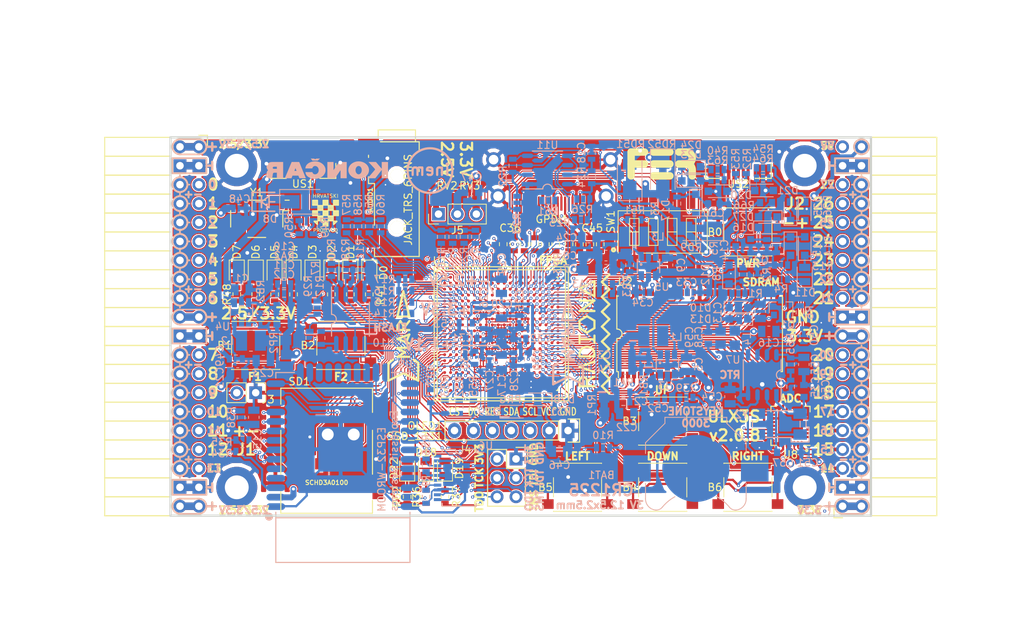
<source format=kicad_pcb>
(kicad_pcb (version 20171130) (host pcbnew 5.0.0-rc3+dfsg1-2)
  (layers (0 F.Cu signal) (1 In1.Cu signal) (2 In2.Cu signal) (31 B.Cu signal) (34 B.Paste user) (35 F.Paste user) (36 B.SilkS user) (37 F.SilkS user) (38 B.Mask user) (39 F.Mask user) (44 Edge.Cuts user))
  (net 0 "")
  (net 1 GND)
  (net 2 +5V)
  (net 3 /gpio/IN5V)
  (net 4 /gpio/OUT5V)
  (net 5 +3V3)
  (net 6 BTN_D)
  (net 7 BTN_F1)
  (net 8 BTN_F2)
  (net 9 BTN_L)
  (net 10 BTN_R)
  (net 11 BTN_U)
  (net 12 /power/FB1)
  (net 13 +2V5)
  (net 14 /power/PWREN)
  (net 15 /power/FB3)
  (net 16 /power/FB2)
  (net 17 /power/VBAT)
  (net 18 JTAG_TDI)
  (net 19 JTAG_TCK)
  (net 20 JTAG_TMS)
  (net 21 JTAG_TDO)
  (net 22 /power/WAKEUPn)
  (net 23 /power/WKUP)
  (net 24 /power/SHUT)
  (net 25 /power/WAKE)
  (net 26 /power/HOLD)
  (net 27 /power/WKn)
  (net 28 /power/OSCI_32k)
  (net 29 /power/OSCO_32k)
  (net 30 SHUTDOWN)
  (net 31 GPDI_SDA)
  (net 32 GPDI_SCL)
  (net 33 /gpdi/VREF2)
  (net 34 SD_CMD)
  (net 35 SD_CLK)
  (net 36 SD_D0)
  (net 37 SD_D1)
  (net 38 USB5V)
  (net 39 GPDI_CEC)
  (net 40 nRESET)
  (net 41 FTDI_nDTR)
  (net 42 SDRAM_CKE)
  (net 43 SDRAM_A7)
  (net 44 SDRAM_D15)
  (net 45 SDRAM_BA1)
  (net 46 SDRAM_D7)
  (net 47 SDRAM_A6)
  (net 48 SDRAM_CLK)
  (net 49 SDRAM_D13)
  (net 50 SDRAM_BA0)
  (net 51 SDRAM_D6)
  (net 52 SDRAM_A5)
  (net 53 SDRAM_D14)
  (net 54 SDRAM_A11)
  (net 55 SDRAM_D12)
  (net 56 SDRAM_D5)
  (net 57 SDRAM_A4)
  (net 58 SDRAM_A10)
  (net 59 SDRAM_D11)
  (net 60 SDRAM_A3)
  (net 61 SDRAM_D4)
  (net 62 SDRAM_D10)
  (net 63 SDRAM_D9)
  (net 64 SDRAM_A9)
  (net 65 SDRAM_D3)
  (net 66 SDRAM_D8)
  (net 67 SDRAM_A8)
  (net 68 SDRAM_A2)
  (net 69 SDRAM_A1)
  (net 70 SDRAM_A0)
  (net 71 SDRAM_D2)
  (net 72 SDRAM_D1)
  (net 73 SDRAM_D0)
  (net 74 SDRAM_DQM0)
  (net 75 SDRAM_nCS)
  (net 76 SDRAM_nRAS)
  (net 77 SDRAM_DQM1)
  (net 78 SDRAM_nCAS)
  (net 79 SDRAM_nWE)
  (net 80 /flash/FLASH_nWP)
  (net 81 /flash/FLASH_nHOLD)
  (net 82 /flash/FLASH_MOSI)
  (net 83 /flash/FLASH_MISO)
  (net 84 /flash/FLASH_SCK)
  (net 85 /flash/FLASH_nCS)
  (net 86 /flash/FPGA_PROGRAMN)
  (net 87 /flash/FPGA_DONE)
  (net 88 /flash/FPGA_INITN)
  (net 89 OLED_RES)
  (net 90 OLED_DC)
  (net 91 OLED_CS)
  (net 92 WIFI_EN)
  (net 93 FTDI_nRTS)
  (net 94 FTDI_TXD)
  (net 95 FTDI_RXD)
  (net 96 WIFI_RXD)
  (net 97 WIFI_GPIO0)
  (net 98 WIFI_TXD)
  (net 99 USB_FTDI_D+)
  (net 100 USB_FTDI_D-)
  (net 101 SD_D3)
  (net 102 AUDIO_L3)
  (net 103 AUDIO_L2)
  (net 104 AUDIO_L1)
  (net 105 AUDIO_L0)
  (net 106 AUDIO_R3)
  (net 107 AUDIO_R2)
  (net 108 AUDIO_R1)
  (net 109 AUDIO_R0)
  (net 110 OLED_CLK)
  (net 111 OLED_MOSI)
  (net 112 LED0)
  (net 113 LED1)
  (net 114 LED2)
  (net 115 LED3)
  (net 116 LED4)
  (net 117 LED5)
  (net 118 LED6)
  (net 119 LED7)
  (net 120 BTN_PWRn)
  (net 121 FTDI_nTXLED)
  (net 122 FTDI_nSLEEP)
  (net 123 /blinkey/LED_PWREN)
  (net 124 /blinkey/LED_TXLED)
  (net 125 /sdcard/SD3V3)
  (net 126 SD_D2)
  (net 127 CLK_25MHz)
  (net 128 /blinkey/BTNPUL)
  (net 129 /blinkey/BTNPUR)
  (net 130 USB_FPGA_D+)
  (net 131 /power/FTDI_nSUSPEND)
  (net 132 /blinkey/ALED0)
  (net 133 /blinkey/ALED1)
  (net 134 /blinkey/ALED2)
  (net 135 /blinkey/ALED3)
  (net 136 /blinkey/ALED4)
  (net 137 /blinkey/ALED5)
  (net 138 /blinkey/ALED6)
  (net 139 /blinkey/ALED7)
  (net 140 /usb/FTD-)
  (net 141 /usb/FTD+)
  (net 142 ADC_MISO)
  (net 143 ADC_MOSI)
  (net 144 ADC_CSn)
  (net 145 ADC_SCLK)
  (net 146 SW3)
  (net 147 SW2)
  (net 148 SW1)
  (net 149 USB_FPGA_D-)
  (net 150 /usb/FPD+)
  (net 151 /usb/FPD-)
  (net 152 WIFI_GPIO16)
  (net 153 /usb/ANT_433MHz)
  (net 154 PROG_DONE)
  (net 155 /power/P3V3)
  (net 156 /power/P2V5)
  (net 157 /power/L1)
  (net 158 /power/L3)
  (net 159 /power/L2)
  (net 160 FTDI_TXDEN)
  (net 161 SDRAM_A12)
  (net 162 /analog/AUDIO_V)
  (net 163 AUDIO_V3)
  (net 164 AUDIO_V2)
  (net 165 AUDIO_V1)
  (net 166 AUDIO_V0)
  (net 167 /blinkey/LED_WIFI)
  (net 168 /power/P1V1)
  (net 169 +1V1)
  (net 170 SW4)
  (net 171 /blinkey/SWPU)
  (net 172 /wifi/WIFIEN)
  (net 173 FT2V5)
  (net 174 GN0)
  (net 175 GP0)
  (net 176 GN1)
  (net 177 GP1)
  (net 178 GN2)
  (net 179 GP2)
  (net 180 GN3)
  (net 181 GP3)
  (net 182 GN4)
  (net 183 GP4)
  (net 184 GN5)
  (net 185 GP5)
  (net 186 GN6)
  (net 187 GP6)
  (net 188 GN14)
  (net 189 GP14)
  (net 190 GN15)
  (net 191 GP15)
  (net 192 GN16)
  (net 193 GP16)
  (net 194 GN17)
  (net 195 GP17)
  (net 196 GN18)
  (net 197 GP18)
  (net 198 GN19)
  (net 199 GP19)
  (net 200 GN20)
  (net 201 GP20)
  (net 202 GN21)
  (net 203 GP21)
  (net 204 GN22)
  (net 205 GP22)
  (net 206 GN23)
  (net 207 GP23)
  (net 208 GN24)
  (net 209 GP24)
  (net 210 GN25)
  (net 211 GP25)
  (net 212 GN26)
  (net 213 GP26)
  (net 214 GN27)
  (net 215 GP27)
  (net 216 GN7)
  (net 217 GP7)
  (net 218 GN8)
  (net 219 GP8)
  (net 220 GN9)
  (net 221 GP9)
  (net 222 GN10)
  (net 223 GP10)
  (net 224 GN11)
  (net 225 GP11)
  (net 226 GN12)
  (net 227 GP12)
  (net 228 GN13)
  (net 229 GP13)
  (net 230 WIFI_GPIO5)
  (net 231 WIFI_GPIO17)
  (net 232 USB_FPGA_PULL_D+)
  (net 233 USB_FPGA_PULL_D-)
  (net 234 "Net-(D23-Pad2)")
  (net 235 "Net-(D24-Pad1)")
  (net 236 "Net-(D25-Pad2)")
  (net 237 "Net-(D26-Pad1)")
  (net 238 /gpdi/GPDI_ETH+)
  (net 239 FPDI_ETH+)
  (net 240 /gpdi/GPDI_ETH-)
  (net 241 FPDI_ETH-)
  (net 242 /gpdi/GPDI_D2-)
  (net 243 FPDI_D2-)
  (net 244 /gpdi/GPDI_D1-)
  (net 245 FPDI_D1-)
  (net 246 /gpdi/GPDI_D0-)
  (net 247 FPDI_D0-)
  (net 248 /gpdi/GPDI_CLK-)
  (net 249 FPDI_CLK-)
  (net 250 /gpdi/GPDI_D2+)
  (net 251 FPDI_D2+)
  (net 252 /gpdi/GPDI_D1+)
  (net 253 FPDI_D1+)
  (net 254 /gpdi/GPDI_D0+)
  (net 255 FPDI_D0+)
  (net 256 /gpdi/GPDI_CLK+)
  (net 257 FPDI_CLK+)
  (net 258 FPDI_SDA)
  (net 259 FPDI_SCL)
  (net 260 /gpdi/FPDI_CEC)
  (net 261 2V5_3V3)
  (net 262 "Net-(AUDIO1-Pad5)")
  (net 263 "Net-(AUDIO1-Pad6)")
  (net 264 "Net-(U1-PadA15)")
  (net 265 "Net-(U1-PadC9)")
  (net 266 "Net-(U1-PadD9)")
  (net 267 "Net-(U1-PadD10)")
  (net 268 "Net-(U1-PadD11)")
  (net 269 "Net-(U1-PadD12)")
  (net 270 "Net-(U1-PadE6)")
  (net 271 "Net-(U1-PadE9)")
  (net 272 "Net-(U1-PadE10)")
  (net 273 "Net-(U1-PadE11)")
  (net 274 "Net-(U1-PadJ4)")
  (net 275 "Net-(U1-PadJ5)")
  (net 276 "Net-(U1-PadK5)")
  (net 277 "Net-(U1-PadL5)")
  (net 278 "Net-(U1-PadM5)")
  (net 279 SD_CD)
  (net 280 SD_WP)
  (net 281 "Net-(U1-PadR3)")
  (net 282 "Net-(U1-PadT16)")
  (net 283 "Net-(U1-PadW4)")
  (net 284 "Net-(U1-PadW5)")
  (net 285 "Net-(U1-PadW8)")
  (net 286 "Net-(U1-PadW9)")
  (net 287 "Net-(U1-PadW13)")
  (net 288 "Net-(U1-PadW14)")
  (net 289 "Net-(U1-PadW17)")
  (net 290 "Net-(U1-PadW18)")
  (net 291 FTDI_nRXLED)
  (net 292 "Net-(U8-Pad12)")
  (net 293 "Net-(U8-Pad25)")
  (net 294 "Net-(U9-Pad32)")
  (net 295 "Net-(U9-Pad22)")
  (net 296 "Net-(U9-Pad21)")
  (net 297 "Net-(U9-Pad20)")
  (net 298 "Net-(U9-Pad19)")
  (net 299 "Net-(U9-Pad18)")
  (net 300 "Net-(U9-Pad17)")
  (net 301 "Net-(U9-Pad12)")
  (net 302 "Net-(U9-Pad5)")
  (net 303 "Net-(U9-Pad4)")
  (net 304 "Net-(US1-Pad4)")
  (net 305 "Net-(Y2-Pad3)")
  (net 306 "Net-(Y2-Pad2)")
  (net 307 "Net-(U1-PadK16)")
  (net 308 "Net-(U1-PadK17)")
  (net 309 /usb/US2VBUS)
  (net 310 /power/SHD)
  (net 311 /power/RTCVDD)
  (net 312 "Net-(D27-Pad2)")
  (net 313 US2_ID)
  (net 314 /analog/AUDIO_L)
  (net 315 /analog/AUDIO_R)
  (net 316 /analog/ADC3V3)
  (net 317 PWRBTn)
  (net 318 USER_PROGRAMN)
  (module lfe5bg381:BGA-381_pitch0.8mm_dia0.4mm (layer F.Cu) (at 138.48 87.8)
    (fp_text reference U1 (at -8.2 -9.8) (layer F.SilkS))
    (fp_text value LFE5U-85F-6BG381C)
    (pad Y19 smd circle (at 6.8 7.6) (size 0.4 0.35) (layers F.Cu F.Paste F.Mask) (net 1 GND))
    (pad Y17 smd circle (at 5.2 7.6) (size 0.4 0.35) (layers F.Cu F.Paste F.Mask) (net 1 GND))
    (pad Y16 smd circle (at 4.4 7.6) (size 0.4 0.35) (layers F.Cu F.Paste F.Mask) (net 1 GND))
    (pad Y15 smd circle (at 3.6 7.6) (size 0.4 0.35) (layers F.Cu F.Paste F.Mask) (net 1 GND))
    (pad Y14 smd circle (at 2.8 7.6) (size 0.4 0.35) (layers F.Cu F.Paste F.Mask) (net 1 GND))
    (pad Y12 smd circle (at 1.2 7.6) (size 0.4 0.35) (layers F.Cu F.Paste F.Mask) (net 1 GND))
    (pad Y11 smd circle (at 0.4 7.6) (size 0.4 0.35) (layers F.Cu F.Paste F.Mask) (net 1 GND))
    (pad Y8 smd circle (at -2 7.6) (size 0.4 0.35) (layers F.Cu F.Paste F.Mask) (net 1 GND))
    (pad Y7 smd circle (at -2.8 7.6) (size 0.4 0.35) (layers F.Cu F.Paste F.Mask) (net 1 GND))
    (pad Y6 smd circle (at -3.6 7.6) (size 0.4 0.35) (layers F.Cu F.Paste F.Mask) (net 1 GND))
    (pad Y5 smd circle (at -4.4 7.6) (size 0.4 0.35) (layers F.Cu F.Paste F.Mask) (net 1 GND))
    (pad Y3 smd circle (at -6 7.6) (size 0.4 0.35) (layers F.Cu F.Paste F.Mask) (net 87 /flash/FPGA_DONE))
    (pad Y2 smd circle (at -6.8 7.6) (size 0.4 0.35) (layers F.Cu F.Paste F.Mask) (net 80 /flash/FLASH_nWP))
    (pad W20 smd circle (at 7.6 6.8) (size 0.4 0.35) (layers F.Cu F.Paste F.Mask) (net 1 GND))
    (pad W19 smd circle (at 6.8 6.8) (size 0.4 0.35) (layers F.Cu F.Paste F.Mask) (net 1 GND))
    (pad W18 smd circle (at 6 6.8) (size 0.4 0.35) (layers F.Cu F.Paste F.Mask) (net 290 "Net-(U1-PadW18)"))
    (pad W17 smd circle (at 5.2 6.8) (size 0.4 0.35) (layers F.Cu F.Paste F.Mask) (net 289 "Net-(U1-PadW17)"))
    (pad W16 smd circle (at 4.4 6.8) (size 0.4 0.35) (layers F.Cu F.Paste F.Mask) (net 1 GND))
    (pad W15 smd circle (at 3.6 6.8) (size 0.4 0.35) (layers F.Cu F.Paste F.Mask) (net 1 GND))
    (pad W14 smd circle (at 2.8 6.8) (size 0.4 0.35) (layers F.Cu F.Paste F.Mask) (net 288 "Net-(U1-PadW14)"))
    (pad W13 smd circle (at 2 6.8) (size 0.4 0.35) (layers F.Cu F.Paste F.Mask) (net 287 "Net-(U1-PadW13)"))
    (pad W12 smd circle (at 1.2 6.8) (size 0.4 0.35) (layers F.Cu F.Paste F.Mask) (net 1 GND))
    (pad W11 smd circle (at 0.4 6.8) (size 0.4 0.35) (layers F.Cu F.Paste F.Mask))
    (pad W10 smd circle (at -0.4 6.8) (size 0.4 0.35) (layers F.Cu F.Paste F.Mask))
    (pad W9 smd circle (at -1.2 6.8) (size 0.4 0.35) (layers F.Cu F.Paste F.Mask) (net 286 "Net-(U1-PadW9)"))
    (pad W8 smd circle (at -2 6.8) (size 0.4 0.35) (layers F.Cu F.Paste F.Mask) (net 285 "Net-(U1-PadW8)"))
    (pad W7 smd circle (at -2.8 6.8) (size 0.4 0.35) (layers F.Cu F.Paste F.Mask) (net 1 GND))
    (pad W6 smd circle (at -3.6 6.8) (size 0.4 0.35) (layers F.Cu F.Paste F.Mask) (net 1 GND))
    (pad W5 smd circle (at -4.4 6.8) (size 0.4 0.35) (layers F.Cu F.Paste F.Mask) (net 284 "Net-(U1-PadW5)"))
    (pad W4 smd circle (at -5.2 6.8) (size 0.4 0.35) (layers F.Cu F.Paste F.Mask) (net 283 "Net-(U1-PadW4)"))
    (pad W3 smd circle (at -6 6.8) (size 0.4 0.35) (layers F.Cu F.Paste F.Mask) (net 86 /flash/FPGA_PROGRAMN))
    (pad W2 smd circle (at -6.8 6.8) (size 0.4 0.35) (layers F.Cu F.Paste F.Mask) (net 82 /flash/FLASH_MOSI))
    (pad W1 smd circle (at -7.6 6.8) (size 0.4 0.35) (layers F.Cu F.Paste F.Mask) (net 81 /flash/FLASH_nHOLD))
    (pad V20 smd circle (at 7.6 6) (size 0.4 0.35) (layers F.Cu F.Paste F.Mask) (net 1 GND))
    (pad V19 smd circle (at 6.8 6) (size 0.4 0.35) (layers F.Cu F.Paste F.Mask) (net 1 GND))
    (pad V18 smd circle (at 6 6) (size 0.4 0.35) (layers F.Cu F.Paste F.Mask) (net 1 GND))
    (pad V17 smd circle (at 5.2 6) (size 0.4 0.35) (layers F.Cu F.Paste F.Mask) (net 1 GND))
    (pad V16 smd circle (at 4.4 6) (size 0.4 0.35) (layers F.Cu F.Paste F.Mask) (net 1 GND))
    (pad V15 smd circle (at 3.6 6) (size 0.4 0.35) (layers F.Cu F.Paste F.Mask) (net 1 GND))
    (pad V14 smd circle (at 2.8 6) (size 0.4 0.35) (layers F.Cu F.Paste F.Mask) (net 1 GND))
    (pad V13 smd circle (at 2 6) (size 0.4 0.35) (layers F.Cu F.Paste F.Mask) (net 1 GND))
    (pad V12 smd circle (at 1.2 6) (size 0.4 0.35) (layers F.Cu F.Paste F.Mask) (net 1 GND))
    (pad V11 smd circle (at 0.4 6) (size 0.4 0.35) (layers F.Cu F.Paste F.Mask) (net 1 GND))
    (pad V10 smd circle (at -0.4 6) (size 0.4 0.35) (layers F.Cu F.Paste F.Mask) (net 1 GND))
    (pad V9 smd circle (at -1.2 6) (size 0.4 0.35) (layers F.Cu F.Paste F.Mask) (net 1 GND))
    (pad V8 smd circle (at -2 6) (size 0.4 0.35) (layers F.Cu F.Paste F.Mask) (net 1 GND))
    (pad V7 smd circle (at -2.8 6) (size 0.4 0.35) (layers F.Cu F.Paste F.Mask) (net 1 GND))
    (pad V6 smd circle (at -3.6 6) (size 0.4 0.35) (layers F.Cu F.Paste F.Mask) (net 1 GND))
    (pad V5 smd circle (at -4.4 6) (size 0.4 0.35) (layers F.Cu F.Paste F.Mask) (net 1 GND))
    (pad V4 smd circle (at -5.2 6) (size 0.4 0.35) (layers F.Cu F.Paste F.Mask) (net 21 JTAG_TDO))
    (pad V3 smd circle (at -6 6) (size 0.4 0.35) (layers F.Cu F.Paste F.Mask) (net 88 /flash/FPGA_INITN))
    (pad V2 smd circle (at -6.8 6) (size 0.4 0.35) (layers F.Cu F.Paste F.Mask) (net 83 /flash/FLASH_MISO))
    (pad V1 smd circle (at -7.6 6) (size 0.4 0.35) (layers F.Cu F.Paste F.Mask) (net 6 BTN_D))
    (pad U20 smd circle (at 7.6 5.2) (size 0.4 0.35) (layers F.Cu F.Paste F.Mask) (net 46 SDRAM_D7))
    (pad U19 smd circle (at 6.8 5.2) (size 0.4 0.35) (layers F.Cu F.Paste F.Mask) (net 74 SDRAM_DQM0))
    (pad U18 smd circle (at 6 5.2) (size 0.4 0.35) (layers F.Cu F.Paste F.Mask) (net 189 GP14))
    (pad U17 smd circle (at 5.2 5.2) (size 0.4 0.35) (layers F.Cu F.Paste F.Mask) (net 188 GN14))
    (pad U16 smd circle (at 4.4 5.2) (size 0.4 0.35) (layers F.Cu F.Paste F.Mask) (net 142 ADC_MISO))
    (pad U15 smd circle (at 3.6 5.2) (size 0.4 0.35) (layers F.Cu F.Paste F.Mask) (net 1 GND))
    (pad U14 smd circle (at 2.8 5.2) (size 0.4 0.35) (layers F.Cu F.Paste F.Mask) (net 1 GND))
    (pad U13 smd circle (at 2 5.2) (size 0.4 0.35) (layers F.Cu F.Paste F.Mask) (net 1 GND))
    (pad U12 smd circle (at 1.2 5.2) (size 0.4 0.35) (layers F.Cu F.Paste F.Mask) (net 1 GND))
    (pad U11 smd circle (at 0.4 5.2) (size 0.4 0.35) (layers F.Cu F.Paste F.Mask) (net 1 GND))
    (pad U10 smd circle (at -0.4 5.2) (size 0.4 0.35) (layers F.Cu F.Paste F.Mask) (net 1 GND))
    (pad U9 smd circle (at -1.2 5.2) (size 0.4 0.35) (layers F.Cu F.Paste F.Mask) (net 1 GND))
    (pad U8 smd circle (at -2 5.2) (size 0.4 0.35) (layers F.Cu F.Paste F.Mask) (net 1 GND))
    (pad U7 smd circle (at -2.8 5.2) (size 0.4 0.35) (layers F.Cu F.Paste F.Mask) (net 1 GND))
    (pad U6 smd circle (at -3.6 5.2) (size 0.4 0.35) (layers F.Cu F.Paste F.Mask) (net 1 GND))
    (pad U5 smd circle (at -4.4 5.2) (size 0.4 0.35) (layers F.Cu F.Paste F.Mask) (net 20 JTAG_TMS))
    (pad U4 smd circle (at -5.2 5.2) (size 0.4 0.35) (layers F.Cu F.Paste F.Mask) (net 1 GND))
    (pad U3 smd circle (at -6 5.2) (size 0.4 0.35) (layers F.Cu F.Paste F.Mask) (net 84 /flash/FLASH_SCK))
    (pad U2 smd circle (at -6.8 5.2) (size 0.4 0.35) (layers F.Cu F.Paste F.Mask) (net 5 +3V3))
    (pad U1 smd circle (at -7.6 5.2) (size 0.4 0.35) (layers F.Cu F.Paste F.Mask) (net 9 BTN_L))
    (pad T20 smd circle (at 7.6 4.4) (size 0.4 0.35) (layers F.Cu F.Paste F.Mask) (net 79 SDRAM_nWE))
    (pad T19 smd circle (at 6.8 4.4) (size 0.4 0.35) (layers F.Cu F.Paste F.Mask) (net 78 SDRAM_nCAS))
    (pad T18 smd circle (at 6 4.4) (size 0.4 0.35) (layers F.Cu F.Paste F.Mask) (net 56 SDRAM_D5))
    (pad T17 smd circle (at 5.2 4.4) (size 0.4 0.35) (layers F.Cu F.Paste F.Mask) (net 51 SDRAM_D6))
    (pad T16 smd circle (at 4.4 4.4) (size 0.4 0.35) (layers F.Cu F.Paste F.Mask) (net 282 "Net-(U1-PadT16)"))
    (pad T15 smd circle (at 3.6 4.4) (size 0.4 0.35) (layers F.Cu F.Paste F.Mask) (net 1 GND))
    (pad T14 smd circle (at 2.8 4.4) (size 0.4 0.35) (layers F.Cu F.Paste F.Mask) (net 1 GND))
    (pad T13 smd circle (at 2 4.4) (size 0.4 0.35) (layers F.Cu F.Paste F.Mask) (net 1 GND))
    (pad T12 smd circle (at 1.2 4.4) (size 0.4 0.35) (layers F.Cu F.Paste F.Mask) (net 1 GND))
    (pad T11 smd circle (at 0.4 4.4) (size 0.4 0.35) (layers F.Cu F.Paste F.Mask) (net 1 GND))
    (pad T10 smd circle (at -0.4 4.4) (size 0.4 0.35) (layers F.Cu F.Paste F.Mask) (net 1 GND))
    (pad T9 smd circle (at -1.2 4.4) (size 0.4 0.35) (layers F.Cu F.Paste F.Mask) (net 1 GND))
    (pad T8 smd circle (at -2 4.4) (size 0.4 0.35) (layers F.Cu F.Paste F.Mask) (net 1 GND))
    (pad T7 smd circle (at -2.8 4.4) (size 0.4 0.35) (layers F.Cu F.Paste F.Mask) (net 1 GND))
    (pad T6 smd circle (at -3.6 4.4) (size 0.4 0.35) (layers F.Cu F.Paste F.Mask) (net 1 GND))
    (pad T5 smd circle (at -4.4 4.4) (size 0.4 0.35) (layers F.Cu F.Paste F.Mask) (net 19 JTAG_TCK))
    (pad T4 smd circle (at -5.2 4.4) (size 0.4 0.35) (layers F.Cu F.Paste F.Mask) (net 5 +3V3))
    (pad T3 smd circle (at -6 4.4) (size 0.4 0.35) (layers F.Cu F.Paste F.Mask) (net 5 +3V3))
    (pad T2 smd circle (at -6.8 4.4) (size 0.4 0.35) (layers F.Cu F.Paste F.Mask) (net 5 +3V3))
    (pad T1 smd circle (at -7.6 4.4) (size 0.4 0.35) (layers F.Cu F.Paste F.Mask) (net 8 BTN_F2))
    (pad R20 smd circle (at 7.6 3.6) (size 0.4 0.35) (layers F.Cu F.Paste F.Mask) (net 76 SDRAM_nRAS))
    (pad R19 smd circle (at 6.8 3.6) (size 0.4 0.35) (layers F.Cu F.Paste F.Mask) (net 1 GND))
    (pad R18 smd circle (at 6 3.6) (size 0.4 0.35) (layers F.Cu F.Paste F.Mask) (net 11 BTN_U))
    (pad R17 smd circle (at 5.2 3.6) (size 0.4 0.35) (layers F.Cu F.Paste F.Mask) (net 144 ADC_CSn))
    (pad R16 smd circle (at 4.4 3.6) (size 0.4 0.35) (layers F.Cu F.Paste F.Mask) (net 143 ADC_MOSI))
    (pad R5 smd circle (at -4.4 3.6) (size 0.4 0.35) (layers F.Cu F.Paste F.Mask) (net 18 JTAG_TDI))
    (pad R4 smd circle (at -5.2 3.6) (size 0.4 0.35) (layers F.Cu F.Paste F.Mask) (net 1 GND))
    (pad R3 smd circle (at -6 3.6) (size 0.4 0.35) (layers F.Cu F.Paste F.Mask) (net 281 "Net-(U1-PadR3)"))
    (pad R2 smd circle (at -6.8 3.6) (size 0.4 0.35) (layers F.Cu F.Paste F.Mask) (net 85 /flash/FLASH_nCS))
    (pad R1 smd circle (at -7.6 3.6) (size 0.4 0.35) (layers F.Cu F.Paste F.Mask) (net 7 BTN_F1))
    (pad P20 smd circle (at 7.6 2.8) (size 0.4 0.35) (layers F.Cu F.Paste F.Mask) (net 75 SDRAM_nCS))
    (pad P19 smd circle (at 6.8 2.8) (size 0.4 0.35) (layers F.Cu F.Paste F.Mask) (net 50 SDRAM_BA0))
    (pad P18 smd circle (at 6 2.8) (size 0.4 0.35) (layers F.Cu F.Paste F.Mask) (net 61 SDRAM_D4))
    (pad P17 smd circle (at 5.2 2.8) (size 0.4 0.35) (layers F.Cu F.Paste F.Mask) (net 145 ADC_SCLK))
    (pad P16 smd circle (at 4.4 2.8) (size 0.4 0.35) (layers F.Cu F.Paste F.Mask) (net 190 GN15))
    (pad P15 smd circle (at 3.6 2.8) (size 0.4 0.35) (layers F.Cu F.Paste F.Mask) (net 13 +2V5))
    (pad P14 smd circle (at 2.8 2.8) (size 0.4 0.35) (layers F.Cu F.Paste F.Mask) (net 1 GND))
    (pad P13 smd circle (at 2 2.8) (size 0.4 0.35) (layers F.Cu F.Paste F.Mask) (net 1 GND))
    (pad P12 smd circle (at 1.2 2.8) (size 0.4 0.35) (layers F.Cu F.Paste F.Mask) (net 1 GND))
    (pad P11 smd circle (at 0.4 2.8) (size 0.4 0.35) (layers F.Cu F.Paste F.Mask) (net 1 GND))
    (pad P10 smd circle (at -0.4 2.8) (size 0.4 0.35) (layers F.Cu F.Paste F.Mask) (net 5 +3V3))
    (pad P9 smd circle (at -1.2 2.8) (size 0.4 0.35) (layers F.Cu F.Paste F.Mask) (net 5 +3V3))
    (pad P8 smd circle (at -2 2.8) (size 0.4 0.35) (layers F.Cu F.Paste F.Mask) (net 1 GND))
    (pad P7 smd circle (at -2.8 2.8) (size 0.4 0.35) (layers F.Cu F.Paste F.Mask) (net 1 GND))
    (pad P6 smd circle (at -3.6 2.8) (size 0.4 0.35) (layers F.Cu F.Paste F.Mask) (net 13 +2V5))
    (pad P5 smd circle (at -4.4 2.8) (size 0.4 0.35) (layers F.Cu F.Paste F.Mask) (net 280 SD_WP))
    (pad P4 smd circle (at -5.2 2.8) (size 0.4 0.35) (layers F.Cu F.Paste F.Mask) (net 110 OLED_CLK))
    (pad P3 smd circle (at -6 2.8) (size 0.4 0.35) (layers F.Cu F.Paste F.Mask) (net 111 OLED_MOSI))
    (pad P2 smd circle (at -6.8 2.8) (size 0.4 0.35) (layers F.Cu F.Paste F.Mask) (net 89 OLED_RES))
    (pad P1 smd circle (at -7.6 2.8) (size 0.4 0.35) (layers F.Cu F.Paste F.Mask) (net 90 OLED_DC))
    (pad N20 smd circle (at 7.6 2) (size 0.4 0.35) (layers F.Cu F.Paste F.Mask) (net 45 SDRAM_BA1))
    (pad N19 smd circle (at 6.8 2) (size 0.4 0.35) (layers F.Cu F.Paste F.Mask) (net 58 SDRAM_A10))
    (pad N18 smd circle (at 6 2) (size 0.4 0.35) (layers F.Cu F.Paste F.Mask) (net 65 SDRAM_D3))
    (pad N17 smd circle (at 5.2 2) (size 0.4 0.35) (layers F.Cu F.Paste F.Mask) (net 191 GP15))
    (pad N16 smd circle (at 4.4 2) (size 0.4 0.35) (layers F.Cu F.Paste F.Mask) (net 193 GP16))
    (pad N15 smd circle (at 3.6 2) (size 0.4 0.35) (layers F.Cu F.Paste F.Mask) (net 1 GND))
    (pad N14 smd circle (at 2.8 2) (size 0.4 0.35) (layers F.Cu F.Paste F.Mask) (net 1 GND))
    (pad N13 smd circle (at 2 2) (size 0.4 0.35) (layers F.Cu F.Paste F.Mask) (net 169 +1V1))
    (pad N12 smd circle (at 1.2 2) (size 0.4 0.35) (layers F.Cu F.Paste F.Mask) (net 169 +1V1))
    (pad N11 smd circle (at 0.4 2) (size 0.4 0.35) (layers F.Cu F.Paste F.Mask) (net 169 +1V1))
    (pad N10 smd circle (at -0.4 2) (size 0.4 0.35) (layers F.Cu F.Paste F.Mask) (net 169 +1V1))
    (pad N9 smd circle (at -1.2 2) (size 0.4 0.35) (layers F.Cu F.Paste F.Mask) (net 169 +1V1))
    (pad N8 smd circle (at -2 2) (size 0.4 0.35) (layers F.Cu F.Paste F.Mask) (net 169 +1V1))
    (pad N7 smd circle (at -2.8 2) (size 0.4 0.35) (layers F.Cu F.Paste F.Mask) (net 1 GND))
    (pad N6 smd circle (at -3.6 2) (size 0.4 0.35) (layers F.Cu F.Paste F.Mask) (net 1 GND))
    (pad N5 smd circle (at -4.4 2) (size 0.4 0.35) (layers F.Cu F.Paste F.Mask) (net 279 SD_CD))
    (pad N4 smd circle (at -5.2 2) (size 0.4 0.35) (layers F.Cu F.Paste F.Mask) (net 230 WIFI_GPIO5))
    (pad N3 smd circle (at -6 2) (size 0.4 0.35) (layers F.Cu F.Paste F.Mask) (net 231 WIFI_GPIO17))
    (pad N2 smd circle (at -6.8 2) (size 0.4 0.35) (layers F.Cu F.Paste F.Mask) (net 91 OLED_CS))
    (pad N1 smd circle (at -7.6 2) (size 0.4 0.35) (layers F.Cu F.Paste F.Mask) (net 41 FTDI_nDTR))
    (pad M20 smd circle (at 7.6 1.2) (size 0.4 0.35) (layers F.Cu F.Paste F.Mask) (net 70 SDRAM_A0))
    (pad M19 smd circle (at 6.8 1.2) (size 0.4 0.35) (layers F.Cu F.Paste F.Mask) (net 69 SDRAM_A1))
    (pad M18 smd circle (at 6 1.2) (size 0.4 0.35) (layers F.Cu F.Paste F.Mask) (net 71 SDRAM_D2))
    (pad M17 smd circle (at 5.2 1.2) (size 0.4 0.35) (layers F.Cu F.Paste F.Mask) (net 192 GN16))
    (pad M16 smd circle (at 4.4 1.2) (size 0.4 0.35) (layers F.Cu F.Paste F.Mask) (net 1 GND))
    (pad M15 smd circle (at 3.6 1.2) (size 0.4 0.35) (layers F.Cu F.Paste F.Mask) (net 5 +3V3))
    (pad M14 smd circle (at 2.8 1.2) (size 0.4 0.35) (layers F.Cu F.Paste F.Mask) (net 1 GND))
    (pad M13 smd circle (at 2 1.2) (size 0.4 0.35) (layers F.Cu F.Paste F.Mask) (net 169 +1V1))
    (pad M12 smd circle (at 1.2 1.2) (size 0.4 0.35) (layers F.Cu F.Paste F.Mask) (net 1 GND))
    (pad M11 smd circle (at 0.4 1.2) (size 0.4 0.35) (layers F.Cu F.Paste F.Mask) (net 1 GND))
    (pad M10 smd circle (at -0.4 1.2) (size 0.4 0.35) (layers F.Cu F.Paste F.Mask) (net 1 GND))
    (pad M9 smd circle (at -1.2 1.2) (size 0.4 0.35) (layers F.Cu F.Paste F.Mask) (net 1 GND))
    (pad M8 smd circle (at -2 1.2) (size 0.4 0.35) (layers F.Cu F.Paste F.Mask) (net 169 +1V1))
    (pad M7 smd circle (at -2.8 1.2) (size 0.4 0.35) (layers F.Cu F.Paste F.Mask) (net 1 GND))
    (pad M6 smd circle (at -3.6 1.2) (size 0.4 0.35) (layers F.Cu F.Paste F.Mask) (net 5 +3V3))
    (pad M5 smd circle (at -4.4 1.2) (size 0.4 0.35) (layers F.Cu F.Paste F.Mask) (net 278 "Net-(U1-PadM5)"))
    (pad M4 smd circle (at -5.2 1.2) (size 0.4 0.35) (layers F.Cu F.Paste F.Mask) (net 318 USER_PROGRAMN))
    (pad M3 smd circle (at -6 1.2) (size 0.4 0.35) (layers F.Cu F.Paste F.Mask) (net 93 FTDI_nRTS))
    (pad M2 smd circle (at -6.8 1.2) (size 0.4 0.35) (layers F.Cu F.Paste F.Mask) (net 1 GND))
    (pad M1 smd circle (at -7.6 1.2) (size 0.4 0.35) (layers F.Cu F.Paste F.Mask) (net 94 FTDI_TXD))
    (pad L20 smd circle (at 7.6 0.4) (size 0.4 0.35) (layers F.Cu F.Paste F.Mask) (net 68 SDRAM_A2))
    (pad L19 smd circle (at 6.8 0.4) (size 0.4 0.35) (layers F.Cu F.Paste F.Mask) (net 60 SDRAM_A3))
    (pad L18 smd circle (at 6 0.4) (size 0.4 0.35) (layers F.Cu F.Paste F.Mask) (net 72 SDRAM_D1))
    (pad L17 smd circle (at 5.2 0.4) (size 0.4 0.35) (layers F.Cu F.Paste F.Mask) (net 194 GN17))
    (pad L16 smd circle (at 4.4 0.4) (size 0.4 0.35) (layers F.Cu F.Paste F.Mask) (net 195 GP17))
    (pad L15 smd circle (at 3.6 0.4) (size 0.4 0.35) (layers F.Cu F.Paste F.Mask) (net 5 +3V3))
    (pad L14 smd circle (at 2.8 0.4) (size 0.4 0.35) (layers F.Cu F.Paste F.Mask) (net 5 +3V3))
    (pad L13 smd circle (at 2 0.4) (size 0.4 0.35) (layers F.Cu F.Paste F.Mask) (net 169 +1V1))
    (pad L12 smd circle (at 1.2 0.4) (size 0.4 0.35) (layers F.Cu F.Paste F.Mask) (net 1 GND))
    (pad L11 smd circle (at 0.4 0.4) (size 0.4 0.35) (layers F.Cu F.Paste F.Mask) (net 1 GND))
    (pad L10 smd circle (at -0.4 0.4) (size 0.4 0.35) (layers F.Cu F.Paste F.Mask) (net 1 GND))
    (pad L9 smd circle (at -1.2 0.4) (size 0.4 0.35) (layers F.Cu F.Paste F.Mask) (net 1 GND))
    (pad L8 smd circle (at -2 0.4) (size 0.4 0.35) (layers F.Cu F.Paste F.Mask) (net 169 +1V1))
    (pad L7 smd circle (at -2.8 0.4) (size 0.4 0.35) (layers F.Cu F.Paste F.Mask) (net 5 +3V3))
    (pad L6 smd circle (at -3.6 0.4) (size 0.4 0.35) (layers F.Cu F.Paste F.Mask) (net 5 +3V3))
    (pad L5 smd circle (at -4.4 0.4) (size 0.4 0.35) (layers F.Cu F.Paste F.Mask) (net 277 "Net-(U1-PadL5)"))
    (pad L4 smd circle (at -5.2 0.4) (size 0.4 0.35) (layers F.Cu F.Paste F.Mask) (net 95 FTDI_RXD))
    (pad L3 smd circle (at -6 0.4) (size 0.4 0.35) (layers F.Cu F.Paste F.Mask) (net 160 FTDI_TXDEN))
    (pad L2 smd circle (at -6.8 0.4) (size 0.4 0.35) (layers F.Cu F.Paste F.Mask) (net 97 WIFI_GPIO0))
    (pad L1 smd circle (at -7.6 0.4) (size 0.4 0.35) (layers F.Cu F.Paste F.Mask) (net 152 WIFI_GPIO16))
    (pad K20 smd circle (at 7.6 -0.4) (size 0.4 0.35) (layers F.Cu F.Paste F.Mask) (net 57 SDRAM_A4))
    (pad K19 smd circle (at 6.8 -0.4) (size 0.4 0.35) (layers F.Cu F.Paste F.Mask) (net 52 SDRAM_A5))
    (pad K18 smd circle (at 6 -0.4) (size 0.4 0.35) (layers F.Cu F.Paste F.Mask) (net 47 SDRAM_A6))
    (pad K17 smd circle (at 5.2 -0.4) (size 0.4 0.35) (layers F.Cu F.Paste F.Mask) (net 308 "Net-(U1-PadK17)"))
    (pad K16 smd circle (at 4.4 -0.4) (size 0.4 0.35) (layers F.Cu F.Paste F.Mask) (net 307 "Net-(U1-PadK16)"))
    (pad K15 smd circle (at 3.6 -0.4) (size 0.4 0.35) (layers F.Cu F.Paste F.Mask) (net 1 GND))
    (pad K14 smd circle (at 2.8 -0.4) (size 0.4 0.35) (layers F.Cu F.Paste F.Mask) (net 1 GND))
    (pad K13 smd circle (at 2 -0.4) (size 0.4 0.35) (layers F.Cu F.Paste F.Mask) (net 169 +1V1))
    (pad K12 smd circle (at 1.2 -0.4) (size 0.4 0.35) (layers F.Cu F.Paste F.Mask) (net 1 GND))
    (pad K11 smd circle (at 0.4 -0.4) (size 0.4 0.35) (layers F.Cu F.Paste F.Mask) (net 1 GND))
    (pad K10 smd circle (at -0.4 -0.4) (size 0.4 0.35) (layers F.Cu F.Paste F.Mask) (net 1 GND))
    (pad K9 smd circle (at -1.2 -0.4) (size 0.4 0.35) (layers F.Cu F.Paste F.Mask) (net 1 GND))
    (pad K8 smd circle (at -2 -0.4) (size 0.4 0.35) (layers F.Cu F.Paste F.Mask) (net 169 +1V1))
    (pad K7 smd circle (at -2.8 -0.4) (size 0.4 0.35) (layers F.Cu F.Paste F.Mask) (net 1 GND))
    (pad K6 smd circle (at -3.6 -0.4) (size 0.4 0.35) (layers F.Cu F.Paste F.Mask) (net 1 GND))
    (pad K5 smd circle (at -4.4 -0.4) (size 0.4 0.35) (layers F.Cu F.Paste F.Mask) (net 276 "Net-(U1-PadK5)"))
    (pad K4 smd circle (at -5.2 -0.4) (size 0.4 0.35) (layers F.Cu F.Paste F.Mask) (net 98 WIFI_TXD))
    (pad K3 smd circle (at -6 -0.4) (size 0.4 0.35) (layers F.Cu F.Paste F.Mask) (net 96 WIFI_RXD))
    (pad K2 smd circle (at -6.8 -0.4) (size 0.4 0.35) (layers F.Cu F.Paste F.Mask) (net 101 SD_D3))
    (pad K1 smd circle (at -7.6 -0.4) (size 0.4 0.35) (layers F.Cu F.Paste F.Mask) (net 126 SD_D2))
    (pad J20 smd circle (at 7.6 -1.2) (size 0.4 0.35) (layers F.Cu F.Paste F.Mask) (net 43 SDRAM_A7))
    (pad J19 smd circle (at 6.8 -1.2) (size 0.4 0.35) (layers F.Cu F.Paste F.Mask) (net 67 SDRAM_A8))
    (pad J18 smd circle (at 6 -1.2) (size 0.4 0.35) (layers F.Cu F.Paste F.Mask) (net 53 SDRAM_D14))
    (pad J17 smd circle (at 5.2 -1.2) (size 0.4 0.35) (layers F.Cu F.Paste F.Mask) (net 44 SDRAM_D15))
    (pad J16 smd circle (at 4.4 -1.2) (size 0.4 0.35) (layers F.Cu F.Paste F.Mask) (net 73 SDRAM_D0))
    (pad J15 smd circle (at 3.6 -1.2) (size 0.4 0.35) (layers F.Cu F.Paste F.Mask) (net 5 +3V3))
    (pad J14 smd circle (at 2.8 -1.2) (size 0.4 0.35) (layers F.Cu F.Paste F.Mask) (net 1 GND))
    (pad J13 smd circle (at 2 -1.2) (size 0.4 0.35) (layers F.Cu F.Paste F.Mask) (net 169 +1V1))
    (pad J12 smd circle (at 1.2 -1.2) (size 0.4 0.35) (layers F.Cu F.Paste F.Mask) (net 1 GND))
    (pad J11 smd circle (at 0.4 -1.2) (size 0.4 0.35) (layers F.Cu F.Paste F.Mask) (net 1 GND))
    (pad J10 smd circle (at -0.4 -1.2) (size 0.4 0.35) (layers F.Cu F.Paste F.Mask) (net 1 GND))
    (pad J9 smd circle (at -1.2 -1.2) (size 0.4 0.35) (layers F.Cu F.Paste F.Mask) (net 1 GND))
    (pad J8 smd circle (at -2 -1.2) (size 0.4 0.35) (layers F.Cu F.Paste F.Mask) (net 169 +1V1))
    (pad J7 smd circle (at -2.8 -1.2) (size 0.4 0.35) (layers F.Cu F.Paste F.Mask) (net 1 GND))
    (pad J6 smd circle (at -3.6 -1.2) (size 0.4 0.35) (layers F.Cu F.Paste F.Mask) (net 261 2V5_3V3))
    (pad J5 smd circle (at -4.4 -1.2) (size 0.4 0.35) (layers F.Cu F.Paste F.Mask) (net 275 "Net-(U1-PadJ5)"))
    (pad J4 smd circle (at -5.2 -1.2) (size 0.4 0.35) (layers F.Cu F.Paste F.Mask) (net 274 "Net-(U1-PadJ4)"))
    (pad J3 smd circle (at -6 -1.2) (size 0.4 0.35) (layers F.Cu F.Paste F.Mask) (net 36 SD_D0))
    (pad J2 smd circle (at -6.8 -1.2) (size 0.4 0.35) (layers F.Cu F.Paste F.Mask) (net 1 GND))
    (pad J1 smd circle (at -7.6 -1.2) (size 0.4 0.35) (layers F.Cu F.Paste F.Mask) (net 34 SD_CMD))
    (pad H20 smd circle (at 7.6 -2) (size 0.4 0.35) (layers F.Cu F.Paste F.Mask) (net 64 SDRAM_A9))
    (pad H19 smd circle (at 6.8 -2) (size 0.4 0.35) (layers F.Cu F.Paste F.Mask) (net 1 GND))
    (pad H18 smd circle (at 6 -2) (size 0.4 0.35) (layers F.Cu F.Paste F.Mask) (net 197 GP18))
    (pad H17 smd circle (at 5.2 -2) (size 0.4 0.35) (layers F.Cu F.Paste F.Mask) (net 196 GN18))
    (pad H16 smd circle (at 4.4 -2) (size 0.4 0.35) (layers F.Cu F.Paste F.Mask) (net 10 BTN_R))
    (pad H15 smd circle (at 3.6 -2) (size 0.4 0.35) (layers F.Cu F.Paste F.Mask) (net 5 +3V3))
    (pad H14 smd circle (at 2.8 -2) (size 0.4 0.35) (layers F.Cu F.Paste F.Mask) (net 5 +3V3))
    (pad H13 smd circle (at 2 -2) (size 0.4 0.35) (layers F.Cu F.Paste F.Mask) (net 169 +1V1))
    (pad H12 smd circle (at 1.2 -2) (size 0.4 0.35) (layers F.Cu F.Paste F.Mask) (net 169 +1V1))
    (pad H11 smd circle (at 0.4 -2) (size 0.4 0.35) (layers F.Cu F.Paste F.Mask) (net 169 +1V1))
    (pad H10 smd circle (at -0.4 -2) (size 0.4 0.35) (layers F.Cu F.Paste F.Mask) (net 169 +1V1))
    (pad H9 smd circle (at -1.2 -2) (size 0.4 0.35) (layers F.Cu F.Paste F.Mask) (net 169 +1V1))
    (pad H8 smd circle (at -2 -2) (size 0.4 0.35) (layers F.Cu F.Paste F.Mask) (net 169 +1V1))
    (pad H7 smd circle (at -2.8 -2) (size 0.4 0.35) (layers F.Cu F.Paste F.Mask) (net 261 2V5_3V3))
    (pad H6 smd circle (at -3.6 -2) (size 0.4 0.35) (layers F.Cu F.Paste F.Mask) (net 261 2V5_3V3))
    (pad H5 smd circle (at -4.4 -2) (size 0.4 0.35) (layers F.Cu F.Paste F.Mask) (net 166 AUDIO_V0))
    (pad H4 smd circle (at -5.2 -2) (size 0.4 0.35) (layers F.Cu F.Paste F.Mask) (net 229 GP13))
    (pad H3 smd circle (at -6 -2) (size 0.4 0.35) (layers F.Cu F.Paste F.Mask) (net 119 LED7))
    (pad H2 smd circle (at -6.8 -2) (size 0.4 0.35) (layers F.Cu F.Paste F.Mask) (net 35 SD_CLK))
    (pad H1 smd circle (at -7.6 -2) (size 0.4 0.35) (layers F.Cu F.Paste F.Mask) (net 37 SD_D1))
    (pad G20 smd circle (at 7.6 -2.8) (size 0.4 0.35) (layers F.Cu F.Paste F.Mask) (net 54 SDRAM_A11))
    (pad G19 smd circle (at 6.8 -2.8) (size 0.4 0.35) (layers F.Cu F.Paste F.Mask) (net 161 SDRAM_A12))
    (pad G18 smd circle (at 6 -2.8) (size 0.4 0.35) (layers F.Cu F.Paste F.Mask) (net 198 GN19))
    (pad G17 smd circle (at 5.2 -2.8) (size 0.4 0.35) (layers F.Cu F.Paste F.Mask) (net 1 GND))
    (pad G16 smd circle (at 4.4 -2.8) (size 0.4 0.35) (layers F.Cu F.Paste F.Mask) (net 30 SHUTDOWN))
    (pad G15 smd circle (at 3.6 -2.8) (size 0.4 0.35) (layers F.Cu F.Paste F.Mask) (net 1 GND))
    (pad G14 smd circle (at 2.8 -2.8) (size 0.4 0.35) (layers F.Cu F.Paste F.Mask) (net 1 GND))
    (pad G13 smd circle (at 2 -2.8) (size 0.4 0.35) (layers F.Cu F.Paste F.Mask) (net 1 GND))
    (pad G12 smd circle (at 1.2 -2.8) (size 0.4 0.35) (layers F.Cu F.Paste F.Mask) (net 1 GND))
    (pad G11 smd circle (at 0.4 -2.8) (size 0.4 0.35) (layers F.Cu F.Paste F.Mask) (net 1 GND))
    (pad G10 smd circle (at -0.4 -2.8) (size 0.4 0.35) (layers F.Cu F.Paste F.Mask) (net 1 GND))
    (pad G9 smd circle (at -1.2 -2.8) (size 0.4 0.35) (layers F.Cu F.Paste F.Mask) (net 1 GND))
    (pad G8 smd circle (at -2 -2.8) (size 0.4 0.35) (layers F.Cu F.Paste F.Mask) (net 1 GND))
    (pad G7 smd circle (at -2.8 -2.8) (size 0.4 0.35) (layers F.Cu F.Paste F.Mask) (net 1 GND))
    (pad G6 smd circle (at -3.6 -2.8) (size 0.4 0.35) (layers F.Cu F.Paste F.Mask) (net 1 GND))
    (pad G5 smd circle (at -4.4 -2.8) (size 0.4 0.35) (layers F.Cu F.Paste F.Mask) (net 228 GN13))
    (pad G4 smd circle (at -5.2 -2.8) (size 0.4 0.35) (layers F.Cu F.Paste F.Mask) (net 1 GND))
    (pad G3 smd circle (at -6 -2.8) (size 0.4 0.35) (layers F.Cu F.Paste F.Mask) (net 227 GP12))
    (pad G2 smd circle (at -6.8 -2.8) (size 0.4 0.35) (layers F.Cu F.Paste F.Mask) (net 127 CLK_25MHz))
    (pad G1 smd circle (at -7.6 -2.8) (size 0.4 0.35) (layers F.Cu F.Paste F.Mask) (net 153 /usb/ANT_433MHz))
    (pad F20 smd circle (at 7.6 -3.6) (size 0.4 0.35) (layers F.Cu F.Paste F.Mask) (net 42 SDRAM_CKE))
    (pad F19 smd circle (at 6.8 -3.6) (size 0.4 0.35) (layers F.Cu F.Paste F.Mask) (net 48 SDRAM_CLK))
    (pad F18 smd circle (at 6 -3.6) (size 0.4 0.35) (layers F.Cu F.Paste F.Mask) (net 49 SDRAM_D13))
    (pad F17 smd circle (at 5.2 -3.6) (size 0.4 0.35) (layers F.Cu F.Paste F.Mask) (net 199 GP19))
    (pad F16 smd circle (at 4.4 -3.6) (size 0.4 0.35) (layers F.Cu F.Paste F.Mask) (net 149 USB_FPGA_D-))
    (pad F15 smd circle (at 3.6 -3.6) (size 0.4 0.35) (layers F.Cu F.Paste F.Mask) (net 13 +2V5))
    (pad F14 smd circle (at 2.8 -3.6) (size 0.4 0.35) (layers F.Cu F.Paste F.Mask) (net 1 GND))
    (pad F13 smd circle (at 2 -3.6) (size 0.4 0.35) (layers F.Cu F.Paste F.Mask) (net 1 GND))
    (pad F12 smd circle (at 1.2 -3.6) (size 0.4 0.35) (layers F.Cu F.Paste F.Mask) (net 5 +3V3))
    (pad F11 smd circle (at 0.4 -3.6) (size 0.4 0.35) (layers F.Cu F.Paste F.Mask) (net 5 +3V3))
    (pad F10 smd circle (at -0.4 -3.6) (size 0.4 0.35) (layers F.Cu F.Paste F.Mask) (net 261 2V5_3V3))
    (pad F9 smd circle (at -1.2 -3.6) (size 0.4 0.35) (layers F.Cu F.Paste F.Mask) (net 261 2V5_3V3))
    (pad F8 smd circle (at -2 -3.6) (size 0.4 0.35) (layers F.Cu F.Paste F.Mask) (net 1 GND))
    (pad F7 smd circle (at -2.8 -3.6) (size 0.4 0.35) (layers F.Cu F.Paste F.Mask) (net 1 GND))
    (pad F6 smd circle (at -3.6 -3.6) (size 0.4 0.35) (layers F.Cu F.Paste F.Mask) (net 13 +2V5))
    (pad F5 smd circle (at -4.4 -3.6) (size 0.4 0.35) (layers F.Cu F.Paste F.Mask) (net 164 AUDIO_V2))
    (pad F4 smd circle (at -5.2 -3.6) (size 0.4 0.35) (layers F.Cu F.Paste F.Mask) (net 225 GP11))
    (pad F3 smd circle (at -6 -3.6) (size 0.4 0.4) (layers F.Cu F.Paste F.Mask) (net 226 GN12))
    (pad F2 smd circle (at -6.8 -3.6) (size 0.4 0.4) (layers F.Cu F.Paste F.Mask) (net 165 AUDIO_V1))
    (pad F1 smd circle (at -7.6 -3.6) (size 0.4 0.35) (layers F.Cu F.Paste F.Mask) (net 92 WIFI_EN))
    (pad E20 smd circle (at 7.6 -4.4) (size 0.4 0.35) (layers F.Cu F.Paste F.Mask) (net 77 SDRAM_DQM1))
    (pad E19 smd circle (at 6.8 -4.4) (size 0.4 0.35) (layers F.Cu F.Paste F.Mask) (net 66 SDRAM_D8))
    (pad E18 smd circle (at 6 -4.4) (size 0.4 0.35) (layers F.Cu F.Paste F.Mask) (net 55 SDRAM_D12))
    (pad E17 smd circle (at 5.2 -4.4) (size 0.4 0.35) (layers F.Cu F.Paste F.Mask) (net 200 GN20))
    (pad E16 smd circle (at 4.4 -4.4) (size 0.4 0.35) (layers F.Cu F.Paste F.Mask) (net 130 USB_FPGA_D+))
    (pad E15 smd circle (at 3.6 -4.4) (size 0.4 0.35) (layers F.Cu F.Paste F.Mask) (net 149 USB_FPGA_D-))
    (pad E14 smd circle (at 2.8 -4.4) (size 0.4 0.35) (layers F.Cu F.Paste F.Mask) (net 210 GN25))
    (pad E13 smd circle (at 2 -4.4) (size 0.4 0.35) (layers F.Cu F.Paste F.Mask) (net 214 GN27))
    (pad E12 smd circle (at 1.2 -4.4) (size 0.4 0.35) (layers F.Cu F.Paste F.Mask) (net 259 FPDI_SCL))
    (pad E11 smd circle (at 0.4 -4.4) (size 0.4 0.35) (layers F.Cu F.Paste F.Mask) (net 273 "Net-(U1-PadE11)"))
    (pad E10 smd circle (at -0.4 -4.4) (size 0.4 0.35) (layers F.Cu F.Paste F.Mask) (net 272 "Net-(U1-PadE10)"))
    (pad E9 smd circle (at -1.2 -4.4) (size 0.4 0.35) (layers F.Cu F.Paste F.Mask) (net 271 "Net-(U1-PadE9)"))
    (pad E8 smd circle (at -2 -4.4) (size 0.4 0.35) (layers F.Cu F.Paste F.Mask) (net 148 SW1))
    (pad E7 smd circle (at -2.8 -4.4) (size 0.4 0.35) (layers F.Cu F.Paste F.Mask) (net 170 SW4))
    (pad E6 smd circle (at -3.6 -4.4) (size 0.4 0.35) (layers F.Cu F.Paste F.Mask) (net 270 "Net-(U1-PadE6)"))
    (pad E5 smd circle (at -4.4 -4.4) (size 0.4 0.35) (layers F.Cu F.Paste F.Mask) (net 163 AUDIO_V3))
    (pad E4 smd circle (at -5.2 -4.4) (size 0.4 0.35) (layers F.Cu F.Paste F.Mask) (net 105 AUDIO_L0))
    (pad E3 smd circle (at -6 -4.4) (size 0.4 0.4) (layers F.Cu F.Paste F.Mask) (net 224 GN11))
    (pad E2 smd circle (at -6.8 -4.4) (size 0.4 0.35) (layers F.Cu F.Paste F.Mask) (net 117 LED5))
    (pad E1 smd circle (at -7.6 -4.4) (size 0.4 0.35) (layers F.Cu F.Paste F.Mask) (net 118 LED6))
    (pad D20 smd circle (at 7.6 -5.2) (size 0.4 0.35) (layers F.Cu F.Paste F.Mask) (net 63 SDRAM_D9))
    (pad D19 smd circle (at 6.8 -5.2) (size 0.4 0.35) (layers F.Cu F.Paste F.Mask) (net 62 SDRAM_D10))
    (pad D18 smd circle (at 6 -5.2) (size 0.4 0.35) (layers F.Cu F.Paste F.Mask) (net 201 GP20))
    (pad D17 smd circle (at 5.2 -5.2) (size 0.4 0.35) (layers F.Cu F.Paste F.Mask) (net 202 GN21))
    (pad D16 smd circle (at 4.4 -5.2) (size 0.4 0.35) (layers F.Cu F.Paste F.Mask) (net 208 GN24))
    (pad D15 smd circle (at 3.6 -5.2) (size 0.4 0.35) (layers F.Cu F.Paste F.Mask) (net 130 USB_FPGA_D+))
    (pad D14 smd circle (at 2.8 -5.2) (size 0.4 0.35) (layers F.Cu F.Paste F.Mask) (net 211 GP25))
    (pad D13 smd circle (at 2 -5.2) (size 0.4 0.35) (layers F.Cu F.Paste F.Mask) (net 215 GP27))
    (pad D12 smd circle (at 1.2 -5.2) (size 0.4 0.35) (layers F.Cu F.Paste F.Mask) (net 269 "Net-(U1-PadD12)"))
    (pad D11 smd circle (at 0.4 -5.2) (size 0.4 0.35) (layers F.Cu F.Paste F.Mask) (net 268 "Net-(U1-PadD11)"))
    (pad D10 smd circle (at -0.4 -5.2) (size 0.4 0.35) (layers F.Cu F.Paste F.Mask) (net 267 "Net-(U1-PadD10)"))
    (pad D9 smd circle (at -1.2 -5.2) (size 0.4 0.35) (layers F.Cu F.Paste F.Mask) (net 266 "Net-(U1-PadD9)"))
    (pad D8 smd circle (at -2 -5.2) (size 0.4 0.35) (layers F.Cu F.Paste F.Mask) (net 147 SW2))
    (pad D7 smd circle (at -2.8 -5.2) (size 0.4 0.35) (layers F.Cu F.Paste F.Mask) (net 146 SW3))
    (pad D6 smd circle (at -3.6 -5.2) (size 0.4 0.35) (layers F.Cu F.Paste F.Mask) (net 120 BTN_PWRn))
    (pad D5 smd circle (at -4.4 -5.2) (size 0.4 0.35) (layers F.Cu F.Paste F.Mask) (net 107 AUDIO_R2))
    (pad D4 smd circle (at -5.2 -5.2) (size 0.4 0.35) (layers F.Cu F.Paste F.Mask) (net 1 GND))
    (pad D3 smd circle (at -6 -5.2) (size 0.4 0.35) (layers F.Cu F.Paste F.Mask) (net 104 AUDIO_L1))
    (pad D2 smd circle (at -6.8 -5.2) (size 0.4 0.35) (layers F.Cu F.Paste F.Mask) (net 115 LED3))
    (pad D1 smd circle (at -7.6 -5.2) (size 0.4 0.35) (layers F.Cu F.Paste F.Mask) (net 116 LED4))
    (pad C20 smd circle (at 7.6 -6) (size 0.4 0.35) (layers F.Cu F.Paste F.Mask) (net 59 SDRAM_D11))
    (pad C19 smd circle (at 6.8 -6) (size 0.4 0.35) (layers F.Cu F.Paste F.Mask) (net 1 GND))
    (pad C18 smd circle (at 6 -6) (size 0.4 0.35) (layers F.Cu F.Paste F.Mask) (net 203 GP21))
    (pad C17 smd circle (at 5.2 -6) (size 0.4 0.35) (layers F.Cu F.Paste F.Mask) (net 206 GN23))
    (pad C16 smd circle (at 4.4 -6) (size 0.4 0.35) (layers F.Cu F.Paste F.Mask) (net 209 GP24))
    (pad C15 smd circle (at 3.6 -6) (size 0.4 0.35) (layers F.Cu F.Paste F.Mask) (net 204 GN22))
    (pad C14 smd circle (at 2.8 -6) (size 0.4 0.35) (layers F.Cu F.Paste F.Mask) (net 245 FPDI_D1-))
    (pad C13 smd circle (at 2 -6) (size 0.4 0.35) (layers F.Cu F.Paste F.Mask) (net 212 GN26))
    (pad C12 smd circle (at 1.2 -6) (size 0.4 0.35) (layers F.Cu F.Paste F.Mask) (net 233 USB_FPGA_PULL_D-))
    (pad C11 smd circle (at 0.4 -6) (size 0.4 0.35) (layers F.Cu F.Paste F.Mask) (net 174 GN0))
    (pad C10 smd circle (at -0.4 -6) (size 0.4 0.35) (layers F.Cu F.Paste F.Mask) (net 180 GN3))
    (pad C9 smd circle (at -1.2 -6) (size 0.4 0.35) (layers F.Cu F.Paste F.Mask) (net 265 "Net-(U1-PadC9)"))
    (pad C8 smd circle (at -2 -6) (size 0.4 0.35) (layers F.Cu F.Paste F.Mask) (net 185 GP5))
    (pad C7 smd circle (at -2.8 -6) (size 0.4 0.35) (layers F.Cu F.Paste F.Mask) (net 186 GN6))
    (pad C6 smd circle (at -3.6 -6) (size 0.4 0.35) (layers F.Cu F.Paste F.Mask) (net 187 GP6))
    (pad C5 smd circle (at -4.4 -6) (size 0.4 0.35) (layers F.Cu F.Paste F.Mask) (net 106 AUDIO_R3))
    (pad C4 smd circle (at -5.2 -6) (size 0.4 0.35) (layers F.Cu F.Paste F.Mask) (net 223 GP10))
    (pad C3 smd circle (at -6 -6) (size 0.4 0.35) (layers F.Cu F.Paste F.Mask) (net 103 AUDIO_L2))
    (pad C2 smd circle (at -6.8 -6) (size 0.4 0.35) (layers F.Cu F.Paste F.Mask) (net 113 LED1))
    (pad C1 smd circle (at -7.6 -6) (size 0.4 0.35) (layers F.Cu F.Paste F.Mask) (net 114 LED2))
    (pad B20 smd circle (at 7.6 -6.8) (size 0.4 0.35) (layers F.Cu F.Paste F.Mask) (net 241 FPDI_ETH-))
    (pad B19 smd circle (at 6.8 -6.8) (size 0.4 0.35) (layers F.Cu F.Paste F.Mask) (net 258 FPDI_SDA))
    (pad B18 smd circle (at 6 -6.8) (size 0.4 0.35) (layers F.Cu F.Paste F.Mask) (net 249 FPDI_CLK-))
    (pad B17 smd circle (at 5.2 -6.8) (size 0.4 0.35) (layers F.Cu F.Paste F.Mask) (net 207 GP23))
    (pad B16 smd circle (at 4.4 -6.8) (size 0.4 0.35) (layers F.Cu F.Paste F.Mask) (net 247 FPDI_D0-))
    (pad B15 smd circle (at 3.6 -6.8) (size 0.4 0.35) (layers F.Cu F.Paste F.Mask) (net 205 GP22))
    (pad B14 smd circle (at 2.8 -6.8) (size 0.4 0.35) (layers F.Cu F.Paste F.Mask) (net 1 GND))
    (pad B13 smd circle (at 2 -6.8) (size 0.4 0.35) (layers F.Cu F.Paste F.Mask) (net 213 GP26))
    (pad B12 smd circle (at 1.2 -6.8) (size 0.4 0.35) (layers F.Cu F.Paste F.Mask) (net 232 USB_FPGA_PULL_D+))
    (pad B11 smd circle (at 0.4 -6.8) (size 0.4 0.35) (layers F.Cu F.Paste F.Mask) (net 175 GP0))
    (pad B10 smd circle (at -0.4 -6.8) (size 0.4 0.35) (layers F.Cu F.Paste F.Mask) (net 178 GN2))
    (pad B9 smd circle (at -1.2 -6.8) (size 0.4 0.35) (layers F.Cu F.Paste F.Mask) (net 181 GP3))
    (pad B8 smd circle (at -2 -6.8) (size 0.4 0.35) (layers F.Cu F.Paste F.Mask) (net 184 GN5))
    (pad B7 smd circle (at -2.8 -6.8) (size 0.4 0.35) (layers F.Cu F.Paste F.Mask) (net 1 GND))
    (pad B6 smd circle (at -3.6 -6.8) (size 0.4 0.35) (layers F.Cu F.Paste F.Mask) (net 216 GN7))
    (pad B5 smd circle (at -4.4 -6.8) (size 0.4 0.35) (layers F.Cu F.Paste F.Mask) (net 108 AUDIO_R1))
    (pad B4 smd circle (at -5.2 -6.8) (size 0.4 0.35) (layers F.Cu F.Paste F.Mask) (net 222 GN10))
    (pad B3 smd circle (at -6 -6.8) (size 0.4 0.35) (layers F.Cu F.Paste F.Mask) (net 102 AUDIO_L3))
    (pad B2 smd circle (at -6.8 -6.8) (size 0.4 0.35) (layers F.Cu F.Paste F.Mask) (net 112 LED0))
    (pad B1 smd circle (at -7.6 -6.8) (size 0.4 0.35) (layers F.Cu F.Paste F.Mask) (net 220 GN9))
    (pad A19 smd circle (at 6.8 -7.6) (size 0.4 0.35) (layers F.Cu F.Paste F.Mask) (net 239 FPDI_ETH+))
    (pad A18 smd circle (at 6 -7.6) (size 0.4 0.35) (layers F.Cu F.Paste F.Mask) (net 260 /gpdi/FPDI_CEC))
    (pad A17 smd circle (at 5.2 -7.6) (size 0.4 0.35) (layers F.Cu F.Paste F.Mask) (net 257 FPDI_CLK+))
    (pad A16 smd circle (at 4.4 -7.6) (size 0.4 0.35) (layers F.Cu F.Paste F.Mask) (net 255 FPDI_D0+))
    (pad A15 smd circle (at 3.6 -7.6) (size 0.4 0.35) (layers F.Cu F.Paste F.Mask) (net 264 "Net-(U1-PadA15)"))
    (pad A14 smd circle (at 2.8 -7.6) (size 0.4 0.35) (layers F.Cu F.Paste F.Mask) (net 253 FPDI_D1+))
    (pad A13 smd circle (at 2 -7.6) (size 0.4 0.35) (layers F.Cu F.Paste F.Mask) (net 243 FPDI_D2-))
    (pad A12 smd circle (at 1.2 -7.6) (size 0.4 0.35) (layers F.Cu F.Paste F.Mask) (net 251 FPDI_D2+))
    (pad A11 smd circle (at 0.4 -7.6) (size 0.4 0.35) (layers F.Cu F.Paste F.Mask) (net 176 GN1))
    (pad A10 smd circle (at -0.4 -7.6) (size 0.4 0.35) (layers F.Cu F.Paste F.Mask) (net 177 GP1))
    (pad A9 smd circle (at -1.2 -7.6) (size 0.4 0.35) (layers F.Cu F.Paste F.Mask) (net 179 GP2))
    (pad A8 smd circle (at -2 -7.6) (size 0.4 0.35) (layers F.Cu F.Paste F.Mask) (net 182 GN4))
    (pad A7 smd circle (at -2.8 -7.6) (size 0.4 0.35) (layers F.Cu F.Paste F.Mask) (net 183 GP4))
    (pad A6 smd circle (at -3.6 -7.6) (size 0.4 0.35) (layers F.Cu F.Paste F.Mask) (net 217 GP7))
    (pad A5 smd circle (at -4.4 -7.6) (size 0.4 0.35) (layers F.Cu F.Paste F.Mask) (net 218 GN8))
    (pad A4 smd circle (at -5.2 -7.6) (size 0.4 0.35) (layers F.Cu F.Paste F.Mask) (net 219 GP8))
    (pad A3 smd circle (at -6 -7.6) (size 0.4 0.35) (layers F.Cu F.Paste F.Mask) (net 109 AUDIO_R0))
    (pad A2 smd circle (at -6.8 -7.6) (size 0.4 0.35) (layers F.Cu F.Paste F.Mask) (net 221 GP9))
  )
  (module conn-fci:CONN-10029449-111RLF (layer F.Cu) (at 145.296 69.312 180)
    (fp_text reference GPDI1 (at 0 -3.1115 180) (layer F.SilkS))
    (fp_text value GPDI-D)
    (pad 19 smd rect (at -4.25 -1 180) (size 0.3 1.9) (layers F.Cu F.Paste F.Mask) (net 240 /gpdi/GPDI_ETH-))
    (pad 18 smd rect (at -3.75 -1 180) (size 0.3 1.9) (layers F.Cu F.Paste F.Mask) (net 2 +5V))
    (pad 17 smd rect (at -3.25 -1 180) (size 0.3 1.9) (layers F.Cu F.Paste F.Mask) (net 1 GND))
    (pad 16 smd rect (at -2.75 -1 180) (size 0.3 1.9) (layers F.Cu F.Paste F.Mask) (net 31 GPDI_SDA))
    (pad 15 smd rect (at -2.25 -1 180) (size 0.3 1.9) (layers F.Cu F.Paste F.Mask) (net 32 GPDI_SCL))
    (pad 14 smd rect (at -1.75 -1 180) (size 0.3 1.9) (layers F.Cu F.Paste F.Mask) (net 238 /gpdi/GPDI_ETH+))
    (pad 13 smd rect (at -1.25 -1 180) (size 0.3 1.9) (layers F.Cu F.Paste F.Mask) (net 39 GPDI_CEC))
    (pad 12 smd rect (at -0.75 -1 180) (size 0.3 1.9) (layers F.Cu F.Paste F.Mask) (net 248 /gpdi/GPDI_CLK-))
    (pad 11 smd rect (at -0.25 -1 180) (size 0.3 1.9) (layers F.Cu F.Paste F.Mask) (net 1 GND))
    (pad 10 smd rect (at 0.25 -1 180) (size 0.3 1.9) (layers F.Cu F.Paste F.Mask) (net 256 /gpdi/GPDI_CLK+))
    (pad 9 smd rect (at 0.75 -1 180) (size 0.3 1.9) (layers F.Cu F.Paste F.Mask) (net 246 /gpdi/GPDI_D0-))
    (pad 8 smd rect (at 1.25 -1 180) (size 0.3 1.9) (layers F.Cu F.Paste F.Mask) (net 1 GND))
    (pad 7 smd rect (at 1.75 -1 180) (size 0.3 1.9) (layers F.Cu F.Paste F.Mask) (net 254 /gpdi/GPDI_D0+))
    (pad 6 smd rect (at 2.25 -1 180) (size 0.3 1.9) (layers F.Cu F.Paste F.Mask) (net 244 /gpdi/GPDI_D1-))
    (pad 5 smd rect (at 2.75 -1 180) (size 0.3 1.9) (layers F.Cu F.Paste F.Mask) (net 1 GND))
    (pad 4 smd rect (at 3.25 -1 180) (size 0.3 1.9) (layers F.Cu F.Paste F.Mask) (net 252 /gpdi/GPDI_D1+))
    (pad 3 smd rect (at 3.75 -1 180) (size 0.3 1.9) (layers F.Cu F.Paste F.Mask) (net 242 /gpdi/GPDI_D2-))
    (pad 2 smd rect (at 4.25 -1 180) (size 0.3 1.9) (layers F.Cu F.Paste F.Mask) (net 1 GND))
    (pad 1 smd rect (at 4.75 -1 180) (size 0.3 1.9) (layers F.Cu F.Paste F.Mask) (net 250 /gpdi/GPDI_D2+))
    (pad 0 thru_hole circle (at -7.25 0 180) (size 2 2) (drill 1.3) (layers *.Cu *.Mask F.Paste) (net 1 GND))
    (pad 0 thru_hole circle (at 7.25 0 180) (size 2 2) (drill 1.3) (layers *.Cu *.Mask F.Paste) (net 1 GND))
    (pad 0 thru_hole circle (at -7.85 4.9 180) (size 2 2) (drill 1.3) (layers *.Cu *.Mask F.Paste) (net 1 GND))
    (pad 0 thru_hole circle (at 7.85 4.9 180) (size 2 2) (drill 1.3) (layers *.Cu *.Mask F.Paste) (net 1 GND))
  )
  (module ESP32:ESP32-WROOM (layer B.Cu) (at 117.23 105.75 180)
    (fp_text reference U9 (at -8.366 13.85 180) (layer B.SilkS) (effects (justify mirror)))
    (fp_text value ESP-WROOM32)
    (fp_text user "Espressif Systems" (at -6.858 0.889 90) (layer B.SilkS) (effects (justify mirror)))
    (fp_text user ESP32-WROOM (at -5.207 -0.254 90) (layer B.SilkS) (effects (justify mirror)))
    (pad 38 smd oval (at -9 -5.25 180) (size 2.5 0.9) (layers B.Cu B.Mask) (net 1 GND))
    (pad 37 smd oval (at -9 -3.98 180) (size 2.5 0.9) (layers B.Cu B.Mask) (net 18 JTAG_TDI))
    (pad 36 smd oval (at -9 -2.71 180) (size 2.5 0.9) (layers B.Cu B.Mask) (net 154 PROG_DONE))
    (pad 35 smd oval (at -9 -1.44 180) (size 2.5 0.9) (layers B.Cu B.Mask) (net 98 WIFI_TXD))
    (pad 34 smd oval (at -9 -0.17 180) (size 2.5 0.9) (layers B.Cu B.Mask) (net 96 WIFI_RXD))
    (pad 33 smd oval (at -9 1.1 180) (size 2.5 0.9) (layers B.Cu B.Mask) (net 20 JTAG_TMS))
    (pad 32 smd oval (at -9 2.37 180) (size 2.5 0.9) (layers B.Cu B.Mask) (net 294 "Net-(U9-Pad32)"))
    (pad 31 smd oval (at -9 3.64 180) (size 2.5 0.9) (layers B.Cu B.Mask) (net 21 JTAG_TDO))
    (pad 30 smd oval (at -9 4.91 180) (size 2.5 0.9) (layers B.Cu B.Mask) (net 19 JTAG_TCK))
    (pad 29 smd oval (at -9 6.18 180) (size 2.5 0.9) (layers B.Cu B.Mask) (net 230 WIFI_GPIO5))
    (pad 28 smd oval (at -9 7.45 180) (size 2.5 0.9) (layers B.Cu B.Mask) (net 231 WIFI_GPIO17))
    (pad 27 smd oval (at -9 8.72 180) (size 2.5 0.9) (layers B.Cu B.Mask) (net 152 WIFI_GPIO16))
    (pad 26 smd oval (at -9 9.99 180) (size 2.5 0.9) (layers B.Cu B.Mask) (net 37 SD_D1))
    (pad 25 smd oval (at -9 11.26 180) (size 2.5 0.9) (layers B.Cu B.Mask) (net 97 WIFI_GPIO0))
    (pad 24 smd oval (at -5.715 12.75 180) (size 0.9 2.5) (layers B.Cu B.Mask) (net 36 SD_D0))
    (pad 23 smd oval (at -4.445 12.75 180) (size 0.9 2.5) (layers B.Cu B.Mask) (net 34 SD_CMD))
    (pad 22 smd oval (at -3.175 12.75 180) (size 0.9 2.5) (layers B.Cu B.Mask) (net 295 "Net-(U9-Pad22)"))
    (pad 21 smd oval (at -1.905 12.75 180) (size 0.9 2.5) (layers B.Cu B.Mask) (net 296 "Net-(U9-Pad21)"))
    (pad 20 smd oval (at -0.635 12.75 180) (size 0.9 2.5) (layers B.Cu B.Mask) (net 297 "Net-(U9-Pad20)"))
    (pad 19 smd oval (at 0.635 12.75 180) (size 0.9 2.5) (layers B.Cu B.Mask) (net 298 "Net-(U9-Pad19)"))
    (pad 18 smd oval (at 1.905 12.75 180) (size 0.9 2.5) (layers B.Cu B.Mask) (net 299 "Net-(U9-Pad18)"))
    (pad 17 smd oval (at 3.175 12.75 180) (size 0.9 2.5) (layers B.Cu B.Mask) (net 300 "Net-(U9-Pad17)"))
    (pad 16 smd oval (at 4.445 12.75 180) (size 0.9 2.5) (layers B.Cu B.Mask) (net 101 SD_D3))
    (pad 15 smd oval (at 5.715 12.75 180) (size 0.9 2.5) (layers B.Cu B.Mask) (net 1 GND))
    (pad 14 smd oval (at 9 11.26 180) (size 2.5 0.9) (layers B.Cu B.Mask) (net 126 SD_D2))
    (pad 13 smd oval (at 9 9.99 180) (size 2.5 0.9) (layers B.Cu B.Mask) (net 35 SD_CLK))
    (pad 12 smd oval (at 9 8.72 180) (size 2.5 0.9) (layers B.Cu B.Mask) (net 301 "Net-(U9-Pad12)"))
    (pad 11 smd oval (at 9 7.45 180) (size 2.5 0.9) (layers B.Cu B.Mask) (net 225 GP11))
    (pad 10 smd oval (at 9 6.18 180) (size 2.5 0.9) (layers B.Cu B.Mask) (net 224 GN11))
    (pad 9 smd oval (at 9 4.91 180) (size 2.5 0.9) (layers B.Cu B.Mask) (net 227 GP12))
    (pad 8 smd oval (at 9 3.64 180) (size 2.5 0.9) (layers B.Cu B.Mask) (net 226 GN12))
    (pad 7 smd oval (at 9 2.37 180) (size 2.5 0.9) (layers B.Cu B.Mask) (net 229 GP13))
    (pad 6 smd oval (at 9 1.1 180) (size 2.5 0.9) (layers B.Cu B.Mask) (net 228 GN13))
    (pad 5 smd oval (at 9 -0.17 180) (size 2.5 0.9) (layers B.Cu B.Mask) (net 302 "Net-(U9-Pad5)"))
    (pad 4 smd oval (at 9 -1.44 180) (size 2.5 0.9) (layers B.Cu B.Mask) (net 303 "Net-(U9-Pad4)"))
    (pad 3 smd oval (at 9 -2.71 180) (size 2.5 0.9) (layers B.Cu B.Mask) (net 172 /wifi/WIFIEN))
    (pad 2 smd oval (at 9 -3.98 180) (size 2.5 0.9) (layers B.Cu B.Mask) (net 5 +3V3))
    (pad 1 smd oval (at 9 -5.25 180) (size 2.5 0.9) (layers B.Cu B.Mask) (net 1 GND))
    (pad 39 smd rect (at 0.3 2.45 180) (size 6 6) (layers B.Cu B.Mask) (net 1 GND))
  )
  (module Capacitor_SMD:C_0603_1608Metric (layer B.Cu) (at 102.863 91.156)
    (fp_text reference C49 (at -2.159 -0.399 90) (layer B.SilkS) (effects (justify mirror)))
    (fp_text value 22nF)
    (pad 2 smd rect (at 0.875 0) (size 0.67 1) (layers B.Cu B.Paste B.Mask) (net 1 GND))
    (pad 1 smd rect (at -0.875 0) (size 0.67 1) (layers B.Cu B.Paste B.Mask) (net 261 2V5_3V3))
  )
  (module jumper:R_0805_2012Metric_Pad1.29x1.40mm_HandSolder_Jumper_NC (layer B.Cu) (at 149.472 78.311 270)
    (fp_text reference RP3 (at 0 3.414 270) (layer B.SilkS) (effects (justify mirror)))
    (fp_text value 0)
    (fp_line (start -1 0) (end 1 0) (layer B.Cu) (width 1))
    (pad 2 smd rect (at 0.9675 0 270) (size 1.295 1.4) (layers B.Cu B.Mask) (net 5 +3V3))
    (pad 1 smd rect (at -0.9675 0 270) (size 1.295 1.4) (layers B.Cu B.Mask) (net 155 /power/P3V3))
  )
  (module jumper:R_0805_2012Metric_Pad1.29x1.40mm_HandSolder_Jumper_NC (layer B.Cu) (at 109.609 89.632 270)
    (fp_text reference RP2 (at -0.635 1.651 270) (layer B.SilkS) (effects (justify mirror)))
    (fp_text value 0)
    (fp_line (start -1 0) (end 1 0) (layer B.Cu) (width 1))
    (pad 2 smd rect (at 0.9675 0 270) (size 1.295 1.4) (layers B.Cu B.Mask) (net 13 +2V5))
    (pad 1 smd rect (at -0.9675 0 270) (size 1.295 1.4) (layers B.Cu B.Mask) (net 156 /power/P2V5))
  )
  (module jumper:R_0805_2012Metric_Pad1.29x1.40mm_HandSolder_Jumper_NC (layer B.Cu) (at 152.281 97.361 270)
    (fp_text reference RP1 (at 0 1.65 270) (layer B.SilkS) (effects (justify mirror)))
    (fp_text value 0)
    (fp_line (start -1 0) (end 1 0) (layer B.Cu) (width 1))
    (pad 2 smd rect (at 0.9675 0 270) (size 1.295 1.4) (layers B.Cu B.Mask) (net 169 +1V1))
    (pad 1 smd rect (at -0.9675 0 270) (size 1.295 1.4) (layers B.Cu B.Mask) (net 168 /power/P1V1))
  )
  (module jumper:D_SMA_Jumper_NC (layer B.Cu) (at 164.854 73.63 180)
    (fp_text reference RD9 (at 0.889 -2.54 180) (layer B.SilkS) (effects (justify mirror)))
    (fp_text value 0)
    (fp_line (start -2 0) (end 2 0) (layer B.Cu) (width 1))
    (pad 2 smd rect (at 2 0 180) (size 2.5 1.8) (layers B.Cu B.Mask) (net 2 +5V))
    (pad 1 smd rect (at -2 0 180) (size 2.5 1.8) (layers B.Cu B.Mask) (net 309 /usb/US2VBUS))
  )
  (module jumper:D_SMA_Jumper_NC (layer B.Cu) (at 160.155 66.391 270)
    (fp_text reference RD52 (at -4.064 0.127) (layer B.SilkS) (effects (justify mirror)))
    (fp_text value 0)
    (fp_line (start -2 0) (end 2 0) (layer B.Cu) (width 1))
    (pad 2 smd rect (at 2 0 270) (size 2.5 1.8) (layers B.Cu B.Mask) (net 2 +5V))
    (pad 1 smd rect (at -2 0 270) (size 2.5 1.8) (layers B.Cu B.Mask) (net 4 /gpio/OUT5V))
  )
  (module jumper:D_SMA_Jumper_NC (layer B.Cu) (at 155.71 66.518 90)
    (fp_text reference RD51 (at 4.191 0.127 180) (layer B.SilkS) (effects (justify mirror)))
    (fp_text value 0)
    (fp_line (start -2 0) (end 2 0) (layer B.Cu) (width 1))
    (pad 2 smd rect (at 2 0 90) (size 2.5 1.8) (layers B.Cu B.Mask) (net 3 /gpio/IN5V))
    (pad 1 smd rect (at -2 0 90) (size 2.5 1.8) (layers B.Cu B.Mask) (net 2 +5V))
  )
  (module dipswitch:SW_DIP_x4_W8.61mm_Slide_LowProfile (layer F.Cu) (at 160.14 74.12 90)
    (fp_text reference SW1 (at 1.379 -6.97 90) (layer F.SilkS))
    (fp_text value SW_DIP_x04)
    (pad 8 smd rect (at 4.305 -3.81 90) (size 2.44 1.12) (layers F.Cu F.Paste F.Mask) (net 148 SW1))
    (pad 4 smd rect (at -4.305 3.81 90) (size 2.44 1.12) (layers F.Cu F.Paste F.Mask) (net 171 /blinkey/SWPU))
    (pad 7 smd rect (at 4.305 -1.27 90) (size 2.44 1.12) (layers F.Cu F.Paste F.Mask) (net 147 SW2))
    (pad 3 smd rect (at -4.305 1.27 90) (size 2.44 1.12) (layers F.Cu F.Paste F.Mask) (net 171 /blinkey/SWPU))
    (pad 6 smd rect (at 4.305 1.27 90) (size 2.44 1.12) (layers F.Cu F.Paste F.Mask) (net 146 SW3))
    (pad 2 smd rect (at -4.305 -1.27 90) (size 2.44 1.12) (layers F.Cu F.Paste F.Mask) (net 171 /blinkey/SWPU))
    (pad 5 smd rect (at 4.305 3.81 90) (size 2.44 1.12) (layers F.Cu F.Paste F.Mask) (net 170 SW4))
    (pad 1 smd rect (at -4.305 -3.81 90) (size 2.44 1.12) (layers F.Cu F.Paste F.Mask) (net 171 /blinkey/SWPU))
  )
  (module Keystone_3000_1x12mm-CoinCell:Keystone_3000_1x12mm-CoinCell (layer B.Cu) (at 164.585 105.87 90)
    (fp_text reference BAT1 (at -0.907 -12.685 180) (layer B.SilkS) (effects (justify mirror)))
    (fp_text value CR1225)
    (pad 1 smd rect (at 0 7.9 180) (size 3.7 3.5) (layers B.Cu B.Paste B.Mask) (net 17 /power/VBAT) (clearance 0.7))
    (pad 1 smd rect (at 0 -7.9 180) (size 3.7 3.5) (layers B.Cu B.Paste B.Mask) (net 17 /power/VBAT) (clearance 0.7))
    (pad 2 smd circle (at 0 0 180) (size 9 9) (layers B.Cu B.Mask) (net 1 GND))
  )
  (module SM8:SM8 (layer B.Cu) (at 144.68 65.8015 90)
    (fp_text reference U11 (at 3.3475 -0.019 -180) (layer B.SilkS) (effects (justify mirror)))
    (fp_text value PCA9306D)
    (pad 1 smd rect (at -1.905 -2.7) (size 1.55 0.6) (layers B.Cu B.Paste B.Mask) (net 1 GND))
    (pad 2 smd oval (at -0.635 -2.7) (size 1.55 0.6) (layers B.Cu B.Paste B.Mask) (net 13 +2V5))
    (pad 3 smd oval (at 0.635 -2.7) (size 1.55 0.6) (layers B.Cu B.Paste B.Mask) (net 259 FPDI_SCL))
    (pad 4 smd oval (at 1.905 -2.7) (size 1.55 0.6) (layers B.Cu B.Paste B.Mask) (net 258 FPDI_SDA))
    (pad 5 smd oval (at 1.905 2.7) (size 1.55 0.6) (layers B.Cu B.Paste B.Mask) (net 31 GPDI_SDA))
    (pad 6 smd oval (at 0.635 2.7) (size 1.55 0.6) (layers B.Cu B.Paste B.Mask) (net 32 GPDI_SCL))
    (pad 7 smd oval (at -0.635 2.7) (size 1.55 0.6) (layers B.Cu B.Paste B.Mask) (net 33 /gpdi/VREF2))
    (pad 8 smd oval (at -1.905 2.7) (size 1.55 0.6) (layers B.Cu B.Paste B.Mask) (net 5 +3V3))
  )
  (module TSOP54:TSOP54 (layer F.Cu) (at 165.093 87.8 90)
    (fp_text reference U2 (at 6.98 -9.993 180) (layer F.SilkS))
    (fp_text value MT48LC16M16A2TG)
    (pad 28 smd rect (at 5.53 10.4 90) (size 0.9 0.56) (layers F.Cu F.Paste F.Mask) (net 1 GND))
    (pad 1 smd rect (at -5.53 -10.4 90) (size 0.9 0.56) (layers F.Cu F.Paste F.Mask) (net 5 +3V3))
    (pad 2 smd rect (at -5.53 -9.6 90) (size 0.9 0.56) (layers F.Cu F.Paste F.Mask) (net 73 SDRAM_D0))
    (pad 3 smd rect (at -5.53 -8.8 90) (size 0.9 0.56) (layers F.Cu F.Paste F.Mask) (net 5 +3V3))
    (pad 4 smd rect (at -5.53 -8 90) (size 0.9 0.56) (layers F.Cu F.Paste F.Mask) (net 72 SDRAM_D1))
    (pad 5 smd rect (at -5.53 -7.2 90) (size 0.9 0.56) (layers F.Cu F.Paste F.Mask) (net 71 SDRAM_D2))
    (pad 6 smd rect (at -5.53 -6.4 90) (size 0.9 0.56) (layers F.Cu F.Paste F.Mask) (net 1 GND))
    (pad 7 smd rect (at -5.53 -5.6 90) (size 0.9 0.56) (layers F.Cu F.Paste F.Mask) (net 65 SDRAM_D3))
    (pad 8 smd rect (at -5.53 -4.8 90) (size 0.9 0.56) (layers F.Cu F.Paste F.Mask) (net 61 SDRAM_D4))
    (pad 9 smd rect (at -5.53 -4 90) (size 0.9 0.56) (layers F.Cu F.Paste F.Mask) (net 5 +3V3))
    (pad 10 smd rect (at -5.53 -3.2 90) (size 0.9 0.56) (layers F.Cu F.Paste F.Mask) (net 56 SDRAM_D5))
    (pad 11 smd rect (at -5.53 -2.4 90) (size 0.9 0.56) (layers F.Cu F.Paste F.Mask) (net 51 SDRAM_D6))
    (pad 12 smd rect (at -5.53 -1.6 90) (size 0.9 0.56) (layers F.Cu F.Paste F.Mask) (net 1 GND))
    (pad 13 smd rect (at -5.53 -0.8 90) (size 0.9 0.56) (layers F.Cu F.Paste F.Mask) (net 46 SDRAM_D7))
    (pad 14 smd rect (at -5.53 0 90) (size 0.9 0.56) (layers F.Cu F.Paste F.Mask) (net 5 +3V3))
    (pad 15 smd rect (at -5.53 0.8 90) (size 0.9 0.56) (layers F.Cu F.Paste F.Mask) (net 74 SDRAM_DQM0))
    (pad 16 smd rect (at -5.53 1.6 90) (size 0.9 0.56) (layers F.Cu F.Paste F.Mask) (net 79 SDRAM_nWE))
    (pad 17 smd rect (at -5.53 2.4 90) (size 0.9 0.56) (layers F.Cu F.Paste F.Mask) (net 78 SDRAM_nCAS))
    (pad 18 smd rect (at -5.53 3.2 90) (size 0.9 0.56) (layers F.Cu F.Paste F.Mask) (net 76 SDRAM_nRAS))
    (pad 19 smd rect (at -5.53 4 90) (size 0.9 0.56) (layers F.Cu F.Paste F.Mask) (net 75 SDRAM_nCS))
    (pad 20 smd rect (at -5.53 4.8 90) (size 0.9 0.56) (layers F.Cu F.Paste F.Mask) (net 50 SDRAM_BA0))
    (pad 21 smd rect (at -5.53 5.6 90) (size 0.9 0.56) (layers F.Cu F.Paste F.Mask) (net 45 SDRAM_BA1))
    (pad 22 smd rect (at -5.53 6.4 90) (size 0.9 0.56) (layers F.Cu F.Paste F.Mask) (net 58 SDRAM_A10))
    (pad 23 smd rect (at -5.53 7.2 90) (size 0.9 0.56) (layers F.Cu F.Paste F.Mask) (net 70 SDRAM_A0))
    (pad 24 smd rect (at -5.53 8 90) (size 0.9 0.56) (layers F.Cu F.Paste F.Mask) (net 69 SDRAM_A1))
    (pad 25 smd rect (at -5.53 8.8 90) (size 0.9 0.56) (layers F.Cu F.Paste F.Mask) (net 68 SDRAM_A2))
    (pad 26 smd rect (at -5.53 9.6 90) (size 0.9 0.56) (layers F.Cu F.Paste F.Mask) (net 60 SDRAM_A3))
    (pad 27 smd rect (at -5.53 10.4 90) (size 0.9 0.56) (layers F.Cu F.Paste F.Mask) (net 5 +3V3))
    (pad 29 smd rect (at 5.53 9.6 90) (size 0.9 0.56) (layers F.Cu F.Paste F.Mask) (net 57 SDRAM_A4))
    (pad 30 smd rect (at 5.53 8.8 90) (size 0.9 0.56) (layers F.Cu F.Paste F.Mask) (net 52 SDRAM_A5))
    (pad 31 smd rect (at 5.53 8 90) (size 0.9 0.56) (layers F.Cu F.Paste F.Mask) (net 47 SDRAM_A6))
    (pad 32 smd rect (at 5.53 7.2 90) (size 0.9 0.56) (layers F.Cu F.Paste F.Mask) (net 43 SDRAM_A7))
    (pad 33 smd rect (at 5.53 6.4 90) (size 0.9 0.56) (layers F.Cu F.Paste F.Mask) (net 67 SDRAM_A8))
    (pad 34 smd rect (at 5.53 5.6 90) (size 0.9 0.56) (layers F.Cu F.Paste F.Mask) (net 64 SDRAM_A9))
    (pad 35 smd rect (at 5.53 4.8 90) (size 0.9 0.56) (layers F.Cu F.Paste F.Mask) (net 54 SDRAM_A11))
    (pad 36 smd rect (at 5.53 4 90) (size 0.9 0.56) (layers F.Cu F.Paste F.Mask) (net 161 SDRAM_A12))
    (pad 37 smd rect (at 5.53 3.2 90) (size 0.9 0.56) (layers F.Cu F.Paste F.Mask) (net 42 SDRAM_CKE))
    (pad 38 smd rect (at 5.53 2.4 90) (size 0.9 0.56) (layers F.Cu F.Paste F.Mask) (net 48 SDRAM_CLK))
    (pad 39 smd rect (at 5.53 1.6 90) (size 0.9 0.56) (layers F.Cu F.Paste F.Mask) (net 77 SDRAM_DQM1))
    (pad 40 smd rect (at 5.53 0.8 90) (size 0.9 0.56) (layers F.Cu F.Paste F.Mask))
    (pad 41 smd rect (at 5.53 0 90) (size 0.9 0.56) (layers F.Cu F.Paste F.Mask) (net 1 GND))
    (pad 42 smd rect (at 5.53 -0.8 90) (size 0.9 0.56) (layers F.Cu F.Paste F.Mask) (net 66 SDRAM_D8))
    (pad 43 smd rect (at 5.53 -1.6 90) (size 0.9 0.56) (layers F.Cu F.Paste F.Mask) (net 5 +3V3))
    (pad 44 smd rect (at 5.53 -2.4 90) (size 0.9 0.56) (layers F.Cu F.Paste F.Mask) (net 63 SDRAM_D9))
    (pad 45 smd rect (at 5.53 -3.2 90) (size 0.9 0.56) (layers F.Cu F.Paste F.Mask) (net 62 SDRAM_D10))
    (pad 46 smd rect (at 5.53 -4 90) (size 0.9 0.56) (layers F.Cu F.Paste F.Mask) (net 1 GND))
    (pad 47 smd rect (at 5.53 -4.8 90) (size 0.9 0.56) (layers F.Cu F.Paste F.Mask) (net 59 SDRAM_D11))
    (pad 48 smd rect (at 5.53 -5.6 90) (size 0.9 0.56) (layers F.Cu F.Paste F.Mask) (net 55 SDRAM_D12))
    (pad 49 smd rect (at 5.53 -6.4 90) (size 0.9 0.56) (layers F.Cu F.Paste F.Mask) (net 5 +3V3))
    (pad 50 smd rect (at 5.53 -7.2 90) (size 0.9 0.56) (layers F.Cu F.Paste F.Mask) (net 49 SDRAM_D13))
    (pad 51 smd rect (at 5.53 -8 90) (size 0.9 0.56) (layers F.Cu F.Paste F.Mask) (net 53 SDRAM_D14))
    (pad 52 smd rect (at 5.53 -8.8 90) (size 0.9 0.56) (layers F.Cu F.Paste F.Mask) (net 1 GND))
    (pad 53 smd rect (at 5.53 -9.6 90) (size 0.9 0.56) (layers F.Cu F.Paste F.Mask) (net 44 SDRAM_D15))
    (pad 54 smd rect (at 5.53 -10.4 90) (size 0.9 0.56) (layers F.Cu F.Paste F.Mask) (net 1 GND))
  )
  (module SOA008-150mil:SOA008-150-208mil (layer B.Cu) (at 118.245 85.822 270)
    (fp_text reference U10 (at 3.175 -4.445) (layer B.SilkS) (effects (justify mirror)))
    (fp_text value IS25LP128F-JBLE)
    (pad 1 smd rect (at -3.302 1.905 270) (size 2.1 0.6) (layers B.Cu B.Paste B.Mask) (net 85 /flash/FLASH_nCS))
    (pad 2 smd oval (at -3.302 0.635 270) (size 2.1 0.6) (layers B.Cu B.Paste B.Mask) (net 83 /flash/FLASH_MISO))
    (pad 3 smd oval (at -3.302 -0.635 270) (size 2.1 0.6) (layers B.Cu B.Paste B.Mask) (net 80 /flash/FLASH_nWP))
    (pad 4 smd oval (at -3.302 -1.905 270) (size 2.1 0.6) (layers B.Cu B.Paste B.Mask) (net 1 GND))
    (pad 5 smd oval (at 3.302 -1.905 270) (size 2.1 0.6) (layers B.Cu B.Paste B.Mask) (net 82 /flash/FLASH_MOSI))
    (pad 6 smd oval (at 3.302 -0.635 270) (size 2.1 0.6) (layers B.Cu B.Paste B.Mask) (net 84 /flash/FLASH_SCK))
    (pad 7 smd oval (at 3.302 0.635 270) (size 2.1 0.6) (layers B.Cu B.Paste B.Mask) (net 81 /flash/FLASH_nHOLD))
    (pad 8 smd oval (at 3.302 1.905 270) (size 2.1 0.6) (layers B.Cu B.Paste B.Mask) (net 5 +3V3))
  )
  (module SOT96-1:SOT96-1 (layer B.Cu) (at 173.49 93.315 90)
    (fp_text reference U7 (at 2.032 -3.937 180) (layer B.SilkS) (effects (justify mirror)))
    (fp_text value MCP7940NT)
    (pad 1 smd rect (at -2.7 1.905 90) (size 1.55 0.6) (layers B.Cu B.Paste B.Mask) (net 28 /power/OSCI_32k))
    (pad 2 smd oval (at -2.7 0.635 90) (size 1.55 0.6) (layers B.Cu B.Paste B.Mask) (net 29 /power/OSCO_32k))
    (pad 3 smd oval (at -2.7 -0.635 90) (size 1.55 0.6) (layers B.Cu B.Paste B.Mask) (net 17 /power/VBAT))
    (pad 4 smd oval (at -2.7 -1.905 90) (size 1.55 0.6) (layers B.Cu B.Paste B.Mask) (net 1 GND))
    (pad 5 smd oval (at 2.7 -1.905 90) (size 1.55 0.6) (layers B.Cu B.Paste B.Mask) (net 258 FPDI_SDA))
    (pad 6 smd oval (at 2.7 -0.635 90) (size 1.55 0.6) (layers B.Cu B.Paste B.Mask) (net 259 FPDI_SCL))
    (pad 7 smd oval (at 2.7 0.635 90) (size 1.55 0.6) (layers B.Cu B.Paste B.Mask) (net 22 /power/WAKEUPn))
    (pad 8 smd oval (at 2.7 1.905 90) (size 1.55 0.6) (layers B.Cu B.Paste B.Mask) (net 311 /power/RTCVDD))
  )
  (module ft231x:FT231X-SSOP-20_4.4x6.5mm_Pitch0.65mm (layer B.Cu) (at 132.835 107.14 180)
    (fp_text reference U6 (at -3.556 4.318 180) (layer B.SilkS) (effects (justify mirror)))
    (fp_text value FT231XS)
    (pad 20 smd rect (at 2.9 2.925 180) (size 1 0.4) (layers B.Cu B.Paste B.Mask) (net 94 FTDI_TXD))
    (pad 19 smd rect (at 2.9 2.275 180) (size 1 0.4) (layers B.Cu B.Paste B.Mask) (net 122 FTDI_nSLEEP))
    (pad 18 smd rect (at 2.9 1.625 180) (size 1 0.4) (layers B.Cu B.Paste B.Mask) (net 160 FTDI_TXDEN))
    (pad 17 smd rect (at 2.9 0.975 180) (size 1 0.4) (layers B.Cu B.Paste B.Mask) (net 291 FTDI_nRXLED))
    (pad 16 smd rect (at 2.9 0.325 180) (size 1 0.4) (layers B.Cu B.Paste B.Mask) (net 1 GND))
    (pad 15 smd rect (at 2.9 -0.325 180) (size 1 0.4) (layers B.Cu B.Paste B.Mask) (net 38 USB5V))
    (pad 14 smd rect (at 2.9 -0.975 180) (size 1 0.4) (layers B.Cu B.Paste B.Mask) (net 40 nRESET))
    (pad 13 smd rect (at 2.9 -1.625 180) (size 1 0.4) (layers B.Cu B.Paste B.Mask) (net 173 FT2V5))
    (pad 12 smd rect (at 2.9 -2.275 180) (size 1 0.4) (layers B.Cu B.Paste B.Mask) (net 100 USB_FTDI_D-))
    (pad 11 smd rect (at 2.9 -2.925 180) (size 1 0.4) (layers B.Cu B.Paste B.Mask) (net 99 USB_FTDI_D+))
    (pad 10 smd rect (at -2.9 -2.925 180) (size 1 0.4) (layers B.Cu B.Paste B.Mask) (net 121 FTDI_nTXLED))
    (pad 9 smd rect (at -2.9 -2.275 180) (size 1 0.4) (layers B.Cu B.Paste B.Mask) (net 21 JTAG_TDO))
    (pad 8 smd rect (at -2.9 -1.625 180) (size 1 0.4) (layers B.Cu B.Paste B.Mask) (net 20 JTAG_TMS))
    (pad 7 smd rect (at -2.9 -0.975 180) (size 1 0.4) (layers B.Cu B.Paste B.Mask) (net 19 JTAG_TCK))
    (pad 6 smd rect (at -2.9 -0.325 180) (size 1 0.4) (layers B.Cu B.Paste B.Mask) (net 1 GND))
    (pad 5 smd rect (at -2.9 0.325 180) (size 1 0.4) (layers B.Cu B.Paste B.Mask) (net 18 JTAG_TDI))
    (pad 4 smd rect (at -2.9 0.975 180) (size 1 0.4) (layers B.Cu B.Paste B.Mask) (net 95 FTDI_RXD))
    (pad 3 smd rect (at -2.9 1.625 180) (size 1 0.4) (layers B.Cu B.Paste B.Mask) (net 173 FT2V5))
    (pad 2 smd rect (at -2.9 2.275 180) (size 1 0.4) (layers B.Cu B.Paste B.Mask) (net 93 FTDI_nRTS))
    (pad 1 smd rect (at -2.9 2.925 180) (size 1 0.4) (layers B.Cu B.Paste B.Mask) (net 41 FTDI_nDTR))
  )
  (module TSOT-25:TSOT-25 (layer B.Cu) (at 158.235 78.692)
    (fp_text reference U5 (at 1.793 2.812) (layer B.SilkS) (effects (justify mirror)))
    (fp_text value TLV62569DBV)
    (pad 1 smd rect (at -0.95 -1.3) (size 0.7 1.2) (layers B.Cu B.Paste B.Mask) (net 14 /power/PWREN))
    (pad 2 smd rect (at 0 -1.3) (size 0.7 1.2) (layers B.Cu B.Paste B.Mask) (net 1 GND))
    (pad 3 smd rect (at 0.95 -1.3) (size 0.7 1.2) (layers B.Cu B.Paste B.Mask) (net 158 /power/L3))
    (pad 4 smd rect (at 0.95 1.3) (size 0.7 1.2) (layers B.Cu B.Paste B.Mask) (net 2 +5V))
    (pad 5 smd rect (at -0.95 1.3) (size 0.7 1.2) (layers B.Cu B.Paste B.Mask) (net 15 /power/FB3))
  )
  (module TSOT-25:TSOT-25 (layer B.Cu) (at 160.775 91.9)
    (fp_text reference U3 (at -0.295 2.9) (layer B.SilkS) (effects (justify mirror)))
    (fp_text value TLV62569DBV)
    (pad 1 smd rect (at -0.95 -1.3) (size 0.7 1.2) (layers B.Cu B.Paste B.Mask) (net 14 /power/PWREN))
    (pad 2 smd rect (at 0 -1.3) (size 0.7 1.2) (layers B.Cu B.Paste B.Mask) (net 1 GND))
    (pad 3 smd rect (at 0.95 -1.3) (size 0.7 1.2) (layers B.Cu B.Paste B.Mask) (net 157 /power/L1))
    (pad 4 smd rect (at 0.95 1.3) (size 0.7 1.2) (layers B.Cu B.Paste B.Mask) (net 2 +5V))
    (pad 5 smd rect (at -0.95 1.3) (size 0.7 1.2) (layers B.Cu B.Paste B.Mask) (net 12 /power/FB1))
  )
  (module TSOT-25:TSOT-25 (layer B.Cu) (at 103.625 84.915 180)
    (fp_text reference U4 (at 2.54 -1.905 180) (layer B.SilkS) (effects (justify mirror)))
    (fp_text value TLV62569DBV)
    (pad 1 smd rect (at -0.95 -1.3 180) (size 0.7 1.2) (layers B.Cu B.Paste B.Mask) (net 14 /power/PWREN))
    (pad 2 smd rect (at 0 -1.3 180) (size 0.7 1.2) (layers B.Cu B.Paste B.Mask) (net 1 GND))
    (pad 3 smd rect (at 0.95 -1.3 180) (size 0.7 1.2) (layers B.Cu B.Paste B.Mask) (net 159 /power/L2))
    (pad 4 smd rect (at 0.95 1.3 180) (size 0.7 1.2) (layers B.Cu B.Paste B.Mask) (net 2 +5V))
    (pad 5 smd rect (at -0.95 1.3 180) (size 0.7 1.2) (layers B.Cu B.Paste B.Mask) (net 16 /power/FB2))
  )
  (module inem:inem (layer B.Cu) (at 128.913 65.883)
    (fp_text reference REF** hide)
    (fp_text value inem hide)
    (fp_text user inem (at 0 -0.1) (layer B.SilkS) (effects (font (size 1.5 1.5) (thickness 0.3)) (justify mirror)))
  )
  (module fer:fer4mm6 (layer F.Cu) (at 159.901 64.994)
    (fp_text reference fer hide)
    (fp_text value fer hide)
  )
  (module Socket_Strips:Socket_Strip_Angled_2x20 (layer F.Cu) (at 97.91 62.69 270)
    (fp_text reference J1 (at 40.64 -6.35) (layer F.SilkS) (effects (font (size 1.5 1.5) (thickness 0.3))))
    (fp_text value CONN_02X20 hide)
    (pad 1 thru_hole oval (at 0 0 270) (size 1.7272 1.7272) (drill 1.016) (layers *.Cu *.Mask) (net 261 2V5_3V3))
    (pad 2 thru_hole oval (at 0 2.54 270) (size 1.7272 1.7272) (drill 1.016) (layers *.Cu *.Mask) (net 261 2V5_3V3))
    (pad 3 thru_hole rect (at 2.54 0 270) (size 1.7272 1.7272) (drill 1.016) (layers *.Cu *.Mask) (net 1 GND))
    (pad 4 thru_hole rect (at 2.54 2.54 270) (size 1.7272 1.7272) (drill 1.016) (layers *.Cu *.Mask) (net 1 GND))
    (pad 5 thru_hole oval (at 5.08 0 270) (size 1.7272 1.7272) (drill 1.016) (layers *.Cu *.Mask) (net 174 GN0))
    (pad 6 thru_hole oval (at 5.08 2.54 270) (size 1.7272 1.7272) (drill 1.016) (layers *.Cu *.Mask) (net 175 GP0))
    (pad 7 thru_hole oval (at 7.62 0 270) (size 1.7272 1.7272) (drill 1.016) (layers *.Cu *.Mask) (net 176 GN1))
    (pad 8 thru_hole oval (at 7.62 2.54 270) (size 1.7272 1.7272) (drill 1.016) (layers *.Cu *.Mask) (net 177 GP1))
    (pad 9 thru_hole oval (at 10.16 0 270) (size 1.7272 1.7272) (drill 1.016) (layers *.Cu *.Mask) (net 178 GN2))
    (pad 10 thru_hole oval (at 10.16 2.54 270) (size 1.7272 1.7272) (drill 1.016) (layers *.Cu *.Mask) (net 179 GP2))
    (pad 11 thru_hole oval (at 12.7 0 270) (size 1.7272 1.7272) (drill 1.016) (layers *.Cu *.Mask) (net 180 GN3))
    (pad 12 thru_hole oval (at 12.7 2.54 270) (size 1.7272 1.7272) (drill 1.016) (layers *.Cu *.Mask) (net 181 GP3))
    (pad 13 thru_hole oval (at 15.24 0 270) (size 1.7272 1.7272) (drill 1.016) (layers *.Cu *.Mask) (net 182 GN4))
    (pad 14 thru_hole oval (at 15.24 2.54 270) (size 1.7272 1.7272) (drill 1.016) (layers *.Cu *.Mask) (net 183 GP4))
    (pad 15 thru_hole oval (at 17.78 0 270) (size 1.7272 1.7272) (drill 1.016) (layers *.Cu *.Mask) (net 184 GN5))
    (pad 16 thru_hole oval (at 17.78 2.54 270) (size 1.7272 1.7272) (drill 1.016) (layers *.Cu *.Mask) (net 185 GP5))
    (pad 17 thru_hole oval (at 20.32 0 270) (size 1.7272 1.7272) (drill 1.016) (layers *.Cu *.Mask) (net 186 GN6))
    (pad 18 thru_hole oval (at 20.32 2.54 270) (size 1.7272 1.7272) (drill 1.016) (layers *.Cu *.Mask) (net 187 GP6))
    (pad 19 thru_hole oval (at 22.86 0 270) (size 1.7272 1.7272) (drill 1.016) (layers *.Cu *.Mask) (net 261 2V5_3V3))
    (pad 20 thru_hole oval (at 22.86 2.54 270) (size 1.7272 1.7272) (drill 1.016) (layers *.Cu *.Mask) (net 261 2V5_3V3))
    (pad 21 thru_hole rect (at 25.4 0 270) (size 1.7272 1.7272) (drill 1.016) (layers *.Cu *.Mask) (net 1 GND))
    (pad 22 thru_hole rect (at 25.4 2.54 270) (size 1.7272 1.7272) (drill 1.016) (layers *.Cu *.Mask) (net 1 GND))
    (pad 23 thru_hole oval (at 27.94 0 270) (size 1.7272 1.7272) (drill 1.016) (layers *.Cu *.Mask) (net 216 GN7))
    (pad 24 thru_hole oval (at 27.94 2.54 270) (size 1.7272 1.7272) (drill 1.016) (layers *.Cu *.Mask) (net 217 GP7))
    (pad 25 thru_hole oval (at 30.48 0 270) (size 1.7272 1.7272) (drill 1.016) (layers *.Cu *.Mask) (net 218 GN8))
    (pad 26 thru_hole oval (at 30.48 2.54 270) (size 1.7272 1.7272) (drill 1.016) (layers *.Cu *.Mask) (net 219 GP8))
    (pad 27 thru_hole oval (at 33.02 0 270) (size 1.7272 1.7272) (drill 1.016) (layers *.Cu *.Mask) (net 220 GN9))
    (pad 28 thru_hole oval (at 33.02 2.54 270) (size 1.7272 1.7272) (drill 1.016) (layers *.Cu *.Mask) (net 221 GP9))
    (pad 29 thru_hole oval (at 35.56 0 270) (size 1.7272 1.7272) (drill 1.016) (layers *.Cu *.Mask) (net 222 GN10))
    (pad 30 thru_hole oval (at 35.56 2.54 270) (size 1.7272 1.7272) (drill 1.016) (layers *.Cu *.Mask) (net 223 GP10))
    (pad 31 thru_hole oval (at 38.1 0 270) (size 1.7272 1.7272) (drill 1.016) (layers *.Cu *.Mask) (net 224 GN11))
    (pad 32 thru_hole oval (at 38.1 2.54 270) (size 1.7272 1.7272) (drill 1.016) (layers *.Cu *.Mask) (net 225 GP11))
    (pad 33 thru_hole oval (at 40.64 0 270) (size 1.7272 1.7272) (drill 1.016) (layers *.Cu *.Mask) (net 226 GN12))
    (pad 34 thru_hole oval (at 40.64 2.54 270) (size 1.7272 1.7272) (drill 1.016) (layers *.Cu *.Mask) (net 227 GP12))
    (pad 35 thru_hole oval (at 43.18 0 270) (size 1.7272 1.7272) (drill 1.016) (layers *.Cu *.Mask) (net 228 GN13))
    (pad 36 thru_hole oval (at 43.18 2.54 270) (size 1.7272 1.7272) (drill 1.016) (layers *.Cu *.Mask) (net 229 GP13))
    (pad 37 thru_hole rect (at 45.72 0 270) (size 1.7272 1.7272) (drill 1.016) (layers *.Cu *.Mask) (net 1 GND))
    (pad 38 thru_hole rect (at 45.72 2.54 270) (size 1.7272 1.7272) (drill 1.016) (layers *.Cu *.Mask) (net 1 GND))
    (pad 39 thru_hole oval (at 48.26 0 270) (size 1.7272 1.7272) (drill 1.016) (layers *.Cu *.Mask) (net 261 2V5_3V3))
    (pad 40 thru_hole oval (at 48.26 2.54 270) (size 1.7272 1.7272) (drill 1.016) (layers *.Cu *.Mask) (net 261 2V5_3V3))
  )
  (module Socket_Strips:Socket_Strip_Angled_2x20 (layer F.Cu) (at 184.27 110.95 90)
    (fp_text reference J2 (at 40.64 -6.35 180) (layer F.SilkS) (effects (font (size 1.5 1.5) (thickness 0.3))))
    (fp_text value CONN_02X20 hide)
    (pad 1 thru_hole oval (at 0 0 90) (size 1.7272 1.7272) (drill 1.016) (layers *.Cu *.Mask) (net 5 +3V3))
    (pad 2 thru_hole oval (at 0 2.54 90) (size 1.7272 1.7272) (drill 1.016) (layers *.Cu *.Mask) (net 5 +3V3))
    (pad 3 thru_hole rect (at 2.54 0 90) (size 1.7272 1.7272) (drill 1.016) (layers *.Cu *.Mask) (net 1 GND))
    (pad 4 thru_hole rect (at 2.54 2.54 90) (size 1.7272 1.7272) (drill 1.016) (layers *.Cu *.Mask) (net 1 GND))
    (pad 5 thru_hole oval (at 5.08 0 90) (size 1.7272 1.7272) (drill 1.016) (layers *.Cu *.Mask) (net 188 GN14))
    (pad 6 thru_hole oval (at 5.08 2.54 90) (size 1.7272 1.7272) (drill 1.016) (layers *.Cu *.Mask) (net 189 GP14))
    (pad 7 thru_hole oval (at 7.62 0 90) (size 1.7272 1.7272) (drill 1.016) (layers *.Cu *.Mask) (net 190 GN15))
    (pad 8 thru_hole oval (at 7.62 2.54 90) (size 1.7272 1.7272) (drill 1.016) (layers *.Cu *.Mask) (net 191 GP15))
    (pad 9 thru_hole oval (at 10.16 0 90) (size 1.7272 1.7272) (drill 1.016) (layers *.Cu *.Mask) (net 192 GN16))
    (pad 10 thru_hole oval (at 10.16 2.54 90) (size 1.7272 1.7272) (drill 1.016) (layers *.Cu *.Mask) (net 193 GP16))
    (pad 11 thru_hole oval (at 12.7 0 90) (size 1.7272 1.7272) (drill 1.016) (layers *.Cu *.Mask) (net 194 GN17))
    (pad 12 thru_hole oval (at 12.7 2.54 90) (size 1.7272 1.7272) (drill 1.016) (layers *.Cu *.Mask) (net 195 GP17))
    (pad 13 thru_hole oval (at 15.24 0 90) (size 1.7272 1.7272) (drill 1.016) (layers *.Cu *.Mask) (net 196 GN18))
    (pad 14 thru_hole oval (at 15.24 2.54 90) (size 1.7272 1.7272) (drill 1.016) (layers *.Cu *.Mask) (net 197 GP18))
    (pad 15 thru_hole oval (at 17.78 0 90) (size 1.7272 1.7272) (drill 1.016) (layers *.Cu *.Mask) (net 198 GN19))
    (pad 16 thru_hole oval (at 17.78 2.54 90) (size 1.7272 1.7272) (drill 1.016) (layers *.Cu *.Mask) (net 199 GP19))
    (pad 17 thru_hole oval (at 20.32 0 90) (size 1.7272 1.7272) (drill 1.016) (layers *.Cu *.Mask) (net 200 GN20))
    (pad 18 thru_hole oval (at 20.32 2.54 90) (size 1.7272 1.7272) (drill 1.016) (layers *.Cu *.Mask) (net 201 GP20))
    (pad 19 thru_hole oval (at 22.86 0 90) (size 1.7272 1.7272) (drill 1.016) (layers *.Cu *.Mask) (net 5 +3V3))
    (pad 20 thru_hole oval (at 22.86 2.54 90) (size 1.7272 1.7272) (drill 1.016) (layers *.Cu *.Mask) (net 5 +3V3))
    (pad 21 thru_hole rect (at 25.4 0 90) (size 1.7272 1.7272) (drill 1.016) (layers *.Cu *.Mask) (net 1 GND))
    (pad 22 thru_hole rect (at 25.4 2.54 90) (size 1.7272 1.7272) (drill 1.016) (layers *.Cu *.Mask) (net 1 GND))
    (pad 23 thru_hole oval (at 27.94 0 90) (size 1.7272 1.7272) (drill 1.016) (layers *.Cu *.Mask) (net 202 GN21))
    (pad 24 thru_hole oval (at 27.94 2.54 90) (size 1.7272 1.7272) (drill 1.016) (layers *.Cu *.Mask) (net 203 GP21))
    (pad 25 thru_hole oval (at 30.48 0 90) (size 1.7272 1.7272) (drill 1.016) (layers *.Cu *.Mask) (net 204 GN22))
    (pad 26 thru_hole oval (at 30.48 2.54 90) (size 1.7272 1.7272) (drill 1.016) (layers *.Cu *.Mask) (net 205 GP22))
    (pad 27 thru_hole oval (at 33.02 0 90) (size 1.7272 1.7272) (drill 1.016) (layers *.Cu *.Mask) (net 206 GN23))
    (pad 28 thru_hole oval (at 33.02 2.54 90) (size 1.7272 1.7272) (drill 1.016) (layers *.Cu *.Mask) (net 207 GP23))
    (pad 29 thru_hole oval (at 35.56 0 90) (size 1.7272 1.7272) (drill 1.016) (layers *.Cu *.Mask) (net 208 GN24))
    (pad 30 thru_hole oval (at 35.56 2.54 90) (size 1.7272 1.7272) (drill 1.016) (layers *.Cu *.Mask) (net 209 GP24))
    (pad 31 thru_hole oval (at 38.1 0 90) (size 1.7272 1.7272) (drill 1.016) (layers *.Cu *.Mask) (net 210 GN25))
    (pad 32 thru_hole oval (at 38.1 2.54 90) (size 1.7272 1.7272) (drill 1.016) (layers *.Cu *.Mask) (net 211 GP25))
    (pad 33 thru_hole oval (at 40.64 0 90) (size 1.7272 1.7272) (drill 1.016) (layers *.Cu *.Mask) (net 212 GN26))
    (pad 34 thru_hole oval (at 40.64 2.54 90) (size 1.7272 1.7272) (drill 1.016) (layers *.Cu *.Mask) (net 213 GP26))
    (pad 35 thru_hole oval (at 43.18 0 90) (size 1.7272 1.7272) (drill 1.016) (layers *.Cu *.Mask) (net 214 GN27))
    (pad 36 thru_hole oval (at 43.18 2.54 90) (size 1.7272 1.7272) (drill 1.016) (layers *.Cu *.Mask) (net 215 GP27))
    (pad 37 thru_hole rect (at 45.72 0 90) (size 1.7272 1.7272) (drill 1.016) (layers *.Cu *.Mask) (net 1 GND))
    (pad 38 thru_hole rect (at 45.72 2.54 90) (size 1.7272 1.7272) (drill 1.016) (layers *.Cu *.Mask) (net 1 GND))
    (pad 39 thru_hole oval (at 48.26 0 90) (size 1.7272 1.7272) (drill 1.016) (layers *.Cu *.Mask) (net 3 /gpio/IN5V))
    (pad 40 thru_hole oval (at 48.26 2.54 90) (size 1.7272 1.7272) (drill 1.016) (layers *.Cu *.Mask) (net 4 /gpio/OUT5V))
  )
  (module Mounting_Holes:MountingHole_3.2mm_M3_ISO14580_Pad (layer F.Cu) (at 102.99 108.41)
    (fp_text reference H1 hide)
    (fp_text value HOLE hide)
    (pad 1 thru_hole circle (at 0 0) (size 5.5 5.5) (drill 3.2) (layers *.Cu *.Mask) (net 1 GND))
  )
  (module Mounting_Holes:MountingHole_3.2mm_M3_ISO14580_Pad (layer F.Cu) (at 179.19 108.41)
    (fp_text reference H2 hide)
    (fp_text value HOLE hide)
    (pad 1 thru_hole circle (at 0 0) (size 5.5 5.5) (drill 3.2) (layers *.Cu *.Mask) (net 1 GND))
  )
  (module Mounting_Holes:MountingHole_3.2mm_M3_ISO14580_Pad (layer F.Cu) (at 179.19 65.23)
    (fp_text reference H3 hide)
    (fp_text value HOLE hide)
    (pad 1 thru_hole circle (at 0 0) (size 5.5 5.5) (drill 3.2) (layers *.Cu *.Mask) (net 1 GND))
  )
  (module Mounting_Holes:MountingHole_3.2mm_M3_ISO14580_Pad (layer F.Cu) (at 102.99 65.23)
    (fp_text reference H4 hide)
    (fp_text value HOLE hide)
    (pad 1 thru_hole circle (at 0 0) (size 5.5 5.5) (drill 3.2) (layers *.Cu *.Mask) (net 1 GND))
  )
  (module Socket_Strips:Socket_Strip_Straight_2x03 (layer F.Cu) (at 140.455 104.6 270)
    (fp_text reference J4 (at -1.252 6.843) (layer F.SilkS))
    (fp_text value CONN_02X03 hide)
    (pad 1 thru_hole rect (at 0 0 270) (size 1.7272 1.7272) (drill 1.016) (layers *.Cu *.Mask) (net 1 GND))
    (pad 2 thru_hole oval (at 0 2.54 270) (size 1.7272 1.7272) (drill 1.016) (layers *.Cu *.Mask) (net 5 +3V3))
    (pad 3 thru_hole oval (at 2.54 0 270) (size 1.7272 1.7272) (drill 1.016) (layers *.Cu *.Mask) (net 18 JTAG_TDI))
    (pad 4 thru_hole oval (at 2.54 2.54 270) (size 1.7272 1.7272) (drill 1.016) (layers *.Cu *.Mask) (net 19 JTAG_TCK))
    (pad 5 thru_hole oval (at 5.08 0 270) (size 1.7272 1.7272) (drill 1.016) (layers *.Cu *.Mask) (net 20 JTAG_TMS))
    (pad 6 thru_hole oval (at 5.08 2.54 270) (size 1.7272 1.7272) (drill 1.016) (layers *.Cu *.Mask) (net 21 JTAG_TDO))
  )
  (module Housings_DFN_QFN:QFN-28-1EP_5x5mm_Pitch0.5mm (layer F.Cu) (at 177.285 100.155 180)
    (fp_text reference U8 (at 0 -3.875 180) (layer F.SilkS))
    (fp_text value MAX11125)
    (pad 1 smd oval (at -2.45 -1.5 180) (size 0.85 0.3) (layers F.Cu F.Paste F.Mask) (net 191 GP15))
    (pad 2 smd oval (at -2.45 -1 180) (size 0.85 0.3) (layers F.Cu F.Paste F.Mask) (net 192 GN16))
    (pad 3 smd oval (at -2.45 -0.5 180) (size 0.85 0.3) (layers F.Cu F.Paste F.Mask) (net 193 GP16))
    (pad 4 smd oval (at -2.45 0 180) (size 0.85 0.3) (layers F.Cu F.Paste F.Mask) (net 194 GN17))
    (pad 5 smd oval (at -2.45 0.5 180) (size 0.85 0.3) (layers F.Cu F.Paste F.Mask) (net 195 GP17))
    (pad 6 smd oval (at -2.45 1 180) (size 0.85 0.3) (layers F.Cu F.Paste F.Mask) (net 1 GND))
    (pad 7 smd oval (at -2.45 1.5 180) (size 0.85 0.3) (layers F.Cu F.Paste F.Mask) (net 1 GND))
    (pad 8 smd oval (at -1.5 2.45 270) (size 0.85 0.3) (layers F.Cu F.Paste F.Mask) (net 1 GND))
    (pad 9 smd oval (at -1 2.45 270) (size 0.85 0.3) (layers F.Cu F.Paste F.Mask) (net 1 GND))
    (pad 10 smd oval (at -0.5 2.45 270) (size 0.85 0.3) (layers F.Cu F.Paste F.Mask) (net 1 GND))
    (pad 11 smd oval (at 0 2.45 270) (size 0.85 0.3) (layers F.Cu F.Paste F.Mask) (net 1 GND))
    (pad 12 smd oval (at 0.5 2.45 270) (size 0.85 0.3) (layers F.Cu F.Paste F.Mask) (net 292 "Net-(U8-Pad12)"))
    (pad 13 smd oval (at 1 2.45 270) (size 0.85 0.3) (layers F.Cu F.Paste F.Mask) (net 1 GND))
    (pad 14 smd oval (at 1.5 2.45 270) (size 0.85 0.3) (layers F.Cu F.Paste F.Mask) (net 1 GND))
    (pad 15 smd oval (at 2.45 1.5 180) (size 0.85 0.3) (layers F.Cu F.Paste F.Mask) (net 316 /analog/ADC3V3))
    (pad 16 smd oval (at 2.45 1 180) (size 0.85 0.3) (layers F.Cu F.Paste F.Mask) (net 1 GND))
    (pad 17 smd oval (at 2.45 0.5 180) (size 0.85 0.3) (layers F.Cu F.Paste F.Mask) (net 316 /analog/ADC3V3))
    (pad 18 smd oval (at 2.45 0 180) (size 0.85 0.3) (layers F.Cu F.Paste F.Mask) (net 316 /analog/ADC3V3))
    (pad 19 smd oval (at 2.45 -0.5 180) (size 0.85 0.3) (layers F.Cu F.Paste F.Mask) (net 145 ADC_SCLK))
    (pad 20 smd oval (at 2.45 -1 180) (size 0.85 0.3) (layers F.Cu F.Paste F.Mask) (net 144 ADC_CSn))
    (pad 21 smd oval (at 2.45 -1.5 180) (size 0.85 0.3) (layers F.Cu F.Paste F.Mask) (net 143 ADC_MOSI))
    (pad 22 smd oval (at 1.5 -2.45 270) (size 0.85 0.3) (layers F.Cu F.Paste F.Mask) (net 1 GND))
    (pad 23 smd oval (at 1 -2.45 270) (size 0.85 0.3) (layers F.Cu F.Paste F.Mask) (net 316 /analog/ADC3V3))
    (pad 24 smd oval (at 0.5 -2.45 270) (size 0.85 0.3) (layers F.Cu F.Paste F.Mask) (net 142 ADC_MISO))
    (pad 25 smd oval (at 0 -2.45 270) (size 0.85 0.3) (layers F.Cu F.Paste F.Mask) (net 293 "Net-(U8-Pad25)"))
    (pad 26 smd oval (at -0.5 -2.45 270) (size 0.85 0.3) (layers F.Cu F.Paste F.Mask) (net 188 GN14))
    (pad 27 smd oval (at -1 -2.45 270) (size 0.85 0.3) (layers F.Cu F.Paste F.Mask) (net 189 GP14))
    (pad 28 smd oval (at -1.5 -2.45 270) (size 0.85 0.3) (layers F.Cu F.Paste F.Mask) (net 190 GN15))
    (pad 29 smd rect (at 0.8375 0.8375 180) (size 1.675 1.675) (layers F.Cu F.Paste F.Mask) (net 1 GND))
    (pad 29 smd rect (at 0.8375 -0.8375 180) (size 1.675 1.675) (layers F.Cu F.Paste F.Mask) (net 1 GND))
    (pad 29 smd rect (at -0.8375 0.8375 180) (size 1.675 1.675) (layers F.Cu F.Paste F.Mask) (net 1 GND))
    (pad 29 smd rect (at -0.8375 -0.8375 180) (size 1.675 1.675) (layers F.Cu F.Paste F.Mask) (net 1 GND))
  )
  (module oled:oled_13xx (layer F.Cu) (at 139.82 100.79 180)
    (fp_text reference OLED1 (at 11.557 0.635 180) (layer F.SilkS))
    (fp_text value SSD_1331 (at 12.954 -0.762 180) (layer F.SilkS))
    (fp_text user CS (at 7.62 2.54 180) (layer F.SilkS) (effects (font (size 1 0.75))))
    (fp_text user DC (at 5.08 2.54 180) (layer F.SilkS) (effects (font (size 1 0.75))))
    (fp_text user RES (at 2.54 2.54 180) (layer F.SilkS) (effects (font (size 1 0.75))))
    (fp_text user SDA (at 0 2.54 180) (layer F.SilkS) (effects (font (size 1 0.75))))
    (fp_text user SCL (at -2.54 2.54 180) (layer F.SilkS) (effects (font (size 1 0.75))))
    (fp_text user VCC (at -5.08 2.54 180) (layer F.SilkS) (effects (font (size 1 0.75))))
    (fp_text user GND (at -7.62 2.54 180) (layer F.SilkS) (effects (font (size 1 0.75))))
    (pad 1 thru_hole rect (at -7.62 0 180) (size 1.7272 2.032) (drill 1.016) (layers *.Cu *.Mask) (net 1 GND))
    (pad 2 thru_hole oval (at -5.08 0 180) (size 1.7272 2.032) (drill 1.016) (layers *.Cu *.Mask) (net 5 +3V3))
    (pad 3 thru_hole oval (at -2.54 0 180) (size 1.7272 2.032) (drill 1.016) (layers *.Cu *.Mask) (net 110 OLED_CLK))
    (pad 4 thru_hole oval (at 0 0 180) (size 1.7272 2.032) (drill 1.016) (layers *.Cu *.Mask) (net 111 OLED_MOSI))
    (pad 5 thru_hole oval (at 2.54 0 180) (size 1.7272 2.032) (drill 1.016) (layers *.Cu *.Mask) (net 89 OLED_RES))
    (pad 6 thru_hole oval (at 5.08 0 180) (size 1.7272 2.032) (drill 1.016) (layers *.Cu *.Mask) (net 90 OLED_DC))
    (pad 7 thru_hole oval (at 7.62 0 180) (size 1.7272 2.032) (drill 1.016) (layers *.Cu *.Mask) (net 91 OLED_CS))
  )
  (module radiona:radiona (layer F.Cu) (at 149.98 87.836 90)
    (fp_text reference radiona hide)
    (fp_text value radiona hide)
  )
  (module audio-jack:CUI_SJ-43516-SMT (layer F.Cu) (at 124.468 69.518)
    (fp_text reference AUDIO1 (at -3.560502 0.28335 270) (layer F.SilkS) (effects (font (size 0.6096 0.6096) (thickness 0.1524))))
    (fp_text value JACK_TRS_6PINS (at 1.519498 0.28335 270) (layer F.SilkS))
    (pad 1 smd rect (at -3.8 -6.9 270) (size 2 2.8) (layers F.Cu F.Paste F.Mask) (net 1 GND))
    (pad 4 smd rect (at -3.8 -4.1 270) (size 2.2 2.8) (layers F.Cu F.Paste F.Mask) (net 162 /analog/AUDIO_V))
    (pad 2 smd rect (at -3.8 5.3 270) (size 2.8 2.8) (layers F.Cu F.Paste F.Mask) (net 314 /analog/AUDIO_L))
    (pad 5 smd rect (at 0.75 9.4 270) (size 2.8 2.8) (layers F.Cu F.Paste F.Mask) (net 262 "Net-(AUDIO1-Pad5)"))
    (pad 3 smd rect (at 3.8 -2.2 270) (size 2.2 2.8) (layers F.Cu F.Paste F.Mask) (net 315 /analog/AUDIO_R))
    (pad 6 smd rect (at 3.8 -5 270) (size 2 2.8) (layers F.Cu F.Paste F.Mask) (net 263 "Net-(AUDIO1-Pad6)"))
    (pad "" np_thru_hole circle (at 0 -3 270) (size 1.7 1.7) (drill 1.7) (layers *.Cu *.Mask F.SilkS) (clearance 0.4))
    (pad "" np_thru_hole circle (at 0 4 270) (size 1.7 1.7) (drill 1.7) (layers *.Cu *.Mask F.SilkS) (clearance 0.4))
  )
  (module abs25:Crystal_SMD_ABS25 (layer B.Cu) (at 175.776 99.922 180)
    (fp_text reference Y2 (at 5.08 1.273 180) (layer B.SilkS) (effects (justify mirror)))
    (fp_text value 32768Hz)
    (pad 4 smd rect (at -2.8 1.4 180) (size 1.8 1.4) (layers B.Cu B.Paste B.Mask) (net 28 /power/OSCI_32k))
    (pad 3 smd rect (at 2.8 1.4 180) (size 1.8 1.4) (layers B.Cu B.Paste B.Mask) (net 305 "Net-(Y2-Pad3)"))
    (pad 2 smd rect (at 2.8 -1.4 180) (size 1.8 1.4) (layers B.Cu B.Paste B.Mask) (net 306 "Net-(Y2-Pad2)"))
    (pad 1 smd rect (at -2.8 -1.4 180) (size 1.8 1.4) (layers B.Cu B.Paste B.Mask) (net 29 /power/OSCO_32k))
  )
  (module micro-sd-schd3a0100:SCHD3A100 (layer F.Cu) (at 115.05 103.5 270)
    (fp_text reference SD1 (at -9.296 3.663 180) (layer F.SilkS))
    (fp_text value SCHD3A0100 (at 4.28 0) (layer F.SilkS) (effects (font (size 0.59944 0.59944) (thickness 0.12446))))
    (pad 1 smd rect (at 1.75 -3.2) (size 0.7 1.5) (layers F.Cu F.Paste F.Mask) (net 126 SD_D2))
    (pad 2 smd rect (at 1.75 -2.1) (size 0.7 1.5) (layers F.Cu F.Paste F.Mask) (net 101 SD_D3))
    (pad 3 smd rect (at 1.75 -1) (size 0.7 1.5) (layers F.Cu F.Paste F.Mask) (net 34 SD_CMD))
    (pad 4 smd rect (at 1.75 0.1) (size 0.7 1.5) (layers F.Cu F.Paste F.Mask) (net 125 /sdcard/SD3V3))
    (pad 5 smd rect (at 1.75 1.2) (size 0.7 1.5) (layers F.Cu F.Paste F.Mask) (net 35 SD_CLK))
    (pad 6 smd rect (at 1.75 2.3) (size 0.7 1.5) (layers F.Cu F.Paste F.Mask) (net 1 GND))
    (pad 7 smd rect (at 1.75 3.4) (size 0.7 1.5) (layers F.Cu F.Paste F.Mask) (net 36 SD_D0))
    (pad 8 smd rect (at 1.75 4.5) (size 0.7 1.5) (layers F.Cu F.Paste F.Mask) (net 37 SD_D1))
    (pad 10 smd rect (at 6.05 -6.875) (size 1.45 0.9) (layers F.Cu F.Paste F.Mask) (net 1 GND))
    (pad 11 smd rect (at -5.65 6.875 90) (size 0.9 1.45) (layers F.Cu F.Paste F.Mask) (net 1 GND))
    (pad 9 smd rect (at 4.35 6.875) (size 1.45 2) (layers F.Cu F.Paste F.Mask) (net 1 GND))
    (pad 9 smd rect (at 4.35 -6.875) (size 1.45 2) (layers F.Cu F.Paste F.Mask) (net 1 GND))
    (pad 9 smd rect (at -3.95 -6.875) (size 1.45 2) (layers F.Cu F.Paste F.Mask) (net 1 GND))
    (pad 9 smd rect (at -3.95 6.875) (size 1.45 2) (layers F.Cu F.Paste F.Mask) (net 1 GND))
  )
  (module oscxo:Crystal_SMD_7050_4Pads (layer F.Cu) (at 105.672 72.36 180)
    (fp_text reference Y1 (at 0 3.556 180) (layer F.SilkS))
    (fp_text value FNETHE025 hide)
    (pad 1 smd rect (at -2.54 2.2 180) (size 2.2 1.8) (layers F.Cu F.Paste F.Mask) (net 5 +3V3))
    (pad 2 smd rect (at 2.54 2.2 180) (size 2.2 1.8) (layers F.Cu F.Paste F.Mask) (net 1 GND))
    (pad 3 smd rect (at 2.54 -2.2 180) (size 2.2 1.8) (layers F.Cu F.Paste F.Mask) (net 127 CLK_25MHz))
    (pad 4 smd rect (at -2.54 -2.2 180) (size 2.2 1.8) (layers F.Cu F.Paste F.Mask) (net 5 +3V3))
  )
  (module emard:emard12mm (layer B.Cu) (at 147.44 88.979 90)
    (fp_text reference REF** hide)
    (fp_text value emard12mm hide)
  )
  (module emard:emard12mm (layer F.Cu) (at 125.342 88.489 90)
    (fp_text reference REF** hide)
    (fp_text value emard12mm hide)
  )
  (module hrvatski_proizvod_veci:hrvatski (layer F.Cu) (at 114.9 71.598)
    (fp_text reference HR hide)
    (fp_text value HR hide)
    (fp_text user PROIZVOD (at 0 2.3) (layer F.SilkS) (effects (font (size 0.45 0.45) (thickness 0.075))))
    (fp_text user HRVATSKI (at 0 -2.3) (layer F.SilkS) (effects (font (size 0.5 0.5) (thickness 0.075))))
  )
  (module Capacitor_SMD:C_0805_2012Metric (layer B.Cu) (at 134.501 68.55)
    (fp_text reference C47 (at 0 -1.778) (layer B.SilkS) (effects (justify mirror)))
    (fp_text value 2.2uF)
    (pad 1 smd rect (at -0.955 0) (size 0.97 1.5) (layers B.Cu B.Paste B.Mask) (net 261 2V5_3V3))
    (pad 2 smd rect (at 0.955 0) (size 0.97 1.5) (layers B.Cu B.Paste B.Mask) (net 1 GND))
  )
  (module Capacitor_SMD:C_0805_2012Metric (layer B.Cu) (at 103.7035 81.885)
    (fp_text reference C1 (at -0.0635 -1.524) (layer B.SilkS) (effects (justify mirror)))
    (fp_text value 22uF)
    (pad 1 smd rect (at -0.955 0) (size 0.97 1.5) (layers B.Cu B.Paste B.Mask) (net 2 +5V))
    (pad 2 smd rect (at 0.955 0) (size 0.97 1.5) (layers B.Cu B.Paste B.Mask) (net 1 GND))
  )
  (module Capacitor_SMD:C_0603_1608Metric (layer B.Cu) (at 154.86 96.91)
    (fp_text reference C2 (at 2.374 -0.039) (layer B.SilkS) (effects (justify mirror)))
    (fp_text value 470pF)
    (pad 1 smd rect (at -0.875 0) (size 0.67 1) (layers B.Cu B.Paste B.Mask) (net 168 /power/P1V1))
    (pad 2 smd rect (at 0.875 0) (size 0.67 1) (layers B.Cu B.Paste B.Mask) (net 12 /power/FB1))
  )
  (module Capacitor_SMD:C_0805_2012Metric (layer B.Cu) (at 155.06 90.63)
    (fp_text reference C3 (at -2.78 0.018) (layer B.SilkS) (effects (justify mirror)))
    (fp_text value 22uF)
    (pad 2 smd rect (at 0.955 0) (size 0.97 1.5) (layers B.Cu B.Paste B.Mask) (net 1 GND))
    (pad 1 smd rect (at -0.955 0) (size 0.97 1.5) (layers B.Cu B.Paste B.Mask) (net 168 /power/P1V1))
  )
  (module Capacitor_SMD:C_0805_2012Metric (layer B.Cu) (at 155.06 92.535)
    (fp_text reference C4 (at -2.78 0.065) (layer B.SilkS) (effects (justify mirror)))
    (fp_text value 22uF)
    (pad 1 smd rect (at -0.955 0) (size 0.97 1.5) (layers B.Cu B.Paste B.Mask) (net 168 /power/P1V1))
    (pad 2 smd rect (at 0.955 0) (size 0.97 1.5) (layers B.Cu B.Paste B.Mask) (net 1 GND))
  )
  (module Capacitor_SMD:C_0805_2012Metric (layer B.Cu) (at 163.315 91.9 90)
    (fp_text reference C5 (at 0 1.666 90) (layer B.SilkS) (effects (justify mirror)))
    (fp_text value 22uF)
    (pad 2 smd rect (at 0.955 0 90) (size 0.97 1.5) (layers B.Cu B.Paste B.Mask) (net 1 GND))
    (pad 1 smd rect (at -0.955 0 90) (size 0.97 1.5) (layers B.Cu B.Paste B.Mask) (net 2 +5V))
  )
  (module Capacitor_SMD:C_0603_1608Metric (layer B.Cu) (at 152.52 82.375)
    (fp_text reference C6 (at -2.779 0.018) (layer B.SilkS) (effects (justify mirror)))
    (fp_text value 470pF)
    (pad 1 smd rect (at -0.875 0) (size 0.67 1) (layers B.Cu B.Paste B.Mask) (net 155 /power/P3V3))
    (pad 2 smd rect (at 0.875 0) (size 0.67 1) (layers B.Cu B.Paste B.Mask) (net 15 /power/FB3))
  )
  (module Capacitor_SMD:C_0805_2012Metric (layer B.Cu) (at 152.52 79.2)
    (fp_text reference C7 (at -4.811 -0.109) (layer B.SilkS) (effects (justify mirror)))
    (fp_text value 22uF)
    (pad 2 smd rect (at 0.955 0) (size 0.97 1.5) (layers B.Cu B.Paste B.Mask) (net 1 GND))
    (pad 1 smd rect (at -0.955 0) (size 0.97 1.5) (layers B.Cu B.Paste B.Mask) (net 155 /power/P3V3))
  )
  (module Capacitor_SMD:C_0805_2012Metric (layer B.Cu) (at 152.52 77.295)
    (fp_text reference C8 (at -4.811 0.018) (layer B.SilkS) (effects (justify mirror)))
    (fp_text value 22uF)
    (pad 2 smd rect (at 0.955 0) (size 0.97 1.5) (layers B.Cu B.Paste B.Mask) (net 1 GND))
    (pad 1 smd rect (at -0.955 0) (size 0.97 1.5) (layers B.Cu B.Paste B.Mask) (net 155 /power/P3V3))
  )
  (module Capacitor_SMD:C_0805_2012Metric (layer B.Cu) (at 160.775 78.565 90)
    (fp_text reference C9 (at 0 1.85 90) (layer B.SilkS) (effects (justify mirror)))
    (fp_text value 22uF)
    (pad 1 smd rect (at -0.955 0 90) (size 0.97 1.5) (layers B.Cu B.Paste B.Mask) (net 2 +5V))
    (pad 2 smd rect (at 0.955 0 90) (size 0.97 1.5) (layers B.Cu B.Paste B.Mask) (net 1 GND))
  )
  (module Capacitor_SMD:C_0603_1608Metric (layer B.Cu) (at 109.34 81.105 180)
    (fp_text reference C10 (at -0.015 5.062 180) (layer B.SilkS) (effects (justify mirror)))
    (fp_text value 470pF)
    (pad 2 smd rect (at 0.875 0 180) (size 0.67 1) (layers B.Cu B.Paste B.Mask) (net 16 /power/FB2))
    (pad 1 smd rect (at -0.875 0 180) (size 0.67 1) (layers B.Cu B.Paste B.Mask) (net 156 /power/P2V5))
  )
  (module Capacitor_SMD:C_0805_2012Metric (layer B.Cu) (at 109.34 84.28 180)
    (fp_text reference C11 (at -0.015 5.697 180) (layer B.SilkS) (effects (justify mirror)))
    (fp_text value 22uF)
    (pad 2 smd rect (at 0.955 0 180) (size 0.97 1.5) (layers B.Cu B.Paste B.Mask) (net 1 GND))
    (pad 1 smd rect (at -0.955 0 180) (size 0.97 1.5) (layers B.Cu B.Paste B.Mask) (net 156 /power/P2V5))
  )
  (module Capacitor_SMD:C_0805_2012Metric (layer B.Cu) (at 109.34 86.185 180)
    (fp_text reference C12 (at -0.015 6.332 180) (layer B.SilkS) (effects (justify mirror)))
    (fp_text value 22uF)
    (pad 1 smd rect (at -0.955 0 180) (size 0.97 1.5) (layers B.Cu B.Paste B.Mask) (net 156 /power/P2V5))
    (pad 2 smd rect (at 0.955 0 180) (size 0.97 1.5) (layers B.Cu B.Paste B.Mask) (net 1 GND))
  )
  (module Capacitor_SMD:C_0805_2012Metric (layer B.Cu) (at 173.221 84.788 90)
    (fp_text reference C13 (at -0.145 -5.7 270) (layer B.SilkS) (effects (justify mirror)))
    (fp_text value 2.2uF)
    (pad 2 smd rect (at 0.955 0 90) (size 0.97 1.5) (layers B.Cu B.Paste B.Mask) (net 23 /power/WKUP))
    (pad 1 smd rect (at -0.955 0 90) (size 0.97 1.5) (layers B.Cu B.Paste B.Mask) (net 2 +5V))
  )
  (module Capacitor_SMD:C_0603_1608Metric (layer B.Cu) (at 175.38 76.025 270)
    (fp_text reference C14 (at 0.526 6.97 270) (layer B.SilkS) (effects (justify mirror)))
    (fp_text value 220nF)
    (pad 2 smd rect (at 0.875 0 270) (size 0.67 1) (layers B.Cu B.Paste B.Mask) (net 1 GND))
    (pad 1 smd rect (at -0.875 0 270) (size 0.67 1) (layers B.Cu B.Paste B.Mask) (net 24 /power/SHUT))
  )
  (module Capacitor_SMD:C_0805_2012Metric (layer B.Cu) (at 105.276 99.012 90)
    (fp_text reference C15 (at -2.921 0.508 90) (layer B.SilkS) (effects (justify mirror)))
    (fp_text value 22uF)
    (pad 1 smd rect (at -0.955 0 90) (size 0.97 1.5) (layers B.Cu B.Paste B.Mask) (net 125 /sdcard/SD3V3))
    (pad 2 smd rect (at 0.955 0 90) (size 0.97 1.5) (layers B.Cu B.Paste B.Mask) (net 1 GND))
  )
  (module Capacitor_SMD:C_0805_2012Metric (layer B.Cu) (at 174.379 87.473)
    (fp_text reference C16 (at 0 1.524 180) (layer B.SilkS) (effects (justify mirror)))
    (fp_text value 2.2uF)
    (pad 1 smd rect (at -0.955 0) (size 0.97 1.5) (layers B.Cu B.Paste B.Mask) (net 5 +3V3))
    (pad 2 smd rect (at 0.955 0) (size 0.97 1.5) (layers B.Cu B.Paste B.Mask) (net 1 GND))
  )
  (module Capacitor_SMD:C_0805_2012Metric (layer B.Cu) (at 138.5 91.62 270)
    (fp_text reference C17 (at 3.074 -0.05 270) (layer B.SilkS) (effects (justify mirror)))
    (fp_text value 2.2uF)
    (pad 1 smd rect (at -0.955 0 270) (size 0.97 1.5) (layers B.Cu B.Paste B.Mask) (net 169 +1V1))
    (pad 2 smd rect (at 0.955 0 270) (size 0.97 1.5) (layers B.Cu B.Paste B.Mask) (net 1 GND))
  )
  (module Capacitor_SMD:C_0603_1608Metric (layer B.Cu) (at 150.5896 63.484 90)
    (fp_text reference C18 (at 0.014 -1.3566 90) (layer B.SilkS) (effects (justify mirror)))
    (fp_text value 470pF)
    (pad 1 smd rect (at -0.875 0 90) (size 0.67 1) (layers B.Cu B.Paste B.Mask) (net 33 /gpdi/VREF2))
    (pad 2 smd rect (at 0.875 0 90) (size 0.67 1) (layers B.Cu B.Paste B.Mask) (net 1 GND))
  )
  (module Capacitor_SMD:C_0805_2012Metric (layer B.Cu) (at 138.5 81.42 90)
    (fp_text reference C19 (at 3.091 0.065 90) (layer B.SilkS) (effects (justify mirror)))
    (fp_text value 2.2uF)
    (pad 1 smd rect (at -0.955 0 90) (size 0.97 1.5) (layers B.Cu B.Paste B.Mask) (net 13 +2V5))
    (pad 2 smd rect (at 0.955 0 90) (size 0.97 1.5) (layers B.Cu B.Paste B.Mask) (net 1 GND))
  )
  (module Capacitor_SMD:C_0805_2012Metric (layer B.Cu) (at 138.5 86.62 270)
    (fp_text reference C20 (at -2.83 -0.065) (layer B.SilkS) (effects (justify mirror)))
    (fp_text value 2.2uF)
    (pad 2 smd rect (at 0.955 0 270) (size 0.97 1.5) (layers B.Cu B.Paste B.Mask) (net 1 GND))
    (pad 1 smd rect (at -0.955 0 270) (size 0.97 1.5) (layers B.Cu B.Paste B.Mask) (net 5 +3V3))
  )
  (module Capacitor_SMD:C_0805_2012Metric (layer B.Cu) (at 103.117 93.061)
    (fp_text reference C21 (at -2.413 0.635 90) (layer B.SilkS) (effects (justify mirror)))
    (fp_text value 22uF)
    (pad 2 smd rect (at 0.955 0) (size 0.97 1.5) (layers B.Cu B.Paste B.Mask) (net 1 GND))
    (pad 1 smd rect (at -0.955 0) (size 0.97 1.5) (layers B.Cu B.Paste B.Mask) (net 5 +3V3))
  )
  (module Capacitor_SMD:C_0805_2012Metric (layer B.Cu) (at 155.314 98.504)
    (fp_text reference C22 (at 0 1.85) (layer B.SilkS) (effects (justify mirror)))
    (fp_text value 2.2uF)
    (pad 1 smd rect (at -0.955 0) (size 0.97 1.5) (layers B.Cu B.Paste B.Mask) (net 168 /power/P1V1))
    (pad 2 smd rect (at 0.955 0) (size 0.97 1.5) (layers B.Cu B.Paste B.Mask) (net 1 GND))
  )
  (module Capacitor_SMD:C_0805_2012Metric (layer B.Cu) (at 106.546 91.392 180)
    (fp_text reference C23 (at 0 -1.669 180) (layer B.SilkS) (effects (justify mirror)))
    (fp_text value 2.2uF)
    (pad 2 smd rect (at 0.955 0 180) (size 0.97 1.5) (layers B.Cu B.Paste B.Mask) (net 1 GND))
    (pad 1 smd rect (at -0.955 0 180) (size 0.97 1.5) (layers B.Cu B.Paste B.Mask) (net 156 /power/P2V5))
  )
  (module Capacitor_SMD:C_0805_2012Metric (layer B.Cu) (at 150.234 74.882 180)
    (fp_text reference C24 (at 2.9822 -0.018 180) (layer B.SilkS) (effects (justify mirror)))
    (fp_text value 2.2uF)
    (pad 1 smd rect (at -0.955 0 180) (size 0.97 1.5) (layers B.Cu B.Paste B.Mask) (net 155 /power/P3V3))
    (pad 2 smd rect (at 0.955 0 180) (size 0.97 1.5) (layers B.Cu B.Paste B.Mask) (net 1 GND))
  )
  (module Capacitor_SMD:C_0603_1608Metric (layer B.Cu) (at 140.9 86.22 270)
    (fp_text reference C25 (at -2.938 -0.078 270) (layer B.SilkS) (effects (justify mirror)))
    (fp_text value 22nF)
    (pad 2 smd rect (at 0.875 0 270) (size 0.67 1) (layers B.Cu B.Paste B.Mask) (net 1 GND))
    (pad 1 smd rect (at -0.875 0 270) (size 0.67 1) (layers B.Cu B.Paste B.Mask) (net 5 +3V3))
  )
  (module Capacitor_SMD:C_0603_1608Metric (layer B.Cu) (at 136.1 86.22 270)
    (fp_text reference C26 (at -3.319 -0.052 270) (layer B.SilkS) (effects (justify mirror)))
    (fp_text value 22nF)
    (pad 2 smd rect (at 0.875 0 270) (size 0.67 1) (layers B.Cu B.Paste B.Mask) (net 1 GND))
    (pad 1 smd rect (at -0.875 0 270) (size 0.67 1) (layers B.Cu B.Paste B.Mask) (net 261 2V5_3V3))
  )
  (module Capacitor_SMD:C_0603_1608Metric (layer B.Cu) (at 136.9 91.22 270)
    (fp_text reference C27 (at 2.857 -0.014 270) (layer B.SilkS) (effects (justify mirror)))
    (fp_text value 22nF)
    (pad 2 smd rect (at 0.875 0 270) (size 0.67 1) (layers B.Cu B.Paste B.Mask) (net 1 GND))
    (pad 1 smd rect (at -0.875 0 270) (size 0.67 1) (layers B.Cu B.Paste B.Mask) (net 169 +1V1))
  )
  (module Capacitor_SMD:C_0603_1608Metric (layer B.Cu) (at 140.1 91.22 270)
    (fp_text reference C28 (at 2.857 -0.116 270) (layer B.SilkS) (effects (justify mirror)))
    (fp_text value 22nF)
    (pad 1 smd rect (at -0.875 0 270) (size 0.67 1) (layers B.Cu B.Paste B.Mask) (net 169 +1V1))
    (pad 2 smd rect (at 0.875 0 270) (size 0.67 1) (layers B.Cu B.Paste B.Mask) (net 1 GND))
  )
  (module Capacitor_SMD:C_0603_1608Metric (layer B.Cu) (at 142.1 91.22 270)
    (fp_text reference C29 (at 0.063 -1.291 270) (layer B.SilkS) (effects (justify mirror)))
    (fp_text value 22nF)
    (pad 2 smd rect (at 0.875 0 270) (size 0.67 1) (layers B.Cu B.Paste B.Mask) (net 1 GND))
    (pad 1 smd rect (at -0.875 0 270) (size 0.67 1) (layers B.Cu B.Paste B.Mask) (net 13 +2V5))
  )
  (module Capacitor_SMD:C_0603_1608Metric (layer B.Cu) (at 134.9 91.02 270)
    (fp_text reference C30 (at 0.136 1.288 270) (layer B.SilkS) (effects (justify mirror)))
    (fp_text value 22nF)
    (pad 1 smd rect (at -0.875 0 270) (size 0.67 1) (layers B.Cu B.Paste B.Mask) (net 13 +2V5))
    (pad 2 smd rect (at 0.875 0 270) (size 0.67 1) (layers B.Cu B.Paste B.Mask) (net 1 GND))
  )
  (module Capacitor_SMD:C_0603_1608Metric (layer B.Cu) (at 136.1 88.42)
    (fp_text reference C31 (at -2.869 -0.058) (layer B.SilkS) (effects (justify mirror)))
    (fp_text value 22nF)
    (pad 1 smd rect (at -0.875 0) (size 0.67 1) (layers B.Cu B.Paste B.Mask) (net 5 +3V3))
    (pad 2 smd rect (at 0.875 0) (size 0.67 1) (layers B.Cu B.Paste B.Mask) (net 1 GND))
  )
  (module Capacitor_SMD:C_0603_1608Metric (layer B.Cu) (at 140.9 88.42 180)
    (fp_text reference C32 (at -2.857 0.0125 180) (layer B.SilkS) (effects (justify mirror)))
    (fp_text value 22nF)
    (pad 2 smd rect (at 0.875 0 180) (size 0.67 1) (layers B.Cu B.Paste B.Mask) (net 1 GND))
    (pad 1 smd rect (at -0.875 0 180) (size 0.67 1) (layers B.Cu B.Paste B.Mask) (net 5 +3V3))
  )
  (module Capacitor_SMD:C_0603_1608Metric (layer B.Cu) (at 164.3 82.22)
    (fp_text reference C33 (at -0.97 -1.351) (layer B.SilkS) (effects (justify mirror)))
    (fp_text value 22nF)
    (pad 1 smd rect (at -0.875 0) (size 0.67 1) (layers B.Cu B.Paste B.Mask) (net 5 +3V3))
    (pad 2 smd rect (at 0.875 0) (size 0.67 1) (layers B.Cu B.Paste B.Mask) (net 1 GND))
  )
  (module Capacitor_SMD:C_0603_1608Metric (layer B.Cu) (at 157.5 82.22 180)
    (fp_text reference C34 (at 0.02 -1.38 180) (layer B.SilkS) (effects (justify mirror)))
    (fp_text value 22nF)
    (pad 1 smd rect (at -0.875 0 180) (size 0.67 1) (layers B.Cu B.Paste B.Mask) (net 5 +3V3))
    (pad 2 smd rect (at 0.875 0 180) (size 0.67 1) (layers B.Cu B.Paste B.Mask) (net 1 GND))
  )
  (module Capacitor_SMD:C_0603_1608Metric (layer B.Cu) (at 177.3 94.9 270)
    (fp_text reference C35 (at 0.066 -3.302 270) (layer B.SilkS) (effects (justify mirror)))
    (fp_text value 22nF)
    (pad 1 smd rect (at -0.875 0 270) (size 0.67 1) (layers B.Cu B.Paste B.Mask) (net 5 +3V3))
    (pad 2 smd rect (at 0.875 0 270) (size 0.67 1) (layers B.Cu B.Paste B.Mask) (net 1 GND))
  )
  (module Capacitor_SMD:C_0603_1608Metric (layer F.Cu) (at 150.361 75.771 90)
    (fp_text reference C36 (at 2.171 -10.681 180) (layer F.SilkS))
    (fp_text value 220nF)
    (pad 1 smd rect (at -0.875 0 90) (size 0.67 1) (layers F.Cu F.Paste F.Mask) (net 239 FPDI_ETH+))
    (pad 2 smd rect (at 0.875 0 90) (size 0.67 1) (layers F.Cu F.Paste F.Mask) (net 238 /gpdi/GPDI_ETH+))
  )
  (module Capacitor_SMD:C_0603_1608Metric (layer F.Cu) (at 151.758 75.771 90)
    (fp_text reference C37 hide)
    (fp_text value 220nF)
    (pad 2 smd rect (at 0.875 0 90) (size 0.67 1) (layers F.Cu F.Paste F.Mask) (net 240 /gpdi/GPDI_ETH-))
    (pad 1 smd rect (at -0.875 0 90) (size 0.67 1) (layers F.Cu F.Paste F.Mask) (net 241 FPDI_ETH-))
  )
  (module Capacitor_SMD:C_0603_1608Metric (layer F.Cu) (at 140.201 75.771 90)
    (fp_text reference C38 hide)
    (fp_text value 220nF)
    (pad 2 smd rect (at 0.875 0 90) (size 0.67 1) (layers F.Cu F.Paste F.Mask) (net 242 /gpdi/GPDI_D2-))
    (pad 1 smd rect (at -0.875 0 90) (size 0.67 1) (layers F.Cu F.Paste F.Mask) (net 243 FPDI_D2-))
  )
  (module Capacitor_SMD:C_0603_1608Metric (layer F.Cu) (at 142.995 75.771 90)
    (fp_text reference C39 hide)
    (fp_text value 220nF)
    (pad 1 smd rect (at -0.875 0 90) (size 0.67 1) (layers F.Cu F.Paste F.Mask) (net 245 FPDI_D1-))
    (pad 2 smd rect (at 0.875 0 90) (size 0.67 1) (layers F.Cu F.Paste F.Mask) (net 244 /gpdi/GPDI_D1-))
  )
  (module Capacitor_SMD:C_0603_1608Metric (layer F.Cu) (at 145.789 75.771 90)
    (fp_text reference C40 hide)
    (fp_text value 220nF)
    (pad 1 smd rect (at -0.875 0 90) (size 0.67 1) (layers F.Cu F.Paste F.Mask) (net 247 FPDI_D0-))
    (pad 2 smd rect (at 0.875 0 90) (size 0.67 1) (layers F.Cu F.Paste F.Mask) (net 246 /gpdi/GPDI_D0-))
  )
  (module Capacitor_SMD:C_0603_1608Metric (layer F.Cu) (at 148.964 75.771 90)
    (fp_text reference C41 hide)
    (fp_text value 220nF)
    (pad 2 smd rect (at 0.875 0 90) (size 0.67 1) (layers F.Cu F.Paste F.Mask) (net 248 /gpdi/GPDI_CLK-))
    (pad 1 smd rect (at -0.875 0 90) (size 0.67 1) (layers F.Cu F.Paste F.Mask) (net 249 FPDI_CLK-))
  )
  (module Capacitor_SMD:C_0603_1608Metric (layer F.Cu) (at 138.7428 75.7636 90)
    (fp_text reference C42 hide)
    (fp_text value 220nF)
    (pad 1 smd rect (at -0.875 0 90) (size 0.67 1) (layers F.Cu F.Paste F.Mask) (net 251 FPDI_D2+))
    (pad 2 smd rect (at 0.875 0 90) (size 0.67 1) (layers F.Cu F.Paste F.Mask) (net 250 /gpdi/GPDI_D2+))
  )
  (module Capacitor_SMD:C_0603_1608Metric (layer F.Cu) (at 141.598 75.771 90)
    (fp_text reference C43 hide)
    (fp_text value 220nF)
    (pad 2 smd rect (at 0.875 0 90) (size 0.67 1) (layers F.Cu F.Paste F.Mask) (net 252 /gpdi/GPDI_D1+))
    (pad 1 smd rect (at -0.875 0 90) (size 0.67 1) (layers F.Cu F.Paste F.Mask) (net 253 FPDI_D1+))
  )
  (module Capacitor_SMD:C_0603_1608Metric (layer F.Cu) (at 144.392 75.771 90)
    (fp_text reference C44 hide)
    (fp_text value 220nF)
    (pad 2 smd rect (at 0.875 0 90) (size 0.67 1) (layers F.Cu F.Paste F.Mask) (net 254 /gpdi/GPDI_D0+))
    (pad 1 smd rect (at -0.875 0 90) (size 0.67 1) (layers F.Cu F.Paste F.Mask) (net 255 FPDI_D0+))
  )
  (module Capacitor_SMD:C_0603_1608Metric (layer F.Cu) (at 147.567 75.759 90)
    (fp_text reference C45 (at 2.159 3.113 180) (layer F.SilkS))
    (fp_text value 220nF)
    (pad 1 smd rect (at -0.875 0 90) (size 0.67 1) (layers F.Cu F.Paste F.Mask) (net 257 FPDI_CLK+))
    (pad 2 smd rect (at 0.875 0 90) (size 0.67 1) (layers F.Cu F.Paste F.Mask) (net 256 /gpdi/GPDI_CLK+))
  )
  (module Capacitor_SMD:C_0805_2012Metric (layer B.Cu) (at 146.297 103.584)
    (fp_text reference C46 (at 0 1.85) (layer B.SilkS) (effects (justify mirror)))
    (fp_text value 2.2uF)
    (pad 1 smd rect (at -0.955 0) (size 0.97 1.5) (layers B.Cu B.Paste B.Mask) (net 5 +3V3))
    (pad 2 smd rect (at 0.955 0) (size 0.97 1.5) (layers B.Cu B.Paste B.Mask) (net 1 GND))
  )
  (module Capacitor_SMD:C_0603_1608Metric (layer B.Cu) (at 103.371 70.963)
    (fp_text reference C48 (at 0.012 -1.27) (layer B.SilkS) (effects (justify mirror)))
    (fp_text value 22nF)
    (pad 2 smd rect (at 0.875 0) (size 0.67 1) (layers B.Cu B.Paste B.Mask) (net 1 GND))
    (pad 1 smd rect (at -0.875 0) (size 0.67 1) (layers B.Cu B.Paste B.Mask) (net 261 2V5_3V3))
  )
  (module Capacitor_SMD:C_0603_1608Metric (layer B.Cu) (at 179.063 87.981 90)
    (fp_text reference C50 (at 0 1.397 90) (layer B.SilkS) (effects (justify mirror)))
    (fp_text value 22nF)
    (pad 1 smd rect (at -0.875 0 90) (size 0.67 1) (layers B.Cu B.Paste B.Mask) (net 5 +3V3))
    (pad 2 smd rect (at 0.875 0 90) (size 0.67 1) (layers B.Cu B.Paste B.Mask) (net 1 GND))
  )
  (module Capacitor_SMD:C_0603_1608Metric (layer B.Cu) (at 179.598 103.711 180)
    (fp_text reference C51 (at 0.012 -1.397 180) (layer B.SilkS) (effects (justify mirror)))
    (fp_text value 22nF)
    (pad 1 smd rect (at -0.875 0 180) (size 0.67 1) (layers B.Cu B.Paste B.Mask) (net 5 +3V3))
    (pad 2 smd rect (at 0.875 0 180) (size 0.67 1) (layers B.Cu B.Paste B.Mask) (net 1 GND))
  )
  (module Capacitor_SMD:C_0603_1608Metric (layer B.Cu) (at 159.52 96.49 180)
    (fp_text reference C52 (at 0 -1.31 180) (layer B.SilkS) (effects (justify mirror)))
    (fp_text value 22nF)
    (pad 2 smd rect (at 0.875 0 180) (size 0.67 1) (layers B.Cu B.Paste B.Mask) (net 1 GND))
    (pad 1 smd rect (at -0.875 0 180) (size 0.67 1) (layers B.Cu B.Paste B.Mask) (net 5 +3V3))
  )
  (module Capacitor_SMD:C_0603_1608Metric (layer B.Cu) (at 133.7022 86.33 180)
    (fp_text reference C53 (at 2.8842 -0.127 180) (layer B.SilkS) (effects (justify mirror)))
    (fp_text value 22nF)
    (pad 2 smd rect (at 0.875 0 180) (size 0.67 1) (layers B.Cu B.Paste B.Mask) (net 1 GND))
    (pad 1 smd rect (at -0.875 0 180) (size 0.67 1) (layers B.Cu B.Paste B.Mask) (net 261 2V5_3V3))
  )
  (module Capacitor_SMD:C_0805_2012Metric (layer B.Cu) (at 169.172 96.236 90)
    (fp_text reference C54 (at 0 -2.413) (layer B.SilkS) (effects (justify mirror)))
    (fp_text value 22uF)
    (pad 2 smd rect (at 0.955 0 90) (size 0.97 1.5) (layers B.Cu B.Paste B.Mask) (net 1 GND))
    (pad 1 smd rect (at -0.955 0 90) (size 0.97 1.5) (layers B.Cu B.Paste B.Mask) (net 17 /power/VBAT))
  )
  (module LED_SMD:LED_0805_2012Metric (layer F.Cu) (at 130.93 105.87 90)
    (fp_text reference D19 (at 0 1.92 90) (layer F.SilkS))
    (fp_text value RED)
    (pad 1 smd rect (at -0.955 0 90) (size 0.97 1.5) (layers F.Cu F.Paste F.Mask) (net 124 /blinkey/LED_TXLED))
    (pad 2 smd rect (at 0.955 0 90) (size 0.97 1.5) (layers F.Cu F.Paste F.Mask) (net 173 FT2V5))
  )
  (module LED_SMD:LED_0805_2012Metric (layer F.Cu) (at 120.77 79.599 270)
    (fp_text reference D0 (at 0 -1.92 270) (layer F.SilkS))
    (fp_text value RED)
    (pad 1 smd rect (at -0.955 0 270) (size 0.97 1.5) (layers F.Cu F.Paste F.Mask) (net 1 GND))
    (pad 2 smd rect (at 0.955 0 270) (size 0.97 1.5) (layers F.Cu F.Paste F.Mask) (net 132 /blinkey/ALED0))
  )
  (module LED_SMD:LED_0805_2012Metric (layer F.Cu) (at 118.23 79.599 270)
    (fp_text reference D1 (at -2.794 -0.015 270) (layer F.SilkS))
    (fp_text value ORANGE)
    (pad 2 smd rect (at 0.955 0 270) (size 0.97 1.5) (layers F.Cu F.Paste F.Mask) (net 133 /blinkey/ALED1))
    (pad 1 smd rect (at -0.955 0 270) (size 0.97 1.5) (layers F.Cu F.Paste F.Mask) (net 1 GND))
  )
  (module LED_SMD:LED_0805_2012Metric (layer F.Cu) (at 115.69 79.599 270)
    (fp_text reference D2 (at -2.794 -0.015 270) (layer F.SilkS))
    (fp_text value GREEN)
    (pad 1 smd rect (at -0.955 0 270) (size 0.97 1.5) (layers F.Cu F.Paste F.Mask) (net 1 GND))
    (pad 2 smd rect (at 0.955 0 270) (size 0.97 1.5) (layers F.Cu F.Paste F.Mask) (net 134 /blinkey/ALED2))
  )
  (module LED_SMD:LED_0805_2012Metric (layer F.Cu) (at 113.15 79.599 270)
    (fp_text reference D3 (at -2.794 -0.015 270) (layer F.SilkS))
    (fp_text value BLUE)
    (pad 1 smd rect (at -0.955 0 270) (size 0.97 1.5) (layers F.Cu F.Paste F.Mask) (net 1 GND))
    (pad 2 smd rect (at 0.955 0 270) (size 0.97 1.5) (layers F.Cu F.Paste F.Mask) (net 135 /blinkey/ALED3))
  )
  (module LED_SMD:LED_0805_2012Metric (layer F.Cu) (at 110.61 79.599 270)
    (fp_text reference D4 (at -2.794 -0.015 270) (layer F.SilkS))
    (fp_text value RED)
    (pad 2 smd rect (at 0.955 0 270) (size 0.97 1.5) (layers F.Cu F.Paste F.Mask) (net 136 /blinkey/ALED4))
    (pad 1 smd rect (at -0.955 0 270) (size 0.97 1.5) (layers F.Cu F.Paste F.Mask) (net 1 GND))
  )
  (module LED_SMD:LED_0805_2012Metric (layer F.Cu) (at 108.07 79.599 270)
    (fp_text reference D5 (at -2.794 -0.015 270) (layer F.SilkS))
    (fp_text value ORANGE)
    (pad 2 smd rect (at 0.955 0 270) (size 0.97 1.5) (layers F.Cu F.Paste F.Mask) (net 137 /blinkey/ALED5))
    (pad 1 smd rect (at -0.955 0 270) (size 0.97 1.5) (layers F.Cu F.Paste F.Mask) (net 1 GND))
  )
  (module LED_SMD:LED_0805_2012Metric (layer F.Cu) (at 105.545 79.599 270)
    (fp_text reference D6 (at -2.794 0 270) (layer F.SilkS))
    (fp_text value GREEN)
    (pad 1 smd rect (at -0.955 0 270) (size 0.97 1.5) (layers F.Cu F.Paste F.Mask) (net 1 GND))
    (pad 2 smd rect (at 0.955 0 270) (size 0.97 1.5) (layers F.Cu F.Paste F.Mask) (net 138 /blinkey/ALED6))
  )
  (module LED_SMD:LED_0805_2012Metric (layer F.Cu) (at 102.99 79.599 270)
    (fp_text reference D7 (at -2.794 -0.015 270) (layer F.SilkS))
    (fp_text value BLUE)
    (pad 2 smd rect (at 0.955 0 270) (size 0.97 1.5) (layers F.Cu F.Paste F.Mask) (net 139 /blinkey/ALED7))
    (pad 1 smd rect (at -0.955 0 270) (size 0.97 1.5) (layers F.Cu F.Paste F.Mask) (net 1 GND))
  )
  (module LED_SMD:LED_0805_2012Metric (layer B.Cu) (at 179.19 79.835 90)
    (fp_text reference D11 (at -2.431 0.015 180) (layer B.SilkS) (effects (justify mirror)))
    (fp_text value RED)
    (pad 1 smd rect (at -0.955 0 90) (size 0.97 1.5) (layers B.Cu B.Paste B.Mask) (net 26 /power/HOLD))
    (pad 2 smd rect (at 0.955 0 90) (size 0.97 1.5) (layers B.Cu B.Paste B.Mask) (net 5 +3V3))
  )
  (module LED_SMD:LED_0805_2012Metric (layer F.Cu) (at 128.39 105.87 90)
    (fp_text reference D18 (at 2.141 0.015 180) (layer F.SilkS))
    (fp_text value GREEN)
    (pad 1 smd rect (at -0.955 0 90) (size 0.97 1.5) (layers F.Cu F.Paste F.Mask) (net 123 /blinkey/LED_PWREN))
    (pad 2 smd rect (at 0.955 0 90) (size 0.97 1.5) (layers F.Cu F.Paste F.Mask) (net 122 FTDI_nSLEEP))
  )
  (module LED_SMD:LED_0805_2012Metric (layer F.Cu) (at 125.85 105.87 90)
    (fp_text reference D22 (at -0.018 -1.763 90) (layer F.SilkS))
    (fp_text value BLUE)
    (pad 2 smd rect (at 0.955 0 90) (size 0.97 1.5) (layers F.Cu F.Paste F.Mask) (net 230 WIFI_GPIO5))
    (pad 1 smd rect (at -0.955 0 90) (size 0.97 1.5) (layers F.Cu F.Paste F.Mask) (net 167 /blinkey/LED_WIFI))
  )
  (module Resistor_SMD:R_0603_1608Metric (layer F.Cu) (at 120.77 82.502 90)
    (fp_text reference R41 (at 0 1.539 90) (layer F.SilkS))
    (fp_text value 680)
    (pad 1 smd rect (at -0.875 0 90) (size 0.67 1) (layers F.Cu F.Paste F.Mask) (net 112 LED0))
    (pad 2 smd rect (at 0.875 0 90) (size 0.67 1) (layers F.Cu F.Paste F.Mask) (net 132 /blinkey/ALED0))
  )
  (module Resistor_SMD:R_0603_1608Metric (layer F.Cu) (at 118.23 82.502 90)
    (fp_text reference R42 hide)
    (fp_text value 680)
    (pad 2 smd rect (at 0.875 0 90) (size 0.67 1) (layers F.Cu F.Paste F.Mask) (net 133 /blinkey/ALED1))
    (pad 1 smd rect (at -0.875 0 90) (size 0.67 1) (layers F.Cu F.Paste F.Mask) (net 113 LED1))
  )
  (module Resistor_SMD:R_0603_1608Metric (layer F.Cu) (at 115.69 82.502 90)
    (fp_text reference R43 hide)
    (fp_text value 680)
    (pad 1 smd rect (at -0.875 0 90) (size 0.67 1) (layers F.Cu F.Paste F.Mask) (net 114 LED2))
    (pad 2 smd rect (at 0.875 0 90) (size 0.67 1) (layers F.Cu F.Paste F.Mask) (net 134 /blinkey/ALED2))
  )
  (module Resistor_SMD:R_0603_1608Metric (layer F.Cu) (at 113.15 82.502 90)
    (fp_text reference R44 hide)
    (fp_text value 680)
    (pad 2 smd rect (at 0.875 0 90) (size 0.67 1) (layers F.Cu F.Paste F.Mask) (net 135 /blinkey/ALED3))
    (pad 1 smd rect (at -0.875 0 90) (size 0.67 1) (layers F.Cu F.Paste F.Mask) (net 115 LED3))
  )
  (module Resistor_SMD:R_0603_1608Metric (layer F.Cu) (at 110.61 82.502 90)
    (fp_text reference R45 hide)
    (fp_text value 680)
    (pad 2 smd rect (at 0.875 0 90) (size 0.67 1) (layers F.Cu F.Paste F.Mask) (net 136 /blinkey/ALED4))
    (pad 1 smd rect (at -0.875 0 90) (size 0.67 1) (layers F.Cu F.Paste F.Mask) (net 116 LED4))
  )
  (module Resistor_SMD:R_0603_1608Metric (layer F.Cu) (at 108.07 82.502 90)
    (fp_text reference R46 hide)
    (fp_text value 680)
    (pad 1 smd rect (at -0.875 0 90) (size 0.67 1) (layers F.Cu F.Paste F.Mask) (net 117 LED5))
    (pad 2 smd rect (at 0.875 0 90) (size 0.67 1) (layers F.Cu F.Paste F.Mask) (net 137 /blinkey/ALED5))
  )
  (module Resistor_SMD:R_0603_1608Metric (layer F.Cu) (at 105.53 82.502 90)
    (fp_text reference R47 hide)
    (fp_text value 680)
    (pad 2 smd rect (at 0.875 0 90) (size 0.67 1) (layers F.Cu F.Paste F.Mask) (net 138 /blinkey/ALED6))
    (pad 1 smd rect (at -0.875 0 90) (size 0.67 1) (layers F.Cu F.Paste F.Mask) (net 118 LED6))
  )
  (module Resistor_SMD:R_0603_1608Metric (layer F.Cu) (at 102.99 82.502 90)
    (fp_text reference R48 (at 0 -1.31 90) (layer F.SilkS))
    (fp_text value 680)
    (pad 1 smd rect (at -0.875 0 90) (size 0.67 1) (layers F.Cu F.Paste F.Mask) (net 119 LED7))
    (pad 2 smd rect (at 0.875 0 90) (size 0.67 1) (layers F.Cu F.Paste F.Mask) (net 139 /blinkey/ALED7))
  )
  (module Resistor_SMD:R_0603_1608Metric (layer F.Cu) (at 128.39 109.68 270)
    (fp_text reference R36 (at 0.018 1.255 90) (layer F.SilkS))
    (fp_text value 680)
    (pad 2 smd rect (at 0.875 0 270) (size 0.67 1) (layers F.Cu F.Paste F.Mask) (net 1 GND))
    (pad 1 smd rect (at -0.875 0 270) (size 0.67 1) (layers F.Cu F.Paste F.Mask) (net 123 /blinkey/LED_PWREN))
  )
  (module Resistor_SMD:R_0603_1608Metric (layer F.Cu) (at 130.93 109.68 90)
    (fp_text reference R37 (at 0 1.539 90) (layer F.SilkS))
    (fp_text value 680)
    (pad 1 smd rect (at -0.875 0 90) (size 0.67 1) (layers F.Cu F.Paste F.Mask) (net 121 FTDI_nTXLED))
    (pad 2 smd rect (at 0.875 0 90) (size 0.67 1) (layers F.Cu F.Paste F.Mask) (net 124 /blinkey/LED_TXLED))
  )
  (module Resistor_SMD:R_0603_1608Metric (layer F.Cu) (at 125.85 109.68 270)
    (fp_text reference R62 (at 0.018 1.382 270) (layer F.SilkS))
    (fp_text value 680)
    (pad 1 smd rect (at -0.875 0 270) (size 0.67 1) (layers F.Cu F.Paste F.Mask) (net 167 /blinkey/LED_WIFI))
    (pad 2 smd rect (at 0.875 0 270) (size 0.67 1) (layers F.Cu F.Paste F.Mask) (net 1 GND))
  )
  (module Diode_SMD:D_SOD-323_HandSoldering (layer B.Cu) (at 170.3 84.28)
    (fp_text reference D10 (at -5.065 0.018) (layer B.SilkS) (effects (justify mirror)))
    (fp_text value 1N4148)
    (pad 1 smd rect (at -1.25 0) (size 1 1) (layers B.Cu B.Paste B.Mask) (net 25 /power/WAKE))
    (pad 2 smd rect (at 1.25 0) (size 1 1) (layers B.Cu B.Paste B.Mask) (net 23 /power/WKUP))
  )
  (module Diode_SMD:D_SOD-323_HandSoldering (layer B.Cu) (at 169.03 79.835 90)
    (fp_text reference D12 (at -0.018 -3.16 90) (layer B.SilkS) (effects (justify mirror)))
    (fp_text value BAT54W)
    (pad 2 smd rect (at 1.25 0 90) (size 1 1) (layers B.Cu B.Paste B.Mask) (net 131 /power/FTDI_nSUSPEND))
    (pad 1 smd rect (at -1.25 0 90) (size 1 1) (layers B.Cu B.Paste B.Mask) (net 14 /power/PWREN))
  )
  (module Diode_SMD:D_SOD-323_HandSoldering (layer B.Cu) (at 170.3 85.804 180)
    (fp_text reference D13 (at 5.065 -0.018 180) (layer B.SilkS) (effects (justify mirror)))
    (fp_text value 1N4148)
    (pad 1 smd rect (at -1.25 0 180) (size 1 1) (layers B.Cu B.Paste B.Mask) (net 23 /power/WKUP))
    (pad 2 smd rect (at 1.25 0 180) (size 1 1) (layers B.Cu B.Paste B.Mask) (net 1 GND))
  )
  (module Diode_SMD:D_SOD-323_HandSoldering (layer B.Cu) (at 179.19 76.025 90)
    (fp_text reference D14 (at -0.018 3.19 270) (layer B.SilkS) (effects (justify mirror)))
    (fp_text value 1N4148)
    (pad 2 smd rect (at 1.25 0 90) (size 1 1) (layers B.Cu B.Paste B.Mask) (net 24 /power/SHUT))
    (pad 1 smd rect (at -1.25 0 90) (size 1 1) (layers B.Cu B.Paste B.Mask) (net 5 +3V3))
  )
  (module Diode_SMD:D_SOD-323_HandSoldering (layer B.Cu) (at 177.285 76.025 270)
    (fp_text reference D15 (at 0.018 -3.571 90) (layer B.SilkS) (effects (justify mirror)))
    (fp_text value BAT54W)
    (pad 2 smd rect (at 1.25 0 270) (size 1 1) (layers B.Cu B.Paste B.Mask) (net 30 SHUTDOWN))
    (pad 1 smd rect (at -1.25 0 270) (size 1 1) (layers B.Cu B.Paste B.Mask) (net 24 /power/SHUT))
  )
  (module Diode_SMD:D_SOD-323_HandSoldering (layer B.Cu) (at 174.237 73.503)
    (fp_text reference D16 (at -3.287 0) (layer B.SilkS) (effects (justify mirror)))
    (fp_text value 1N4148)
    (pad 1 smd rect (at -1.25 0) (size 1 1) (layers B.Cu B.Paste B.Mask) (net 317 PWRBTn))
    (pad 2 smd rect (at 1.25 0) (size 1 1) (layers B.Cu B.Paste B.Mask) (net 22 /power/WAKEUPn))
  )
  (module Diode_SMD:D_SOD-323_HandSoldering (layer B.Cu) (at 164.585 70.31 270)
    (fp_text reference D17 (at 0.907 4.049 270) (layer B.SilkS) (effects (justify mirror)))
    (fp_text value 1N4148)
    (pad 1 smd rect (at -1.25 0 270) (size 1 1) (layers B.Cu B.Paste B.Mask) (net 317 PWRBTn))
    (pad 2 smd rect (at 1.25 0 270) (size 1 1) (layers B.Cu B.Paste B.Mask) (net 120 BTN_PWRn))
  )
  (module Diode_SMD:D_SOD-323_HandSoldering (layer B.Cu) (at 167.506 68.659 180)
    (fp_text reference D20 (at -3.175 -0.508) (layer B.SilkS) (effects (justify mirror)))
    (fp_text value 3.6V)
    (pad 1 smd rect (at -1.25 0 180) (size 1 1) (layers B.Cu B.Paste B.Mask) (net 130 USB_FPGA_D+))
    (pad 2 smd rect (at 1.25 0 180) (size 1 1) (layers B.Cu B.Paste B.Mask) (net 1 GND))
  )
  (module Diode_SMD:D_SOD-323_HandSoldering (layer B.Cu) (at 173.729 68.55)
    (fp_text reference D21 (at 3.19 0 180) (layer B.SilkS) (effects (justify mirror)))
    (fp_text value 3.6V)
    (pad 2 smd rect (at 1.25 0) (size 1 1) (layers B.Cu B.Paste B.Mask) (net 1 GND))
    (pad 1 smd rect (at -1.25 0) (size 1 1) (layers B.Cu B.Paste B.Mask) (net 149 USB_FPGA_D-))
  )
  (module Diode_SMD:D_SOD-323_HandSoldering (layer B.Cu) (at 163.95 67.262)
    (fp_text reference D23 (at 0 -3.538) (layer B.SilkS) (effects (justify mirror)))
    (fp_text value 1N4148)
    (pad 2 smd rect (at 1.25 0) (size 1 1) (layers B.Cu B.Paste B.Mask) (net 234 "Net-(D23-Pad2)"))
    (pad 1 smd rect (at -1.25 0) (size 1 1) (layers B.Cu B.Paste B.Mask) (net 232 USB_FPGA_PULL_D+))
  )
  (module Diode_SMD:D_SOD-323_HandSoldering (layer B.Cu) (at 163.95 65.357 180)
    (fp_text reference D24 (at 0 2.903 180) (layer B.SilkS) (effects (justify mirror)))
    (fp_text value 1N4148)
    (pad 2 smd rect (at 1.25 0 180) (size 1 1) (layers B.Cu B.Paste B.Mask) (net 232 USB_FPGA_PULL_D+))
    (pad 1 smd rect (at -1.25 0 180) (size 1 1) (layers B.Cu B.Paste B.Mask) (net 235 "Net-(D24-Pad1)"))
  )
  (module Diode_SMD:D_SOD-323_HandSoldering (layer B.Cu) (at 177.285 71.344 90)
    (fp_text reference D25 (at 0.744 3.698 270) (layer B.SilkS) (effects (justify mirror)))
    (fp_text value 1N4148)
    (pad 1 smd rect (at -1.25 0 90) (size 1 1) (layers B.Cu B.Paste B.Mask) (net 233 USB_FPGA_PULL_D-))
    (pad 2 smd rect (at 1.25 0 90) (size 1 1) (layers B.Cu B.Paste B.Mask) (net 236 "Net-(D25-Pad2)"))
  )
  (module Diode_SMD:D_SOD-323_HandSoldering (layer B.Cu) (at 179.19 71.344 270)
    (fp_text reference D26 (at -0.744 -3.063 90) (layer B.SilkS) (effects (justify mirror)))
    (fp_text value 1N4148)
    (pad 1 smd rect (at -1.25 0 270) (size 1 1) (layers B.Cu B.Paste B.Mask) (net 237 "Net-(D26-Pad1)"))
    (pad 2 smd rect (at 1.25 0 270) (size 1 1) (layers B.Cu B.Paste B.Mask) (net 233 USB_FPGA_PULL_D-))
  )
  (module TestPoint:TestPoint_Pad_D1.0mm (layer B.Cu) (at 181.872 111.603)
    (fp_text reference AE1 hide)
    (fp_text value 433MHz)
    (pad 1 smd circle (at 0 0) (size 0.3 0.3) (layers B.Cu B.Mask) (net 153 /usb/ANT_433MHz))
  )
  (module Resistor_SMD:R_0603_1608Metric (layer B.Cu) (at 113.277 73.485 90)
    (fp_text reference R49 (at -0.018 1.539 90) (layer B.SilkS) (effects (justify mirror)))
    (fp_text value 27)
    (pad 1 smd rect (at -0.875 0 90) (size 0.67 1) (layers B.Cu B.Paste B.Mask) (net 100 USB_FTDI_D-))
    (pad 2 smd rect (at 0.875 0 90) (size 0.67 1) (layers B.Cu B.Paste B.Mask) (net 140 /usb/FTD-))
  )
  (module Resistor_SMD:R_0603_1608Metric (layer B.Cu) (at 111.372 73.485 90)
    (fp_text reference R50 (at -0.018 -1.382 90) (layer B.SilkS) (effects (justify mirror)))
    (fp_text value 27)
    (pad 2 smd rect (at 0.875 0 90) (size 0.67 1) (layers B.Cu B.Paste B.Mask) (net 141 /usb/FTD+))
    (pad 1 smd rect (at -0.875 0 90) (size 0.67 1) (layers B.Cu B.Paste B.Mask) (net 99 USB_FTDI_D+))
  )
  (module Resistor_SMD:R_0603_1608Metric (layer B.Cu) (at 156.33 72.487 180)
    (fp_text reference R51 (at -0.015 1.27 180) (layer B.SilkS) (effects (justify mirror)))
    (fp_text value 150)
    (pad 2 smd rect (at 0.875 0 180) (size 0.67 1) (layers B.Cu B.Paste B.Mask) (net 171 /blinkey/SWPU))
    (pad 1 smd rect (at -0.875 0 180) (size 0.67 1) (layers B.Cu B.Paste B.Mask) (net 261 2V5_3V3))
  )
  (module Resistor_SMD:R_0603_1608Metric (layer B.Cu) (at 171.331 67.153 90)
    (fp_text reference R52 (at 2.86 0.142 90) (layer B.SilkS) (effects (justify mirror)))
    (fp_text value 27)
    (pad 2 smd rect (at 0.875 0 90) (size 0.67 1) (layers B.Cu B.Paste B.Mask) (net 151 /usb/FPD-))
    (pad 1 smd rect (at -0.875 0 90) (size 0.67 1) (layers B.Cu B.Paste B.Mask) (net 149 USB_FPGA_D-))
  )
  (module Resistor_SMD:R_0603_1608Metric (layer B.Cu) (at 169.919 67.153 90)
    (fp_text reference R53 (at 2.86 0.015 90) (layer B.SilkS) (effects (justify mirror)))
    (fp_text value 27)
    (pad 1 smd rect (at -0.875 0 90) (size 0.67 1) (layers B.Cu B.Paste B.Mask) (net 130 USB_FPGA_D+))
    (pad 2 smd rect (at 0.875 0 90) (size 0.67 1) (layers B.Cu B.Paste B.Mask) (net 150 /usb/FPD+))
  )
  (module Resistor_SMD:R_0603_1608Metric (layer B.Cu) (at 173.602 65.502)
    (fp_text reference R54 (at 0 -2.522) (layer B.SilkS) (effects (justify mirror)))
    (fp_text value 1.2k)
    (pad 2 smd rect (at 0.875 0) (size 0.67 1) (layers B.Cu B.Paste B.Mask) (net 237 "Net-(D26-Pad1)"))
    (pad 1 smd rect (at -0.875 0) (size 0.67 1) (layers B.Cu B.Paste B.Mask) (net 149 USB_FPGA_D-))
  )
  (module Resistor_SMD:R_0603_1608Metric (layer B.Cu) (at 128.39 105.446 90)
    (fp_text reference R56 (at 2.733 0.015 90) (layer B.SilkS) (effects (justify mirror)))
    (fp_text value 0)
    (pad 1 smd rect (at -0.875 0 90) (size 0.67 1) (layers B.Cu B.Paste B.Mask) (net 1 GND))
    (pad 2 smd rect (at 0.875 0 90) (size 0.67 1) (layers B.Cu B.Paste B.Mask) (net 160 FTDI_TXDEN))
  )
  (module Resistor_SMD:R_0603_1608Metric (layer B.Cu) (at 117.722 73.358 90)
    (fp_text reference R57 (at 2.903 0.015 90) (layer B.SilkS) (effects (justify mirror)))
    (fp_text value 1.2k)
    (pad 2 smd rect (at 0.875 0 90) (size 0.67 1) (layers B.Cu B.Paste B.Mask) (net 162 /analog/AUDIO_V))
    (pad 1 smd rect (at -0.875 0 90) (size 0.67 1) (layers B.Cu B.Paste B.Mask) (net 166 AUDIO_V0))
  )
  (module Resistor_SMD:R_0603_1608Metric (layer B.Cu) (at 119.246 73.358 90)
    (fp_text reference R58 (at 2.903 0.015 90) (layer B.SilkS) (effects (justify mirror)))
    (fp_text value 680)
    (pad 1 smd rect (at -0.875 0 90) (size 0.67 1) (layers B.Cu B.Paste B.Mask) (net 165 AUDIO_V1))
    (pad 2 smd rect (at 0.875 0 90) (size 0.67 1) (layers B.Cu B.Paste B.Mask) (net 162 /analog/AUDIO_V))
  )
  (module Resistor_SMD:R_0603_1608Metric (layer B.Cu) (at 120.77 73.358 90)
    (fp_text reference R59 (at 2.903 0.015 90) (layer B.SilkS) (effects (justify mirror)))
    (fp_text value 330)
    (pad 2 smd rect (at 0.875 0 90) (size 0.67 1) (layers B.Cu B.Paste B.Mask) (net 162 /analog/AUDIO_V))
    (pad 1 smd rect (at -0.875 0 90) (size 0.67 1) (layers B.Cu B.Paste B.Mask) (net 164 AUDIO_V2))
  )
  (module Resistor_SMD:R_0603_1608Metric (layer B.Cu) (at 122.294 73.358 90)
    (fp_text reference R60 (at 2.903 0.015 90) (layer B.SilkS) (effects (justify mirror)))
    (fp_text value 150)
    (pad 1 smd rect (at -0.875 0 90) (size 0.67 1) (layers B.Cu B.Paste B.Mask) (net 163 AUDIO_V3))
    (pad 2 smd rect (at 0.875 0 90) (size 0.67 1) (layers B.Cu B.Paste B.Mask) (net 162 /analog/AUDIO_V))
  )
  (module Resistor_SMD:R_0603_1608Metric (layer B.Cu) (at 144.78 69.9 180)
    (fp_text reference R61 (at -0.008 -1.444 180) (layer B.SilkS) (effects (justify mirror)))
    (fp_text value 680)
    (pad 1 smd rect (at -0.875 0 180) (size 0.67 1) (layers B.Cu B.Paste B.Mask) (net 39 GPDI_CEC))
    (pad 2 smd rect (at 0.875 0 180) (size 0.67 1) (layers B.Cu B.Paste B.Mask) (net 260 /gpdi/FPDI_CEC))
  )
  (module Connector_PinHeader_2.54mm:PinHeader_1x02_P2.54mm_Vertical (layer F.Cu) (at 105.53 95.71 270)
    (fp_text reference J3 (at 0.907 -1.666) (layer F.SilkS))
    (fp_text value WIFI_OFF)
    (pad 1 thru_hole rect (at 0 0 270) (size 1.7 1.7) (drill 1) (layers *.Cu *.Mask) (net 1 GND))
    (pad 2 thru_hole oval (at 0 2.54 270) (size 1.7 1.7) (drill 1) (layers *.Cu *.Mask) (net 172 /wifi/WIFIEN))
  )
  (module Connector_PinHeader_2.54mm:PinHeader_1x03_P2.54mm_Vertical (layer F.Cu) (at 130.056 71.725 90)
    (fp_text reference J5 (at -2.159 2.54 180) (layer F.SilkS))
    (fp_text value VJ1)
    (pad 1 thru_hole rect (at 0 0 90) (size 1.7 1.7) (drill 1) (layers *.Cu *.Mask) (net 13 +2V5))
    (pad 2 thru_hole oval (at 0 2.54 90) (size 1.7 1.7) (drill 1) (layers *.Cu *.Mask) (net 261 2V5_3V3))
    (pad 3 thru_hole oval (at 0 5.08 90) (size 1.7 1.7) (drill 1) (layers *.Cu *.Mask) (net 5 +3V3))
  )
  (module Resistor_SMD:R_0603_1608Metric (layer B.Cu) (at 167.506 65.738)
    (fp_text reference R40 (at 0.015 -2.522) (layer B.SilkS) (effects (justify mirror)))
    (fp_text value 1.2k)
    (pad 1 smd rect (at -0.875 0) (size 0.67 1) (layers B.Cu B.Paste B.Mask) (net 235 "Net-(D24-Pad1)"))
    (pad 2 smd rect (at 0.875 0) (size 0.67 1) (layers B.Cu B.Paste B.Mask) (net 130 USB_FPGA_D+))
  )
  (module Resistor_SMD:R_0603_1608Metric (layer B.Cu) (at 134.74 97.615 270)
    (fp_text reference R55 (at -2.794 0 270) (layer B.SilkS) (effects (justify mirror)))
    (fp_text value 15k)
    (pad 1 smd rect (at -0.875 0 270) (size 0.67 1) (layers B.Cu B.Paste B.Mask) (net 87 /flash/FPGA_DONE))
    (pad 2 smd rect (at 0.875 0 270) (size 0.67 1) (layers B.Cu B.Paste B.Mask) (net 154 PROG_DONE))
  )
  (module Capacitor_SMD:C_0805_2012Metric (layer B.Cu) (at 179.078 91.918 270)
    (fp_text reference C55 (at 0 -1.524 270) (layer B.SilkS) (effects (justify mirror)))
    (fp_text value 22uF)
    (pad 1 smd rect (at -0.955 0 270) (size 0.97 1.5) (layers B.Cu B.Paste B.Mask) (net 311 /power/RTCVDD))
    (pad 2 smd rect (at 0.955 0 270) (size 0.97 1.5) (layers B.Cu B.Paste B.Mask) (net 1 GND))
  )
  (module Resistor_SMD:R_0603_1608Metric (layer B.Cu) (at 177.3 91.918 90)
    (fp_text reference R65 (at 2.794 0 90) (layer B.SilkS) (effects (justify mirror)))
    (fp_text value 680)
    (pad 1 smd rect (at -0.875 0 90) (size 0.67 1) (layers B.Cu B.Paste B.Mask) (net 5 +3V3))
    (pad 2 smd rect (at 0.875 0 90) (size 0.67 1) (layers B.Cu B.Paste B.Mask) (net 311 /power/RTCVDD))
  )
  (module L_1008_1210:L_1008_1210 (layer B.Cu) (at 158.87 88.09 180)
    (fp_text reference L1 (at -3.063 -0.145 180) (layer B.SilkS) (effects (justify mirror)))
    (fp_text value 2.2uH)
    (pad 1 smd rect (at -1.27 0 180) (size 1.5 2.7) (layers B.Cu B.Paste B.Mask) (net 157 /power/L1))
    (pad 2 smd rect (at 1.27 0 180) (size 1.5 2.7) (layers B.Cu B.Paste B.Mask) (net 168 /power/P1V1))
  )
  (module L_1008_1210:L_1008_1210 (layer B.Cu) (at 104.895 88.725)
    (fp_text reference L2 (at -3.16 0.018) (layer B.SilkS) (effects (justify mirror)))
    (fp_text value 2.2uH)
    (pad 1 smd rect (at -1.27 0) (size 1.5 2.7) (layers B.Cu B.Paste B.Mask) (net 159 /power/L2))
    (pad 2 smd rect (at 1.27 0) (size 1.5 2.7) (layers B.Cu B.Paste B.Mask) (net 156 /power/P2V5))
  )
  (module L_1008_1210:L_1008_1210 (layer B.Cu) (at 156.33 74.755 180)
    (fp_text reference L3 (at -3.19 -0.018 180) (layer B.SilkS) (effects (justify mirror)))
    (fp_text value 2.2uH)
    (pad 2 smd rect (at 1.27 0 180) (size 1.5 2.7) (layers B.Cu B.Paste B.Mask) (net 155 /power/P3V3))
    (pad 1 smd rect (at -1.27 0 180) (size 1.5 2.7) (layers B.Cu B.Paste B.Mask) (net 158 /power/L3))
  )
  (module Resistor_SMD:R_0603_1608Metric (layer B.Cu) (at 170.3 82.375)
    (fp_text reference R1 (at 2.301 0.018) (layer B.SilkS) (effects (justify mirror)))
    (fp_text value 4.7k)
    (pad 2 smd rect (at 0.875 0) (size 0.67 1) (layers B.Cu B.Paste B.Mask) (net 14 /power/PWREN))
    (pad 1 smd rect (at -0.875 0) (size 0.67 1) (layers B.Cu B.Paste B.Mask) (net 25 /power/WAKE))
  )
  (module Resistor_SMD:R_0603_1608Metric (layer B.Cu) (at 172.84 79.835 90)
    (fp_text reference R2 (at 0 1.285 90) (layer B.SilkS) (effects (justify mirror)))
    (fp_text value 18k)
    (pad 2 smd rect (at 0.875 0 90) (size 0.67 1) (layers B.Cu B.Paste B.Mask) (net 1 GND))
    (pad 1 smd rect (at -0.875 0 90) (size 0.67 1) (layers B.Cu B.Paste B.Mask) (net 14 /power/PWREN))
  )
  (module Resistor_SMD:R_0603_1608Metric (layer B.Cu) (at 162.045 70.31 90)
    (fp_text reference R3 (at -0.653 -2.906 90) (layer B.SilkS) (effects (justify mirror)))
    (fp_text value 4.7k)
    (pad 1 smd rect (at -0.875 0 90) (size 0.67 1) (layers B.Cu B.Paste B.Mask) (net 2 +5V))
    (pad 2 smd rect (at 0.875 0 90) (size 0.67 1) (layers B.Cu B.Paste B.Mask) (net 317 PWRBTn))
  )
  (module Resistor_SMD:R_0603_1608Metric (layer B.Cu) (at 176.015 80.47 180)
    (fp_text reference R4 (at -0.015 -1.288 180) (layer B.SilkS) (effects (justify mirror)))
    (fp_text value 4.7k)
    (pad 1 smd rect (at -0.875 0 180) (size 0.67 1) (layers B.Cu B.Paste B.Mask) (net 26 /power/HOLD))
    (pad 2 smd rect (at 0.875 0 180) (size 0.67 1) (layers B.Cu B.Paste B.Mask) (net 14 /power/PWREN))
  )
  (module Resistor_SMD:R_0603_1608Metric (layer B.Cu) (at 174.11 76.025 270)
    (fp_text reference R5 (at 0.272 7.097 270) (layer B.SilkS) (effects (justify mirror)))
    (fp_text value 2.2M)
    (pad 1 smd rect (at -0.875 0 270) (size 0.67 1) (layers B.Cu B.Paste B.Mask) (net 24 /power/SHUT))
    (pad 2 smd rect (at 0.875 0 270) (size 0.67 1) (layers B.Cu B.Paste B.Mask) (net 1 GND))
  )
  (module Resistor_SMD:R_0603_1608Metric (layer B.Cu) (at 178.555 84.915 270)
    (fp_text reference R6 (at 0.018 -1.285 270) (layer B.SilkS) (effects (justify mirror)))
    (fp_text value 1.2k)
    (pad 2 smd rect (at 0.875 0 270) (size 0.67 1) (layers B.Cu B.Paste B.Mask) (net 22 /power/WAKEUPn))
    (pad 1 smd rect (at -0.875 0 270) (size 0.67 1) (layers B.Cu B.Paste B.Mask) (net 27 /power/WKn))
  )
  (module Resistor_SMD:R_0603_1608Metric (layer B.Cu) (at 113.785 84.28 270)
    (fp_text reference R7 (at -5.316 0.239 270) (layer B.SilkS) (effects (justify mirror)))
    (fp_text value 150)
    (pad 2 smd rect (at 0.875 0 270) (size 0.67 1) (layers B.Cu B.Paste B.Mask) (net 128 /blinkey/BTNPUL))
    (pad 1 smd rect (at -0.875 0 270) (size 0.67 1) (layers B.Cu B.Paste B.Mask) (net 5 +3V3))
  )
  (module Resistor_SMD:R_0603_1608Metric (layer B.Cu) (at 170.935 79.835 90)
    (fp_text reference R8 (at 0.109 -3.541 90) (layer B.SilkS) (effects (justify mirror)))
    (fp_text value 1.2k)
    (pad 1 smd rect (at -0.875 0 90) (size 0.67 1) (layers B.Cu B.Paste B.Mask) (net 14 /power/PWREN))
    (pad 2 smd rect (at 0.875 0 90) (size 0.67 1) (layers B.Cu B.Paste B.Mask) (net 310 /power/SHD))
  )
  (module Resistor_SMD:R_0603_1608Metric (layer B.Cu) (at 128.39 109.68 270)
    (fp_text reference R9 (at -2.141 -0.015 90) (layer B.SilkS) (effects (font (size 1 0.75)) (justify mirror)))
    (fp_text value 15k)
    (pad 2 smd rect (at 0.875 0 270) (size 0.67 1) (layers B.Cu B.Paste B.Mask) (net 173 FT2V5))
    (pad 1 smd rect (at -0.875 0 270) (size 0.67 1) (layers B.Cu B.Paste B.Mask) (net 40 nRESET))
  )
  (module Resistor_SMD:R_0603_1608Metric (layer B.Cu) (at 152.139 103.076 180)
    (fp_text reference R10 (at 0 1.65 180) (layer B.SilkS) (effects (justify mirror)))
    (fp_text value 150)
    (pad 2 smd rect (at 0.875 0 180) (size 0.67 1) (layers B.Cu B.Paste B.Mask) (net 122 FTDI_nSLEEP))
    (pad 1 smd rect (at -0.875 0 180) (size 0.67 1) (layers B.Cu B.Paste B.Mask) (net 131 /power/FTDI_nSUSPEND))
  )
  (module Resistor_SMD:R_0603_1608Metric (layer B.Cu) (at 119.515 79.218 270)
    (fp_text reference R11 (at -2.776 -0.015 270) (layer B.SilkS) (effects (justify mirror)))
    (fp_text value 15k)
    (pad 2 smd rect (at 0.875 0 270) (size 0.67 1) (layers B.Cu B.Paste B.Mask) (net 80 /flash/FLASH_nWP))
    (pad 1 smd rect (at -0.875 0 270) (size 0.67 1) (layers B.Cu B.Paste B.Mask) (net 5 +3V3))
  )
  (module Resistor_SMD:R_0603_1608Metric (layer B.Cu) (at 114.308 88.344 90)
    (fp_text reference R12 (at 6.967 -0.1755 90) (layer B.SilkS) (effects (justify mirror)))
    (fp_text value 15k)
    (pad 1 smd rect (at -0.875 0 90) (size 0.67 1) (layers B.Cu B.Paste B.Mask) (net 5 +3V3))
    (pad 2 smd rect (at 0.875 0 90) (size 0.67 1) (layers B.Cu B.Paste B.Mask) (net 81 /flash/FLASH_nHOLD))
  )
  (module Resistor_SMD:R_0603_1608Metric (layer B.Cu) (at 176.015 78.565 180)
    (fp_text reference R13 (at -5.603 -0.145 180) (layer B.SilkS) (effects (justify mirror)))
    (fp_text value 15k)
    (pad 2 smd rect (at 0.875 0 180) (size 0.67 1) (layers B.Cu B.Paste B.Mask) (net 1 GND))
    (pad 1 smd rect (at -0.875 0 180) (size 0.67 1) (layers B.Cu B.Paste B.Mask) (net 30 SHUTDOWN))
  )
  (module Resistor_SMD:R_0603_1608Metric (layer B.Cu) (at 125.596 85.06 180)
    (fp_text reference R14 (at 2.779 0 180) (layer B.SilkS) (effects (justify mirror)))
    (fp_text value 1.2k)
    (pad 2 smd rect (at 0.875 0 180) (size 0.67 1) (layers B.Cu B.Paste B.Mask) (net 314 /analog/AUDIO_L))
    (pad 1 smd rect (at -0.875 0 180) (size 0.67 1) (layers B.Cu B.Paste B.Mask) (net 105 AUDIO_L0))
  )
  (module Resistor_SMD:R_0603_1608Metric (layer B.Cu) (at 125.596 83.536 180)
    (fp_text reference R15 (at 2.779 0 180) (layer B.SilkS) (effects (justify mirror)))
    (fp_text value 680)
    (pad 1 smd rect (at -0.875 0 180) (size 0.67 1) (layers B.Cu B.Paste B.Mask) (net 104 AUDIO_L1))
    (pad 2 smd rect (at 0.875 0 180) (size 0.67 1) (layers B.Cu B.Paste B.Mask) (net 314 /analog/AUDIO_L))
  )
  (module Resistor_SMD:R_0603_1608Metric (layer B.Cu) (at 125.596 82.012 180)
    (fp_text reference R16 (at 2.779 0 180) (layer B.SilkS) (effects (justify mirror)))
    (fp_text value 330)
    (pad 2 smd rect (at 0.875 0 180) (size 0.67 1) (layers B.Cu B.Paste B.Mask) (net 314 /analog/AUDIO_L))
    (pad 1 smd rect (at -0.875 0 180) (size 0.67 1) (layers B.Cu B.Paste B.Mask) (net 103 AUDIO_L2))
  )
  (module Resistor_SMD:R_0603_1608Metric (layer B.Cu) (at 125.596 80.47 180)
    (fp_text reference R17 (at 2.779 -0.018 180) (layer B.SilkS) (effects (justify mirror)))
    (fp_text value 150)
    (pad 1 smd rect (at -0.875 0 180) (size 0.67 1) (layers B.Cu B.Paste B.Mask) (net 102 AUDIO_L3))
    (pad 2 smd rect (at 0.875 0 180) (size 0.67 1) (layers B.Cu B.Paste B.Mask) (net 314 /analog/AUDIO_L))
  )
  (module Resistor_SMD:R_0603_1608Metric (layer B.Cu) (at 130.422 74.773 90)
    (fp_text reference R18 (at -2.794 0.015 90) (layer B.SilkS) (effects (justify mirror)))
    (fp_text value 1.2k)
    (pad 2 smd rect (at 0.875 0 90) (size 0.67 1) (layers B.Cu B.Paste B.Mask) (net 315 /analog/AUDIO_R))
    (pad 1 smd rect (at -0.875 0 90) (size 0.67 1) (layers B.Cu B.Paste B.Mask) (net 109 AUDIO_R0))
  )
  (module Resistor_SMD:R_0603_1608Metric (layer B.Cu) (at 131.961 74.773 90)
    (fp_text reference R19 (at -2.794 0 90) (layer B.SilkS) (effects (justify mirror)))
    (fp_text value 680)
    (pad 2 smd rect (at 0.875 0 90) (size 0.67 1) (layers B.Cu B.Paste B.Mask) (net 315 /analog/AUDIO_R))
    (pad 1 smd rect (at -0.875 0 90) (size 0.67 1) (layers B.Cu B.Paste B.Mask) (net 108 AUDIO_R1))
  )
  (module Resistor_SMD:R_0603_1608Metric (layer B.Cu) (at 133.485 74.773 90)
    (fp_text reference R20 (at -2.794 0 90) (layer B.SilkS) (effects (justify mirror)))
    (fp_text value 330)
    (pad 2 smd rect (at 0.875 0 90) (size 0.67 1) (layers B.Cu B.Paste B.Mask) (net 315 /analog/AUDIO_R))
    (pad 1 smd rect (at -0.875 0 90) (size 0.67 1) (layers B.Cu B.Paste B.Mask) (net 107 AUDIO_R2))
  )
  (module Resistor_SMD:R_0603_1608Metric (layer B.Cu) (at 135.009 74.773 90)
    (fp_text reference R21 (at -2.794 0.127 90) (layer B.SilkS) (effects (justify mirror)))
    (fp_text value 150)
    (pad 1 smd rect (at -0.875 0 90) (size 0.67 1) (layers B.Cu B.Paste B.Mask) (net 106 AUDIO_R3))
    (pad 2 smd rect (at 0.875 0 90) (size 0.67 1) (layers B.Cu B.Paste B.Mask) (net 315 /analog/AUDIO_R))
  )
  (module Resistor_SMD:R_0603_1608Metric (layer B.Cu) (at 140.0255 65.23 90)
    (fp_text reference R22 (at -1.415 -1.3335 90) (layer B.SilkS) (effects (justify mirror)))
    (fp_text value 3.3k)
    (pad 1 smd rect (at -0.875 0 90) (size 0.67 1) (layers B.Cu B.Paste B.Mask) (net 13 +2V5))
    (pad 2 smd rect (at 0.875 0 90) (size 0.67 1) (layers B.Cu B.Paste B.Mask) (net 258 FPDI_SDA))
  )
  (module Resistor_SMD:R_0603_1608Metric (layer B.Cu) (at 140.597 70.201 270)
    (fp_text reference R23 (at 2.794 0 270) (layer B.SilkS) (effects (justify mirror)))
    (fp_text value 3.3k)
    (pad 2 smd rect (at 0.875 0 270) (size 0.67 1) (layers B.Cu B.Paste B.Mask) (net 259 FPDI_SCL))
    (pad 1 smd rect (at -0.875 0 270) (size 0.67 1) (layers B.Cu B.Paste B.Mask) (net 13 +2V5))
  )
  (module Resistor_SMD:R_0603_1608Metric (layer B.Cu) (at 150.615 66.772 90)
    (fp_text reference R24 (at 0 -1.382 90) (layer B.SilkS) (effects (justify mirror)))
    (fp_text value 100k)
    (pad 1 smd rect (at -0.875 0 90) (size 0.67 1) (layers B.Cu B.Paste B.Mask) (net 2 +5V))
    (pad 2 smd rect (at 0.875 0 90) (size 0.67 1) (layers B.Cu B.Paste B.Mask) (net 33 /gpdi/VREF2))
  )
  (module Resistor_SMD:R_0603_1608Metric (layer B.Cu) (at 149.175 72.487 180)
    (fp_text reference R25 (at 2.863 -0.381 180) (layer B.SilkS) (effects (justify mirror)))
    (fp_text value 4.7k)
    (pad 2 smd rect (at 0.875 0 180) (size 0.67 1) (layers B.Cu B.Paste B.Mask) (net 32 GPDI_SCL))
    (pad 1 smd rect (at -0.875 0 180) (size 0.67 1) (layers B.Cu B.Paste B.Mask) (net 2 +5V))
  )
  (module Resistor_SMD:R_0603_1608Metric (layer B.Cu) (at 149.487 69.693 180)
    (fp_text reference R26 (at 0.127 -1.397 180) (layer B.SilkS) (effects (justify mirror)))
    (fp_text value 4.7k)
    (pad 1 smd rect (at -0.875 0 180) (size 0.67 1) (layers B.Cu B.Paste B.Mask) (net 2 +5V))
    (pad 2 smd rect (at 0.875 0 180) (size 0.67 1) (layers B.Cu B.Paste B.Mask) (net 31 GPDI_SDA))
  )
  (module Resistor_SMD:R_0603_1608Metric (layer B.Cu) (at 129.025 96.175 90)
    (fp_text reference R27 (at 2.86 0.015 90) (layer B.SilkS) (effects (justify mirror)))
    (fp_text value 15k)
    (pad 2 smd rect (at 0.875 0 90) (size 0.67 1) (layers B.Cu B.Paste B.Mask) (net 82 /flash/FLASH_MOSI))
    (pad 1 smd rect (at -0.875 0 90) (size 0.67 1) (layers B.Cu B.Paste B.Mask) (net 5 +3V3))
  )
  (module Resistor_SMD:R_0603_1608Metric (layer B.Cu) (at 117.595 79.218 270)
    (fp_text reference R28 (at -2.776 -0.015 270) (layer B.SilkS) (effects (justify mirror)))
    (fp_text value 15k)
    (pad 1 smd rect (at -0.875 0 270) (size 0.67 1) (layers B.Cu B.Paste B.Mask) (net 5 +3V3))
    (pad 2 smd rect (at 0.875 0 270) (size 0.67 1) (layers B.Cu B.Paste B.Mask) (net 83 /flash/FLASH_MISO))
  )
  (module Resistor_SMD:R_0603_1608Metric (layer B.Cu) (at 112.784 88.344 90)
    (fp_text reference R29 (at 6.967 -0.239 90) (layer B.SilkS) (effects (justify mirror)))
    (fp_text value 1.2k)
    (pad 1 smd rect (at -0.875 0 90) (size 0.67 1) (layers B.Cu B.Paste B.Mask) (net 5 +3V3))
    (pad 2 smd rect (at 0.875 0 90) (size 0.67 1) (layers B.Cu B.Paste B.Mask) (net 84 /flash/FLASH_SCK))
  )
  (module Resistor_SMD:R_0603_1608Metric (layer B.Cu) (at 115.69 79.218 270)
    (fp_text reference R30 (at -2.776 -0.015 270) (layer B.SilkS) (effects (justify mirror)))
    (fp_text value 4.7k)
    (pad 1 smd rect (at -0.875 0 270) (size 0.67 1) (layers B.Cu B.Paste B.Mask) (net 5 +3V3))
    (pad 2 smd rect (at 0.875 0 270) (size 0.67 1) (layers B.Cu B.Paste B.Mask) (net 85 /flash/FLASH_nCS))
  )
  (module Resistor_SMD:R_0603_1608Metric (layer B.Cu) (at 143.63 98.25 180)
    (fp_text reference R31 (at -2.794 0 180) (layer B.SilkS) (effects (justify mirror)))
    (fp_text value 15k)
    (pad 2 smd rect (at 0.875 0 180) (size 0.67 1) (layers B.Cu B.Paste B.Mask) (net 86 /flash/FPGA_PROGRAMN))
    (pad 1 smd rect (at -0.875 0 180) (size 0.67 1) (layers B.Cu B.Paste B.Mask) (net 5 +3V3))
  )
  (module Resistor_SMD:R_0603_1608Metric (layer B.Cu) (at 132.835 97.615 90)
    (fp_text reference R32 (at 2.776 0.015 90) (layer B.SilkS) (effects (justify mirror)))
    (fp_text value 15k)
    (pad 1 smd rect (at -0.875 0 90) (size 0.67 1) (layers B.Cu B.Paste B.Mask) (net 5 +3V3))
    (pad 2 smd rect (at 0.875 0 90) (size 0.67 1) (layers B.Cu B.Paste B.Mask) (net 87 /flash/FPGA_DONE))
  )
  (module Resistor_SMD:R_0603_1608Metric (layer B.Cu) (at 130.93 97.615 90)
    (fp_text reference R33 (at 2.776 0.015 90) (layer B.SilkS) (effects (justify mirror)))
    (fp_text value 15k)
    (pad 2 smd rect (at 0.875 0 90) (size 0.67 1) (layers B.Cu B.Paste B.Mask) (net 88 /flash/FPGA_INITN))
    (pad 1 smd rect (at -0.875 0 90) (size 0.67 1) (layers B.Cu B.Paste B.Mask) (net 5 +3V3))
  )
  (module Resistor_SMD:R_0603_1608Metric (layer B.Cu) (at 103.752 103.6)
    (fp_text reference R34 (at -2.779 0.256) (layer B.SilkS) (effects (justify mirror)))
    (fp_text value 15k)
    (pad 1 smd rect (at -0.875 0) (size 0.67 1) (layers B.Cu B.Paste B.Mask) (net 5 +3V3))
    (pad 2 smd rect (at 0.875 0) (size 0.67 1) (layers B.Cu B.Paste B.Mask) (net 92 WIFI_EN))
  )
  (module Resistor_SMD:R_0603_1608Metric (layer B.Cu) (at 103.752 102.06 180)
    (fp_text reference R35 (at 2.779 -0.272 180) (layer B.SilkS) (effects (justify mirror)))
    (fp_text value 680)
    (pad 2 smd rect (at 0.875 0 180) (size 0.67 1) (layers B.Cu B.Paste B.Mask) (net 172 /wifi/WIFIEN))
    (pad 1 smd rect (at -0.875 0 180) (size 0.67 1) (layers B.Cu B.Paste B.Mask) (net 92 WIFI_EN))
  )
  (module Resistor_SMD:R_0603_1608Metric (layer B.Cu) (at 103.5765 99.03 90)
    (fp_text reference R38 (at 0 -1.3335 90) (layer B.SilkS) (effects (justify mirror)))
    (fp_text value 0.47)
    (pad 1 smd rect (at -0.875 0 90) (size 0.67 1) (layers B.Cu B.Paste B.Mask) (net 125 /sdcard/SD3V3))
    (pad 2 smd rect (at 0.875 0 90) (size 0.67 1) (layers B.Cu B.Paste B.Mask) (net 5 +3V3))
  )
  (module Resistor_SMD:R_0603_1608Metric (layer B.Cu) (at 163.315 96.345 180)
    (fp_text reference R39 (at -0.015 1.252 180) (layer B.SilkS) (effects (justify mirror)))
    (fp_text value 150)
    (pad 1 smd rect (at -0.875 0 180) (size 0.67 1) (layers B.Cu B.Paste B.Mask) (net 5 +3V3))
    (pad 2 smd rect (at 0.875 0 180) (size 0.67 1) (layers B.Cu B.Paste B.Mask) (net 129 /blinkey/BTNPUR))
  )
  (module Resistor_SMD:R_0603_1608Metric (layer B.Cu) (at 167.506 67.135)
    (fp_text reference R63 (at 0.015 -2.649) (layer B.SilkS) (effects (justify mirror)))
    (fp_text value 15k)
    (pad 2 smd rect (at 0.875 0) (size 0.67 1) (layers B.Cu B.Paste B.Mask) (net 130 USB_FPGA_D+))
    (pad 1 smd rect (at -0.875 0) (size 0.67 1) (layers B.Cu B.Paste B.Mask) (net 234 "Net-(D23-Pad2)"))
  )
  (module Resistor_SMD:R_0603_1608Metric (layer B.Cu) (at 173.6 66.899 180)
    (fp_text reference R64 (at 0 2.634 180) (layer B.SilkS) (effects (justify mirror)))
    (fp_text value 15k)
    (pad 1 smd rect (at -0.875 0 180) (size 0.67 1) (layers B.Cu B.Paste B.Mask) (net 236 "Net-(D25-Pad2)"))
    (pad 2 smd rect (at 0.875 0 180) (size 0.67 1) (layers B.Cu B.Paste B.Mask) (net 149 USB_FPGA_D-))
  )
  (module Resistor_SMD:R_0603_1608Metric (layer B.Cu) (at 154.86 95.64)
    (fp_text reference RA1 (at 0 -1.309) (layer B.SilkS) (effects (justify mirror)))
    (fp_text value 15k)
    (pad 1 smd rect (at -0.875 0) (size 0.67 1) (layers B.Cu B.Paste B.Mask) (net 168 /power/P1V1))
    (pad 2 smd rect (at 0.875 0) (size 0.67 1) (layers B.Cu B.Paste B.Mask) (net 12 /power/FB1))
  )
  (module Resistor_SMD:R_0603_1608Metric (layer B.Cu) (at 109.34 82.375 180)
    (fp_text reference RA2 (at -0.015 5.062 180) (layer B.SilkS) (effects (justify mirror)))
    (fp_text value 15k)
    (pad 1 smd rect (at -0.875 0 180) (size 0.67 1) (layers B.Cu B.Paste B.Mask) (net 156 /power/P2V5))
    (pad 2 smd rect (at 0.875 0 180) (size 0.67 1) (layers B.Cu B.Paste B.Mask) (net 16 /power/FB2))
  )
  (module Resistor_SMD:R_0603_1608Metric (layer B.Cu) (at 152.52 81.105)
    (fp_text reference RA3 (at -3.16 0.018) (layer B.SilkS) (effects (justify mirror)))
    (fp_text value 15k)
    (pad 1 smd rect (at -0.875 0) (size 0.67 1) (layers B.Cu B.Paste B.Mask) (net 155 /power/P3V3))
    (pad 2 smd rect (at 0.875 0) (size 0.67 1) (layers B.Cu B.Paste B.Mask) (net 15 /power/FB3))
  )
  (module Resistor_SMD:R_0603_1608Metric (layer B.Cu) (at 158.235 91.9 270)
    (fp_text reference RB1 (at 2.812 0.62 270) (layer B.SilkS) (effects (justify mirror)))
    (fp_text value 18k)
    (pad 2 smd rect (at 0.875 0 270) (size 0.67 1) (layers B.Cu B.Paste B.Mask) (net 12 /power/FB1))
    (pad 1 smd rect (at -0.875 0 270) (size 0.67 1) (layers B.Cu B.Paste B.Mask) (net 1 GND))
  )
  (module Resistor_SMD:R_0603_1608Metric (layer B.Cu) (at 106.165 84.915 90)
    (fp_text reference RB2 (at 2.903 0.015 90) (layer B.SilkS) (effects (justify mirror)))
    (fp_text value 4.7k)
    (pad 1 smd rect (at -0.875 0 90) (size 0.67 1) (layers B.Cu B.Paste B.Mask) (net 1 GND))
    (pad 2 smd rect (at 0.875 0 90) (size 0.67 1) (layers B.Cu B.Paste B.Mask) (net 16 /power/FB2))
  )
  (module Resistor_SMD:R_0603_1608Metric (layer B.Cu) (at 155.695 78.565 270)
    (fp_text reference RB3 (at 2.812 0.366 270) (layer B.SilkS) (effects (justify mirror)))
    (fp_text value 3.3k)
    (pad 2 smd rect (at 0.875 0 270) (size 0.67 1) (layers B.Cu B.Paste B.Mask) (net 15 /power/FB3))
    (pad 1 smd rect (at -0.875 0 270) (size 0.67 1) (layers B.Cu B.Paste B.Mask) (net 1 GND))
  )
  (module Resistor_SMD:R_0805_2012Metric_Pad1.29x1.40mm_HandSolder (layer F.Cu) (at 130.564 69.566)
    (fp_text reference RV2 (at 0.635 -1.651) (layer F.SilkS))
    (fp_text value 0)
    (pad 2 smd rect (at 0.9675 0) (size 1.295 1.4) (layers F.Cu F.Paste F.Mask) (net 261 2V5_3V3))
    (pad 1 smd rect (at -0.9675 0) (size 1.295 1.4) (layers F.Cu F.Paste F.Mask) (net 13 +2V5))
  )
  (module Resistor_SMD:R_0805_2012Metric_Pad1.29x1.40mm_HandSolder (layer F.Cu) (at 134.247 69.566)
    (fp_text reference RV3 (at 0 -1.65) (layer F.SilkS))
    (fp_text value 0)
    (pad 1 smd rect (at -0.9675 0) (size 1.295 1.4) (layers F.Cu F.Paste F.Mask) (net 261 2V5_3V3))
    (pad 2 smd rect (at 0.9675 0) (size 1.295 1.4) (layers F.Cu F.Paste F.Mask) (net 5 +3V3))
  )
  (module Diode_SMD:D_SMA (layer B.Cu) (at 112.149 70.074)
    (fp_text reference D8 (at -4.699 2.286) (layer B.SilkS) (effects (justify mirror)))
    (fp_text value STPS2L30AF)
    (pad 1 smd rect (at -2 0) (size 2.5 1.8) (layers B.Cu B.Paste B.Mask) (net 2 +5V))
    (pad 2 smd rect (at 2 0) (size 2.5 1.8) (layers B.Cu B.Paste B.Mask) (net 38 USB5V))
  )
  (module Package_TO_SOT_SMD:SOT-23 (layer B.Cu) (at 176.015 84.28 90)
    (fp_text reference Q1 (at -2.304 0.889 180) (layer B.SilkS) (effects (justify mirror)))
    (fp_text value BC857)
    (pad 3 smd rect (at 1 0 90) (size 0.9 0.8) (layers B.Cu B.Paste B.Mask) (net 23 /power/WKUP))
    (pad 2 smd rect (at -1 -0.95 90) (size 0.9 0.8) (layers B.Cu B.Paste B.Mask) (net 2 +5V))
    (pad 1 smd rect (at -1 0.95 90) (size 0.9 0.8) (layers B.Cu B.Paste B.Mask) (net 27 /power/WKn))
  )
  (module Package_TO_SOT_SMD:SOT-23 (layer B.Cu) (at 170.935 76.025 180)
    (fp_text reference Q2 (at -2.428 -1.923 180) (layer B.SilkS) (effects (justify mirror)))
    (fp_text value 2N7002)
    (pad 1 smd rect (at -1 0.95 180) (size 0.9 0.8) (layers B.Cu B.Paste B.Mask) (net 24 /power/SHUT))
    (pad 2 smd rect (at -1 -0.95 180) (size 0.9 0.8) (layers B.Cu B.Paste B.Mask) (net 1 GND))
    (pad 3 smd rect (at 1 0 180) (size 0.9 0.8) (layers B.Cu B.Paste B.Mask) (net 310 /power/SHD))
  )
  (module usb_otg:USB-MICRO-B-FCI-10118192-0001LF (layer F.Cu) (at 111.88 63.325 180)
    (fp_text reference US1 (at 0 -4.336 180) (layer F.SilkS))
    (fp_text value MICRO_USB hide)
    (pad 6 smd rect (at 3.8 0 180) (size 1.8 1.9) (layers F.Cu F.Paste F.Mask) (net 1 GND))
    (pad 6 smd rect (at -3.8 0 180) (size 1.8 1.9) (layers F.Cu F.Paste F.Mask) (net 1 GND))
    (pad 5 smd rect (at 1.3 -2.675 180) (size 0.4 1.35) (layers F.Cu F.Paste F.Mask) (net 1 GND))
    (pad 4 smd rect (at 0.65 -2.675 180) (size 0.4 1.35) (layers F.Cu F.Paste F.Mask) (net 304 "Net-(US1-Pad4)"))
    (pad 3 smd rect (at 0 -2.675 180) (size 0.4 1.35) (layers F.Cu F.Paste F.Mask) (net 141 /usb/FTD+))
    (pad 2 smd rect (at -0.65 -2.675 180) (size 0.4 1.35) (layers F.Cu F.Paste F.Mask) (net 140 /usb/FTD-))
    (pad 1 smd rect (at -1.3 -2.675 180) (size 0.4 1.35) (layers F.Cu F.Paste F.Mask) (net 38 USB5V))
    (pad 6 smd rect (at 1.2 0 180) (size 1.9 1.9) (layers F.Cu F.Paste F.Mask) (net 1 GND))
    (pad 6 smd rect (at -1.2 0 180) (size 1.9 1.9) (layers F.Cu F.Paste F.Mask) (net 1 GND))
    (pad 6 smd rect (at 3.1 -2.55 180) (size 2.1 1.6) (layers F.Cu F.Paste F.Mask) (net 1 GND))
    (pad 6 smd rect (at -3.1 -2.55 180) (size 2.1 1.6) (layers F.Cu F.Paste F.Mask) (net 1 GND))
  )
  (module usb_otg:USB-MICRO-B-FCI-10118192-0001LF (layer F.Cu) (at 170.3 63.325 180)
    (fp_text reference US2 (at 0 -4.336 180) (layer F.SilkS))
    (fp_text value MICRO_USB hide)
    (pad 6 smd rect (at -3.1 -2.55 180) (size 2.1 1.6) (layers F.Cu F.Paste F.Mask) (net 1 GND))
    (pad 6 smd rect (at 3.1 -2.55 180) (size 2.1 1.6) (layers F.Cu F.Paste F.Mask) (net 1 GND))
    (pad 6 smd rect (at -1.2 0 180) (size 1.9 1.9) (layers F.Cu F.Paste F.Mask) (net 1 GND))
    (pad 6 smd rect (at 1.2 0 180) (size 1.9 1.9) (layers F.Cu F.Paste F.Mask) (net 1 GND))
    (pad 1 smd rect (at -1.3 -2.675 180) (size 0.4 1.35) (layers F.Cu F.Paste F.Mask) (net 309 /usb/US2VBUS))
    (pad 2 smd rect (at -0.65 -2.675 180) (size 0.4 1.35) (layers F.Cu F.Paste F.Mask) (net 151 /usb/FPD-))
    (pad 3 smd rect (at 0 -2.675 180) (size 0.4 1.35) (layers F.Cu F.Paste F.Mask) (net 150 /usb/FPD+))
    (pad 4 smd rect (at 0.65 -2.675 180) (size 0.4 1.35) (layers F.Cu F.Paste F.Mask) (net 313 US2_ID))
    (pad 5 smd rect (at 1.3 -2.675 180) (size 0.4 1.35) (layers F.Cu F.Paste F.Mask) (net 1 GND))
    (pad 6 smd rect (at -3.8 0 180) (size 1.8 1.9) (layers F.Cu F.Paste F.Mask) (net 1 GND))
    (pad 6 smd rect (at 3.8 0 180) (size 1.8 1.9) (layers F.Cu F.Paste F.Mask) (net 1 GND))
  )
  (module koncar:koncar (layer B.Cu) (at 115.07 65.629 180)
    (fp_text reference svg2mod hide)
    (fp_text value G*** hide)
  )
  (module Diode_SMD:D_SOD-323_HandSoldering (layer B.Cu) (at 174.252 72.106 180)
    (fp_text reference D27 (at 3.302 0 180) (layer B.SilkS) (effects (justify mirror)))
    (fp_text value 1N4148)
    (pad 1 smd rect (at -1.25 0 180) (size 1 1) (layers B.Cu B.Paste B.Mask) (net 22 /power/WAKEUPn))
    (pad 2 smd rect (at 1.25 0 180) (size 1 1) (layers B.Cu B.Paste B.Mask) (net 312 "Net-(D27-Pad2)"))
  )
  (module Resistor_SMD:R_0603_1608Metric (layer B.Cu) (at 173.998 70.201)
    (fp_text reference R66 (at -2.936 0.363) (layer B.SilkS) (effects (justify mirror)))
    (fp_text value 1.2k)
    (pad 1 smd rect (at -0.8 0) (size 0.82 1) (layers B.Cu B.Paste B.Mask) (net 313 US2_ID))
    (pad 2 smd rect (at 0.8 0) (size 0.82 1) (layers B.Cu B.Paste B.Mask) (net 312 "Net-(D27-Pad2)"))
  )
  (module Capacitor_SMD:C_0603_1608Metric (layer B.Cu) (at 179.078 95.474 270)
    (fp_text reference C56 (at -0.127 -2.921 270) (layer B.SilkS) (effects (justify mirror)))
    (fp_text value 3.3pF)
    (pad 2 smd rect (at 0.8 0 270) (size 0.82 1) (layers B.Cu B.Paste B.Mask) (net 28 /power/OSCI_32k))
    (pad 1 smd rect (at -0.8 0 270) (size 0.82 1) (layers B.Cu B.Paste B.Mask) (net 1 GND))
  )
  (module Capacitor_SMD:C_0603_1608Metric (layer B.Cu) (at 176.284 103.711 180)
    (fp_text reference C57 (at 0 -1.397 180) (layer B.SilkS) (effects (justify mirror)))
    (fp_text value 3.3pF)
    (pad 1 smd rect (at -0.8 0 180) (size 0.82 1) (layers B.Cu B.Paste B.Mask) (net 1 GND))
    (pad 2 smd rect (at 0.8 0 180) (size 0.82 1) (layers B.Cu B.Paste B.Mask) (net 29 /power/OSCO_32k))
  )
  (module Capacitor_SMD:C_0805_2012Metric (layer B.Cu) (at 167.902 88.362 90)
    (fp_text reference C58 (at 0.127 -2.921 90) (layer B.SilkS) (effects (justify mirror)))
    (fp_text value 22uF)
    (pad 1 smd rect (at -0.88 0 90) (size 1.12 1.4) (layers B.Cu B.Paste B.Mask) (net 316 /analog/ADC3V3))
    (pad 2 smd rect (at 0.88 0 90) (size 1.12 1.4) (layers B.Cu B.Paste B.Mask) (net 1 GND))
  )
  (module Capacitor_SMD:C_0603_1608Metric (layer B.Cu) (at 166.251 88.362 90)
    (fp_text reference C59 (at 0.127 -2.54 90) (layer B.SilkS) (effects (justify mirror)))
    (fp_text value 220nF)
    (pad 1 smd rect (at -0.8 0 90) (size 0.82 1) (layers B.Cu B.Paste B.Mask) (net 316 /analog/ADC3V3))
    (pad 2 smd rect (at 0.8 0 90) (size 0.82 1) (layers B.Cu B.Paste B.Mask) (net 1 GND))
  )
  (module Inductor_SMD:L_0805_2012Metric_Pad1.29x1.40mm_HandSolder (layer B.Cu) (at 169.807 88.362 270)
    (fp_text reference L4 (at 0.127 -1.651 270) (layer B.SilkS) (effects (justify mirror)))
    (fp_text value 33uH)
    (pad 1 smd rect (at -0.9675 0 270) (size 1.295 1.4) (layers B.Cu B.Paste B.Mask) (net 5 +3V3))
    (pad 2 smd rect (at 0.9675 0 270) (size 1.295 1.4) (layers B.Cu B.Paste B.Mask) (net 316 /analog/ADC3V3))
  )
  (module Button_Switch_SMD:SW_SPST_PTS645 (layer F.Cu) (at 171.57 74.12 180)
    (fp_text reference B0 (at 4.43 -0.018 180) (layer F.SilkS))
    (fp_text value PTS645)
    (pad 2 smd rect (at -3.98 2.25 180) (size 1.55 1.3) (layers F.Cu F.Paste F.Mask) (net 1 GND))
    (pad 1 smd rect (at -3.98 -2.25 180) (size 1.55 1.3) (layers F.Cu F.Paste F.Mask) (net 317 PWRBTn))
    (pad 1 smd rect (at 3.98 -2.25 180) (size 1.55 1.3) (layers F.Cu F.Paste F.Mask) (net 317 PWRBTn))
    (pad 2 smd rect (at 3.98 2.25 180) (size 1.55 1.3) (layers F.Cu F.Paste F.Mask) (net 1 GND))
  )
  (module Button_Switch_SMD:SW_SPST_PTS645 (layer F.Cu) (at 105.53 89.36)
    (fp_text reference B1 (at -4.176 0) (layer F.SilkS))
    (fp_text value PTS645)
    (pad 2 smd rect (at 3.98 2.25) (size 1.55 1.3) (layers F.Cu F.Paste F.Mask) (net 7 BTN_F1))
    (pad 1 smd rect (at 3.98 -2.25) (size 1.55 1.3) (layers F.Cu F.Paste F.Mask) (net 128 /blinkey/BTNPUL))
    (pad 1 smd rect (at -3.98 -2.25) (size 1.55 1.3) (layers F.Cu F.Paste F.Mask) (net 128 /blinkey/BTNPUL))
    (pad 2 smd rect (at -3.98 2.25) (size 1.55 1.3) (layers F.Cu F.Paste F.Mask) (net 7 BTN_F1))
  )
  (module Button_Switch_SMD:SW_SPST_PTS645 (layer F.Cu) (at 116.96 89.36)
    (fp_text reference B2 (at -4.43 0) (layer F.SilkS))
    (fp_text value PTS645)
    (pad 2 smd rect (at -3.98 2.25) (size 1.55 1.3) (layers F.Cu F.Paste F.Mask) (net 8 BTN_F2))
    (pad 1 smd rect (at -3.98 -2.25) (size 1.55 1.3) (layers F.Cu F.Paste F.Mask) (net 128 /blinkey/BTNPUL))
    (pad 1 smd rect (at 3.98 -2.25) (size 1.55 1.3) (layers F.Cu F.Paste F.Mask) (net 128 /blinkey/BTNPUL))
    (pad 2 smd rect (at 3.98 2.25) (size 1.55 1.3) (layers F.Cu F.Paste F.Mask) (net 8 BTN_F2))
  )
  (module Button_Switch_SMD:SW_SPST_PTS645 (layer F.Cu) (at 160.14 99.52)
    (fp_text reference B3 (at -4.43 0) (layer F.SilkS))
    (fp_text value PTS645)
    (pad 2 smd rect (at 3.98 2.25) (size 1.55 1.3) (layers F.Cu F.Paste F.Mask) (net 11 BTN_U))
    (pad 1 smd rect (at 3.98 -2.25) (size 1.55 1.3) (layers F.Cu F.Paste F.Mask) (net 129 /blinkey/BTNPUR))
    (pad 1 smd rect (at -3.98 -2.25) (size 1.55 1.3) (layers F.Cu F.Paste F.Mask) (net 129 /blinkey/BTNPUR))
    (pad 2 smd rect (at -3.98 2.25) (size 1.55 1.3) (layers F.Cu F.Paste F.Mask) (net 11 BTN_U))
  )
  (module Button_Switch_SMD:SW_SPST_PTS645 (layer F.Cu) (at 160.14 108.41 180)
    (fp_text reference B4 (at 4.43 0 180) (layer F.SilkS))
    (fp_text value PTS645)
    (pad 2 smd rect (at -3.98 2.25 180) (size 1.55 1.3) (layers F.Cu F.Paste F.Mask) (net 6 BTN_D))
    (pad 1 smd rect (at -3.98 -2.25 180) (size 1.55 1.3) (layers F.Cu F.Paste F.Mask) (net 129 /blinkey/BTNPUR))
    (pad 1 smd rect (at 3.98 -2.25 180) (size 1.55 1.3) (layers F.Cu F.Paste F.Mask) (net 129 /blinkey/BTNPUR))
    (pad 2 smd rect (at 3.98 2.25 180) (size 1.55 1.3) (layers F.Cu F.Paste F.Mask) (net 6 BTN_D))
  )
  (module Button_Switch_SMD:SW_SPST_PTS645 (layer F.Cu) (at 148.71 108.41 180)
    (fp_text reference B5 (at 4.303 0 180) (layer F.SilkS))
    (fp_text value PTS645)
    (pad 2 smd rect (at 3.98 2.25 180) (size 1.55 1.3) (layers F.Cu F.Paste F.Mask) (net 9 BTN_L))
    (pad 1 smd rect (at 3.98 -2.25 180) (size 1.55 1.3) (layers F.Cu F.Paste F.Mask) (net 129 /blinkey/BTNPUR))
    (pad 1 smd rect (at -3.98 -2.25 180) (size 1.55 1.3) (layers F.Cu F.Paste F.Mask) (net 129 /blinkey/BTNPUR))
    (pad 2 smd rect (at -3.98 2.25 180) (size 1.55 1.3) (layers F.Cu F.Paste F.Mask) (net 9 BTN_L))
  )
  (module Button_Switch_SMD:SW_SPST_PTS645 (layer F.Cu) (at 171.57 108.41 180)
    (fp_text reference B6 (at 4.43 0 180) (layer F.SilkS))
    (fp_text value PTS645)
    (pad 2 smd rect (at -3.98 2.25 180) (size 1.55 1.3) (layers F.Cu F.Paste F.Mask) (net 10 BTN_R))
    (pad 1 smd rect (at -3.98 -2.25 180) (size 1.55 1.3) (layers F.Cu F.Paste F.Mask) (net 129 /blinkey/BTNPUR))
    (pad 1 smd rect (at 3.98 -2.25 180) (size 1.55 1.3) (layers F.Cu F.Paste F.Mask) (net 129 /blinkey/BTNPUR))
    (pad 2 smd rect (at 3.98 2.25 180) (size 1.55 1.3) (layers F.Cu F.Paste F.Mask) (net 10 BTN_R))
  )
  (module Diode_SMD:D_SOD-323_HandSoldering (layer B.Cu) (at 143.376 96.599 180)
    (fp_text reference D28 (at -3.556 0 180) (layer B.SilkS) (effects (justify mirror)))
    (fp_text value 1N4148)
    (pad 1 smd rect (at -1.25 0 180) (size 1 1) (layers B.Cu B.Paste B.Mask) (net 317 PWRBTn))
    (pad 2 smd rect (at 1.25 0 180) (size 1 1) (layers B.Cu B.Paste B.Mask) (net 86 /flash/FPGA_PROGRAMN))
  )
  (module Diode_SMD:D_SOD-323_HandSoldering (layer B.Cu) (at 140.201 98.25)
    (fp_text reference D29 (at -3.409 0) (layer B.SilkS) (effects (justify mirror)))
    (fp_text value 1N4148)
    (pad 1 smd rect (at -1.25 0) (size 1 1) (layers B.Cu B.Paste B.Mask) (net 318 USER_PROGRAMN))
    (pad 2 smd rect (at 1.25 0) (size 1 1) (layers B.Cu B.Paste B.Mask) (net 86 /flash/FPGA_PROGRAMN))
  )
  (module Capacitor_SMD:C_0603_1608Metric (layer B.Cu) (at 166.998 70.31)
    (fp_text reference C60 (at 0 1.27) (layer B.SilkS) (effects (justify mirror)))
    (fp_text value 220nF)
    (pad 1 smd roundrect (at -0.7875 0) (size 0.875 0.95) (layers B.Cu B.Paste B.Mask) (net 317 PWRBTn))
    (pad 2 smd roundrect (at 0.7875 0) (size 0.875 0.95) (layers B.Cu B.Paste B.Mask) (net 1 GND))
  )
  (gr_line (start 185.54 72.85) (end 185.794 72.85) (layer B.SilkS) (width 0.2))
  (gr_text PRG (at 139.693 96.599) (layer B.SilkS) (effects (font (size 1 1)) (justify mirror)))
  (gr_text F2 (at 116.975 93.569) (layer F.SilkS) (effects (font (size 1 1) (thickness 0.25))))
  (gr_text F1 (at 105.418 93.569) (layer F.SilkS) (effects (font (size 1 1) (thickness 0.25))))
  (gr_text RIGHT (at 171.57 104.237) (layer F.SilkS) (effects (font (size 1 1) (thickness 0.25))))
  (gr_text UP (at 160.14 95.347) (layer F.SilkS) (effects (font (size 1 1) (thickness 0.25))))
  (gr_text DOWN (at 160.14 104.237) (layer F.SilkS) (effects (font (size 1 1) (thickness 0.25))))
  (gr_text LEFT (at 148.71 104.237) (layer F.SilkS) (effects (font (size 1 1) (thickness 0.25))))
  (gr_text PWR (at 171.585 78.329) (layer F.SilkS) (effects (font (size 1 1) (thickness 0.25))))
  (gr_line (start 136.66 80.742) (end 135.644 80.742) (layer B.SilkS) (width 0.2))
  (gr_line (start 137.422 82.393) (end 136.66 80.742) (layer B.SilkS) (width 0.2))
  (gr_line (start 138.057 84.679) (end 134.628 84.679) (layer B.SilkS) (width 0.2))
  (gr_line (start 138.311 84.933) (end 138.057 84.679) (layer B.SilkS) (width 0.2))
  (gr_line (start 138.057 89.378) (end 138.438 89.886) (layer B.SilkS) (width 0.2))
  (gr_line (start 132.342 89.378) (end 138.057 89.378) (layer B.SilkS) (width 0.2))
  (gr_circle (center 179.459 103.475) (end 179.586 103.475) (layer F.SilkS) (width 0.2))
  (gr_text 9 (at 99.703 95.728) (layer B.SilkS) (effects (font (size 1 1) (thickness 0.25)) (justify mirror)))
  (gr_text 11 (at 99.957 100.808) (layer B.SilkS) (effects (font (size 1 1) (thickness 0.25)) (justify mirror)))
  (gr_line (start 105.037 68.804) (end 108.085 68.804) (layer B.SilkS) (width 0.2))
  (gr_line (start 105.037 71.344) (end 105.037 68.804) (layer B.SilkS) (width 0.2))
  (gr_line (start 108.085 71.344) (end 105.037 71.344) (layer B.SilkS) (width 0.2))
  (gr_line (start 107.323 70.074) (end 108.085 70.074) (layer B.SilkS) (width 0.2))
  (gr_line (start 106.307 70.074) (end 105.545 70.074) (layer B.SilkS) (width 0.2))
  (gr_line (start 106.307 70.836) (end 106.307 70.074) (layer B.SilkS) (width 0.2))
  (gr_line (start 106.307 69.312) (end 106.307 70.836) (layer B.SilkS) (width 0.2))
  (gr_line (start 107.323 69.312) (end 107.323 70.836) (layer B.SilkS) (width 0.2))
  (gr_line (start 106.307 70.074) (end 107.323 69.312) (layer B.SilkS) (width 0.2))
  (gr_line (start 107.323 70.836) (end 106.307 70.074) (layer B.SilkS) (width 0.2))
  (gr_text 25 (at 182.126 72.868) (layer B.SilkS) (effects (font (size 1 1) (thickness 0.25)) (justify mirror)))
  (gr_text 22 (at 182.126 80.488) (layer B.SilkS) (effects (font (size 1 1) (thickness 0.25)) (justify mirror)))
  (gr_text 21 (at 182.126 83.028) (layer B.SilkS) (effects (font (size 1 1) (thickness 0.25)) (justify mirror)))
  (gr_text 20 (at 182.126 90.648) (layer B.SilkS) (effects (font (size 1 1) (thickness 0.25)) (justify mirror)))
  (gr_text 19 (at 182.126 93.188) (layer B.SilkS) (effects (font (size 1 1) (thickness 0.25)) (justify mirror)))
  (gr_text FLASH (at 123.579 86.965) (layer B.SilkS) (effects (font (size 1 1) (thickness 0.25)) (justify mirror)))
  (gr_text "3V 12.5x2.5mm" (at 151.68 110.8) (layer B.SilkS) (effects (font (size 1 1) (thickness 0.25)) (justify mirror)))
  (gr_text 3.3V (at 133.739 64.359 270) (layer F.SilkS) (effects (font (size 1.5 1.5) (thickness 0.3))))
  (gr_text 2.5V (at 131.199 64.359 270) (layer F.SilkS) (effects (font (size 1.5 1.5) (thickness 0.3))))
  (gr_text +- (at 104.26 100.79) (layer F.SilkS) (effects (font (size 1.5 1.5) (thickness 0.3))))
  (gr_text v2.0.8 (at 169.807 101.443) (layer F.SilkS) (effects (font (size 1.5 1.5) (thickness 0.3))))
  (gr_text "KEYSTONE\n3000" (at 164.585 99) (layer B.SilkS) (effects (font (size 1 1) (thickness 0.25)) (justify mirror)))
  (gr_line (start 182.492 87.582) (end 182.492 88.598) (layer F.SilkS) (width 0.3))
  (gr_line (start 181.984 88.09) (end 183.254 88.09) (layer F.SilkS) (width 0.3))
  (gr_line (start 182.492 87.582) (end 182.492 88.598) (layer B.SilkS) (width 0.3))
  (gr_line (start 183.254 88.09) (end 181.984 88.09) (layer B.SilkS) (width 0.3))
  (gr_line (start 182.492 110.442) (end 182.492 111.458) (layer B.SilkS) (width 0.3))
  (gr_line (start 183.254 110.95) (end 181.984 110.95) (layer B.SilkS) (width 0.3))
  (gr_line (start 182.492 110.442) (end 182.492 111.458) (layer F.SilkS) (width 0.3))
  (gr_line (start 183.254 110.95) (end 181.984 110.95) (layer F.SilkS) (width 0.3))
  (gr_line (start 99.688 110.442) (end 99.688 111.458) (layer F.SilkS) (width 0.3))
  (gr_line (start 98.926 110.95) (end 100.196 110.95) (layer F.SilkS) (width 0.3))
  (gr_line (start 99.688 62.182) (end 99.688 63.198) (layer B.SilkS) (width 0.3))
  (gr_line (start 98.926 62.69) (end 100.196 62.69) (layer B.SilkS) (width 0.3))
  (gr_line (start 99.688 110.442) (end 99.688 111.458) (layer B.SilkS) (width 0.3))
  (gr_line (start 98.926 110.95) (end 100.196 110.95) (layer B.SilkS) (width 0.3))
  (gr_line (start 99.688 85.042) (end 99.688 86.058) (layer B.SilkS) (width 0.3))
  (gr_line (start 98.926 85.55) (end 100.196 85.55) (layer B.SilkS) (width 0.3))
  (gr_line (start 99.688 62.182) (end 99.688 63.198) (layer F.SilkS) (width 0.3))
  (gr_line (start 98.926 62.69) (end 100.196 62.69) (layer F.SilkS) (width 0.3))
  (gr_line (start 99.688 85.042) (end 99.688 86.058) (layer F.SilkS) (width 0.3))
  (gr_line (start 98.926 85.55) (end 100.196 85.55) (layer F.SilkS) (width 0.3))
  (gr_arc (start 97.91 62.69) (end 97.91 61.674) (angle 180) (layer F.SilkS) (width 0.2))
  (gr_circle (center 186.81 62.69) (end 186.81 63.706) (layer B.SilkS) (width 0.2))
  (gr_line (start 184.27 87.074) (end 186.81 87.074) (layer B.SilkS) (width 0.2))
  (gr_line (start 184.27 89.106) (end 186.81 89.106) (layer B.SilkS) (width 0.2))
  (gr_arc (start 184.27 88.09) (end 184.27 89.106) (angle 180) (layer B.SilkS) (width 0.2))
  (gr_arc (start 186.81 88.09) (end 186.81 87.074) (angle 180) (layer B.SilkS) (width 0.2))
  (gr_arc (start 184.27 110.95) (end 184.27 111.966) (angle 180) (layer F.SilkS) (width 0.2))
  (gr_line (start 184.27 111.966) (end 186.81 111.966) (layer B.SilkS) (width 0.2))
  (gr_line (start 184.27 109.934) (end 186.81 109.934) (layer B.SilkS) (width 0.2))
  (gr_arc (start 184.27 110.95) (end 184.27 111.966) (angle 180) (layer B.SilkS) (width 0.2))
  (gr_arc (start 186.81 110.95) (end 186.81 109.934) (angle 180) (layer B.SilkS) (width 0.2))
  (gr_arc (start 97.91 62.69) (end 97.91 61.674) (angle 180) (layer B.SilkS) (width 0.2))
  (gr_line (start 95.37 61.674) (end 97.91 61.674) (layer B.SilkS) (width 0.2))
  (gr_line (start 95.37 63.706) (end 97.91 63.706) (layer B.SilkS) (width 0.2))
  (gr_arc (start 95.37 62.69) (end 95.37 63.706) (angle 180) (layer B.SilkS) (width 0.2))
  (gr_line (start 95.37 86.566) (end 97.91 86.566) (layer B.SilkS) (width 0.2))
  (gr_line (start 95.37 84.534) (end 97.91 84.534) (layer B.SilkS) (width 0.2))
  (gr_arc (start 95.37 85.55) (end 95.37 86.566) (angle 180) (layer B.SilkS) (width 0.2))
  (gr_arc (start 97.91 85.55) (end 97.91 84.534) (angle 180) (layer B.SilkS) (width 0.2))
  (gr_line (start 95.37 111.966) (end 97.91 111.966) (layer B.SilkS) (width 0.2))
  (gr_line (start 95.37 109.934) (end 97.91 109.934) (layer B.SilkS) (width 0.2))
  (gr_arc (start 95.37 110.95) (end 95.37 111.966) (angle 180) (layer B.SilkS) (width 0.2))
  (gr_arc (start 97.91 110.95) (end 97.91 109.934) (angle 180) (layer B.SilkS) (width 0.2))
  (gr_line (start 95.37 111.966) (end 97.91 111.966) (layer F.SilkS) (width 0.2))
  (gr_line (start 95.37 109.934) (end 97.91 109.934) (layer F.SilkS) (width 0.2))
  (gr_arc (start 97.91 110.95) (end 97.91 109.934) (angle 180) (layer F.SilkS) (width 0.2))
  (gr_arc (start 95.37 110.95) (end 95.37 111.966) (angle 180) (layer F.SilkS) (width 0.2))
  (gr_line (start 95.37 61.674) (end 97.91 61.674) (layer F.SilkS) (width 0.2))
  (gr_line (start 95.37 63.706) (end 97.91 63.706) (layer F.SilkS) (width 0.2))
  (gr_arc (start 95.37 62.69) (end 95.37 63.706) (angle 180) (layer F.SilkS) (width 0.2))
  (gr_line (start 95.37 84.534) (end 97.91 84.534) (layer F.SilkS) (width 0.2))
  (gr_line (start 95.37 86.566) (end 97.91 86.566) (layer F.SilkS) (width 0.2))
  (gr_arc (start 95.37 85.55) (end 95.37 86.566) (angle 180) (layer F.SilkS) (width 0.2))
  (gr_arc (start 97.91 85.55) (end 97.91 84.534) (angle 180) (layer F.SilkS) (width 0.2))
  (gr_circle (center 186.81 62.69) (end 187.826 62.69) (layer F.SilkS) (width 0.2))
  (gr_line (start 184.27 89.106) (end 186.81 89.106) (layer F.SilkS) (width 0.2))
  (gr_line (start 184.27 87.074) (end 186.81 87.074) (layer F.SilkS) (width 0.2))
  (gr_arc (start 184.27 88.09) (end 184.27 89.106) (angle 180) (layer F.SilkS) (width 0.2))
  (gr_arc (start 186.81 88.09) (end 186.81 87.074) (angle 180) (layer F.SilkS) (width 0.2))
  (gr_line (start 186.81 111.966) (end 184.27 111.966) (layer F.SilkS) (width 0.2))
  (gr_line (start 186.81 109.934) (end 184.27 109.934) (layer F.SilkS) (width 0.2))
  (gr_arc (start 186.81 110.95) (end 186.81 109.934) (angle 180) (layer F.SilkS) (width 0.2))
  (gr_line (start 98.926 107.394) (end 94.354 107.394) (layer B.SilkS) (width 0.2))
  (gr_line (start 98.926 109.426) (end 98.926 107.394) (layer B.SilkS) (width 0.2))
  (gr_line (start 94.354 109.426) (end 98.926 109.426) (layer B.SilkS) (width 0.2))
  (gr_line (start 94.354 107.394) (end 94.354 109.426) (layer B.SilkS) (width 0.2))
  (gr_line (start 187.826 107.394) (end 183.254 107.394) (layer B.SilkS) (width 0.2))
  (gr_line (start 187.826 109.426) (end 187.826 107.394) (layer B.SilkS) (width 0.2))
  (gr_line (start 183.254 109.426) (end 187.826 109.426) (layer B.SilkS) (width 0.2))
  (gr_line (start 183.254 107.394) (end 183.254 109.426) (layer B.SilkS) (width 0.2))
  (gr_line (start 187.826 84.534) (end 183.254 84.534) (layer B.SilkS) (width 0.2))
  (gr_line (start 187.826 86.566) (end 187.826 84.534) (layer B.SilkS) (width 0.2))
  (gr_line (start 183.254 86.566) (end 187.826 86.566) (layer B.SilkS) (width 0.2))
  (gr_line (start 183.254 84.534) (end 183.254 86.566) (layer B.SilkS) (width 0.2))
  (gr_line (start 187.826 64.214) (end 183.254 64.214) (layer B.SilkS) (width 0.2))
  (gr_line (start 187.826 66.246) (end 187.826 64.214) (layer B.SilkS) (width 0.2))
  (gr_line (start 183.254 66.246) (end 187.826 66.246) (layer B.SilkS) (width 0.2))
  (gr_line (start 183.254 64.214) (end 183.254 66.246) (layer B.SilkS) (width 0.2))
  (gr_line (start 98.926 64.214) (end 94.354 64.214) (layer B.SilkS) (width 0.2))
  (gr_line (start 98.926 66.246) (end 98.926 64.214) (layer B.SilkS) (width 0.2))
  (gr_line (start 94.354 66.246) (end 98.926 66.246) (layer B.SilkS) (width 0.2))
  (gr_line (start 94.354 64.214) (end 94.354 66.246) (layer B.SilkS) (width 0.2))
  (gr_line (start 98.926 87.074) (end 94.354 87.074) (layer B.SilkS) (width 0.2))
  (gr_line (start 98.926 89.106) (end 98.926 87.074) (layer B.SilkS) (width 0.2))
  (gr_line (start 94.354 89.106) (end 98.926 89.106) (layer B.SilkS) (width 0.2))
  (gr_line (start 94.354 87.074) (end 94.354 89.106) (layer B.SilkS) (width 0.2))
  (gr_line (start 94.354 66.246) (end 94.354 64.214) (layer F.SilkS) (width 0.2))
  (gr_line (start 98.926 66.246) (end 94.354 66.246) (layer F.SilkS) (width 0.2))
  (gr_line (start 98.926 64.214) (end 98.926 66.246) (layer F.SilkS) (width 0.2))
  (gr_line (start 94.354 64.214) (end 98.926 64.214) (layer F.SilkS) (width 0.2))
  (gr_line (start 94.354 87.074) (end 98.926 87.074) (layer F.SilkS) (width 0.2))
  (gr_line (start 94.354 89.106) (end 94.354 87.074) (layer F.SilkS) (width 0.2))
  (gr_line (start 98.926 89.106) (end 94.354 89.106) (layer F.SilkS) (width 0.2))
  (gr_line (start 98.926 87.074) (end 98.926 89.106) (layer F.SilkS) (width 0.2))
  (gr_line (start 94.354 109.426) (end 98.926 109.426) (layer F.SilkS) (width 0.2))
  (gr_line (start 94.354 107.394) (end 94.354 109.426) (layer F.SilkS) (width 0.2))
  (gr_line (start 98.926 107.394) (end 94.354 107.394) (layer F.SilkS) (width 0.2))
  (gr_line (start 98.926 109.426) (end 98.926 107.394) (layer F.SilkS) (width 0.2))
  (gr_line (start 183.254 109.426) (end 187.826 109.426) (layer F.SilkS) (width 0.2))
  (gr_line (start 183.254 107.394) (end 183.254 109.426) (layer F.SilkS) (width 0.2))
  (gr_line (start 187.826 107.394) (end 187.826 109.426) (layer F.SilkS) (width 0.2))
  (gr_line (start 183.254 107.394) (end 187.826 107.394) (layer F.SilkS) (width 0.2))
  (gr_line (start 183.254 66.246) (end 187.826 66.246) (layer F.SilkS) (width 0.2))
  (gr_line (start 183.254 64.214) (end 183.254 66.246) (layer F.SilkS) (width 0.2))
  (gr_line (start 187.826 64.214) (end 183.254 64.214) (layer F.SilkS) (width 0.2))
  (gr_line (start 187.826 66.246) (end 187.826 64.214) (layer F.SilkS) (width 0.2))
  (gr_line (start 183.254 84.534) (end 187.826 84.534) (layer F.SilkS) (width 0.2))
  (gr_line (start 183.254 86.566) (end 183.254 84.534) (layer F.SilkS) (width 0.2))
  (gr_line (start 187.826 86.566) (end 183.254 86.566) (layer F.SilkS) (width 0.2))
  (gr_line (start 187.826 84.534) (end 187.826 86.566) (layer F.SilkS) (width 0.2))
  (gr_text +- (at 185.032 91.9) (layer B.SilkS) (effects (font (size 1 1) (thickness 0.25)) (justify mirror)))
  (gr_text +- (at 185.032 69.04) (layer B.SilkS) (effects (font (size 1 1) (thickness 0.25)) (justify mirror)))
  (gr_text +- (at 185.032 81.74) (layer B.SilkS) (effects (font (size 1 1) (thickness 0.25)) (justify mirror)))
  (gr_text +- (at 185.032 104.6) (layer B.SilkS) (effects (font (size 1 1) (thickness 0.25)) (justify mirror)))
  (gr_text -+ (at 97.148 104.6) (layer B.SilkS) (effects (font (size 1 1) (thickness 0.25)) (justify mirror)))
  (gr_text -+ (at 97.148 91.9) (layer B.SilkS) (effects (font (size 1 1) (thickness 0.25)) (justify mirror)))
  (gr_text -+ (at 97.148 81.74) (layer B.SilkS) (effects (font (size 1 1) (thickness 0.25)) (justify mirror)))
  (gr_text -+ (at 97.148 69.04) (layer B.SilkS) (effects (font (size 1 1) (thickness 0.25)) (justify mirror)))
  (gr_text +- (at 97.148 69.04) (layer F.SilkS) (effects (font (size 1 1) (thickness 0.25))))
  (gr_text +- (at 97.148 81.74) (layer F.SilkS) (effects (font (size 1 1) (thickness 0.25))))
  (gr_text +- (at 97.148 91.9) (layer F.SilkS) (effects (font (size 1 1) (thickness 0.25))))
  (gr_text +- (at 97.148 104.6) (layer F.SilkS) (effects (font (size 1 1) (thickness 0.25))))
  (gr_text -+ (at 185.032 104.6) (layer F.SilkS) (effects (font (size 1 1) (thickness 0.25))))
  (gr_text -+ (at 185.032 91.9) (layer F.SilkS) (effects (font (size 1 1) (thickness 0.25))))
  (gr_text -+ (at 185.032 81.74) (layer F.SilkS) (effects (font (size 1 1) (thickness 0.25))))
  (gr_text -+ (at 185.032 69.04) (layer F.SilkS) (effects (font (size 1 1) (thickness 0.25))))
  (gr_line (start 182.492 107.902) (end 182.492 108.918) (layer B.SilkS) (width 0.3))
  (gr_line (start 183.254 108.41) (end 182.492 108.41) (layer B.SilkS) (width 0.3))
  (gr_line (start 95.37 96.726) (end 95.37 97.234) (layer B.SilkS) (width 0.2))
  (gr_line (start 96.386 95.71) (end 96.64 95.71) (layer B.SilkS) (width 0.2))
  (gr_line (start 94.354 95.71) (end 94.1 95.71) (layer B.SilkS) (width 0.2))
  (gr_line (start 187.826 98.25) (end 188.08 98.25) (layer B.SilkS) (width 0.2))
  (gr_line (start 187.826 83.01) (end 188.08 83.01) (layer B.SilkS) (width 0.2))
  (gr_text -+ (at 177.92 72.85) (layer F.SilkS) (effects (font (size 1.5 1.5) (thickness 0.3))))
  (gr_line (start 95.37 107.14) (end 95.37 106.886) (layer B.SilkS) (width 0.2))
  (gr_line (start 96.386 105.87) (end 96.64 105.87) (layer B.SilkS) (width 0.2))
  (gr_line (start 94.354 105.87) (end 94.1 105.87) (layer B.SilkS) (width 0.2))
  (gr_line (start 94.354 103.33) (end 94.1 103.33) (layer B.SilkS) (width 0.2))
  (gr_line (start 95.37 104.346) (end 95.37 104.854) (layer B.SilkS) (width 0.2))
  (gr_line (start 96.386 103.33) (end 96.64 103.33) (layer B.SilkS) (width 0.2))
  (gr_line (start 94.354 100.79) (end 94.1 100.79) (layer B.SilkS) (width 0.2))
  (gr_line (start 95.37 102.314) (end 95.37 101.806) (layer B.SilkS) (width 0.2))
  (gr_line (start 96.386 100.79) (end 96.64 100.79) (layer B.SilkS) (width 0.2))
  (gr_line (start 95.37 99.266) (end 95.37 99.774) (layer B.SilkS) (width 0.2))
  (gr_line (start 94.354 98.25) (end 94.1 98.25) (layer B.SilkS) (width 0.2))
  (gr_line (start 96.386 98.25) (end 96.64 98.25) (layer B.SilkS) (width 0.2))
  (gr_line (start 95.37 94.186) (end 95.37 94.694) (layer B.SilkS) (width 0.2))
  (gr_line (start 96.386 93.17) (end 96.64 93.17) (layer B.SilkS) (width 0.2))
  (gr_line (start 94.354 93.17) (end 94.1 93.17) (layer B.SilkS) (width 0.2))
  (gr_line (start 94.354 90.63) (end 94.1 90.63) (layer B.SilkS) (width 0.2))
  (gr_line (start 95.37 91.646) (end 95.37 92.154) (layer B.SilkS) (width 0.2))
  (gr_line (start 96.64 90.63) (end 96.386 90.63) (layer B.SilkS) (width 0.2))
  (gr_line (start 95.37 89.36) (end 95.37 89.614) (layer B.SilkS) (width 0.2))
  (gr_line (start 94.354 83.01) (end 94.1 83.01) (layer B.SilkS) (width 0.2))
  (gr_line (start 95.37 84.28) (end 95.37 84.026) (layer B.SilkS) (width 0.2))
  (gr_line (start 96.386 83.01) (end 96.64 83.01) (layer B.SilkS) (width 0.2))
  (gr_line (start 95.37 81.486) (end 95.37 81.994) (layer B.SilkS) (width 0.2))
  (gr_line (start 94.354 80.47) (end 94.1 80.47) (layer B.SilkS) (width 0.2))
  (gr_line (start 96.64 80.47) (end 96.386 80.47) (layer B.SilkS) (width 0.2))
  (gr_line (start 95.37 78.946) (end 95.37 79.454) (layer B.SilkS) (width 0.2))
  (gr_line (start 96.386 77.93) (end 96.64 77.93) (layer B.SilkS) (width 0.2))
  (gr_line (start 94.354 77.93) (end 94.1 77.93) (layer B.SilkS) (width 0.2))
  (gr_line (start 95.37 76.406) (end 95.37 76.914) (layer B.SilkS) (width 0.2))
  (gr_line (start 94.354 75.39) (end 94.1 75.39) (layer B.SilkS) (width 0.2))
  (gr_line (start 96.386 75.39) (end 96.64 75.39) (layer B.SilkS) (width 0.2))
  (gr_line (start 95.37 73.866) (end 95.37 74.374) (layer B.SilkS) (width 0.2))
  (gr_line (start 96.386 72.85) (end 96.64 72.85) (layer B.SilkS) (width 0.2))
  (gr_line (start 94.1 72.85) (end 94.354 72.85) (layer B.SilkS) (width 0.2))
  (gr_line (start 94.354 70.31) (end 94.1 70.31) (layer B.SilkS) (width 0.2))
  (gr_line (start 96.64 70.31) (end 96.386 70.31) (layer B.SilkS) (width 0.2))
  (gr_line (start 95.37 71.326) (end 95.37 71.834) (layer B.SilkS) (width 0.2))
  (gr_line (start 95.37 68.786) (end 95.37 69.294) (layer B.SilkS) (width 0.2))
  (gr_line (start 96.386 67.77) (end 96.64 67.77) (layer B.SilkS) (width 0.2))
  (gr_line (start 94.354 67.77) (end 94.1 67.77) (layer B.SilkS) (width 0.2))
  (gr_line (start 95.37 66.5) (end 95.37 66.754) (layer B.SilkS) (width 0.2))
  (gr_line (start 187.826 105.87) (end 188.08 105.87) (layer B.SilkS) (width 0.2))
  (gr_line (start 186.81 107.14) (end 186.81 106.886) (layer B.SilkS) (width 0.2))
  (gr_line (start 185.54 105.87) (end 185.794 105.87) (layer B.SilkS) (width 0.2))
  (gr_line (start 186.81 104.346) (end 186.81 104.854) (layer B.SilkS) (width 0.2))
  (gr_line (start 187.826 103.33) (end 188.08 103.33) (layer B.SilkS) (width 0.2))
  (gr_line (start 185.54 103.33) (end 185.794 103.33) (layer B.SilkS) (width 0.2))
  (gr_line (start 186.81 101.806) (end 186.81 102.314) (layer B.SilkS) (width 0.2))
  (gr_line (start 187.826 100.79) (end 188.08 100.79) (layer B.SilkS) (width 0.2))
  (gr_line (start 185.54 100.79) (end 185.794 100.79) (layer B.SilkS) (width 0.2))
  (gr_line (start 186.81 99.266) (end 186.81 99.774) (layer B.SilkS) (width 0.2))
  (gr_line (start 185.54 98.25) (end 185.794 98.25) (layer B.SilkS) (width 0.2))
  (gr_line (start 186.81 97.234) (end 186.81 96.726) (layer B.SilkS) (width 0.2))
  (gr_line (start 187.826 95.71) (end 188.08 95.71) (layer B.SilkS) (width 0.2))
  (gr_line (start 185.54 95.71) (end 185.794 95.71) (layer B.SilkS) (width 0.2))
  (gr_line (start 186.81 94.694) (end 186.81 94.186) (layer B.SilkS) (width 0.2))
  (gr_line (start 187.826 93.17) (end 188.08 93.17) (layer B.SilkS) (width 0.2))
  (gr_line (start 185.54 93.17) (end 185.794 93.17) (layer B.SilkS) (width 0.2))
  (gr_line (start 186.81 92.154) (end 186.81 91.646) (layer B.SilkS) (width 0.2))
  (gr_line (start 187.826 90.63) (end 188.08 90.63) (layer B.SilkS) (width 0.2))
  (gr_line (start 185.54 90.63) (end 185.794 90.63) (layer B.SilkS) (width 0.2))
  (gr_line (start 186.81 89.36) (end 186.81 89.614) (layer B.SilkS) (width 0.2))
  (gr_line (start 186.81 84.28) (end 186.81 84.026) (layer B.SilkS) (width 0.2))
  (gr_line (start 185.54 83.01) (end 185.794 83.01) (layer B.SilkS) (width 0.2))
  (gr_line (start 186.81 81.994) (end 186.81 81.486) (layer B.SilkS) (width 0.2))
  (gr_line (start 185.794 80.47) (end 185.54 80.47) (layer B.SilkS) (width 0.2))
  (gr_line (start 187.826 80.47) (end 188.08 80.47) (layer B.SilkS) (width 0.2))
  (gr_line (start 186.81 78.946) (end 186.81 79.454) (layer B.SilkS) (width 0.2))
  (gr_line (start 185.794 77.93) (end 185.54 77.93) (layer B.SilkS) (width 0.2))
  (gr_line (start 187.826 77.93) (end 188.08 77.93) (layer B.SilkS) (width 0.2))
  (gr_line (start 186.81 76.406) (end 186.81 76.914) (layer B.SilkS) (width 0.2))
  (gr_line (start 186.81 73.866) (end 186.81 74.374) (layer B.SilkS) (width 0.2))
  (gr_line (start 185.794 75.39) (end 185.54 75.39) (layer B.SilkS) (width 0.2))
  (gr_line (start 187.826 75.39) (end 188.08 75.39) (layer B.SilkS) (width 0.2))
  (gr_line (start 187.826 72.85) (end 188.08 72.85) (layer B.SilkS) (width 0.2))
  (gr_line (start 186.81 71.834) (end 186.81 71.326) (layer B.SilkS) (width 0.2))
  (gr_line (start 187.826 70.31) (end 188.08 70.31) (layer B.SilkS) (width 0.2))
  (gr_line (start 185.54 70.31) (end 185.794 70.31) (layer B.SilkS) (width 0.2))
  (gr_line (start 187.826 67.77) (end 188.08 67.77) (layer B.SilkS) (width 0.2))
  (gr_line (start 186.81 68.786) (end 186.81 69.294) (layer B.SilkS) (width 0.2))
  (gr_line (start 185.54 67.77) (end 185.794 67.77) (layer B.SilkS) (width 0.2))
  (gr_line (start 186.81 66.5) (end 186.81 66.754) (layer B.SilkS) (width 0.2))
  (gr_circle (center 186.81 67.77) (end 187.826 67.77) (layer B.SilkS) (width 0.2))
  (gr_circle (center 186.81 70.31) (end 187.826 70.31) (layer B.SilkS) (width 0.2))
  (gr_circle (center 186.81 72.85) (end 187.826 72.85) (layer B.SilkS) (width 0.2))
  (gr_circle (center 186.81 75.39) (end 187.826 75.39) (layer B.SilkS) (width 0.2))
  (gr_circle (center 186.81 77.93) (end 187.826 77.93) (layer B.SilkS) (width 0.2))
  (gr_circle (center 186.81 80.47) (end 187.826 80.47) (layer B.SilkS) (width 0.2))
  (gr_circle (center 186.81 83.01) (end 187.826 83.01) (layer B.SilkS) (width 0.2))
  (gr_circle (center 186.81 90.63) (end 187.826 90.63) (layer B.SilkS) (width 0.2))
  (gr_circle (center 186.81 93.17) (end 187.826 93.17) (layer B.SilkS) (width 0.2))
  (gr_circle (center 186.81 95.71) (end 187.826 95.71) (layer B.SilkS) (width 0.2))
  (gr_circle (center 186.81 98.25) (end 187.826 98.25) (layer B.SilkS) (width 0.2))
  (gr_circle (center 186.81 100.79) (end 187.826 100.79) (layer B.SilkS) (width 0.2))
  (gr_circle (center 186.81 103.33) (end 187.826 103.33) (layer B.SilkS) (width 0.2))
  (gr_circle (center 186.81 105.87) (end 187.826 105.87) (layer B.SilkS) (width 0.2))
  (gr_circle (center 186.81 67.77) (end 187.826 67.77) (layer F.SilkS) (width 0.2))
  (gr_circle (center 186.81 70.31) (end 187.826 70.31) (layer F.SilkS) (width 0.2))
  (gr_circle (center 186.81 72.85) (end 187.826 72.85) (layer F.SilkS) (width 0.2))
  (gr_circle (center 186.81 75.39) (end 187.826 75.39) (layer F.SilkS) (width 0.2))
  (gr_circle (center 186.81 77.93) (end 187.826 77.93) (layer F.SilkS) (width 0.2))
  (gr_circle (center 186.81 80.47) (end 187.826 80.47) (layer F.SilkS) (width 0.2))
  (gr_circle (center 186.81 83.01) (end 187.826 83.01) (layer F.SilkS) (width 0.2))
  (gr_circle (center 186.81 90.63) (end 187.826 90.63) (layer F.SilkS) (width 0.2))
  (gr_circle (center 186.81 93.17) (end 187.826 93.17) (layer F.SilkS) (width 0.2))
  (gr_circle (center 186.81 95.71) (end 187.826 95.71) (layer F.SilkS) (width 0.2))
  (gr_circle (center 186.81 98.25) (end 187.826 98.25) (layer F.SilkS) (width 0.2))
  (gr_circle (center 186.81 100.79) (end 187.826 100.79) (layer F.SilkS) (width 0.2))
  (gr_circle (center 186.81 103.33) (end 187.826 103.33) (layer F.SilkS) (width 0.2))
  (gr_circle (center 186.81 105.87) (end 187.826 105.87) (layer F.SilkS) (width 0.2))
  (gr_circle (center 95.37 105.87) (end 96.386 105.87) (layer F.SilkS) (width 0.2))
  (gr_circle (center 95.37 103.33) (end 96.386 103.33) (layer F.SilkS) (width 0.2))
  (gr_circle (center 95.37 100.79) (end 96.386 100.79) (layer F.SilkS) (width 0.2))
  (gr_circle (center 95.37 98.25) (end 96.386 98.25) (layer F.SilkS) (width 0.2))
  (gr_circle (center 95.37 95.71) (end 96.386 95.71) (layer F.SilkS) (width 0.2))
  (gr_circle (center 95.37 93.17) (end 96.386 93.17) (layer F.SilkS) (width 0.2))
  (gr_circle (center 95.37 90.63) (end 96.386 90.63) (layer F.SilkS) (width 0.2))
  (gr_circle (center 95.37 83.01) (end 96.386 83.01) (layer F.SilkS) (width 0.2))
  (gr_circle (center 95.37 80.47) (end 96.386 80.47) (layer F.SilkS) (width 0.2))
  (gr_circle (center 95.37 77.93) (end 96.386 77.93) (layer F.SilkS) (width 0.2))
  (gr_circle (center 95.37 75.39) (end 96.386 75.39) (layer F.SilkS) (width 0.2))
  (gr_circle (center 95.37 72.85) (end 96.386 72.85) (layer F.SilkS) (width 0.2))
  (gr_circle (center 95.37 70.31) (end 96.386 70.31) (layer F.SilkS) (width 0.2))
  (gr_circle (center 95.37 67.77) (end 96.386 67.77) (layer F.SilkS) (width 0.2))
  (gr_circle (center 95.37 105.87) (end 96.386 105.87) (layer B.SilkS) (width 0.2))
  (gr_circle (center 95.37 103.33) (end 96.386 103.33) (layer B.SilkS) (width 0.2))
  (gr_circle (center 95.37 100.79) (end 96.386 100.79) (layer B.SilkS) (width 0.2))
  (gr_circle (center 95.37 98.25) (end 96.386 98.25) (layer B.SilkS) (width 0.2))
  (gr_circle (center 95.37 95.71) (end 96.386 95.71) (layer B.SilkS) (width 0.2))
  (gr_circle (center 95.37 93.17) (end 96.386 93.17) (layer B.SilkS) (width 0.2))
  (gr_circle (center 95.37 90.63) (end 96.386 90.63) (layer B.SilkS) (width 0.2))
  (gr_circle (center 95.37 83.01) (end 96.386 83.01) (layer B.SilkS) (width 0.2))
  (gr_circle (center 95.37 80.47) (end 96.386 80.47) (layer B.SilkS) (width 0.2))
  (gr_circle (center 95.37 77.93) (end 96.386 77.93) (layer B.SilkS) (width 0.2))
  (gr_circle (center 95.37 75.39) (end 96.386 75.39) (layer B.SilkS) (width 0.2))
  (gr_circle (center 95.37 72.85) (end 96.386 72.85) (layer B.SilkS) (width 0.2))
  (gr_circle (center 95.37 70.31) (end 96.386 70.31) (layer B.SilkS) (width 0.2))
  (gr_circle (center 95.37 67.77) (end 96.386 67.77) (layer B.SilkS) (width 0.2))
  (gr_text 5V (at 182.238 62.563) (layer B.SilkS) (effects (font (size 1 1) (thickness 0.25)) (justify mirror)))
  (gr_line (start 182.492 64.722) (end 182.492 65.738) (layer B.SilkS) (width 0.3))
  (gr_line (start 183.254 65.23) (end 182.492 65.23) (layer B.SilkS) (width 0.3))
  (gr_text 27 (at 182.238 67.77) (layer B.SilkS) (effects (font (size 1 1) (thickness 0.25)) (justify mirror)))
  (gr_line (start 182.492 85.042) (end 182.492 86.058) (layer B.SilkS) (width 0.3))
  (gr_line (start 183.254 85.55) (end 182.492 85.55) (layer B.SilkS) (width 0.3))
  (gr_text 17 (at 182.238 98.25) (layer B.SilkS) (effects (font (size 1 1) (thickness 0.25)) (justify mirror)))
  (gr_text 16 (at 182.238 100.79) (layer B.SilkS) (effects (font (size 1 1) (thickness 0.25)) (justify mirror)))
  (gr_text 15 (at 182.238 103.33) (layer B.SilkS) (effects (font (size 1 1) (thickness 0.25)) (justify mirror)))
  (gr_text 14 (at 182.238 105.87) (layer B.SilkS) (effects (font (size 1 1) (thickness 0.25)) (justify mirror)))
  (gr_text 3.3V (at 181.618 111.476) (layer B.SilkS) (effects (font (size 1 1) (thickness 0.25)) (justify left mirror)))
  (gr_line (start 99.688 108.918) (end 99.688 107.902) (layer B.SilkS) (width 0.3))
  (gr_line (start 98.926 108.41) (end 99.688 108.41) (layer B.SilkS) (width 0.3))
  (gr_line (start 99.688 88.598) (end 99.688 87.582) (layer B.SilkS) (width 0.3))
  (gr_line (start 98.926 88.09) (end 99.688 88.09) (layer B.SilkS) (width 0.3))
  (gr_line (start 99.688 64.722) (end 99.688 65.738) (layer B.SilkS) (width 0.3))
  (gr_line (start 98.926 65.23) (end 99.688 65.23) (layer B.SilkS) (width 0.3))
  (gr_text 2.5/3.3V (at 100.465 111.476) (layer B.SilkS) (effects (font (size 1 1) (thickness 0.25)) (justify right mirror)))
  (gr_text 13 (at 99.942 105.87) (layer B.SilkS) (effects (font (size 1 1) (thickness 0.25)) (justify mirror)))
  (gr_text 10 (at 99.957 98.268) (layer B.SilkS) (effects (font (size 1 1) (thickness 0.25)) (justify mirror)))
  (gr_text 6 (at 99.703 83.01) (layer B.SilkS) (effects (font (size 1 1) (thickness 0.25)) (justify mirror)))
  (gr_text 5 (at 99.703 80.47) (layer B.SilkS) (effects (font (size 1 1) (thickness 0.25)) (justify mirror)))
  (gr_text 4 (at 99.703 77.93) (layer B.SilkS) (effects (font (size 1 1) (thickness 0.25)) (justify mirror)))
  (gr_text 3 (at 99.688 75.39) (layer B.SilkS) (effects (font (size 1 1) (thickness 0.25)) (justify mirror)))
  (gr_text 2 (at 99.688 72.85) (layer B.SilkS) (effects (font (size 1 1) (thickness 0.25)) (justify mirror)))
  (gr_text 1 (at 99.688 70.31) (layer B.SilkS) (effects (font (size 1 1) (thickness 0.25)) (justify mirror)))
  (gr_text 0 (at 99.703 67.77) (layer B.SilkS) (effects (font (size 1 1) (thickness 0.25)) (justify mirror)))
  (gr_text 2.5/3.3V (at 100.465 62.327) (layer B.SilkS) (effects (font (size 1 1) (thickness 0.25)) (justify right mirror)))
  (gr_text GND (at 178.936 85.55) (layer F.SilkS) (effects (font (size 1.5 1.5) (thickness 0.3))))
  (gr_line (start 182.492 86.058) (end 182.492 85.042) (layer F.SilkS) (width 0.3))
  (gr_line (start 183.254 85.55) (end 182.492 85.55) (layer F.SilkS) (width 0.3))
  (gr_line (start 182.492 107.902) (end 182.492 108.918) (layer F.SilkS) (width 0.3))
  (gr_line (start 182.492 108.41) (end 183.254 108.41) (layer F.SilkS) (width 0.3))
  (gr_text 14 (at 182.238 105.87) (layer F.SilkS) (effects (font (size 1 1) (thickness 0.25))))
  (gr_text 27 (at 182.238 67.77) (layer F.SilkS) (effects (font (size 1 1) (thickness 0.25))))
  (gr_line (start 182.492 64.722) (end 182.492 65.738) (layer F.SilkS) (width 0.3))
  (gr_line (start 182.492 65.23) (end 183.254 65.23) (layer F.SilkS) (width 0.3))
  (gr_line (start 99.688 107.902) (end 99.688 108.918) (layer F.SilkS) (width 0.3))
  (gr_line (start 98.926 108.41) (end 99.688 108.41) (layer F.SilkS) (width 0.3))
  (gr_text 3 (at 99.815 75.39) (layer F.SilkS) (effects (font (size 1.5 1.5) (thickness 0.3))))
  (gr_text 4 (at 99.815 77.93) (layer F.SilkS) (effects (font (size 1.5 1.5) (thickness 0.3))))
  (gr_text 5 (at 99.815 80.47) (layer F.SilkS) (effects (font (size 1.5 1.5) (thickness 0.3))))
  (gr_text 13 (at 99.942 105.87) (layer F.SilkS) (effects (font (size 1 1) (thickness 0.25))))
  (gr_text 7 (at 99.815 90.63) (layer F.SilkS) (effects (font (size 1.5 1.5) (thickness 0.3))))
  (gr_line (start 99.688 87.582) (end 99.688 88.598) (layer F.SilkS) (width 0.3))
  (gr_line (start 98.926 88.09) (end 99.688 88.09) (layer F.SilkS) (width 0.3))
  (gr_line (start 99.688 64.722) (end 99.688 65.738) (layer F.SilkS) (width 0.3))
  (gr_line (start 98.926 65.23) (end 99.688 65.23) (layer F.SilkS) (width 0.3))
  (gr_text 2.5/3.3V (at 100.465 62.327) (layer F.SilkS) (effects (font (size 1 1) (thickness 0.25)) (justify left)))
  (gr_text 3.3V (at 181.618 111.458) (layer F.SilkS) (effects (font (size 1 1) (thickness 0.25)) (justify right)))
  (gr_text 2.5/3.3V (at 100.719 85.06) (layer F.SilkS) (effects (font (size 1.5 1.5) (thickness 0.3)) (justify left)))
  (gr_text 2.5/3.3V (at 100.465 111.476) (layer F.SilkS) (effects (font (size 1 1) (thickness 0.25)) (justify left)))
  (gr_text 5V (at 182.238 62.563) (layer F.SilkS) (effects (font (size 1 1) (thickness 0.25))))
  (gr_text 26 (at 181.73 70.31) (layer F.SilkS) (effects (font (size 1.5 1.5) (thickness 0.3))))
  (gr_text 25 (at 181.73 72.85) (layer F.SilkS) (effects (font (size 1.5 1.5) (thickness 0.3))))
  (gr_text 24 (at 181.73 75.39) (layer F.SilkS) (effects (font (size 1.5 1.5) (thickness 0.3))))
  (gr_text 23 (at 181.73 77.93) (layer F.SilkS) (effects (font (size 1.5 1.5) (thickness 0.3))))
  (gr_text 22 (at 181.73 80.47) (layer F.SilkS) (effects (font (size 1.5 1.5) (thickness 0.3))))
  (gr_text 21 (at 181.73 83.01) (layer F.SilkS) (effects (font (size 1.5 1.5) (thickness 0.3))))
  (gr_text 3.3V (at 179.19 88.09) (layer F.SilkS) (effects (font (size 1.5 1.5) (thickness 0.3))))
  (gr_text 20 (at 181.73 90.63) (layer F.SilkS) (effects (font (size 1.5 1.5) (thickness 0.3))))
  (gr_text 19 (at 181.73 93.17) (layer F.SilkS) (effects (font (size 1.5 1.5) (thickness 0.3))))
  (gr_text 18 (at 181.73 95.71) (layer F.SilkS) (effects (font (size 1.5 1.5) (thickness 0.3))))
  (gr_text 17 (at 181.73 98.25) (layer F.SilkS) (effects (font (size 1.5 1.5) (thickness 0.3))))
  (gr_text 16 (at 181.73 100.79) (layer F.SilkS) (effects (font (size 1.5 1.5) (thickness 0.3))))
  (gr_text 15 (at 181.73 103.33) (layer F.SilkS) (effects (font (size 1.5 1.5) (thickness 0.3))))
  (gr_line (start 186.81 66.5) (end 186.81 66.754) (layer F.SilkS) (width 0.2))
  (gr_line (start 187.826 67.77) (end 188.08 67.77) (layer F.SilkS) (width 0.2))
  (gr_line (start 185.54 67.77) (end 185.794 67.77) (layer F.SilkS) (width 0.2))
  (gr_line (start 186.81 69.294) (end 186.81 68.786) (layer F.SilkS) (width 0.2))
  (gr_line (start 187.826 70.31) (end 188.08 70.31) (layer F.SilkS) (width 0.2))
  (gr_line (start 185.54 70.31) (end 185.794 70.31) (layer F.SilkS) (width 0.2))
  (gr_line (start 186.81 71.326) (end 186.81 71.834) (layer F.SilkS) (width 0.2))
  (gr_line (start 187.826 72.85) (end 188.08 72.85) (layer F.SilkS) (width 0.2))
  (gr_line (start 185.54 72.85) (end 185.794 72.85) (layer F.SilkS) (width 0.2))
  (gr_line (start 186.81 73.866) (end 186.81 74.374) (layer F.SilkS) (width 0.2))
  (gr_line (start 187.826 75.39) (end 188.08 75.39) (layer F.SilkS) (width 0.2))
  (gr_line (start 185.54 75.39) (end 185.794 75.39) (layer F.SilkS) (width 0.2))
  (gr_line (start 186.81 76.406) (end 186.81 76.914) (layer F.SilkS) (width 0.2))
  (gr_line (start 187.826 77.93) (end 188.08 77.93) (layer F.SilkS) (width 0.2))
  (gr_line (start 185.54 77.93) (end 185.794 77.93) (layer F.SilkS) (width 0.2))
  (gr_line (start 186.81 79.454) (end 186.81 78.946) (layer F.SilkS) (width 0.2))
  (gr_line (start 187.826 80.47) (end 188.08 80.47) (layer F.SilkS) (width 0.2))
  (gr_line (start 185.54 80.47) (end 185.794 80.47) (layer F.SilkS) (width 0.2))
  (gr_line (start 186.81 81.994) (end 186.81 81.486) (layer F.SilkS) (width 0.2))
  (gr_line (start 187.826 83.01) (end 188.08 83.01) (layer F.SilkS) (width 0.2))
  (gr_line (start 185.54 83.01) (end 185.794 83.01) (layer F.SilkS) (width 0.2))
  (gr_line (start 186.81 84.026) (end 186.81 84.28) (layer F.SilkS) (width 0.2))
  (gr_line (start 186.81 89.36) (end 186.81 89.614) (layer F.SilkS) (width 0.2))
  (gr_line (start 187.826 90.63) (end 188.08 90.63) (layer F.SilkS) (width 0.2))
  (gr_line (start 185.54 90.63) (end 185.794 90.63) (layer F.SilkS) (width 0.2))
  (gr_line (start 186.81 91.646) (end 186.81 92.154) (layer F.SilkS) (width 0.2))
  (gr_line (start 187.826 93.17) (end 188.08 93.17) (layer F.SilkS) (width 0.2))
  (gr_line (start 185.54 93.17) (end 185.794 93.17) (layer F.SilkS) (width 0.2))
  (gr_line (start 186.81 94.186) (end 186.81 94.694) (layer F.SilkS) (width 0.2))
  (gr_line (start 187.826 95.71) (end 188.08 95.71) (layer F.SilkS) (width 0.2))
  (gr_line (start 185.54 95.71) (end 185.794 95.71) (layer F.SilkS) (width 0.2))
  (gr_line (start 186.81 97.234) (end 186.81 96.726) (layer F.SilkS) (width 0.2))
  (gr_line (start 187.826 98.25) (end 188.08 98.25) (layer F.SilkS) (width 0.2))
  (gr_line (start 185.54 98.25) (end 185.794 98.25) (layer F.SilkS) (width 0.2))
  (gr_line (start 187.826 100.79) (end 188.08 100.79) (layer F.SilkS) (width 0.2))
  (gr_line (start 185.54 100.79) (end 185.794 100.79) (layer F.SilkS) (width 0.2))
  (gr_line (start 186.81 99.266) (end 186.81 99.774) (layer F.SilkS) (width 0.2))
  (gr_line (start 186.81 102.314) (end 186.81 101.806) (layer F.SilkS) (width 0.2))
  (gr_line (start 187.826 103.33) (end 188.08 103.33) (layer F.SilkS) (width 0.2))
  (gr_line (start 185.54 103.33) (end 185.794 103.33) (layer F.SilkS) (width 0.2))
  (gr_line (start 186.81 104.346) (end 186.81 104.854) (layer F.SilkS) (width 0.2))
  (gr_line (start 185.54 105.87) (end 185.794 105.87) (layer F.SilkS) (width 0.2))
  (gr_line (start 187.826 105.87) (end 188.08 105.87) (layer F.SilkS) (width 0.2))
  (gr_line (start 186.81 106.886) (end 186.81 107.14) (layer F.SilkS) (width 0.2))
  (gr_line (start 95.37 66.754) (end 95.37 66.5) (layer F.SilkS) (width 0.2))
  (gr_line (start 96.386 67.77) (end 96.64 67.77) (layer F.SilkS) (width 0.2))
  (gr_line (start 94.1 67.77) (end 94.354 67.77) (layer F.SilkS) (width 0.2))
  (gr_line (start 95.37 68.786) (end 95.37 69.294) (layer F.SilkS) (width 0.2))
  (gr_line (start 96.386 70.31) (end 96.64 70.31) (layer F.SilkS) (width 0.2))
  (gr_line (start 94.1 70.31) (end 94.354 70.31) (layer F.SilkS) (width 0.2))
  (gr_line (start 95.37 71.326) (end 95.37 71.834) (layer F.SilkS) (width 0.2))
  (gr_line (start 96.386 72.85) (end 96.64 72.85) (layer F.SilkS) (width 0.2))
  (gr_line (start 94.1 72.85) (end 94.354 72.85) (layer F.SilkS) (width 0.2))
  (gr_line (start 95.37 73.866) (end 95.37 74.374) (layer F.SilkS) (width 0.2))
  (gr_line (start 96.386 75.39) (end 96.64 75.39) (layer F.SilkS) (width 0.2))
  (gr_line (start 95.37 76.406) (end 95.37 76.914) (layer F.SilkS) (width 0.2))
  (gr_line (start 96.386 77.93) (end 96.64 77.93) (layer F.SilkS) (width 0.2))
  (gr_line (start 94.1 77.93) (end 94.354 77.93) (layer F.SilkS) (width 0.2))
  (gr_line (start 95.37 79.454) (end 95.37 78.946) (layer F.SilkS) (width 0.2))
  (gr_line (start 96.386 80.47) (end 96.64 80.47) (layer F.SilkS) (width 0.2))
  (gr_line (start 94.1 80.47) (end 94.354 80.47) (layer F.SilkS) (width 0.2))
  (gr_line (start 95.37 81.486) (end 95.37 81.994) (layer F.SilkS) (width 0.2))
  (gr_line (start 96.386 83.01) (end 96.64 83.01) (layer F.SilkS) (width 0.2))
  (gr_line (start 95.37 84.026) (end 95.37 84.28) (layer F.SilkS) (width 0.2))
  (gr_line (start 94.1 83.01) (end 94.354 83.01) (layer F.SilkS) (width 0.2))
  (gr_line (start 95.37 106.886) (end 95.37 107.14) (layer F.SilkS) (width 0.2))
  (gr_line (start 95.37 89.36) (end 95.37 89.614) (layer F.SilkS) (width 0.2))
  (gr_line (start 96.386 93.17) (end 96.64 93.17) (layer F.SilkS) (width 0.2))
  (gr_line (start 94.1 93.17) (end 94.354 93.17) (layer F.SilkS) (width 0.2))
  (gr_line (start 95.37 94.186) (end 95.37 94.694) (layer F.SilkS) (width 0.2))
  (gr_line (start 94.1 90.63) (end 94.354 90.63) (layer F.SilkS) (width 0.2))
  (gr_line (start 96.386 90.63) (end 96.64 90.63) (layer F.SilkS) (width 0.2))
  (gr_line (start 95.37 92.154) (end 95.37 91.646) (layer F.SilkS) (width 0.2))
  (gr_line (start 96.386 95.71) (end 96.64 95.71) (layer F.SilkS) (width 0.2))
  (gr_line (start 94.1 95.71) (end 94.354 95.71) (layer F.SilkS) (width 0.2))
  (gr_line (start 96.386 98.25) (end 96.64 98.25) (layer F.SilkS) (width 0.2))
  (gr_line (start 94.354 98.25) (end 94.1 98.25) (layer F.SilkS) (width 0.2))
  (gr_line (start 95.37 96.726) (end 95.37 97.234) (layer F.SilkS) (width 0.2))
  (gr_line (start 95.37 99.266) (end 95.37 99.774) (layer F.SilkS) (width 0.2))
  (gr_line (start 94.1 100.79) (end 94.354 100.79) (layer F.SilkS) (width 0.2))
  (gr_line (start 96.386 100.79) (end 96.64 100.79) (layer F.SilkS) (width 0.2))
  (gr_line (start 94.1 103.33) (end 94.354 103.33) (layer F.SilkS) (width 0.2))
  (gr_line (start 96.386 103.33) (end 96.64 103.33) (layer F.SilkS) (width 0.2))
  (gr_line (start 95.37 101.806) (end 95.37 102.314) (layer F.SilkS) (width 0.2))
  (gr_line (start 95.37 104.346) (end 95.37 104.854) (layer F.SilkS) (width 0.2))
  (gr_line (start 96.386 105.87) (end 96.64 105.87) (layer F.SilkS) (width 0.2))
  (gr_line (start 94.1 105.87) (end 94.354 105.87) (layer F.SilkS) (width 0.2))
  (gr_text 12 (at 100.45 103.33) (layer F.SilkS) (effects (font (size 1.5 1.5) (thickness 0.3))))
  (gr_text 11 (at 100.45 100.79) (layer F.SilkS) (effects (font (size 1.5 1.5) (thickness 0.3))))
  (gr_text 10 (at 100.45 98.25) (layer F.SilkS) (effects (font (size 1.5 1.5) (thickness 0.3))))
  (gr_text 9 (at 99.815 95.71) (layer F.SilkS) (effects (font (size 1.5 1.5) (thickness 0.3))))
  (gr_text 8 (at 99.815 93.17) (layer F.SilkS) (effects (font (size 1.5 1.5) (thickness 0.3))))
  (gr_text 6 (at 99.815 83.01) (layer F.SilkS) (effects (font (size 1.5 1.5) (thickness 0.3))))
  (gr_text 2 (at 99.815 72.85) (layer F.SilkS) (effects (font (size 1.5 1.5) (thickness 0.3))))
  (gr_text 1 (at 99.815 70.31) (layer F.SilkS) (effects (font (size 1.5 1.5) (thickness 0.3))))
  (gr_text 0 (at 99.815 67.77) (layer F.SilkS) (effects (font (size 1.5 1.5) (thickness 0.3))))
  (gr_text CR1225 (at 151.885 108.8) (layer B.SilkS) (effects (font (size 1.5 1.5) (thickness 0.3)) (justify mirror)))
  (gr_text +2.5V (at 132.088 80.615) (layer B.SilkS) (effects (font (size 1.5 1.5) (thickness 0.3)) (justify mirror)))
  (gr_text +3.3V (at 131.072 84.552) (layer B.SilkS) (effects (font (size 1.5 1.5) (thickness 0.3)) (justify mirror)))
  (gr_text +1.1V (at 128.786 89.251) (layer B.SilkS) (effects (font (size 1.5 1.5) (thickness 0.3)) (justify mirror)))
  (gr_text TCK (at 142.233 107.14 90) (layer B.SilkS) (effects (font (size 1 1) (thickness 0.25)) (justify mirror)))
  (gr_text 3V3 (at 142.233 103.965 90) (layer B.SilkS) (effects (font (size 1 1) (thickness 0.25)) (justify mirror)))
  (gr_text TDO (at 142.233 110.188 90) (layer B.SilkS) (effects (font (size 1 1) (thickness 0.25)) (justify mirror)))
  (gr_text GND (at 143.63 103.838 90) (layer B.SilkS) (effects (font (size 1 1) (thickness 0.25)) (justify mirror)))
  (gr_text TDI (at 143.63 107.14 90) (layer B.SilkS) (effects (font (size 1 1) (thickness 0.25)) (justify mirror)))
  (gr_text TMS (at 143.63 110.188 90) (layer B.SilkS) (effects (font (size 1 1) (thickness 0.25)) (justify mirror)))
  (gr_text RTC (at 169.172 93.315) (layer B.SilkS) (effects (font (size 1 1) (thickness 0.25)) (justify mirror)))
  (gr_text ULX3S (at 169.68 98.903) (layer F.SilkS) (effects (font (size 1.5 1.5) (thickness 0.3))))
  (gr_text FPGA (at 145.423 77.948) (layer F.SilkS) (effects (font (size 1 1) (thickness 0.25))))
  (gr_text SDRAM (at 173.363 80.869) (layer F.SilkS) (effects (font (size 1 1) (thickness 0.25))))
  (gr_text ADC (at 177.3 96.49) (layer F.SilkS) (effects (font (size 1 1) (thickness 0.25))))
  (gr_text TMS (at 142.883 110.188 90) (layer F.SilkS) (effects (font (size 1 1) (thickness 0.25))))
  (gr_text TDI (at 142.883 107.14 90) (layer F.SilkS) (effects (font (size 1 1) (thickness 0.25))))
  (gr_text GND (at 142.883 103.965 90) (layer F.SilkS) (effects (font (size 1 1) (thickness 0.25))))
  (gr_text TDO (at 135.517 110.315 90) (layer F.SilkS) (effects (font (size 1 1) (thickness 0.25))))
  (gr_text TCK (at 135.517 107.14 90) (layer F.SilkS) (effects (font (size 1 1) (thickness 0.25))))
  (gr_text 3V3 (at 135.517 103.965 90) (layer F.SilkS) (effects (font (size 1 1) (thickness 0.25))))
  (gr_line (start 94.1 61.42) (end 94.1 112.22) (layer Edge.Cuts) (width 0.3))
  (gr_line (start 188.08 61.42) (end 94.1 61.42) (layer Edge.Cuts) (width 0.3))
  (gr_line (start 188.08 112.22) (end 188.08 61.42) (layer Edge.Cuts) (width 0.3))
  (gr_line (start 94.1 112.22) (end 188.08 112.22) (layer Edge.Cuts) (width 0.3))
  (via (at 118.6895 101.316) (size 2) (drill 1.6) (layers F.Cu B.Cu) (net 1))
  (segment (start 153.146 64.412) (end 151.466 64.412) (width 0.3) (layer F.Cu) (net 1))
  (segment (start 151.466 64.412) (end 151.392 64.486) (width 0.3) (layer F.Cu) (net 1))
  (segment (start 125.85 110.555) (end 125.02 110.555) (width 0.3) (layer F.Cu) (net 1))
  (segment (start 125.02 110.555) (end 123.437 108.972) (width 0.3) (layer F.Cu) (net 1))
  (segment (start 128.39 110.555) (end 125.85 110.555) (width 0.3) (layer F.Cu) (net 1))
  (segment (start 118.23 78.644) (end 120.77 78.644) (width 0.3) (layer F.Cu) (net 1))
  (segment (start 115.69 78.644) (end 118.23 78.644) (width 0.3) (layer F.Cu) (net 1))
  (segment (start 113.15 78.644) (end 115.69 78.644) (width 0.3) (layer F.Cu) (net 1))
  (segment (start 110.61 78.644) (end 113.15 78.644) (width 0.3) (layer F.Cu) (net 1))
  (segment (start 108.07 78.644) (end 110.61 78.644) (width 0.3) (layer F.Cu) (net 1))
  (segment (start 105.545 78.644) (end 108.07 78.644) (width 0.3) (layer F.Cu) (net 1))
  (segment (start 102.99 78.644) (end 105.545 78.644) (width 0.3) (layer F.Cu) (net 1))
  (segment (start 152.154 69.704) (end 152.154 70.610213) (width 0.3) (layer B.Cu) (net 1))
  (segment (start 152.154 70.610213) (end 152.408 70.864213) (width 0.3) (layer B.Cu) (net 1))
  (segment (start 152.408 70.864213) (end 152.408 72.1695) (width 0.3) (layer B.Cu) (net 1))
  (via (at 152.408 72.1695) (size 0.419) (drill 0.2) (layers F.Cu B.Cu) (net 1))
  (segment (start 148.4075 68.3595) (end 148.598 68.55) (width 0.3) (layer F.Cu) (net 1))
  (segment (start 144.046 70.312) (end 144.046 68.951) (width 0.3) (layer F.Cu) (net 1))
  (segment (start 145.546 70.312) (end 145.546 69.062) (width 0.3) (layer F.Cu) (net 1))
  (segment (start 145.546 69.062) (end 145.55 69.058) (width 0.3) (layer F.Cu) (net 1))
  (segment (start 142.5655 69.3755) (end 142.5655 69.058) (width 0.3) (layer F.Cu) (net 1))
  (segment (start 142.546 70.312) (end 142.546 69.395) (width 0.3) (layer F.Cu) (net 1))
  (segment (start 142.546 69.395) (end 142.5655 69.3755) (width 0.3) (layer F.Cu) (net 1))
  (segment (start 152.903398 83.282) (end 152.510125 82.888727) (width 0.3) (layer B.Cu) (net 1))
  (segment (start 154.588 83.282) (end 152.903398 83.282) (width 0.3) (layer B.Cu) (net 1))
  (segment (start 152.510125 82.888727) (end 152.510125 82.119493) (width 0.3) (layer B.Cu) (net 1))
  (segment (start 155.65 82.22) (end 154.588 83.282) (width 0.3) (layer B.Cu) (net 1))
  (segment (start 156.262773 81.349374) (end 156.262773 81.932773) (width 0.3) (layer B.Cu) (net 1))
  (segment (start 156.55 82.22) (end 155.65 82.22) (width 0.3) (layer B.Cu) (net 1))
  (segment (start 156.262773 81.932773) (end 156.55 82.22) (width 0.3) (layer B.Cu) (net 1))
  (segment (start 152.510125 82.119493) (end 152.510125 81.695229) (width 0.3) (layer B.Cu) (net 1))
  (segment (start 138.48 92.2) (end 138.88 92.2) (width 0.127) (layer F.Cu) (net 1))
  (segment (start 138.08 92.2) (end 138.48 92.2) (width 0.127) (layer F.Cu) (net 1))
  (segment (start 138.48 92.2) (end 138.48 92.6) (width 0.19) (layer F.Cu) (net 1))
  (via (at 140.08 92.6) (size 0.419) (drill 0.2) (layers F.Cu B.Cu) (net 1))
  (segment (start 140.08 92.2) (end 140.48 92.2) (width 0.127) (layer F.Cu) (net 1))
  (segment (start 139.68 92.2) (end 140.08 92.2) (width 0.127) (layer F.Cu) (net 1))
  (segment (start 140.08 92.2) (end 140.08 92.6) (width 0.19) (layer F.Cu) (net 1))
  (segment (start 136.188509 87.050148) (end 136.609374 87.050148) (width 0.5) (layer B.Cu) (net 1))
  (segment (start 136.609374 87.050148) (end 136.85 87.290774) (width 0.5) (layer B.Cu) (net 1))
  (segment (start 136.85 87.290774) (end 136.85 88.027041) (width 0.5) (layer B.Cu) (net 1))
  (segment (start 135.68 89.8) (end 135.28 89.8) (width 0.127) (layer F.Cu) (net 1))
  (segment (start 135.28 89.8) (end 134.88 89.8) (width 0.127) (layer F.Cu) (net 1))
  (segment (start 135.28 87) (end 136.07 87) (width 0.3) (layer B.Cu) (net 1))
  (segment (start 136.07 87) (end 136.1 86.97) (width 0.3) (layer B.Cu) (net 1))
  (via (at 135.28 87) (size 0.419) (drill 0.2) (layers F.Cu B.Cu) (net 1))
  (segment (start 141.675979 86.986521) (end 141.675979 87.004021) (width 0.3) (layer F.Cu) (net 1))
  (segment (start 141.675979 86.986521) (end 141.675979 86.995979) (width 0.3) (layer F.Cu) (net 1))
  (segment (start 141.666521 86.986521) (end 141.675979 86.986521) (width 0.3) (layer F.Cu) (net 1))
  (segment (start 141.6625 87) (end 141.675979 86.986521) (width 0.3) (layer B.Cu) (net 1))
  (segment (start 139.28 87) (end 141.6625 87) (width 0.3) (layer B.Cu) (net 1))
  (segment (start 141.354953 86.986521) (end 141.675979 86.986521) (width 0.3) (layer B.Cu) (net 1))
  (segment (start 140.773938 86.994997) (end 140.782414 86.986521) (width 0.3) (layer B.Cu) (net 1))
  (segment (start 140.782414 86.986521) (end 141.354953 86.986521) (width 0.3) (layer B.Cu) (net 1))
  (via (at 141.675979 86.986521) (size 0.454) (drill 0.254) (layers F.Cu B.Cu) (net 1))
  (segment (start 133.68 91) (end 132.88 91.8) (width 0.3) (layer B.Cu) (net 1))
  (segment (start 134.45 91.77) (end 133.68 91) (width 0.3) (layer B.Cu) (net 1))
  (segment (start 134.9 91.77) (end 134.45 91.77) (width 0.3) (layer B.Cu) (net 1))
  (segment (start 177.3 95.85) (end 177.3 96.766645) (width 0.3) (layer B.Cu) (net 1))
  (segment (start 177.3 96.766645) (end 177.287984 96.778661) (width 0.3) (layer B.Cu) (net 1))
  (segment (start 177.285 96.781645) (end 177.287984 96.778661) (width 0.3) (layer F.Cu) (net 1))
  (segment (start 177.285 97.705) (end 177.285 96.781645) (width 0.3) (layer F.Cu) (net 1))
  (via (at 177.287984 96.778661) (size 0.419) (drill 0.2) (layers F.Cu B.Cu) (net 1))
  (segment (start 184.23 85.55) (end 182.920003 84.240003) (width 0.5) (layer F.Cu) (net 1))
  (segment (start 182.920003 84.240003) (end 182.920003 84.225534) (width 0.5) (layer F.Cu) (net 1))
  (segment (start 184.27 85.55) (end 184.23 85.55) (width 0.3) (layer F.Cu) (net 1))
  (segment (start 184.27 85.61) (end 182.952738 86.927262) (width 0.5) (layer F.Cu) (net 1))
  (segment (start 182.952738 86.927262) (end 182.916738 86.927262) (width 0.5) (layer F.Cu) (net 1))
  (segment (start 184.27 85.55) (end 184.27 85.61) (width 0.3) (layer F.Cu) (net 1))
  (segment (start 97.91 88.09) (end 99.203955 86.796045) (width 0.5) (layer F.Cu) (net 1))
  (segment (start 99.203955 86.796045) (end 99.203955 86.791266) (width 0.5) (layer F.Cu) (net 1))
  (via (at 152.510125 81.695229) (size 0.6) (drill 0.3) (layers F.Cu B.Cu) (net 1))
  (segment (start 139.16386 75.537864) (end 137.472985 77.228739) (width 0.3) (layer B.Cu) (net 1))
  (segment (start 139.16386 73.73386) (end 139.16386 75.537864) (width 0.3) (layer B.Cu) (net 1))
  (segment (start 137.472985 77.228739) (end 137.472985 78.092985) (width 0.3) (layer B.Cu) (net 1))
  (segment (start 137.68 71.55) (end 137.68 72.25) (width 0.3) (layer B.Cu) (net 1))
  (segment (start 137.68 72.25) (end 139.16386 73.73386) (width 0.3) (layer B.Cu) (net 1))
  (segment (start 138.5 79.12) (end 138.5 80.17) (width 0.3) (layer B.Cu) (net 1))
  (segment (start 137.472985 78.092985) (end 138.5 79.12) (width 0.3) (layer B.Cu) (net 1))
  (segment (start 105.276 97.762) (end 105.276 95.964) (width 0.3) (layer B.Cu) (net 1))
  (segment (start 105.276 95.964) (end 105.53 95.71) (width 0.3) (layer B.Cu) (net 1))
  (segment (start 138.5 87.87) (end 137.137029 87.87) (width 0.3) (layer B.Cu) (net 1))
  (segment (start 137.137029 87.87) (end 136.979988 88.027041) (width 0.3) (layer B.Cu) (net 1))
  (segment (start 136.979988 88.027041) (end 136.85 88.027041) (width 0.3) (layer B.Cu) (net 1))
  (segment (start 140.15 88.42) (end 140.15 87.836) (width 0.3) (layer B.Cu) (net 1))
  (segment (start 140.15 87.836) (end 140.15 87.618935) (width 0.3) (layer B.Cu) (net 1))
  (segment (start 138.5 87.87) (end 140.116 87.87) (width 0.3) (layer B.Cu) (net 1))
  (segment (start 140.116 87.87) (end 140.15 87.836) (width 0.3) (layer B.Cu) (net 1))
  (segment (start 139.28 88.6) (end 139.23 88.6) (width 0.3) (layer B.Cu) (net 1))
  (segment (start 139.23 88.6) (end 138.5 87.87) (width 0.3) (layer B.Cu) (net 1))
  (segment (start 137.68 88.6) (end 137.77 88.6) (width 0.3) (layer B.Cu) (net 1))
  (segment (start 137.77 88.6) (end 138.5 87.87) (width 0.3) (layer B.Cu) (net 1))
  (segment (start 147.547 103.584) (end 147.547 100.897) (width 1) (layer B.Cu) (net 1))
  (segment (start 147.547 100.897) (end 147.44 100.79) (width 0.3) (layer B.Cu) (net 1))
  (segment (start 140.15 88.42) (end 140.15 87.606614) (width 0.5) (layer B.Cu) (net 1))
  (segment (start 140.15 87.606614) (end 139.543386 87) (width 0.5) (layer B.Cu) (net 1))
  (segment (start 139.543386 87) (end 139.28 87) (width 0.3) (layer B.Cu) (net 1))
  (segment (start 140.15 87.618935) (end 140.773938 86.994997) (width 0.5) (layer B.Cu) (net 1))
  (segment (start 137.68 87) (end 137.68 87.05) (width 0.3) (layer B.Cu) (net 1))
  (segment (start 137.68 87.05) (end 138.5 87.87) (width 0.3) (layer B.Cu) (net 1))
  (segment (start 139.28 87) (end 139.28 87.09) (width 0.3) (layer B.Cu) (net 1))
  (segment (start 139.28 87.09) (end 138.5 87.87) (width 0.3) (layer B.Cu) (net 1))
  (segment (start 140.15 88.42) (end 141.15 89.42) (width 0.3) (layer B.Cu) (net 1))
  (segment (start 140.15 88.42) (end 139.46 88.42) (width 0.3) (layer B.Cu) (net 1))
  (segment (start 139.46 88.42) (end 139.28 88.6) (width 0.3) (layer B.Cu) (net 1))
  (segment (start 137.68 87) (end 137.68 87.298789) (width 0.3) (layer B.Cu) (net 1))
  (segment (start 137.68 87.298789) (end 136.85 88.128789) (width 0.5) (layer B.Cu) (net 1))
  (segment (start 136.85 88.128789) (end 136.85 88.42) (width 0.3) (layer B.Cu) (net 1))
  (segment (start 136.11099 86.995403) (end 136.11099 87.288031) (width 0.3) (layer B.Cu) (net 1))
  (segment (start 136.85 88.027041) (end 136.85 88.42) (width 0.3) (layer B.Cu) (net 1))
  (segment (start 136.11099 86.995403) (end 137.675403 86.995403) (width 0.3) (layer B.Cu) (net 1))
  (segment (start 137.675403 86.995403) (end 137.68 87) (width 0.3) (layer B.Cu) (net 1))
  (segment (start 135.85 90.22) (end 135.85 89.545) (width 0.3) (layer B.Cu) (net 1))
  (segment (start 135.85 89.545) (end 136.795 88.6) (width 0.3) (layer B.Cu) (net 1))
  (segment (start 136.795 88.6) (end 137.397158 88.6) (width 0.3) (layer B.Cu) (net 1))
  (segment (start 137.397158 88.6) (end 137.68 88.6) (width 0.3) (layer B.Cu) (net 1))
  (segment (start 177.252609 82.281349) (end 177.658444 82.281349) (width 0.3) (layer F.Cu) (net 1))
  (segment (start 177.24126 82.27) (end 177.252609 82.281349) (width 0.3) (layer F.Cu) (net 1))
  (via (at 177.658444 82.281349) (size 1) (drill 0.5) (layers F.Cu B.Cu) (net 1))
  (segment (start 121.925 107.45) (end 121.925 109.15) (width 0.3) (layer F.Cu) (net 1))
  (via (at 163.203 94.966) (size 1) (drill 0.5) (layers F.Cu B.Cu) (net 1))
  (via (at 158.539988 94.868772) (size 1) (drill 0.5) (layers F.Cu B.Cu) (net 1))
  (via (at 156.262773 81.349374) (size 0.6) (drill 0.3) (layers F.Cu B.Cu) (net 1))
  (segment (start 156.28 82.27) (end 156.28 81.366601) (width 0.3) (layer F.Cu) (net 1))
  (segment (start 156.28 81.366601) (end 156.262773 81.349374) (width 0.3) (layer F.Cu) (net 1))
  (segment (start 175.48 82.27) (end 177.24126 82.27) (width 0.5) (layer F.Cu) (net 1))
  (segment (start 133.415999 107.664999) (end 133.216 107.465) (width 0.3) (layer B.Cu) (net 1))
  (segment (start 133.612013 107.861013) (end 133.415999 107.664999) (width 0.3) (layer B.Cu) (net 1))
  (segment (start 131.991648 111.780338) (end 133.612013 110.159973) (width 0.3) (layer B.Cu) (net 1))
  (segment (start 127.810434 111.780338) (end 131.991648 111.780338) (width 0.3) (layer B.Cu) (net 1))
  (segment (start 133.612013 110.159973) (end 133.612013 107.861013) (width 0.3) (layer B.Cu) (net 1))
  (segment (start 127.060434 111.030338) (end 127.810434 111.780338) (width 0.3) (layer B.Cu) (net 1))
  (segment (start 126.260434 111.030338) (end 127.060434 111.030338) (width 0.3) (layer B.Cu) (net 1))
  (segment (start 121.93 107.465) (end 123.437 108.972) (width 0.3) (layer F.Cu) (net 1))
  (via (at 123.437 108.972) (size 0.6) (drill 0.3) (layers F.Cu B.Cu) (net 1))
  (segment (start 184.27 108.41) (end 186.81 108.41) (width 1) (layer B.Cu) (net 1))
  (segment (start 184.27 85.55) (end 186.81 85.55) (width 1) (layer B.Cu) (net 1))
  (segment (start 184.27 65.23) (end 186.81 65.23) (width 1) (layer B.Cu) (net 1))
  (segment (start 95.37 65.23) (end 97.91 65.23) (width 1) (layer B.Cu) (net 1))
  (segment (start 95.37 88.09) (end 97.91 88.09) (width 1) (layer B.Cu) (net 1))
  (segment (start 95.37 108.41) (end 97.91 108.41) (width 1) (layer B.Cu) (net 1))
  (segment (start 184.27 65.23) (end 186.81 65.23) (width 1) (layer F.Cu) (net 1))
  (segment (start 184.27 85.55) (end 186.81 85.55) (width 1) (layer F.Cu) (net 1))
  (segment (start 184.27 108.41) (end 186.81 108.41) (width 1) (layer F.Cu) (net 1))
  (segment (start 95.37 108.41) (end 97.91 108.41) (width 1) (layer F.Cu) (net 1))
  (segment (start 97.91 88.09) (end 99.01359 89.19359) (width 0.5) (layer F.Cu) (net 1))
  (segment (start 99.01359 89.19359) (end 99.060056 89.19359) (width 0.3) (layer F.Cu) (net 1))
  (segment (start 95.37 88.09) (end 97.91 88.09) (width 1) (layer F.Cu) (net 1))
  (segment (start 95.37 65.23) (end 97.91 65.23) (width 1) (layer F.Cu) (net 1))
  (segment (start 108.260434 111.030338) (end 109.060434 111.030338) (width 0.3) (layer B.Cu) (net 1))
  (segment (start 109.060434 111.030338) (end 109.140772 110.95) (width 0.3) (layer B.Cu) (net 1))
  (segment (start 110.957617 110.95) (end 112.38 109.527617) (width 0.3) (layer B.Cu) (net 1))
  (segment (start 109.140772 110.95) (end 110.957617 110.95) (width 0.3) (layer B.Cu) (net 1))
  (segment (start 112.38 109.527617) (end 112.38 107.854384) (width 0.3) (layer B.Cu) (net 1))
  (segment (start 112.38 107.854384) (end 116.904046 103.330338) (width 0.3) (layer B.Cu) (net 1))
  (segment (start 116.904046 103.330338) (end 116.960434 103.330338) (width 0.3) (layer B.Cu) (net 1))
  (via (at 170.309539 85.441529) (size 0.419) (drill 0.2) (layers F.Cu B.Cu) (net 1))
  (segment (start 133.216 107.465) (end 132.214478 107.465) (width 0.3) (layer B.Cu) (net 1))
  (segment (start 135.735 107.465) (end 133.216 107.465) (width 0.3) (layer B.Cu) (net 1))
  (via (at 133.216 107.465) (size 0.419) (drill 0.2) (layers F.Cu B.Cu) (net 1))
  (segment (start 132.214478 107.465) (end 131.572496 106.823018) (width 0.3) (layer B.Cu) (net 1))
  (segment (start 131.572496 106.823018) (end 129.919874 106.823018) (width 0.3) (layer B.Cu) (net 1))
  (segment (start 126.260434 111.030338) (end 124.660659 111.030338) (width 0.3) (layer B.Cu) (net 1))
  (segment (start 124.660659 111.030338) (end 116.960659 103.330338) (width 0.3) (layer B.Cu) (net 1))
  (segment (start 116.960659 103.330338) (end 116.960434 103.330338) (width 0.3) (layer B.Cu) (net 1))
  (via (at 137.68 88.6) (size 0.419) (drill 0.2) (layers F.Cu B.Cu) (net 1))
  (via (at 142.48 95) (size 0.419) (drill 0.2) (layers F.Cu B.Cu) (net 1))
  (segment (start 142.48 94.6) (end 142.88 94.6) (width 0.127) (layer F.Cu) (net 1))
  (segment (start 142.08 94.6) (end 142.48 94.6) (width 0.127) (layer F.Cu) (net 1))
  (segment (start 142.48 94.6) (end 142.48 95) (width 0.19) (layer F.Cu) (net 1))
  (via (at 141.68 92.6) (size 0.419) (drill 0.2) (layers F.Cu B.Cu) (net 1))
  (segment (start 141.68 92.2) (end 142.08 92.2) (width 0.127) (layer F.Cu) (net 1))
  (segment (start 141.28 92.2) (end 141.68 92.2) (width 0.127) (layer F.Cu) (net 1))
  (segment (start 141.68 92.2) (end 141.68 92.6) (width 0.19) (layer F.Cu) (net 1))
  (segment (start 145.28 94.6) (end 145.28 95.4) (width 0.127) (layer F.Cu) (net 1))
  (segment (start 143.590561 93.8) (end 143.68 93.8) (width 0.3) (layer F.Cu) (net 1))
  (segment (start 145.28 93.8) (end 144.48 93.8) (width 0.127) (layer F.Cu) (net 1))
  (segment (start 142.08 93) (end 142.08 93.8) (width 0.127) (layer F.Cu) (net 1))
  (segment (start 140.48 92.2) (end 141.28 92.2) (width 0.127) (layer F.Cu) (net 1))
  (segment (start 129.935 106.815) (end 128.659 106.815) (width 0.3) (layer B.Cu) (net 1))
  (segment (start 128.659 106.815) (end 128.39 106.546) (width 0.3) (layer B.Cu) (net 1))
  (segment (start 128.39 106.546) (end 128.558 106.546) (width 0.3) (layer B.Cu) (net 1))
  (segment (start 136.88 92.6) (end 137.68 93.4) (width 0.3) (layer B.Cu) (net 1))
  (segment (start 136.88 92.6) (end 138.381 92.6) (width 0.3) (layer B.Cu) (net 1))
  (segment (start 138.381 92.6) (end 138.55 92.769) (width 0.3) (layer B.Cu) (net 1))
  (segment (start 135.28 92.6) (end 136.88 92.6) (width 0.3) (layer B.Cu) (net 1))
  (segment (start 138.55 92.769) (end 138.649 92.769) (width 0.3) (layer B.Cu) (net 1))
  (segment (start 138.649 92.769) (end 139.28 93.4) (width 0.3) (layer B.Cu) (net 1))
  (segment (start 138.55 92.769) (end 138.311 92.769) (width 0.3) (layer B.Cu) (net 1))
  (segment (start 138.311 92.769) (end 137.68 93.4) (width 0.3) (layer B.Cu) (net 1))
  (via (at 116.880503 64.80294) (size 1) (drill 0.5) (layers F.Cu B.Cu) (net 1))
  (via (at 106.974809 64.953974) (size 1) (drill 0.5) (layers F.Cu B.Cu) (net 1))
  (segment (start 175.495631 72.230631) (end 175.495631 71.740274) (width 0.3) (layer F.Cu) (net 1))
  (segment (start 175.535 72.27) (end 175.495631 72.230631) (width 0.3) (layer F.Cu) (net 1))
  (segment (start 178.785 97.705) (end 178.785 98.655) (width 0.3) (layer F.Cu) (net 1))
  (segment (start 178.785 98.655) (end 178.1225 99.3175) (width 0.3) (layer F.Cu) (net 1))
  (segment (start 176.285 97.705) (end 175.785 97.705) (width 0.3) (layer F.Cu) (net 1))
  (segment (start 175.785 102.605) (end 175.785 101.655) (width 0.3) (layer F.Cu) (net 1))
  (segment (start 175.785 101.655) (end 176.4475 100.9925) (width 0.3) (layer F.Cu) (net 1))
  (segment (start 178.1225 99.3175) (end 178.1225 100.9925) (width 0.3) (layer F.Cu) (net 1))
  (segment (start 176.4475 99.3175) (end 178.1225 99.3175) (width 0.3) (layer F.Cu) (net 1))
  (segment (start 176.4475 100.9925) (end 178.1225 100.9925) (width 0.3) (layer F.Cu) (net 1))
  (segment (start 178.1225 99.3175) (end 178.285 99.155) (width 0.3) (layer F.Cu) (net 1))
  (segment (start 178.285 99.155) (end 179.735 99.155) (width 0.3) (layer F.Cu) (net 1))
  (segment (start 179.735 98.655) (end 179.735 99.155) (width 0.3) (layer F.Cu) (net 1))
  (segment (start 177.785 97.705) (end 177.92 97.705) (width 0.3) (layer F.Cu) (net 1))
  (segment (start 177.92 97.705) (end 178.285 97.705) (width 0.3) (layer F.Cu) (net 1))
  (segment (start 178.285 97.705) (end 178.785 97.705) (width 0.3) (layer F.Cu) (net 1))
  (segment (start 177.285 97.705) (end 177.785 97.705) (width 0.3) (layer F.Cu) (net 1))
  (segment (start 175.785 97.705) (end 175.785 98.655) (width 0.3) (layer F.Cu) (net 1))
  (segment (start 175.785 98.655) (end 176.4475 99.3175) (width 0.3) (layer F.Cu) (net 1))
  (segment (start 174.835 99.155) (end 176.285 99.155) (width 0.3) (layer F.Cu) (net 1))
  (segment (start 176.285 99.155) (end 176.4475 99.3175) (width 0.3) (layer F.Cu) (net 1))
  (segment (start 137.368351 85.088351) (end 137.28 85) (width 0.3) (layer F.Cu) (net 1))
  (segment (start 139.68 88.2) (end 139.68 89) (width 0.127) (layer F.Cu) (net 1))
  (segment (start 139.68 87.4) (end 139.68 88.2) (width 0.127) (layer F.Cu) (net 1))
  (segment (start 139.68 86.6) (end 139.68 87.4) (width 0.127) (layer F.Cu) (net 1))
  (segment (start 137.28 88.2) (end 137.28 89) (width 0.127) (layer F.Cu) (net 1))
  (segment (start 103.625 84.915) (end 105.215 84.915) (width 0.3) (layer B.Cu) (net 1))
  (segment (start 103.625 86.215) (end 103.625 84.915) (width 0.3) (layer B.Cu) (net 1))
  (segment (start 105.215 84.915) (end 106.165 85.865) (width 0.3) (layer B.Cu) (net 1))
  (segment (start 155.525 77.295) (end 155.695 77.465) (width 0.3) (layer B.Cu) (net 1))
  (segment (start 174.11 77.125) (end 174.745 77.125) (width 0.3) (layer B.Cu) (net 1))
  (segment (start 174.745 77.125) (end 175.23 77.125) (width 0.3) (layer B.Cu) (net 1))
  (segment (start 174.915 78.565) (end 174.915 77.295) (width 0.3) (layer B.Cu) (net 1))
  (segment (start 174.915 77.295) (end 174.745 77.125) (width 0.3) (layer B.Cu) (net 1))
  (segment (start 175.23 77.125) (end 175.38 76.975) (width 0.3) (layer B.Cu) (net 1))
  (segment (start 173.96 76.975) (end 174.11 77.125) (width 0.3) (layer B.Cu) (net 1))
  (segment (start 137.28 88.2) (end 138.08 88.2) (width 0.127) (layer F.Cu) (net 1))
  (segment (start 145.68 93.8) (end 145.28 93.8) (width 0.127) (layer F.Cu) (net 1))
  (segment (start 146.08 93.8) (end 145.68 93.8) (width 0.127) (layer F.Cu) (net 1))
  (segment (start 135.28 95.4) (end 135.68 95.4) (width 0.127) (layer F.Cu) (net 1))
  (segment (start 134.88 95.4) (end 135.28 95.4) (width 0.127) (layer F.Cu) (net 1))
  (segment (start 135.28 93.8) (end 135.68 93.8) (width 0.127) (layer F.Cu) (net 1))
  (segment (start 134.88 93.8) (end 135.28 93.8) (width 0.127) (layer F.Cu) (net 1))
  (via (at 142.48 94.2) (size 0.419) (drill 0.2) (layers F.Cu B.Cu) (net 1))
  (segment (start 142.48 93.8) (end 142.08 93.8) (width 0.127) (layer F.Cu) (net 1))
  (segment (start 142.88 93.8) (end 142.48 93.8) (width 0.127) (layer F.Cu) (net 1))
  (segment (start 142.48 93.8) (end 142.48 94.2) (width 0.19) (layer F.Cu) (net 1))
  (via (at 140.88 93.4) (size 0.419) (drill 0.2) (layers F.Cu B.Cu) (net 1))
  (segment (start 140.88 93) (end 141.28 93) (width 0.127) (layer F.Cu) (net 1))
  (segment (start 140.48 93) (end 140.88 93) (width 0.127) (layer F.Cu) (net 1))
  (segment (start 140.88 93) (end 140.88 93.4) (width 0.19) (layer F.Cu) (net 1))
  (via (at 139.28 93.4) (size 0.419) (drill 0.2) (layers F.Cu B.Cu) (net 1))
  (segment (start 139.28 93) (end 138.88 93) (width 0.127) (layer F.Cu) (net 1))
  (segment (start 139.68 93) (end 139.28 93) (width 0.127) (layer F.Cu) (net 1))
  (segment (start 139.28 93) (end 139.28 93.4) (width 0.19) (layer F.Cu) (net 1))
  (via (at 137.68 93.4) (size 0.419) (drill 0.2) (layers F.Cu B.Cu) (net 1))
  (segment (start 137.68 93) (end 137.28 93) (width 0.127) (layer F.Cu) (net 1))
  (segment (start 137.68 93) (end 137.68 93.4) (width 0.19) (layer F.Cu) (net 1))
  (segment (start 138.08 93) (end 137.68 93) (width 0.127) (layer F.Cu) (net 1))
  (segment (start 136.08 93) (end 135.68 93) (width 0.127) (layer F.Cu) (net 1))
  (segment (start 136.48 93) (end 136.08 93) (width 0.127) (layer F.Cu) (net 1))
  (via (at 136.88 92.6) (size 0.419) (drill 0.2) (layers F.Cu B.Cu) (net 1))
  (segment (start 136.88 93) (end 136.48 93) (width 0.127) (layer F.Cu) (net 1))
  (segment (start 137.28 93) (end 136.88 93) (width 0.127) (layer F.Cu) (net 1))
  (segment (start 136.88 93) (end 136.88 92.6) (width 0.19) (layer F.Cu) (net 1))
  (via (at 135.28 92.6) (size 0.419) (drill 0.2) (layers F.Cu B.Cu) (net 1))
  (segment (start 135.28 93) (end 135.68 93) (width 0.127) (layer F.Cu) (net 1))
  (segment (start 134.88 93) (end 135.28 93) (width 0.127) (layer F.Cu) (net 1))
  (segment (start 135.28 93) (end 135.28 92.6) (width 0.19) (layer F.Cu) (net 1))
  (segment (start 133.28 91.4) (end 132.88 91.8) (width 0.127) (layer F.Cu) (net 1))
  (via (at 132.88 91.8) (size 0.419) (drill 0.2) (layers F.Cu B.Cu) (net 1))
  (via (at 132.88 93.4) (size 0.419) (drill 0.2) (layers F.Cu B.Cu) (net 1))
  (segment (start 133.28 93) (end 132.88 93.4) (width 0.127) (layer F.Cu) (net 1))
  (segment (start 159.85 78.365) (end 158.235 78.365) (width 0.3) (layer B.Cu) (net 1))
  (segment (start 158.235 78.365) (end 156.445 78.365) (width 0.3) (layer B.Cu) (net 1))
  (segment (start 158.235 77.235) (end 158.235 78.365) (width 0.3) (layer B.Cu) (net 1))
  (segment (start 160.775 77.315) (end 160.775 77.44) (width 0.3) (layer B.Cu) (net 1))
  (segment (start 160.775 77.44) (end 159.85 78.365) (width 0.3) (layer B.Cu) (net 1))
  (segment (start 156.445 78.365) (end 155.695 77.615) (width 0.3) (layer B.Cu) (net 1))
  (segment (start 155.695 77.615) (end 155.695 77.465) (width 0.3) (layer B.Cu) (net 1))
  (segment (start 163.315 90.65) (end 163.315 90.834602) (width 0.3) (layer B.Cu) (net 1))
  (segment (start 163.315 90.834602) (end 162.249602 91.9) (width 0.3) (layer B.Cu) (net 1))
  (segment (start 162.249602 91.9) (end 160.775 91.9) (width 0.3) (layer B.Cu) (net 1))
  (segment (start 106.165 85.944374) (end 106.165 86.015) (width 0.3) (layer B.Cu) (net 1))
  (segment (start 159.185 91.9) (end 160.775 91.9) (width 0.3) (layer B.Cu) (net 1))
  (segment (start 160.775 90.6) (end 160.775 91.9) (width 0.3) (layer B.Cu) (net 1))
  (segment (start 158.235 90.8) (end 158.235 90.95) (width 0.3) (layer B.Cu) (net 1))
  (segment (start 158.235 90.95) (end 159.185 91.9) (width 0.3) (layer B.Cu) (net 1))
  (segment (start 108.09 84.28) (end 108.09 86.185) (width 0.3) (layer B.Cu) (net 1))
  (segment (start 108.07 84.26) (end 108.09 84.28) (width 0.3) (layer B.Cu) (net 1))
  (via (at 139.28 87) (size 0.454) (drill 0.254) (layers F.Cu B.Cu) (net 1))
  (via (at 137.68 87) (size 0.454) (drill 0.254) (layers F.Cu B.Cu) (net 1))
  (via (at 136.08 84.6) (size 0.454) (drill 0.254) (layers F.Cu B.Cu) (net 1))
  (segment (start 138.88 86.6) (end 139.68 86.6) (width 0.127) (layer F.Cu) (net 1))
  (segment (start 135.68 90.6) (end 135.68 89.8) (width 0.127) (layer F.Cu) (net 1))
  (segment (start 134.88 95.4) (end 134.08 95.4) (width 0.127) (layer F.Cu) (net 1))
  (segment (start 134.88 93) (end 134.88 93.8) (width 0.127) (layer F.Cu) (net 1))
  (segment (start 136.48 93.8) (end 137.28 93.8) (width 0.127) (layer F.Cu) (net 1))
  (segment (start 137.28 92.2) (end 138.08 92.2) (width 0.127) (layer F.Cu) (net 1))
  (segment (start 137.28 92.2) (end 137.28 93) (width 0.127) (layer F.Cu) (net 1))
  (segment (start 138.88 93.8) (end 138.08 93.8) (width 0.127) (layer F.Cu) (net 1))
  (segment (start 141.28 93.8) (end 142.08 93.8) (width 0.127) (layer F.Cu) (net 1))
  (via (at 139.28 88.6) (size 0.454) (drill 0.254) (layers F.Cu B.Cu) (net 1))
  (segment (start 103.625 82.9795) (end 103.625 84.915) (width 0.3) (layer B.Cu) (net 1))
  (segment (start 104.6585 81.885) (end 104.6585 81.946) (width 0.3) (layer B.Cu) (net 1))
  (segment (start 104.6585 81.946) (end 103.625 82.9795) (width 0.3) (layer B.Cu) (net 1))
  (segment (start 109.555 66) (end 109.28 65.725) (width 0.3) (layer F.Cu) (net 1))
  (segment (start 110.58 66) (end 109.555 66) (width 0.3) (layer F.Cu) (net 1))
  (segment (start 167.975 66) (end 167.7 65.725) (width 0.3) (layer F.Cu) (net 1))
  (segment (start 169 66) (end 167.975 66) (width 0.3) (layer F.Cu) (net 1))
  (segment (start 172.84 77.087) (end 172.728 76.975) (width 0.3) (layer B.Cu) (net 1))
  (segment (start 172.84 78.96) (end 172.84 77.087) (width 0.3) (layer B.Cu) (net 1))
  (segment (start 172.435 76.975) (end 172.728 76.975) (width 0.3) (layer B.Cu) (net 1))
  (segment (start 172.728 76.975) (end 173.96 76.975) (width 0.3) (layer B.Cu) (net 1))
  (via (at 175.776 63.343) (size 1) (drill 0.5) (layers F.Cu B.Cu) (net 1))
  (segment (start 175.068894 63.343) (end 164.854 63.343) (width 0.3) (layer B.Cu) (net 1))
  (segment (start 175.776 63.343) (end 175.068894 63.343) (width 0.3) (layer B.Cu) (net 1))
  (via (at 164.854 63.343) (size 1) (drill 0.5) (layers F.Cu B.Cu) (net 1))
  (segment (start 158.645 96.49) (end 158.645 98.635) (width 0.3) (layer B.Cu) (net 1))
  (via (at 158.645 98.635) (size 1) (drill 0.5) (layers F.Cu B.Cu) (net 1))
  (via (at 104.402 76.932) (size 1) (drill 0.5) (layers F.Cu B.Cu) (net 1))
  (via (at 123.198 64.232) (size 1) (drill 0.5) (layers F.Cu B.Cu) (net 1))
  (via (at 167.267 68.677) (size 0.8) (drill 0.4) (layers F.Cu B.Cu) (net 1))
  (via (at 170.061 103.094) (size 0.419) (drill 0.2) (layers F.Cu B.Cu) (net 1))
  (via (at 173.109 103.094) (size 0.419) (drill 0.2) (layers F.Cu B.Cu) (net 1))
  (via (at 166.632 96.363) (size 1) (drill 0.5) (layers F.Cu B.Cu) (net 1))
  (via (at 173.49 94.585) (size 1) (drill 0.6) (layers F.Cu B.Cu) (net 1))
  (via (at 176.411 86.838) (size 0.8) (drill 0.4) (layers F.Cu B.Cu) (net 1))
  (via (at 122.944 67.788) (size 0.419) (drill 0.2) (layers F.Cu B.Cu) (net 1))
  (via (at 118.245 67.534) (size 1) (drill 0.5) (layers F.Cu B.Cu) (net 1))
  (via (at 114.181 76.678) (size 0.419) (drill 0.2) (layers F.Cu B.Cu) (net 1))
  (via (at 111.006 76.551) (size 0.419) (drill 0.2) (layers F.Cu B.Cu) (net 1))
  (via (at 106.815 76.424) (size 0.419) (drill 0.2) (layers F.Cu B.Cu) (net 1))
  (via (at 101.354 76.297) (size 0.419) (drill 0.2) (layers F.Cu B.Cu) (net 1))
  (via (at 116.34 76.678) (size 0.419) (drill 0.2) (layers F.Cu B.Cu) (net 1))
  (via (at 121.674 104.618) (size 1) (drill 0.5) (layers F.Cu B.Cu) (net 1))
  (via (at 108.339 71.852) (size 1) (drill 0.5) (layers F.Cu B.Cu) (net 1))
  (via (at 147.455 107.031) (size 1) (drill 0.5) (layers F.Cu B.Cu) (net 1))
  (via (at 149.741 108.809) (size 1) (drill 0.5) (layers F.Cu B.Cu) (net 1))
  (via (at 152.408 92.9975) (size 0.6) (drill 0.3) (layers F.Cu B.Cu) (net 1))
  (via (at 173.9345 68.55) (size 1) (drill 0.5) (layers F.Cu B.Cu) (net 1))
  (via (at 180.221 94.712) (size 1) (drill 0.4) (layers F.Cu B.Cu) (net 1))
  (segment (start 161.08 82.27) (end 161.044 82.234) (width 0.3) (layer F.Cu) (net 1))
  (via (at 115.197 101.316) (size 2) (drill 1.6) (layers F.Cu B.Cu) (net 1))
  (segment (start 153.117 64.412) (end 153.146 64.412) (width 0.3) (layer F.Cu) (net 1))
  (segment (start 153.146 64.412) (end 152.99 64.412) (width 0.3) (layer F.Cu) (net 1))
  (segment (start 152.99 64.412) (end 152.154 65.248) (width 0.3) (layer F.Cu) (net 1))
  (segment (start 152.154 65.248) (end 152.027 65.375) (width 0.3) (layer F.Cu) (net 1))
  (segment (start 152.027 65.375) (end 151.519 65.375) (width 0.3) (layer F.Cu) (net 1))
  (segment (start 103.738 91.156) (end 103.008 91.156) (width 0.3) (layer B.Cu) (net 1))
  (segment (start 103.008 91.156) (end 102.863 91.011) (width 0.3) (layer B.Cu) (net 1))
  (via (at 180.46 74.374) (size 0.419) (drill 0.2) (layers F.Cu B.Cu) (net 1))
  (via (at 116.452 74.247) (size 0.419) (drill 0.2) (layers F.Cu B.Cu) (net 1))
  (via (at 100.45 103.838) (size 0.419) (drill 0.2) (layers F.Cu B.Cu) (net 1))
  (segment (start 107.99 85.79) (end 108.385 86.185) (width 0.3) (layer B.Cu) (net 1))
  (segment (start 106.165 85.79) (end 107.99 85.79) (width 0.3) (layer B.Cu) (net 1))
  (segment (start 105.355 91.156) (end 105.591 91.392) (width 0.3) (layer B.Cu) (net 1))
  (segment (start 103.738 91.156) (end 104.5775 91.156) (width 0.3) (layer B.Cu) (net 1))
  (segment (start 104.5775 91.156) (end 105.355 91.156) (width 0.3) (layer B.Cu) (net 1))
  (segment (start 104.5775 91.773) (end 104.5775 91.156) (width 0.3) (layer B.Cu) (net 1))
  (segment (start 104.072 93.061) (end 104.072 92.2785) (width 0.3) (layer B.Cu) (net 1))
  (segment (start 104.072 92.2785) (end 104.5775 91.773) (width 0.3) (layer B.Cu) (net 1))
  (segment (start 154.567 77.295) (end 155.525 77.295) (width 1) (layer B.Cu) (net 1))
  (segment (start 153.77 79.2) (end 153.4725 78.9025) (width 1) (layer B.Cu) (net 1))
  (segment (start 153.4725 77.295) (end 154.567 77.295) (width 1) (layer B.Cu) (net 1))
  (segment (start 153.4725 78.9025) (end 153.4725 77.295) (width 1) (layer B.Cu) (net 1))
  (segment (start 156.0252 92.2502) (end 156.31 92.535) (width 1) (layer B.Cu) (net 1))
  (segment (start 156.0252 90.9148) (end 156.0252 92.2502) (width 1) (layer B.Cu) (net 1))
  (segment (start 158.235 90.8) (end 157.9986 91.0364) (width 0.7) (layer B.Cu) (net 1))
  (segment (start 156.3808 91.0364) (end 156.0252 90.6808) (width 0.7) (layer B.Cu) (net 1))
  (segment (start 157.9986 91.0364) (end 156.3808 91.0364) (width 0.7) (layer B.Cu) (net 1))
  (segment (start 167.252 68.692) (end 167.267 68.677) (width 0.3) (layer B.Cu) (net 1))
  (segment (start 167.267 68.928) (end 167.267 68.677) (width 0.3) (layer B.Cu) (net 1))
  (segment (start 131.28 89.4) (end 131.68 89) (width 0.3) (layer F.Cu) (net 1))
  (via (at 131.28 89.4) (size 0.419) (drill 0.2) (layers F.Cu B.Cu) (net 1))
  (segment (start 131.28 86.2) (end 131.68 86.6) (width 0.127) (layer F.Cu) (net 1))
  (via (at 131.28 86.2) (size 0.419) (drill 0.2) (layers F.Cu B.Cu) (net 1))
  (segment (start 132.88 82.2) (end 133.28 82.6) (width 0.127) (layer F.Cu) (net 1))
  (via (at 132.88 82.2) (size 0.419) (drill 0.2) (layers F.Cu B.Cu) (net 1))
  (segment (start 135.28 80.6) (end 135.68 81) (width 0.127) (layer F.Cu) (net 1))
  (via (at 135.28 80.6) (size 0.419) (drill 0.2) (layers F.Cu B.Cu) (net 1))
  (segment (start 132.88 84.6) (end 133.28 85) (width 0.127) (layer F.Cu) (net 1))
  (via (at 132.88 84.6) (size 0.419) (drill 0.2) (layers F.Cu B.Cu) (net 1))
  (via (at 134.48 94.2) (size 0.419) (drill 0.2) (layers F.Cu B.Cu) (net 1))
  (segment (start 135.288625 93.808625) (end 135.28 93.8) (width 0.127) (layer F.Cu) (net 1))
  (segment (start 135.288625 94.191375) (end 135.288625 93.808625) (width 0.19) (layer F.Cu) (net 1))
  (via (at 135.28 94.2) (size 0.419) (drill 0.2) (layers F.Cu B.Cu) (net 1))
  (segment (start 135.28 94.2) (end 135.288625 94.191375) (width 0.3) (layer F.Cu) (net 1))
  (segment (start 135.284627 95.395373) (end 135.28 95.4) (width 0.127) (layer F.Cu) (net 1))
  (segment (start 135.284627 95.004627) (end 135.284627 95.395373) (width 0.19) (layer F.Cu) (net 1))
  (via (at 135.28 95) (size 0.419) (drill 0.2) (layers F.Cu B.Cu) (net 1))
  (segment (start 135.28 95) (end 135.284627 95.004627) (width 0.3) (layer F.Cu) (net 1))
  (segment (start 136.095958 93.015958) (end 136.08 93) (width 0.127) (layer F.Cu) (net 1))
  (segment (start 136.08 93.4) (end 137.68 93.4) (width 0.3) (layer B.Cu) (net 1))
  (via (at 136.08 93.4) (size 0.419) (drill 0.2) (layers F.Cu B.Cu) (net 1))
  (segment (start 136.08 93.4) (end 135.28 92.6) (width 0.3) (layer B.Cu) (net 1))
  (segment (start 136.08 93.4) (end 136.88 92.6) (width 0.3) (layer B.Cu) (net 1))
  (segment (start 136.095958 93.384042) (end 136.095958 93.015958) (width 0.19) (layer F.Cu) (net 1))
  (segment (start 136.08 93.4) (end 136.095958 93.384042) (width 0.3) (layer F.Cu) (net 1))
  (segment (start 145.691238 94.188762) (end 145.691238 93.811238) (width 0.19) (layer F.Cu) (net 1))
  (via (at 145.68 94.2) (size 0.419) (drill 0.2) (layers F.Cu B.Cu) (net 1))
  (segment (start 145.691238 93.811238) (end 145.68 93.8) (width 0.127) (layer F.Cu) (net 1))
  (segment (start 145.68 94.2) (end 145.691238 94.188762) (width 0.3) (layer F.Cu) (net 1))
  (segment (start 145.68 85.4) (end 145.28 85.8) (width 0.127) (layer F.Cu) (net 1))
  (via (at 145.68 85.4) (size 0.419) (drill 0.2) (layers F.Cu B.Cu) (net 1))
  (segment (start 145.68 81.4) (end 145.28 81.8) (width 0.3) (layer F.Cu) (net 1))
  (via (at 145.68 81.4) (size 0.419) (drill 0.2) (layers F.Cu B.Cu) (net 1))
  (segment (start 144.08 84.6) (end 143.68 85) (width 0.127) (layer F.Cu) (net 1))
  (via (at 144.08 84.6) (size 0.419) (drill 0.2) (layers F.Cu B.Cu) (net 1))
  (via (at 140.88 81.4) (size 0.419) (drill 0.2) (layers F.Cu B.Cu) (net 1))
  (segment (start 140.88 81.4) (end 141.28 81) (width 0.127) (layer F.Cu) (net 1))
  (segment (start 141.28 90.6) (end 141.28 90) (width 0.127) (layer F.Cu) (net 1))
  (segment (start 145.68 91) (end 145.28 91.4) (width 0.127) (layer F.Cu) (net 1))
  (via (at 145.68 91) (size 0.419) (drill 0.2) (layers F.Cu B.Cu) (net 1))
  (via (at 140.88 84.6) (size 0.419) (drill 0.2) (layers F.Cu B.Cu) (net 1))
  (segment (start 139.28 91.8) (end 139.264636 91.784636) (width 0.3) (layer F.Cu) (net 1))
  (segment (start 139.28 91.8) (end 139.93 91.8) (width 0.3) (layer B.Cu) (net 1))
  (segment (start 139.28 91.8) (end 139.264636 91.815364) (width 0.3) (layer B.Cu) (net 1))
  (via (at 139.28 91.8) (size 0.454) (drill 0.254) (layers F.Cu B.Cu) (net 1))
  (segment (start 139.93 91.8) (end 140.1 91.97) (width 0.3) (layer B.Cu) (net 1))
  (segment (start 139.264636 91.815364) (end 139.264636 92.054364) (width 0.3) (layer B.Cu) (net 1))
  (segment (start 139.264636 92.054364) (end 138.55 92.769) (width 0.3) (layer B.Cu) (net 1))
  (segment (start 138.88 90.6) (end 139.28 91) (width 0.127) (layer F.Cu) (net 1))
  (segment (start 140.88 91) (end 141.28 90.6) (width 0.127) (layer F.Cu) (net 1))
  (segment (start 140.48 90.6) (end 140.48 91) (width 0.127) (layer F.Cu) (net 1))
  (segment (start 139.68 91) (end 139.28 91) (width 0.19) (layer F.Cu) (net 1))
  (segment (start 139.68 90.6) (end 139.68 91) (width 0.127) (layer F.Cu) (net 1))
  (segment (start 140.88 91.4) (end 140.48 91.4) (width 0.19) (layer F.Cu) (net 1))
  (via (at 140.88 91.4) (size 0.419) (drill 0.2) (layers F.Cu B.Cu) (net 1))
  (via (at 141.48 68.8) (size 0.419) (drill 0.2) (layers F.Cu B.Cu) (net 1))
  (segment (start 141.28 68.828) (end 141.046 69.062) (width 0.3) (layer F.Cu) (net 1))
  (segment (start 141.046 69.062) (end 141.046 70.312) (width 0.3) (layer F.Cu) (net 1))
  (segment (start 141.48 68.8) (end 141.28 68.8) (width 0.3) (layer F.Cu) (net 1))
  (segment (start 141.28 68.8) (end 141.28 68.828) (width 0.3) (layer F.Cu) (net 1))
  (segment (start 145.546 69.062) (end 145.546 68.534) (width 0.3) (layer F.Cu) (net 1))
  (segment (start 145.546 68.534) (end 145.966502 68.113498) (width 0.3) (layer F.Cu) (net 1))
  (segment (start 148.161498 68.113498) (end 148.4075 68.3595) (width 0.3) (layer F.Cu) (net 1))
  (segment (start 145.966502 68.113498) (end 148.161498 68.113498) (width 0.3) (layer F.Cu) (net 1))
  (segment (start 148.546 69.062) (end 148.546 70.312) (width 0.3) (layer F.Cu) (net 1))
  (segment (start 148.546 68.602) (end 148.546 69.062) (width 0.3) (layer F.Cu) (net 1))
  (segment (start 148.598 68.55) (end 148.546 68.602) (width 0.3) (layer F.Cu) (net 1))
  (segment (start 148.948 68.2) (end 148.598 68.55) (width 0.3) (layer F.Cu) (net 1))
  (segment (start 152.546 69.312) (end 151.434 68.2) (width 0.3) (layer F.Cu) (net 1))
  (segment (start 151.434 68.2) (end 148.948 68.2) (width 0.3) (layer F.Cu) (net 1))
  (via (at 174.313117 71.127457) (size 0.419) (drill 0.2) (layers F.Cu B.Cu) (net 1))
  (segment (start 175.55 71.87) (end 174.475 71.87) (width 0.3) (layer F.Cu) (net 1))
  (segment (start 174.313117 71.423734) (end 174.313117 71.127457) (width 0.3) (layer F.Cu) (net 1))
  (segment (start 174.475 71.87) (end 174.313117 71.708117) (width 0.3) (layer F.Cu) (net 1))
  (segment (start 174.313117 71.708117) (end 174.313117 71.423734) (width 0.3) (layer F.Cu) (net 1))
  (via (at 179.459 71.036957) (size 0.6) (drill 0.3) (layers F.Cu B.Cu) (net 1))
  (segment (start 169.947068 85.804) (end 170.309539 85.441529) (width 0.3) (layer B.Cu) (net 1))
  (segment (start 169.05 85.804) (end 169.947068 85.804) (width 0.3) (layer B.Cu) (net 1))
  (via (at 105.149 71.72701) (size 1) (drill 0.5) (layers F.Cu B.Cu) (net 1))
  (via (at 180.714 91.9) (size 1) (drill 0.5) (layers F.Cu B.Cu) (net 1))
  (via (at 154.567 79.178521) (size 0.6) (drill 0.3) (layers F.Cu B.Cu) (net 1))
  (via (at 169.284 79.708) (size 0.419) (drill 0.2) (layers F.Cu B.Cu) (net 1))
  (segment (start 156.205 81.92) (end 156.205 82.786602) (width 0.3) (layer F.Cu) (net 1))
  (segment (start 156.205 82.786602) (end 155.977635 83.013967) (width 0.3) (layer F.Cu) (net 1))
  (segment (start 155.977635 83.013967) (end 153.828863 83.013967) (width 0.3) (layer F.Cu) (net 1))
  (segment (start 153.828863 83.013967) (end 152.810124 81.995228) (width 0.3) (layer F.Cu) (net 1))
  (segment (start 152.810124 81.995228) (end 152.510125 81.695229) (width 0.3) (layer F.Cu) (net 1))
  (via (at 101.847 100.79) (size 1) (drill 0.5) (layers F.Cu B.Cu) (net 1))
  (via (at 161.156 81.359) (size 1) (drill 0.5) (layers F.Cu B.Cu) (net 1))
  (via (at 164.331 81.232) (size 0.8) (drill 0.4) (layers F.Cu B.Cu) (net 1))
  (via (at 181.4125 86.312) (size 0.419) (drill 0.2) (layers F.Cu B.Cu) (net 1))
  (via (at 159.266 72.205935) (size 1) (drill 0.5) (layers F.Cu B.Cu) (net 1))
  (segment (start 160.775 75.52) (end 159.266 74.011) (width 0.3) (layer B.Cu) (net 1))
  (segment (start 159.266 72.913041) (end 159.266 72.205935) (width 0.3) (layer B.Cu) (net 1))
  (segment (start 160.775 77.61) (end 160.775 75.52) (width 0.3) (layer B.Cu) (net 1))
  (segment (start 159.266 74.011) (end 159.266 72.913041) (width 0.3) (layer B.Cu) (net 1))
  (via (at 173.0305 77.212479) (size 1) (drill 0.5) (layers F.Cu B.Cu) (net 1))
  (via (at 112.794578 101.644078) (size 0.8) (drill 0.4) (layers F.Cu B.Cu) (net 1))
  (segment (start 112.75 101.688656) (end 112.794578 101.644078) (width 0.7) (layer F.Cu) (net 1))
  (segment (start 112.75 105.25) (end 112.75 101.688656) (width 0.7) (layer F.Cu) (net 1))
  (via (at 101.974 88.7885) (size 0.419) (drill 0.2) (layers F.Cu B.Cu) (net 1))
  (via (at 100.0055 79.962) (size 0.419) (drill 0.2) (layers F.Cu B.Cu) (net 1))
  (segment (start 134.48 93.806) (end 134.486 93.8) (width 0.127) (layer F.Cu) (net 1))
  (segment (start 134.48 94.2) (end 134.48 93.806) (width 0.19) (layer F.Cu) (net 1))
  (segment (start 134.08 93.8) (end 134.486 93.8) (width 0.127) (layer F.Cu) (net 1))
  (segment (start 134.486 93.8) (end 134.88 93.8) (width 0.127) (layer F.Cu) (net 1))
  (segment (start 142.48 95) (end 142.88 95) (width 0.19) (layer F.Cu) (net 1))
  (segment (start 142.88 95.4) (end 142.88 95) (width 0.127) (layer F.Cu) (net 1))
  (segment (start 142.88 95) (end 142.88 94.6) (width 0.127) (layer F.Cu) (net 1))
  (segment (start 142.48 95) (end 142.08 95) (width 0.19) (layer F.Cu) (net 1))
  (segment (start 142.08 95.4) (end 142.08 95) (width 0.127) (layer F.Cu) (net 1))
  (segment (start 142.08 95) (end 142.08 94.6) (width 0.127) (layer F.Cu) (net 1))
  (segment (start 142.48 95) (end 142.48 95.4) (width 0.19) (layer F.Cu) (net 1))
  (segment (start 142.08 95.4) (end 142.48 95.4) (width 0.127) (layer F.Cu) (net 1))
  (segment (start 142.48 95.4) (end 142.88 95.4) (width 0.127) (layer F.Cu) (net 1))
  (segment (start 142.48 94.2) (end 142.88 94.2) (width 0.19) (layer F.Cu) (net 1))
  (segment (start 142.88 94.6) (end 142.88 94.2) (width 0.127) (layer F.Cu) (net 1))
  (segment (start 142.88 94.2) (end 142.88 93.8) (width 0.127) (layer F.Cu) (net 1))
  (segment (start 142.48 94.2) (end 142.08 94.2) (width 0.19) (layer F.Cu) (net 1))
  (segment (start 142.08 93.8) (end 142.08 94.2) (width 0.127) (layer F.Cu) (net 1))
  (segment (start 142.08 94.2) (end 142.08 94.6) (width 0.127) (layer F.Cu) (net 1))
  (segment (start 142.48 94.2) (end 142.48 94.6) (width 0.19) (layer F.Cu) (net 1))
  (segment (start 135.28 92.6) (end 135.28 92.2) (width 0.19) (layer F.Cu) (net 1))
  (segment (start 135.68 92.2) (end 135.28 92.2) (width 0.127) (layer F.Cu) (net 1))
  (segment (start 135.28 92.2) (end 134.88 92.2) (width 0.127) (layer F.Cu) (net 1))
  (segment (start 135.28 92.6) (end 135.68 92.6) (width 0.19) (layer F.Cu) (net 1))
  (segment (start 135.68 92.2) (end 135.68 92.6) (width 0.127) (layer F.Cu) (net 1))
  (segment (start 135.68 92.6) (end 135.68 93) (width 0.127) (layer F.Cu) (net 1))
  (segment (start 135.28 92.6) (end 134.88 92.6) (width 0.19) (layer F.Cu) (net 1))
  (segment (start 134.88 92.2) (end 134.88 92.6) (width 0.127) (layer F.Cu) (net 1))
  (segment (start 134.88 92.6) (end 134.88 93) (width 0.127) (layer F.Cu) (net 1))
  (segment (start 136.48 92.2) (end 136.88 92.2) (width 0.127) (layer F.Cu) (net 1))
  (segment (start 136.88 92.6) (end 136.88 92.2) (width 0.19) (layer F.Cu) (net 1))
  (segment (start 136.88 92.2) (end 137.28 92.2) (width 0.127) (layer F.Cu) (net 1))
  (segment (start 136.88 92.6) (end 137.28 92.6) (width 0.19) (layer F.Cu) (net 1))
  (segment (start 136.88 92.6) (end 136.48 92.6) (width 0.19) (layer F.Cu) (net 1))
  (segment (start 136.48 92.2) (end 136.48 92.6) (width 0.127) (layer F.Cu) (net 1))
  (segment (start 136.48 92.6) (end 136.48 93) (width 0.127) (layer F.Cu) (net 1))
  (segment (start 138.48 92.6) (end 138.48 93) (width 0.19) (layer F.Cu) (net 1))
  (segment (start 138.08 93) (end 138.48 93) (width 0.127) (layer F.Cu) (net 1))
  (segment (start 138.48 93) (end 138.88 93) (width 0.127) (layer F.Cu) (net 1))
  (segment (start 138.48 92.6) (end 138.88 92.6) (width 0.19) (layer F.Cu) (net 1))
  (segment (start 138.88 92.2) (end 138.88 92.6) (width 0.127) (layer F.Cu) (net 1))
  (segment (start 138.88 92.6) (end 138.88 93) (width 0.127) (layer F.Cu) (net 1))
  (segment (start 138.48 92.6) (end 138.08 92.6) (width 0.19) (layer F.Cu) (net 1))
  (segment (start 138.08 92.2) (end 138.08 92.6) (width 0.127) (layer F.Cu) (net 1))
  (segment (start 138.08 92.6) (end 138.08 93) (width 0.127) (layer F.Cu) (net 1))
  (segment (start 139.28 91.8) (end 139.28 92.2) (width 0.19) (layer F.Cu) (net 1))
  (segment (start 138.88 92.2) (end 139.28 92.2) (width 0.127) (layer F.Cu) (net 1))
  (segment (start 139.28 92.2) (end 139.68 92.2) (width 0.127) (layer F.Cu) (net 1))
  (segment (start 139.28 91.8) (end 139.68 91.8) (width 0.19) (layer F.Cu) (net 1))
  (segment (start 139.68 91.8) (end 139.68 92.2) (width 0.127) (layer F.Cu) (net 1))
  (segment (start 140.08 92.6) (end 140.08 93) (width 0.19) (layer F.Cu) (net 1))
  (segment (start 140.48 93) (end 140.08 93) (width 0.127) (layer F.Cu) (net 1))
  (segment (start 140.08 93) (end 139.68 93) (width 0.127) (layer F.Cu) (net 1))
  (segment (start 140.08 92.6) (end 140.48 92.6) (width 0.19) (layer F.Cu) (net 1))
  (segment (start 140.48 93) (end 140.48 92.6) (width 0.127) (layer F.Cu) (net 1))
  (segment (start 140.48 92.6) (end 140.48 92.2) (width 0.127) (layer F.Cu) (net 1))
  (segment (start 140.08 92.6) (end 139.68 92.6) (width 0.19) (layer F.Cu) (net 1))
  (segment (start 139.68 92.2) (end 139.68 92.6) (width 0.127) (layer F.Cu) (net 1))
  (segment (start 139.68 92.6) (end 139.68 93) (width 0.127) (layer F.Cu) (net 1))
  (segment (start 140.88 93.4) (end 140.48 93.4) (width 0.19) (layer F.Cu) (net 1))
  (segment (start 140.48 93) (end 140.48 93.4) (width 0.127) (layer F.Cu) (net 1))
  (segment (start 140.48 93.4) (end 140.48 93.8) (width 0.127) (layer F.Cu) (net 1))
  (segment (start 140.88 93.4) (end 141.28 93.4) (width 0.19) (layer F.Cu) (net 1))
  (segment (start 141.28 93) (end 141.28 93.4) (width 0.127) (layer F.Cu) (net 1))
  (segment (start 141.28 93.4) (end 141.28 93.8) (width 0.127) (layer F.Cu) (net 1))
  (segment (start 140.88 93.4) (end 140.88 93.8) (width 0.19) (layer F.Cu) (net 1))
  (segment (start 140.48 93.8) (end 140.88 93.8) (width 0.127) (layer F.Cu) (net 1))
  (segment (start 140.88 93.8) (end 141.28 93.8) (width 0.127) (layer F.Cu) (net 1))
  (segment (start 141.68 92.6) (end 141.68 93) (width 0.19) (layer F.Cu) (net 1))
  (segment (start 142.08 93) (end 141.68 93) (width 0.127) (layer F.Cu) (net 1))
  (segment (start 141.68 93) (end 141.28 93) (width 0.127) (layer F.Cu) (net 1))
  (segment (start 141.68 92.6) (end 142.08 92.6) (width 0.19) (layer F.Cu) (net 1))
  (segment (start 142.08 92.2) (end 142.08 92.6) (width 0.127) (layer F.Cu) (net 1))
  (segment (start 142.08 92.6) (end 142.08 93) (width 0.127) (layer F.Cu) (net 1))
  (segment (start 141.28 93) (end 141.28 92.6) (width 0.127) (layer F.Cu) (net 1))
  (segment (start 141.68 92.6) (end 141.28 92.6) (width 0.19) (layer F.Cu) (net 1))
  (segment (start 141.28 92.6) (end 141.28 92.2) (width 0.127) (layer F.Cu) (net 1))
  (segment (start 140.48 85) (end 140.48 84.6) (width 0.127) (layer F.Cu) (net 1))
  (segment (start 140.88 84.6) (end 140.48 84.6) (width 0.19) (layer F.Cu) (net 1))
  (segment (start 140.48 84.6) (end 140.48 84.2) (width 0.127) (layer F.Cu) (net 1))
  (segment (start 140.88 84.6) (end 140.88 84.2) (width 0.19) (layer F.Cu) (net 1))
  (segment (start 140.48 84.2) (end 140.88 84.2) (width 0.127) (layer F.Cu) (net 1))
  (segment (start 140.88 84.2) (end 141.28 84.2) (width 0.127) (layer F.Cu) (net 1))
  (segment (start 140.88 84.6) (end 140.88 85) (width 0.19) (layer F.Cu) (net 1))
  (segment (start 140.48 85) (end 140.88 85) (width 0.127) (layer F.Cu) (net 1))
  (segment (start 140.88 85) (end 141.28 85) (width 0.127) (layer F.Cu) (net 1))
  (segment (start 138.88 85) (end 139.68 85) (width 0.127) (layer F.Cu) (net 1))
  (segment (start 139.68 85) (end 140.48 85) (width 0.127) (layer F.Cu) (net 1))
  (segment (start 141.28 85) (end 142.08 85) (width 0.127) (layer F.Cu) (net 1))
  (segment (start 134.88 85) (end 135.68 85) (width 0.127) (layer F.Cu) (net 1))
  (segment (start 136.48 85) (end 137.28 85) (width 0.127) (layer F.Cu) (net 1))
  (segment (start 137.28 85) (end 138.08 85) (width 0.127) (layer F.Cu) (net 1))
  (segment (start 138.08 85) (end 138.88 85) (width 0.127) (layer F.Cu) (net 1))
  (segment (start 135.68 84.2) (end 135.68 85) (width 0.127) (layer F.Cu) (net 1))
  (segment (start 136.08 84.6) (end 136.08 84.2) (width 0.19) (layer F.Cu) (net 1))
  (segment (start 135.68 84.2) (end 136.08 84.2) (width 0.127) (layer F.Cu) (net 1))
  (segment (start 136.08 84.2) (end 136.48 84.2) (width 0.127) (layer F.Cu) (net 1))
  (segment (start 136.08 84.6) (end 136.08 85) (width 0.19) (layer F.Cu) (net 1))
  (segment (start 135.68 85) (end 136.08 85) (width 0.127) (layer F.Cu) (net 1))
  (segment (start 136.08 85) (end 136.48 85) (width 0.127) (layer F.Cu) (net 1))
  (segment (start 136.08 84.6) (end 136.48 84.6) (width 0.19) (layer F.Cu) (net 1))
  (segment (start 136.48 84.2) (end 136.48 84.6) (width 0.127) (layer F.Cu) (net 1))
  (segment (start 136.48 84.6) (end 136.48 85) (width 0.127) (layer F.Cu) (net 1))
  (segment (start 136.08 84.6) (end 135.68 84.6) (width 0.19) (layer F.Cu) (net 1))
  (segment (start 141.675979 87.395979) (end 141.68 87.4) (width 0.127) (layer F.Cu) (net 1))
  (segment (start 141.675979 86.986521) (end 141.675979 87.395979) (width 0.19) (layer F.Cu) (net 1))
  (segment (start 142.08 87.4) (end 141.68 87.4) (width 0.127) (layer F.Cu) (net 1))
  (segment (start 141.68 87.4) (end 141.28 87.4) (width 0.127) (layer F.Cu) (net 1))
  (segment (start 141.293479 86.986521) (end 141.28 87) (width 0.127) (layer F.Cu) (net 1))
  (segment (start 141.675979 86.986521) (end 141.293479 86.986521) (width 0.19) (layer F.Cu) (net 1))
  (segment (start 141.28 86.6) (end 141.28 87) (width 0.127) (layer F.Cu) (net 1))
  (segment (start 141.28 87) (end 141.28 87.4) (width 0.127) (layer F.Cu) (net 1))
  (segment (start 142.08 89.8) (end 142.88 89) (width 0.127) (layer F.Cu) (net 1))
  (segment (start 141.28 89) (end 141.28 89.8) (width 0.127) (layer F.Cu) (net 1))
  (segment (start 141.28 89.8) (end 142.08 89.8) (width 0.127) (layer F.Cu) (net 1))
  (via (at 135.28 89.4) (size 0.419) (drill 0.2) (layers F.Cu B.Cu) (net 1))
  (segment (start 135.342764 89.337236) (end 135.28 89.4) (width 0.3) (layer F.Cu) (net 1))
  (segment (start 135.29837 89.38163) (end 135.28 89.4) (width 0.3) (layer F.Cu) (net 1))
  (segment (start 135.28 89.4) (end 135.28 89.8) (width 0.19) (layer F.Cu) (net 1))
  (segment (start 135.28 89.4) (end 135.68 89.4) (width 0.19) (layer F.Cu) (net 1))
  (segment (start 135.68 89) (end 135.68 89.4) (width 0.127) (layer F.Cu) (net 1))
  (segment (start 135.68 89.4) (end 135.68 89.8) (width 0.127) (layer F.Cu) (net 1))
  (segment (start 135.28 87) (end 135.28 87.4) (width 0.127) (layer F.Cu) (net 1))
  (segment (start 134.88 87.4) (end 135.28 87.4) (width 0.127) (layer F.Cu) (net 1))
  (segment (start 135.28 87.4) (end 135.68 87.4) (width 0.127) (layer F.Cu) (net 1))
  (segment (start 135.68 87.4) (end 135.68 87) (width 0.127) (layer F.Cu) (net 1))
  (segment (start 135.68 87) (end 135.68 86.6) (width 0.127) (layer F.Cu) (net 1))
  (segment (start 137.28 86.6) (end 137.68 86.6) (width 0.127) (layer F.Cu) (net 1))
  (segment (start 137.68 87) (end 137.68 86.6) (width 0.19) (layer F.Cu) (net 1))
  (segment (start 137.68 86.6) (end 138.08 86.6) (width 0.127) (layer F.Cu) (net 1))
  (segment (start 137.68 87) (end 137.28 87) (width 0.19) (layer F.Cu) (net 1))
  (segment (start 137.28 86.6) (end 137.28 87) (width 0.127) (layer F.Cu) (net 1))
  (segment (start 137.28 87) (end 137.28 87.4) (width 0.127) (layer F.Cu) (net 1))
  (segment (start 137.68 87) (end 138.08 87) (width 0.19) (layer F.Cu) (net 1))
  (segment (start 138.08 87.4) (end 138.08 87) (width 0.127) (layer F.Cu) (net 1))
  (segment (start 138.08 87) (end 138.08 86.6) (width 0.127) (layer F.Cu) (net 1))
  (segment (start 138.88 86.6) (end 138.88 87) (width 0.127) (layer F.Cu) (net 1))
  (segment (start 138.88 87) (end 138.88 87.4) (width 0.127) (layer F.Cu) (net 1))
  (segment (start 138.48 87) (end 138.88 87) (width 0.127) (layer F.Cu) (net 1))
  (segment (start 138.48 86.6) (end 138.48 87) (width 0.127) (layer F.Cu) (net 1))
  (segment (start 138.08 87) (end 138.48 87) (width 0.127) (layer F.Cu) (net 1))
  (segment (start 138.48 86.6) (end 138.88 86.6) (width 0.127) (layer F.Cu) (net 1))
  (segment (start 138.08 86.6) (end 138.48 86.6) (width 0.127) (layer F.Cu) (net 1))
  (segment (start 138.48 87) (end 138.48 87.4) (width 0.127) (layer F.Cu) (net 1))
  (segment (start 138.08 87.4) (end 138.48 87.4) (width 0.127) (layer F.Cu) (net 1))
  (segment (start 138.48 87.4) (end 138.88 87.4) (width 0.127) (layer F.Cu) (net 1))
  (segment (start 139.28 87) (end 139.28 86.6) (width 0.19) (layer F.Cu) (net 1))
  (segment (start 139.28 87) (end 138.88 87) (width 0.19) (layer F.Cu) (net 1))
  (segment (start 139.28 87) (end 139.68 87) (width 0.19) (layer F.Cu) (net 1))
  (segment (start 139.28 87) (end 139.28 87.4) (width 0.19) (layer F.Cu) (net 1))
  (segment (start 138.88 87.4) (end 139.28 87.4) (width 0.127) (layer F.Cu) (net 1))
  (segment (start 139.28 87.4) (end 139.68 87.4) (width 0.127) (layer F.Cu) (net 1))
  (segment (start 137.28 87.4) (end 137.68 87.4) (width 0.127) (layer F.Cu) (net 1))
  (segment (start 137.68 87.4) (end 138.08 87.4) (width 0.127) (layer F.Cu) (net 1))
  (segment (start 138.08 87.8) (end 138.08 87.4) (width 0.127) (layer F.Cu) (net 1))
  (segment (start 138.08 88.2) (end 138.08 87.8) (width 0.127) (layer F.Cu) (net 1))
  (segment (start 137.28 87.8) (end 137.28 88.2) (width 0.127) (layer F.Cu) (net 1))
  (segment (start 137.28 87.4) (end 137.28 87.8) (width 0.127) (layer F.Cu) (net 1))
  (segment (start 138.88 87.4) (end 138.88 87.8) (width 0.127) (layer F.Cu) (net 1))
  (segment (start 138.88 87.8) (end 138.88 88.2) (width 0.127) (layer F.Cu) (net 1))
  (segment (start 138.88 87.8) (end 139.68 87.8) (width 0.127) (layer F.Cu) (net 1))
  (segment (start 137.68 87.8) (end 138.08 87.8) (width 0.127) (layer F.Cu) (net 1))
  (segment (start 137.28 87.8) (end 137.68 87.8) (width 0.127) (layer F.Cu) (net 1))
  (segment (start 137.68 87.2) (end 137.68 87.4) (width 0.19) (layer F.Cu) (net 1))
  (segment (start 137.68 87.2) (end 137.68 87.8) (width 0.127) (layer F.Cu) (net 1))
  (segment (start 137.68 87) (end 137.68 87.2) (width 0.127) (layer F.Cu) (net 1))
  (segment (start 137.68 87.8) (end 137.68 88.2) (width 0.127) (layer F.Cu) (net 1))
  (segment (start 138.48 87.4) (end 138.48 87.8) (width 0.127) (layer F.Cu) (net 1))
  (segment (start 138.08 87.8) (end 138.48 87.8) (width 0.127) (layer F.Cu) (net 1))
  (segment (start 138.48 87.8) (end 138.88 87.8) (width 0.127) (layer F.Cu) (net 1))
  (segment (start 138.48 87.8) (end 138.48 88.2) (width 0.127) (layer F.Cu) (net 1))
  (segment (start 138.08 88.2) (end 138.48 88.2) (width 0.127) (layer F.Cu) (net 1))
  (segment (start 138.48 88.2) (end 138.88 88.2) (width 0.127) (layer F.Cu) (net 1))
  (segment (start 139.28 87.4) (end 139.28 87.8) (width 0.127) (layer F.Cu) (net 1))
  (segment (start 139.28 87.8) (end 139.28 88.2) (width 0.127) (layer F.Cu) (net 1))
  (segment (start 138.88 88.2) (end 139.28 88.2) (width 0.127) (layer F.Cu) (net 1))
  (segment (start 139.28 88.2) (end 139.68 88.2) (width 0.127) (layer F.Cu) (net 1))
  (segment (start 137.68 88.6) (end 137.68 88.2) (width 0.19) (layer F.Cu) (net 1))
  (segment (start 137.68 88.6) (end 137.28 88.6) (width 0.19) (layer F.Cu) (net 1))
  (segment (start 137.68 88.6) (end 138.08 88.6) (width 0.19) (layer F.Cu) (net 1))
  (segment (start 138.08 89) (end 138.08 88.6) (width 0.127) (layer F.Cu) (net 1))
  (segment (start 138.08 88.6) (end 138.08 88.2) (width 0.127) (layer F.Cu) (net 1))
  (segment (start 137.68 88.6) (end 137.68 89) (width 0.19) (layer F.Cu) (net 1))
  (segment (start 137.28 89) (end 137.68 89) (width 0.127) (layer F.Cu) (net 1))
  (segment (start 137.68 89) (end 138.08 89) (width 0.127) (layer F.Cu) (net 1))
  (segment (start 138.08 88.6) (end 138.88 88.6) (width 0.127) (layer F.Cu) (net 1))
  (segment (start 138.88 88.2) (end 138.88 88.6) (width 0.127) (layer F.Cu) (net 1))
  (segment (start 138.88 88.6) (end 138.88 89) (width 0.127) (layer F.Cu) (net 1))
  (segment (start 138.48 88.2) (end 138.48 88.6) (width 0.127) (layer F.Cu) (net 1))
  (segment (start 138.48 88.6) (end 138.48 89) (width 0.127) (layer F.Cu) (net 1))
  (segment (start 138.08 89) (end 138.48 89) (width 0.127) (layer F.Cu) (net 1))
  (segment (start 138.48 89) (end 138.88 89) (width 0.127) (layer F.Cu) (net 1))
  (segment (start 139.28 88.6) (end 139.28 88.2) (width 0.19) (layer F.Cu) (net 1))
  (segment (start 139.28 88.6) (end 138.88 88.6) (width 0.19) (layer F.Cu) (net 1))
  (segment (start 139.28 88.6) (end 139.68 88.6) (width 0.19) (layer F.Cu) (net 1))
  (segment (start 139.28 88.6) (end 139.28 89) (width 0.19) (layer F.Cu) (net 1))
  (segment (start 138.88 89) (end 139.28 89) (width 0.127) (layer F.Cu) (net 1))
  (segment (start 139.28 89) (end 139.68 89) (width 0.127) (layer F.Cu) (net 1))
  (segment (start 145.68 94.2) (end 145.68 94.6) (width 0.19) (layer F.Cu) (net 1))
  (segment (start 145.28 94.6) (end 145.68 94.6) (width 0.127) (layer F.Cu) (net 1))
  (segment (start 145.68 94.6) (end 146.08 94.6) (width 0.127) (layer F.Cu) (net 1))
  (segment (start 145.28 94.2) (end 145.68 94.2) (width 0.19) (layer F.Cu) (net 1))
  (segment (start 145.28 94.2) (end 145.28 94.6) (width 0.127) (layer F.Cu) (net 1))
  (segment (start 145.28 93.8) (end 145.28 94.2) (width 0.127) (layer F.Cu) (net 1))
  (segment (start 145.68 94.2) (end 146.08 94.2) (width 0.19) (layer F.Cu) (net 1))
  (segment (start 146.08 94.6) (end 146.08 94.2) (width 0.127) (layer F.Cu) (net 1))
  (segment (start 146.08 94.2) (end 146.08 93.8) (width 0.127) (layer F.Cu) (net 1))
  (segment (start 145.68 94.6) (end 145.68 95) (width 0.127) (layer F.Cu) (net 1))
  (segment (start 145.68 95) (end 145.28 95.4) (width 0.127) (layer F.Cu) (net 1))
  (segment (start 142.88 95) (end 143.28 95) (width 0.127) (layer F.Cu) (net 1))
  (segment (start 143.28 95) (end 143.68 95.4) (width 0.127) (layer F.Cu) (net 1))
  (segment (start 142.88 95.4) (end 143.28 95.4) (width 0.127) (layer F.Cu) (net 1))
  (segment (start 143.28 95.4) (end 143.68 95.4) (width 0.127) (layer F.Cu) (net 1))
  (segment (start 139.68 95) (end 139.68 94.6) (width 0.127) (layer F.Cu) (net 1))
  (segment (start 139.68 95.4) (end 139.68 95) (width 0.127) (layer F.Cu) (net 1))
  (segment (start 141.68 95) (end 141.68 95.4) (width 0.127) (layer F.Cu) (net 1))
  (segment (start 141.28 95.4) (end 141.68 95.4) (width 0.127) (layer F.Cu) (net 1))
  (segment (start 141.68 95.4) (end 142.08 95.4) (width 0.127) (layer F.Cu) (net 1))
  (segment (start 141.68 95) (end 142.08 95) (width 0.127) (layer F.Cu) (net 1))
  (segment (start 140.88 95.4) (end 141.28 95.4) (width 0.127) (layer F.Cu) (net 1))
  (segment (start 140.88 95) (end 140.88 95.4) (width 0.127) (layer F.Cu) (net 1))
  (segment (start 140.88 95) (end 141.68 95) (width 0.127) (layer F.Cu) (net 1))
  (segment (start 139.68 95.4) (end 140.08 95.4) (width 0.127) (layer F.Cu) (net 1))
  (segment (start 140.08 95) (end 140.08 95.4) (width 0.127) (layer F.Cu) (net 1))
  (segment (start 139.68 95) (end 140.08 95) (width 0.127) (layer F.Cu) (net 1))
  (segment (start 139.68 93.8) (end 140.08 93.8) (width 0.127) (layer F.Cu) (net 1))
  (segment (start 140.08 93.8) (end 140.48 93.8) (width 0.127) (layer F.Cu) (net 1))
  (segment (start 139.68 94.2) (end 140.08 94.2) (width 0.127) (layer F.Cu) (net 1))
  (segment (start 140.08 94.2) (end 140.08 93.8) (width 0.127) (layer F.Cu) (net 1))
  (segment (start 140.08 95) (end 140.08 94.2) (width 0.127) (layer F.Cu) (net 1))
  (segment (start 139.68 94.2) (end 139.68 94.6) (width 0.127) (layer F.Cu) (net 1))
  (segment (start 139.68 93.8) (end 139.68 94.2) (width 0.127) (layer F.Cu) (net 1))
  (segment (start 134.48 94.2) (end 134.88 94.2) (width 0.19) (layer F.Cu) (net 1))
  (segment (start 134.88 94.6) (end 134.88 94.2) (width 0.127) (layer F.Cu) (net 1))
  (segment (start 134.88 94.2) (end 134.88 93.8) (width 0.127) (layer F.Cu) (net 1))
  (segment (start 135.28 94.2) (end 135.28 94.6) (width 0.19) (layer F.Cu) (net 1))
  (segment (start 135.68 94.6) (end 135.28 94.6) (width 0.127) (layer F.Cu) (net 1))
  (segment (start 135.28 94.6) (end 134.88 94.6) (width 0.127) (layer F.Cu) (net 1))
  (segment (start 135.28 94.2) (end 134.88 94.2) (width 0.19) (layer F.Cu) (net 1))
  (segment (start 135.28 94.2) (end 135.68 94.2) (width 0.19) (layer F.Cu) (net 1))
  (segment (start 135.68 93.8) (end 135.68 94.2) (width 0.127) (layer F.Cu) (net 1))
  (segment (start 135.68 94.2) (end 135.68 94.6) (width 0.127) (layer F.Cu) (net 1))
  (segment (start 135.28 94.6) (end 135.28 95) (width 0.19) (layer F.Cu) (net 1))
  (segment (start 135.28 95) (end 134.88 95) (width 0.19) (layer F.Cu) (net 1))
  (segment (start 134.88 94.6) (end 134.88 95) (width 0.127) (layer F.Cu) (net 1))
  (segment (start 134.88 95) (end 134.88 95.4) (width 0.127) (layer F.Cu) (net 1))
  (segment (start 135.28 95) (end 135.68 95) (width 0.19) (layer F.Cu) (net 1))
  (segment (start 135.68 95.4) (end 135.68 95) (width 0.127) (layer F.Cu) (net 1))
  (segment (start 135.68 95) (end 135.68 94.6) (width 0.127) (layer F.Cu) (net 1))
  (segment (start 134.08 95.4) (end 134.48 95) (width 0.127) (layer F.Cu) (net 1))
  (segment (start 134.48 95) (end 134.88 95) (width 0.127) (layer F.Cu) (net 1))
  (segment (start 134.88 85) (end 135.28 84.6) (width 0.127) (layer F.Cu) (net 1))
  (segment (start 135.28 84.6) (end 135.68 84.6) (width 0.127) (layer F.Cu) (net 1))
  (segment (start 136.48 84.6) (end 136.88 84.6) (width 0.127) (layer F.Cu) (net 1))
  (segment (start 136.88 84.6) (end 137.28 85) (width 0.127) (layer F.Cu) (net 1))
  (segment (start 139.68 85) (end 140.08 84.6) (width 0.127) (layer F.Cu) (net 1))
  (segment (start 140.08 84.6) (end 140.48 84.6) (width 0.127) (layer F.Cu) (net 1))
  (segment (start 141.68 84.6) (end 142.08 85) (width 0.127) (layer F.Cu) (net 1))
  (segment (start 141.28 90.6) (end 142.08 89.8) (width 0.127) (layer F.Cu) (net 1))
  (segment (start 135.68 89.8) (end 136.48 90.6) (width 0.127) (layer F.Cu) (net 1))
  (segment (start 134.88 89.8) (end 135.68 90.6) (width 0.127) (layer F.Cu) (net 1))
  (segment (start 136.88 95) (end 136.88 95.4) (width 0.127) (layer F.Cu) (net 1))
  (segment (start 136.48 95.4) (end 136.88 95.4) (width 0.127) (layer F.Cu) (net 1))
  (segment (start 138.48 95) (end 138.48 95.4) (width 0.127) (layer F.Cu) (net 1))
  (segment (start 138.48 95.4) (end 138.88 95.4) (width 0.127) (layer F.Cu) (net 1))
  (segment (start 137.68 95) (end 137.68 95.4) (width 0.127) (layer F.Cu) (net 1))
  (segment (start 136.08 95) (end 136.08 95.4) (width 0.127) (layer F.Cu) (net 1))
  (segment (start 136.08 95.4) (end 136.48 95.4) (width 0.127) (layer F.Cu) (net 1))
  (segment (start 135.68 95.4) (end 136.08 95.4) (width 0.127) (layer F.Cu) (net 1))
  (segment (start 136.08 95) (end 136.88 95) (width 0.127) (layer F.Cu) (net 1))
  (segment (start 135.68 95) (end 136.08 95) (width 0.127) (layer F.Cu) (net 1))
  (segment (start 139.28 95) (end 139.28 95.4) (width 0.127) (layer F.Cu) (net 1))
  (segment (start 139.28 95.4) (end 139.68 95.4) (width 0.127) (layer F.Cu) (net 1))
  (segment (start 138.88 95.4) (end 139.28 95.4) (width 0.127) (layer F.Cu) (net 1))
  (segment (start 139.28 95) (end 139.68 95) (width 0.127) (layer F.Cu) (net 1))
  (segment (start 138.48 95) (end 139.28 95) (width 0.127) (layer F.Cu) (net 1))
  (segment (start 137.28 95) (end 137.28 95.4) (width 0.127) (layer F.Cu) (net 1))
  (segment (start 136.88 95.4) (end 137.28 95.4) (width 0.127) (layer F.Cu) (net 1))
  (segment (start 137.28 95.4) (end 137.68 95.4) (width 0.127) (layer F.Cu) (net 1))
  (segment (start 137.28 95) (end 137.68 95) (width 0.127) (layer F.Cu) (net 1))
  (segment (start 136.88 95) (end 137.28 95) (width 0.127) (layer F.Cu) (net 1))
  (segment (start 138.08 95) (end 138.08 95.4) (width 0.127) (layer F.Cu) (net 1))
  (segment (start 137.68 95.4) (end 138.08 95.4) (width 0.127) (layer F.Cu) (net 1))
  (segment (start 138.08 95) (end 138.48 95) (width 0.127) (layer F.Cu) (net 1))
  (segment (start 138.08 95.4) (end 138.48 95.4) (width 0.127) (layer F.Cu) (net 1))
  (segment (start 137.68 95) (end 138.08 95) (width 0.127) (layer F.Cu) (net 1))
  (segment (start 140.48 95) (end 140.48 95.4) (width 0.127) (layer F.Cu) (net 1))
  (segment (start 140.48 95.4) (end 140.88 95.4) (width 0.127) (layer F.Cu) (net 1))
  (segment (start 140.08 95.4) (end 140.48 95.4) (width 0.127) (layer F.Cu) (net 1))
  (segment (start 140.48 95) (end 140.88 95) (width 0.127) (layer F.Cu) (net 1))
  (segment (start 140.08 95) (end 140.48 95) (width 0.127) (layer F.Cu) (net 1))
  (segment (start 140.48 91) (end 140.88 91) (width 0.19) (layer F.Cu) (net 1))
  (segment (start 140.48 91) (end 140.48 91.4) (width 0.19) (layer F.Cu) (net 1))
  (segment (start 140.48 91.62047) (end 140.48 92.2) (width 0.127) (layer F.Cu) (net 1))
  (segment (start 140.48 91.4) (end 140.48 91.62047) (width 0.19) (layer F.Cu) (net 1))
  (segment (start 139.68 91.62047) (end 139.68 91.8) (width 0.19) (layer F.Cu) (net 1))
  (segment (start 139.68 91) (end 139.68 91.62047) (width 0.19) (layer F.Cu) (net 1))
  (segment (start 140.08 91) (end 140.08 91.62047) (width 0.19) (layer F.Cu) (net 1))
  (segment (start 140.08 91.62047) (end 140.48 91.62047) (width 0.19) (layer F.Cu) (net 1))
  (segment (start 139.68 91.62047) (end 140.08 91.62047) (width 0.19) (layer F.Cu) (net 1))
  (segment (start 140.08 91) (end 140.48 91) (width 0.19) (layer F.Cu) (net 1))
  (segment (start 139.68 91) (end 140.08 91) (width 0.19) (layer F.Cu) (net 1))
  (segment (start 140.08 91.62047) (end 140.08 92.2) (width 0.19) (layer F.Cu) (net 1))
  (segment (start 140.88 84.6) (end 141.25953 84.6) (width 0.19) (layer F.Cu) (net 1))
  (segment (start 141.28 84.57953) (end 141.28 84.2) (width 0.127) (layer F.Cu) (net 1))
  (segment (start 141.25953 84.6) (end 141.28 84.57953) (width 0.127) (layer F.Cu) (net 1))
  (segment (start 141.28 84.62047) (end 141.28 85) (width 0.127) (layer F.Cu) (net 1))
  (segment (start 141.25953 84.6) (end 141.28 84.62047) (width 0.127) (layer F.Cu) (net 1))
  (segment (start 141.25953 84.6) (end 141.68 84.6) (width 0.127) (layer F.Cu) (net 1))
  (segment (start 135.68 93.8) (end 136.08 93.8) (width 0.127) (layer F.Cu) (net 1))
  (segment (start 136.08 93.4) (end 136.08 93.8) (width 0.19) (layer F.Cu) (net 1))
  (segment (start 136.08 93.8) (end 136.48 93.8) (width 0.127) (layer F.Cu) (net 1))
  (segment (start 136.45953 93.4) (end 136.48 93.42047) (width 0.127) (layer F.Cu) (net 1))
  (segment (start 136.08 93.4) (end 136.45953 93.4) (width 0.19) (layer F.Cu) (net 1))
  (segment (start 136.48 93) (end 136.48 93.42047) (width 0.127) (layer F.Cu) (net 1))
  (segment (start 136.48 93.42047) (end 136.48 93.8) (width 0.127) (layer F.Cu) (net 1))
  (segment (start 136.08 93.4) (end 135.68 93.4) (width 0.19) (layer F.Cu) (net 1))
  (segment (start 135.68 93) (end 135.68 93.4) (width 0.127) (layer F.Cu) (net 1))
  (segment (start 135.68 93.4) (end 135.68 93.8) (width 0.127) (layer F.Cu) (net 1))
  (segment (start 137.28 93.8) (end 137.68 93.8) (width 0.127) (layer F.Cu) (net 1))
  (segment (start 137.68 93.4) (end 137.68 93.8) (width 0.19) (layer F.Cu) (net 1))
  (segment (start 137.68 93.8) (end 138.08 93.8) (width 0.127) (layer F.Cu) (net 1))
  (segment (start 137.68 93.4) (end 137.28 93.4) (width 0.19) (layer F.Cu) (net 1))
  (segment (start 137.28 93.8) (end 137.28 93.4) (width 0.127) (layer F.Cu) (net 1))
  (segment (start 137.28 93.4) (end 137.28 93) (width 0.127) (layer F.Cu) (net 1))
  (segment (start 138.08 93.8) (end 138.08 93.4) (width 0.127) (layer F.Cu) (net 1))
  (segment (start 137.68 93.4) (end 138.08 93.4) (width 0.19) (layer F.Cu) (net 1))
  (segment (start 138.08 93.4) (end 138.08 93) (width 0.127) (layer F.Cu) (net 1))
  (segment (start 139.28 93.4) (end 138.88 93.4) (width 0.19) (layer F.Cu) (net 1))
  (segment (start 138.88 93) (end 138.88 93.4) (width 0.127) (layer F.Cu) (net 1))
  (segment (start 138.88 93.4) (end 138.88 93.8) (width 0.127) (layer F.Cu) (net 1))
  (segment (start 139.28 93.4) (end 139.28 93.8) (width 0.19) (layer F.Cu) (net 1))
  (segment (start 138.88 93.8) (end 139.28 93.8) (width 0.127) (layer F.Cu) (net 1))
  (segment (start 139.28 93.8) (end 139.68 93.8) (width 0.127) (layer F.Cu) (net 1))
  (segment (start 139.28 93.4) (end 139.68 93.4) (width 0.19) (layer F.Cu) (net 1))
  (segment (start 139.68 93.8) (end 139.68 93.4) (width 0.127) (layer F.Cu) (net 1))
  (segment (start 139.68 93.4) (end 139.68 93) (width 0.127) (layer F.Cu) (net 1))
  (segment (start 135.28 87) (end 135.68 87) (width 0.19) (layer F.Cu) (net 1))
  (segment (start 136.08 92.2) (end 136.08 90.6) (width 0.19) (layer F.Cu) (net 1))
  (segment (start 136.08 90.6) (end 136.48 90.6) (width 0.127) (layer F.Cu) (net 1))
  (segment (start 136.08 92.2) (end 136.48 92.2) (width 0.127) (layer F.Cu) (net 1))
  (segment (start 135.68 90.6) (end 136.08 90.6) (width 0.127) (layer F.Cu) (net 1))
  (segment (start 135.68 92.2) (end 136.08 92.2) (width 0.127) (layer F.Cu) (net 1))
  (segment (start 135.68 91.4) (end 136.48 91.4) (width 0.19) (layer F.Cu) (net 1))
  (segment (start 136.48 91.4) (end 136.48 92.2) (width 0.127) (layer F.Cu) (net 1))
  (segment (start 136.48 90.6) (end 136.48 91.4) (width 0.127) (layer F.Cu) (net 1))
  (segment (start 135.68 91.4) (end 135.68 92.2) (width 0.127) (layer F.Cu) (net 1))
  (segment (start 135.68 90.6) (end 135.68 91.4) (width 0.127) (layer F.Cu) (net 1))
  (segment (start 140.88 91.4) (end 140.88 91) (width 0.19) (layer F.Cu) (net 1))
  (segment (start 142.88 93.8) (end 143.68 93.8) (width 0.127) (layer F.Cu) (net 1))
  (segment (start 160.742 79.52) (end 160.536 79.726) (width 0.3) (layer B.Cu) (net 2))
  (segment (start 160.775 79.52) (end 160.742 79.52) (width 0.3) (layer B.Cu) (net 2))
  (segment (start 150.249 69.806) (end 150.249 72.016) (width 0.3) (layer B.Cu) (net 2))
  (segment (start 150.249 72.016) (end 150.05 72.215) (width 0.3) (layer B.Cu) (net 2))
  (segment (start 150.362 69.693) (end 150.249 69.806) (width 0.3) (layer B.Cu) (net 2))
  (segment (start 150.615 67.647) (end 152.770962 67.647) (width 0.3) (layer B.Cu) (net 2))
  (segment (start 152.770962 67.647) (end 154.123962 69) (width 0.3) (layer B.Cu) (net 2))
  (segment (start 150.362 68.8815) (end 150.615 68.6285) (width 0.3) (layer B.Cu) (net 2))
  (segment (start 150.615 68.6285) (end 150.615 67.647) (width 0.3) (layer B.Cu) (net 2))
  (segment (start 154.123962 69) (end 155.695 69) (width 0.3) (layer B.Cu) (net 2))
  (segment (start 150.362 69.693) (end 150.362 68.8815) (width 0.3) (layer B.Cu) (net 2))
  (segment (start 162.045 71.41) (end 162.045 73.229108) (width 1) (layer B.Cu) (net 2))
  (segment (start 106.407114 69.940886) (end 106.407114 67.658006) (width 1) (layer B.Cu) (net 2))
  (segment (start 106.521492 67.543628) (end 107.021491 67.043629) (width 1) (layer B.Cu) (net 2))
  (segment (start 106.407114 67.658006) (end 106.521492 67.543628) (width 1) (layer B.Cu) (net 2))
  (via (at 107.021491 67.043629) (size 1) (drill 0.5) (layers F.Cu B.Cu) (net 2))
  (segment (start 106.407114 69.940886) (end 106.407114 72.833672) (width 1) (layer B.Cu) (net 2))
  (segment (start 106.407114 72.833672) (end 101.707889 77.532897) (width 1) (layer B.Cu) (net 2))
  (segment (start 101.707889 77.532897) (end 101.707889 81.716074) (width 1) (layer B.Cu) (net 2))
  (segment (start 101.707889 81.716074) (end 101.707889 82.42318) (width 1) (layer B.Cu) (net 2))
  (segment (start 162.045 71.41) (end 162.045 71.26) (width 1) (layer B.Cu) (net 2))
  (segment (start 155.695 69) (end 157.8 69) (width 1) (layer B.Cu) (net 2))
  (segment (start 157.8 69) (end 160.14 69) (width 1) (layer B.Cu) (net 2))
  (segment (start 157.807568 68.376375) (end 157.8 68.383943) (width 0.3) (layer B.Cu) (net 2))
  (segment (start 157.807568 67.669269) (end 157.807568 68.376375) (width 1) (layer B.Cu) (net 2))
  (segment (start 157.8 68.383943) (end 157.8 69) (width 1) (layer B.Cu) (net 2))
  (via (at 157.807568 67.669269) (size 1) (drill 0.5) (layers F.Cu B.Cu) (net 2))
  (segment (start 101.733051 82.42318) (end 101.707889 82.42318) (width 0.3) (layer B.Cu) (net 2))
  (segment (start 101.913492 82.603621) (end 101.733051 82.42318) (width 0.3) (layer B.Cu) (net 2))
  (via (at 101.707889 82.42318) (size 1) (drill 0.5) (layers F.Cu B.Cu) (net 2))
  (via (at 166.284693 95.025145) (size 1) (drill 0.5) (layers F.Cu B.Cu) (net 2))
  (segment (start 101.684316 83.665) (end 101.913492 83.435824) (width 0.3) (layer B.Cu) (net 2))
  (segment (start 160.14 69) (end 160.14 69.85) (width 1) (layer B.Cu) (net 2))
  (segment (start 160.14 69.85) (end 161.7 71.41) (width 1) (layer B.Cu) (net 2))
  (segment (start 109.975 69.802) (end 106.546 69.802) (width 1) (layer B.Cu) (net 2))
  (segment (start 106.546 69.802) (end 106.419 69.929) (width 1) (layer B.Cu) (net 2))
  (segment (start 106.419 69.929) (end 106.407114 69.940886) (width 1) (layer B.Cu) (net 2))
  (segment (start 106.419 69.675) (end 106.419 69.929) (width 0.3) (layer B.Cu) (net 2))
  (segment (start 160.79 79.8) (end 160.775 79.815) (width 0.3) (layer B.Cu) (net 2))
  (segment (start 164.925 93.15) (end 164.24 93.15) (width 0.3) (layer B.Cu) (net 2))
  (segment (start 164.24 93.15) (end 163.315 93.15) (width 0.3) (layer B.Cu) (net 2))
  (segment (start 160.755 79.835) (end 160.775 79.815) (width 0.3) (layer B.Cu) (net 2))
  (segment (start 163.265 93.2) (end 163.315 93.15) (width 0.3) (layer B.Cu) (net 2))
  (segment (start 102.625 83.665) (end 102.675 83.615) (width 0.3) (layer B.Cu) (net 2))
  (segment (start 161.7 71.41) (end 162.045 71.41) (width 0.3) (layer B.Cu) (net 2))
  (segment (start 162.045 71.753) (end 162.045 71.41) (width 0.3) (layer B.Cu) (net 2))
  (segment (start 102.246069 81.885) (end 101.707889 82.42318) (width 1) (layer B.Cu) (net 2))
  (segment (start 102.7485 81.885) (end 102.246069 81.885) (width 1) (layer B.Cu) (net 2))
  (segment (start 102.025 83.615) (end 102.675 83.615) (width 0.7) (layer B.Cu) (net 2))
  (segment (start 101.913492 83.503492) (end 102.025 83.615) (width 0.3) (layer B.Cu) (net 2))
  (segment (start 101.913492 83.435824) (end 101.913492 83.503492) (width 0.3) (layer B.Cu) (net 2))
  (segment (start 162.445892 73.63) (end 162.045 73.229108) (width 1) (layer B.Cu) (net 2))
  (segment (start 163.8865 73.63) (end 162.445892 73.63) (width 1) (layer B.Cu) (net 2))
  (segment (start 160.155 68.985) (end 160.14 69) (width 0.3) (layer B.Cu) (net 2))
  (segment (start 160.155 67.3585) (end 160.155 68.985) (width 1) (layer B.Cu) (net 2))
  (segment (start 155.71 68.985) (end 155.695 69) (width 0.3) (layer B.Cu) (net 2))
  (segment (start 155.71 67.4855) (end 155.71 68.985) (width 1) (layer B.Cu) (net 2))
  (segment (start 174.602 85.743) (end 175.065 85.28) (width 0.3) (layer B.Cu) (net 2))
  (segment (start 174.379 85.743) (end 174.602 85.743) (width 0.3) (layer B.Cu) (net 2))
  (via (at 174.379 85.743) (size 0.419) (drill 0.2) (layers F.Cu B.Cu) (net 2))
  (segment (start 173.221 85.743) (end 174.379 85.743) (width 0.3) (layer B.Cu) (net 2))
  (segment (start 166.284693 94.494693) (end 166.284693 95.025145) (width 1) (layer B.Cu) (net 2))
  (segment (start 163.3785 92.8525) (end 164.6425 92.8525) (width 1) (layer B.Cu) (net 2))
  (segment (start 164.6425 92.8525) (end 166.284693 94.494693) (width 1) (layer B.Cu) (net 2))
  (segment (start 162.4895 93.17) (end 162.807 92.8525) (width 1) (layer B.Cu) (net 2))
  (segment (start 161.918 93.17) (end 162.4895 93.17) (width 1) (layer B.Cu) (net 2))
  (segment (start 101.913492 83.435824) (end 101.913492 83.393992) (width 1) (layer B.Cu) (net 2))
  (segment (start 101.72 83.2005) (end 101.72 82.4385) (width 1) (layer B.Cu) (net 2))
  (segment (start 101.913492 83.393992) (end 101.72 83.2005) (width 1) (layer B.Cu) (net 2))
  (segment (start 160.7115 79.5175) (end 159.759 79.5175) (width 1) (layer B.Cu) (net 2))
  (segment (start 159.759 79.5175) (end 159.3145 79.962) (width 1) (layer B.Cu) (net 2))
  (via (at 149.08 68.8) (size 0.419) (drill 0.2) (layers F.Cu B.Cu) (net 2))
  (segment (start 149.046 68.834) (end 149.08 68.8) (width 0.3) (layer F.Cu) (net 2))
  (segment (start 149.046 70.312) (end 149.046 68.834) (width 0.3) (layer F.Cu) (net 2))
  (segment (start 150.362 68.8815) (end 150.2805 68.8) (width 0.3) (layer B.Cu) (net 2))
  (segment (start 150.2805 68.8) (end 149.362842 68.8) (width 0.3) (layer B.Cu) (net 2))
  (segment (start 149.362842 68.8) (end 149.08 68.8) (width 0.3) (layer B.Cu) (net 2))
  (segment (start 166.316527 79.52) (end 166.363006 79.473521) (width 1) (layer B.Cu) (net 2))
  (via (at 166.363006 79.473521) (size 1) (drill 0.5) (layers F.Cu B.Cu) (net 2))
  (segment (start 160.775 79.52) (end 166.316527 79.52) (width 1) (layer B.Cu) (net 2))
  (segment (start 162.410065 73.229108) (end 165.482001 76.301044) (width 1) (layer B.Cu) (net 2))
  (segment (start 165.482001 76.301044) (end 165.982 76.801043) (width 1) (layer B.Cu) (net 2))
  (segment (start 162.045 73.229108) (end 162.410065 73.229108) (width 1) (layer B.Cu) (net 2))
  (via (at 165.982 76.801043) (size 1) (drill 0.5) (layers F.Cu B.Cu) (net 2))
  (via (at 157.107 63.216) (size 1) (drill 0.5) (layers F.Cu B.Cu) (net 3))
  (segment (start 155.71 65.5505) (end 155.71 64.613) (width 1) (layer B.Cu) (net 3))
  (segment (start 155.71 64.613) (end 156.607001 63.715999) (width 1) (layer B.Cu) (net 3))
  (segment (start 156.607001 63.715999) (end 157.107 63.216) (width 1) (layer B.Cu) (net 3))
  (segment (start 185.54 63.96) (end 186.81 62.69) (width 0.5) (layer B.Cu) (net 4))
  (segment (start 183 63.96) (end 185.54 63.96) (width 0.5) (layer B.Cu) (net 4))
  (segment (start 186.81 62.877865) (end 186.81 62.69) (width 0.3) (layer F.Cu) (net 4))
  (segment (start 183 63.96) (end 182.906 63.96) (width 0.3) (layer B.Cu) (net 4))
  (via (at 158.376998 64.105) (size 1) (drill 0.5) (layers F.Cu B.Cu) (net 4))
  (segment (start 160.155 64.476) (end 159.784 64.105) (width 0.3) (layer B.Cu) (net 4))
  (segment (start 159.869 64.105) (end 160.155 64.391) (width 1) (layer B.Cu) (net 4))
  (segment (start 158.376998 64.105) (end 159.869 64.105) (width 1) (layer B.Cu) (net 4))
  (via (at 180.444709 69.29244) (size 1) (drill 0.5) (layers F.Cu B.Cu) (net 4))
  (segment (start 180.944708 68.792441) (end 180.444709 69.29244) (width 0.5) (layer B.Cu) (net 4))
  (segment (start 182.906 63.96) (end 182.906 66.831149) (width 0.5) (layer B.Cu) (net 4))
  (segment (start 182.906 66.831149) (end 180.944708 68.792441) (width 0.5) (layer B.Cu) (net 4))
  (segment (start 177.3 92.793) (end 177.3 94.025) (width 0.3) (layer B.Cu) (net 5))
  (segment (start 156.28 93.33) (end 156.28 94.396) (width 0.3) (layer F.Cu) (net 5))
  (segment (start 156.28 94.396) (end 156.091 94.585) (width 0.3) (layer F.Cu) (net 5))
  (segment (start 154.693 94.457) (end 154.694 94.458) (width 0.3) (layer F.Cu) (net 5))
  (segment (start 154.693 93.33) (end 154.693 94.457) (width 0.3) (layer F.Cu) (net 5))
  (segment (start 154.694 94.458) (end 154.593901 94.558099) (width 0.3) (layer F.Cu) (net 5))
  (segment (start 154.593901 94.558099) (end 154.593901 94.607945) (width 0.3) (layer F.Cu) (net 5))
  (segment (start 144.9 99.523) (end 144.505 99.128) (width 0.3) (layer B.Cu) (net 5))
  (segment (start 144.9 100.79) (end 144.9 99.523) (width 0.3) (layer B.Cu) (net 5))
  (segment (start 144.505 99.128) (end 144.505 98.25) (width 0.3) (layer B.Cu) (net 5))
  (segment (start 144.9 100.79) (end 144.9 103.437) (width 1) (layer B.Cu) (net 5))
  (segment (start 144.73 100.62) (end 144.9 100.79) (width 0.3) (layer B.Cu) (net 5))
  (segment (start 144.9 103.437) (end 145.047 103.584) (width 1) (layer B.Cu) (net 5))
  (segment (start 129.025 98.522) (end 129.025 98.8) (width 0.3) (layer B.Cu) (net 5))
  (segment (start 129.025 97.275) (end 129.025 98.522) (width 0.3) (layer B.Cu) (net 5))
  (segment (start 130.93 98.49) (end 129.057 98.49) (width 0.3) (layer B.Cu) (net 5))
  (segment (start 129.057 98.49) (end 129.025 98.522) (width 0.3) (layer B.Cu) (net 5))
  (segment (start 132.835 98.49) (end 130.93 98.49) (width 0.3) (layer B.Cu) (net 5))
  (via (at 119.692151 77.49412) (size 0.419) (drill 0.2) (layers F.Cu B.Cu) (net 5))
  (via (at 156.091 94.585) (size 0.6) (drill 0.3) (layers F.Cu B.Cu) (net 5))
  (segment (start 135.0317 69.7692) (end 135.0317 71.6207) (width 0.3) (layer F.Cu) (net 5))
  (segment (start 135.0317 71.6207) (end 135.136 71.725) (width 0.3) (layer F.Cu) (net 5))
  (segment (start 137.803 90.923) (end 137.803 91.381158) (width 0.3) (layer F.Cu) (net 5))
  (segment (start 137.803 91.381158) (end 137.803 91.664) (width 0.3) (layer F.Cu) (net 5))
  (via (at 137.803 91.664) (size 0.419) (drill 0.2) (layers F.Cu B.Cu) (net 5))
  (segment (start 142.08 85.8) (end 142.08 86.2) (width 0.127) (layer F.Cu) (net 5))
  (segment (start 142.08 86.2) (end 142.08 86.6) (width 0.127) (layer F.Cu) (net 5))
  (segment (start 141.68 86.2) (end 142.08 86.2) (width 0.19) (layer F.Cu) (net 5))
  (via (at 181.155918 104.980708) (size 0.6) (drill 0.3) (layers F.Cu B.Cu) (net 5))
  (via (at 135.105588 66.616618) (size 1) (drill 0.5) (layers F.Cu B.Cu) (net 5))
  (segment (start 135.105588 66.805157) (end 135.105588 66.616618) (width 0.3) (layer F.Cu) (net 5))
  (segment (start 135.105588 71.694588) (end 135.105588 66.616618) (width 1) (layer F.Cu) (net 5))
  (segment (start 135.037757 66.872988) (end 135.105588 66.805157) (width 0.3) (layer F.Cu) (net 5))
  (segment (start 135.105588 71.694588) (end 135.136 71.725) (width 0.3) (layer F.Cu) (net 5))
  (segment (start 149.080093 79.019093) (end 149.472 79.411) (width 0.3) (layer B.Cu) (net 5))
  (segment (start 141.68 85.4) (end 140.9 85.4) (width 0.4) (layer B.Cu) (net 5))
  (segment (start 140.9 85.4) (end 138.53 85.4) (width 0.4) (layer B.Cu) (net 5))
  (segment (start 140.5 85.47) (end 140.83 85.47) (width 0.3) (layer B.Cu) (net 5))
  (segment (start 140.83 85.47) (end 140.9 85.4) (width 0.3) (layer B.Cu) (net 5))
  (segment (start 138.43 85.44) (end 138.5 85.37) (width 0.3) (layer B.Cu) (net 5))
  (segment (start 138.53 85.4) (end 138.5 85.37) (width 0.3) (layer B.Cu) (net 5))
  (segment (start 113.785 83.138366) (end 114.313936 82.60943) (width 0.3) (layer B.Cu) (net 5))
  (segment (start 113.785 83.18) (end 113.785 83.138366) (width 0.3) (layer B.Cu) (net 5))
  (segment (start 114.313936 82.60943) (end 114.513935 82.409431) (width 0.3) (layer B.Cu) (net 5))
  (via (at 114.513935 82.409431) (size 0.419) (drill 0.2) (layers F.Cu B.Cu) (net 5))
  (segment (start 179.19 78.735) (end 179.19 77.275) (width 0.3) (layer B.Cu) (net 5))
  (via (at 165.803369 97.344883) (size 0.419) (drill 0.2) (layers F.Cu B.Cu) (net 5))
  (via (at 154.593901 94.607945) (size 0.6) (drill 0.3) (layers F.Cu B.Cu) (net 5))
  (segment (start 165.125729 94.482472) (end 164.62573 94.982471) (width 0.3) (layer F.Cu) (net 5))
  (segment (start 165.125729 93.375729) (end 165.125729 94.482472) (width 0.3) (layer F.Cu) (net 5))
  (segment (start 165.08 93.33) (end 165.125729 93.375729) (width 0.3) (layer F.Cu) (net 5))
  (via (at 164.62573 94.982471) (size 1) (drill 0.5) (layers F.Cu B.Cu) (net 5))
  (segment (start 110.593913 109.202143) (end 110.593913 108.636458) (width 0.8) (layer B.Cu) (net 5))
  (segment (start 110.593913 109.476859) (end 110.593913 109.202143) (width 0.8) (layer B.Cu) (net 5))
  (segment (start 110.310434 109.760338) (end 110.593913 109.476859) (width 0.8) (layer B.Cu) (net 5))
  (segment (start 108.260434 109.760338) (end 110.310434 109.760338) (width 0.8) (layer B.Cu) (net 5))
  (via (at 110.593913 108.636458) (size 0.8) (drill 0.4) (layers F.Cu B.Cu) (net 5))
  (segment (start 184.27 110.95) (end 186.81 110.95) (width 1) (layer B.Cu) (net 5))
  (segment (start 184.27 88.09) (end 186.81 88.09) (width 1) (layer B.Cu) (net 5))
  (segment (start 184.27 88.09) (end 186.81 88.09) (width 1) (layer F.Cu) (net 5))
  (segment (start 184.27 110.95) (end 186.81 110.95) (width 1) (layer F.Cu) (net 5))
  (segment (start 129.025 98.8) (end 129.025 100.155) (width 0.3) (layer B.Cu) (net 5))
  (segment (start 129.025 100.155) (end 129.005202 100.174798) (width 0.3) (layer B.Cu) (net 5))
  (via (at 129.005202 100.174798) (size 0.419) (drill 0.2) (layers F.Cu B.Cu) (net 5))
  (segment (start 129.025 97.275) (end 129.025 98.175) (width 0.3) (layer B.Cu) (net 5))
  (segment (start 142.08 88.6) (end 142.08 89) (width 0.127) (layer F.Cu) (net 5))
  (segment (start 142.08 88.2) (end 142.08 88.6) (width 0.127) (layer F.Cu) (net 5))
  (via (at 141.68 86.2) (size 0.419) (drill 0.2) (layers F.Cu B.Cu) (net 5))
  (segment (start 141.68 85.8) (end 141.68 86.2) (width 0.19) (layer F.Cu) (net 5))
  (via (at 132.88 92.6) (size 0.419) (drill 0.2) (layers F.Cu B.Cu) (net 5))
  (segment (start 132.08 92.2) (end 132.48 92.2) (width 0.127) (layer F.Cu) (net 5))
  (segment (start 131.68 92.2) (end 132.08 92.2) (width 0.127) (layer F.Cu) (net 5))
  (segment (start 141.68 88.2) (end 142.08 88.2) (width 0.127) (layer F.Cu) (net 5))
  (segment (start 141.28 88.2) (end 141.68 88.2) (width 0.127) (layer F.Cu) (net 5))
  (via (at 141.68 85.4) (size 0.419) (drill 0.2) (layers F.Cu B.Cu) (net 5))
  (segment (start 141.68 85.8) (end 142.08 85.8) (width 0.127) (layer F.Cu) (net 5))
  (segment (start 141.28 85.8) (end 141.68 85.8) (width 0.127) (layer F.Cu) (net 5))
  (segment (start 141.68 85.8) (end 141.68 85.4) (width 0.19) (layer F.Cu) (net 5))
  (segment (start 139.28 84.2) (end 139.68 84.2) (width 0.127) (layer F.Cu) (net 5))
  (segment (start 138.88 84.2) (end 139.28 84.2) (width 0.127) (layer F.Cu) (net 5))
  (segment (start 103.5765 98.155) (end 103.5625 98.141) (width 0.7) (layer B.Cu) (net 5))
  (via (at 102.624 98.141) (size 0.7) (drill 0.35) (layers F.Cu B.Cu) (net 5))
  (segment (start 103.5625 98.141) (end 103.118974 98.141) (width 0.7) (layer B.Cu) (net 5))
  (segment (start 103.118974 98.141) (end 102.624 98.141) (width 0.7) (layer B.Cu) (net 5))
  (segment (start 119.515 77.671271) (end 119.692151 77.49412) (width 0.3) (layer B.Cu) (net 5))
  (segment (start 119.515 78.343) (end 119.515 77.671271) (width 0.3) (layer B.Cu) (net 5))
  (segment (start 119.515 78.343) (end 117.595 78.343) (width 0.3) (layer B.Cu) (net 5))
  (segment (start 117.595 78.343) (end 115.69 78.343) (width 0.3) (layer B.Cu) (net 5))
  (segment (start 109.612 70.16) (end 110.117 70.665) (width 0.3) (layer F.Cu) (net 5))
  (segment (start 108.212 70.16) (end 109.612 70.16) (width 0.3) (layer F.Cu) (net 5))
  (segment (start 109.612 74.56) (end 110.117 74.055) (width 0.3) (layer F.Cu) (net 5))
  (segment (start 108.212 74.56) (end 109.612 74.56) (width 0.3) (layer F.Cu) (net 5))
  (via (at 110.117 71.852) (size 0.419) (drill 0.2) (layers F.Cu B.Cu) (net 5))
  (segment (start 110.117 74.055) (end 110.117 71.852) (width 0.3) (layer F.Cu) (net 5))
  (segment (start 110.117 71.852) (end 110.117 70.665) (width 0.3) (layer F.Cu) (net 5))
  (segment (start 173.424 87.473) (end 172.639 87.473) (width 0.3) (layer B.Cu) (net 5))
  (via (at 172.347 87.473) (size 0.8) (drill 0.4) (layers F.Cu B.Cu) (net 5))
  (segment (start 172.639 87.473) (end 172.347 87.473) (width 0.3) (layer B.Cu) (net 5))
  (segment (start 169.7585 87.473) (end 169.68 87.3945) (width 0.3) (layer B.Cu) (net 5))
  (segment (start 169.8855 87.473) (end 169.807 87.3945) (width 0.3) (layer B.Cu) (net 5))
  (segment (start 172.347 87.473) (end 169.8855 87.473) (width 0.3) (layer B.Cu) (net 5))
  (segment (start 163.48 82.27) (end 163.457 82.247) (width 0.3) (layer F.Cu) (net 5))
  (segment (start 163.457 82.113) (end 163.457 81.688685) (width 0.3) (layer B.Cu) (net 5))
  (segment (start 163.457 81.688685) (end 163.457 81.123) (width 0.3) (layer F.Cu) (net 5))
  (via (at 163.457 81.123) (size 0.6) (drill 0.3) (layers F.Cu B.Cu) (net 5))
  (segment (start 163.457 82.247) (end 163.457 81.688685) (width 0.3) (layer F.Cu) (net 5))
  (segment (start 163.35 82.22) (end 163.457 82.113) (width 0.3) (layer B.Cu) (net 5))
  (segment (start 163.457 81.688685) (end 163.457 81.123) (width 0.3) (layer B.Cu) (net 5))
  (segment (start 160.395 96.49) (end 160.395 95.615) (width 0.3) (layer B.Cu) (net 5))
  (segment (start 161.044 93.672243) (end 161.044 94.258894) (width 0.5) (layer F.Cu) (net 5))
  (segment (start 161.044 94.258894) (end 161.044 94.966) (width 0.5) (layer F.Cu) (net 5))
  (segment (start 161.08 93.636243) (end 161.044 93.672243) (width 0.5) (layer F.Cu) (net 5))
  (segment (start 160.544001 95.465999) (end 161.044 94.966) (width 0.3) (layer B.Cu) (net 5))
  (segment (start 160.395 95.615) (end 160.544001 95.465999) (width 0.3) (layer B.Cu) (net 5))
  (via (at 161.044 94.966) (size 1) (drill 0.5) (layers F.Cu B.Cu) (net 5))
  (segment (start 158.758 82.192) (end 158.758 81.674264) (width 0.3) (layer F.Cu) (net 5))
  (segment (start 158.758 81.912) (end 158.758 81.674264) (width 0.3) (layer B.Cu) (net 5))
  (segment (start 158.758 81.674264) (end 158.758 81.25) (width 0.3) (layer B.Cu) (net 5))
  (segment (start 158.45 82.22) (end 158.758 81.912) (width 0.3) (layer B.Cu) (net 5))
  (segment (start 158.68 82.27) (end 158.758 82.192) (width 0.3) (layer F.Cu) (net 5))
  (segment (start 158.758 81.674264) (end 158.758 81.25) (width 0.3) (layer F.Cu) (net 5))
  (via (at 158.758 81.25) (size 0.6) (drill 0.3) (layers F.Cu B.Cu) (net 5))
  (segment (start 114.784 89.124) (end 114.689 89.219) (width 0.3) (layer B.Cu) (net 5))
  (segment (start 116.34 89.124) (end 114.784 89.124) (width 0.3) (layer B.Cu) (net 5))
  (segment (start 113.926996 89.218996) (end 113.927 89.219) (width 0.3) (layer B.Cu) (net 5))
  (segment (start 114.689 89.219) (end 113.927 89.219) (width 0.3) (layer B.Cu) (net 5))
  (segment (start 113.546 89.219) (end 113.165 89.219) (width 0.3) (layer B.Cu) (net 5))
  (segment (start 113.927 89.219) (end 113.546 89.219) (width 0.3) (layer B.Cu) (net 5))
  (segment (start 179.713 88.856) (end 179.063 88.856) (width 0.3) (layer B.Cu) (net 5))
  (segment (start 181.353 88.09) (end 180.587 88.856) (width 0.3) (layer B.Cu) (net 5))
  (segment (start 180.587 88.856) (end 179.713 88.856) (width 0.3) (layer B.Cu) (net 5))
  (segment (start 184.27 88.09) (end 181.353 88.09) (width 0.3) (layer B.Cu) (net 5))
  (segment (start 180.46 104.28479) (end 181.155918 104.980708) (width 0.6) (layer B.Cu) (net 5))
  (segment (start 180.46 103.711) (end 180.46 104.28479) (width 0.6) (layer B.Cu) (net 5))
  (via (at 102.101 103.838) (size 0.419) (drill 0.2) (layers F.Cu B.Cu) (net 5))
  (segment (start 102.877 103.6) (end 102.242 103.6) (width 0.3) (layer B.Cu) (net 5))
  (segment (start 102.101 103.741) (end 102.101 103.838) (width 0.3) (layer B.Cu) (net 5))
  (segment (start 102.242 103.6) (end 102.101 103.741) (width 0.3) (layer B.Cu) (net 5))
  (segment (start 165.60337 97.13477) (end 164.8136 96.345) (width 0.3) (layer B.Cu) (net 5))
  (segment (start 165.60337 97.144884) (end 165.60337 97.13477) (width 0.3) (layer B.Cu) (net 5))
  (segment (start 165.803369 97.344883) (end 165.60337 97.144884) (width 0.3) (layer B.Cu) (net 5))
  (segment (start 164.415 96.345) (end 164.8136 96.345) (width 0.3) (layer B.Cu) (net 5))
  (via (at 132.08 92.6) (size 0.419) (drill 0.2) (layers F.Cu B.Cu) (net 5))
  (segment (start 132.08 92.6) (end 132.110753 92.569247) (width 0.3) (layer F.Cu) (net 5))
  (segment (start 135.28 87.8) (end 135.263 87.817) (width 0.3) (layer B.Cu) (net 5))
  (segment (start 135.263 87.817) (end 135.263 88.333) (width 0.3) (layer B.Cu) (net 5))
  (via (at 135.28 87.8) (size 0.419) (drill 0.2) (layers F.Cu B.Cu) (net 5))
  (segment (start 135.28 87.8) (end 135.263 87.817) (width 0.3) (layer F.Cu) (net 5))
  (segment (start 135.263 88.333) (end 135.35 88.42) (width 0.3) (layer B.Cu) (net 5))
  (segment (start 141.68 88.515) (end 141.775 88.42) (width 0.3) (layer B.Cu) (net 5))
  (via (at 141.68 89.4) (size 0.419) (drill 0.2) (layers F.Cu B.Cu) (net 5))
  (segment (start 139.28 84.6) (end 139.272517 84.592517) (width 0.3) (layer F.Cu) (net 5))
  (segment (start 139.272517 84.207483) (end 139.28 84.2) (width 0.127) (layer F.Cu) (net 5))
  (segment (start 139.327 85.314) (end 138.851 85.314) (width 0.3) (layer B.Cu) (net 5))
  (segment (start 139.272517 84.592517) (end 139.272517 84.207483) (width 0.19) (layer F.Cu) (net 5))
  (segment (start 138.851 85.314) (end 138.5 85.665) (width 0.3) (layer B.Cu) (net 5))
  (segment (start 139.28 85.267) (end 139.327 85.314) (width 0.3) (layer B.Cu) (net 5))
  (via (at 139.28 84.6) (size 0.419) (drill 0.2) (layers F.Cu B.Cu) (net 5))
  (segment (start 139.28 84.6) (end 139.28 85.267) (width 0.3) (layer B.Cu) (net 5))
  (segment (start 141.68 89.4) (end 142.08 89) (width 0.19) (layer F.Cu) (net 5))
  (segment (start 141.775 89.305) (end 141.68 89.4) (width 0.3) (layer B.Cu) (net 5))
  (segment (start 141.775 88.42) (end 141.775 89.305) (width 0.3) (layer B.Cu) (net 5))
  (segment (start 147.38 67.7065) (end 148.573506 67.7065) (width 0.3) (layer B.Cu) (net 5))
  (segment (start 148.573506 67.7065) (end 148.680006 67.6) (width 0.3) (layer B.Cu) (net 5))
  (via (at 148.680006 67.6) (size 0.419) (drill 0.2) (layers F.Cu B.Cu) (net 5))
  (via (at 177.285 105.235) (size 1) (drill 0.5) (layers F.Cu B.Cu) (net 5))
  (segment (start 176.81 94.44) (end 176.722106 94.44) (width 0.3) (layer B.Cu) (net 5))
  (segment (start 175.515001 93.448999) (end 175.515001 93.940001) (width 0.5) (layer F.Cu) (net 5))
  (segment (start 175.515001 93.940001) (end 176.015 94.44) (width 0.5) (layer F.Cu) (net 5))
  (segment (start 175.522 93.442) (end 175.515001 93.448999) (width 0.5) (layer F.Cu) (net 5))
  (segment (start 177.3 93.95) (end 176.81 94.44) (width 0.3) (layer B.Cu) (net 5))
  (via (at 176.015 94.44) (size 1) (drill 0.5) (layers F.Cu B.Cu) (net 5))
  (segment (start 176.722106 94.44) (end 176.015 94.44) (width 0.3) (layer B.Cu) (net 5))
  (segment (start 102.101 93.678) (end 101.394499 94.384501) (width 1) (layer B.Cu) (net 5))
  (segment (start 101.394499 94.384501) (end 100.8945 94.8845) (width 1) (layer B.Cu) (net 5))
  (via (at 100.8945 94.8845) (size 1) (drill 0.5) (layers F.Cu B.Cu) (net 5))
  (segment (start 102.101 93.043) (end 102.101 93.678) (width 1) (layer B.Cu) (net 5))
  (segment (start 113.546 89.219) (end 113.546 88.559731) (width 0.3) (layer B.Cu) (net 5))
  (via (at 113.546 88.559731) (size 0.419) (drill 0.2) (layers F.Cu B.Cu) (net 5))
  (via (at 180.255508 77.402208) (size 0.419) (drill 0.2) (layers F.Cu B.Cu) (net 5))
  (segment (start 179.19 77.075) (end 179.517208 77.402208) (width 0.3) (layer B.Cu) (net 5))
  (segment (start 179.517208 77.402208) (end 179.959231 77.402208) (width 0.3) (layer B.Cu) (net 5))
  (segment (start 179.959231 77.402208) (end 180.255508 77.402208) (width 0.3) (layer B.Cu) (net 5))
  (segment (start 149.472 79.2735) (end 149.354521 79.156021) (width 1) (layer B.Cu) (net 5))
  (segment (start 149.354521 79.156021) (end 148.975493 79.156021) (width 1) (layer B.Cu) (net 5))
  (segment (start 148.975493 79.156021) (end 148.268387 79.156021) (width 1) (layer B.Cu) (net 5))
  (via (at 148.268387 79.156021) (size 1) (drill 0.5) (layers F.Cu B.Cu) (net 5))
  (segment (start 137.803 90.723) (end 137.68 90.6) (width 0.127) (layer F.Cu) (net 5))
  (segment (start 137.803 90.923) (end 137.803 90.723) (width 0.127) (layer F.Cu) (net 5))
  (segment (start 137.28 90.6) (end 137.68 90.6) (width 0.127) (layer F.Cu) (net 5))
  (segment (start 137.68 90.6) (end 138.08 90.6) (width 0.127) (layer F.Cu) (net 5))
  (segment (start 134.88 88.2) (end 135.246 88.2) (width 0.127) (layer F.Cu) (net 5))
  (segment (start 134.88 89) (end 134.88 88.2) (width 0.127) (layer F.Cu) (net 5))
  (segment (start 134.88 89) (end 135.68 88.2) (width 0.127) (layer F.Cu) (net 5))
  (segment (start 132.48 92.2) (end 133.28 92.2) (width 0.127) (layer F.Cu) (net 5))
  (segment (start 131.68 92.6) (end 132.08 92.6) (width 0.19) (layer F.Cu) (net 5))
  (segment (start 131.68 92.6) (end 131.68 92.2) (width 0.127) (layer F.Cu) (net 5))
  (segment (start 131.68 93) (end 131.68 92.6) (width 0.127) (layer F.Cu) (net 5))
  (segment (start 132.08 92.6) (end 132.88 92.6) (width 0.127) (layer F.Cu) (net 5))
  (segment (start 132.88 92.6) (end 132.88 92.2) (width 0.127) (layer F.Cu) (net 5))
  (segment (start 141.68 88.6) (end 142.08 88.6) (width 0.127) (layer F.Cu) (net 5))
  (segment (start 141.68 88.6) (end 141.68 88.2) (width 0.127) (layer F.Cu) (net 5))
  (segment (start 141.68 89.4) (end 141.68 88.6) (width 0.127) (layer F.Cu) (net 5))
  (segment (start 141.68 85.4) (end 142.08 85.8) (width 0.127) (layer F.Cu) (net 5))
  (segment (start 141.28 88.2) (end 141.68 88.6) (width 0.127) (layer F.Cu) (net 5))
  (segment (start 132.08 92.538494) (end 132.08 92.2) (width 0.19) (layer F.Cu) (net 5))
  (segment (start 132.110753 92.569247) (end 132.08 92.538494) (width 0.127) (layer F.Cu) (net 5))
  (segment (start 135.28 87.8) (end 135.28 88.2) (width 0.19) (layer F.Cu) (net 5))
  (segment (start 135.246 88.2) (end 135.28 88.2) (width 0.127) (layer F.Cu) (net 5))
  (segment (start 135.28 88.2) (end 135.68 88.2) (width 0.127) (layer F.Cu) (net 5))
  (segment (start 156.218 105.152986) (end 157.514986 105.152986) (width 0.19) (layer F.Cu) (net 6))
  (segment (start 156.16 106.16) (end 156.16 105.210986) (width 0.19) (layer F.Cu) (net 6))
  (segment (start 156.16 105.210986) (end 156.218 105.152986) (width 0.19) (layer F.Cu) (net 6))
  (segment (start 157.996 106.16) (end 164.12 106.16) (width 0.19) (layer F.Cu) (net 6))
  (segment (start 156.16 106.16) (end 157.996 106.16) (width 0.19) (layer F.Cu) (net 6))
  (segment (start 157.514986 105.152986) (end 157.996 105.634) (width 0.19) (layer F.Cu) (net 6))
  (segment (start 157.996 105.634) (end 157.996 106.16) (width 0.19) (layer F.Cu) (net 6))
  (segment (start 156.69 106.56) (end 156.355014 106.56) (width 0.19) (layer F.Cu) (net 6))
  (segment (start 130.705001 94.187437) (end 130.705001 93.974999) (width 0.127) (layer F.Cu) (net 6))
  (segment (start 129.85365 95.038788) (end 130.705001 94.187437) (width 0.127) (layer F.Cu) (net 6))
  (segment (start 129.85365 95.848535) (end 129.85365 95.038788) (width 0.127) (layer F.Cu) (net 6))
  (segment (start 130.705001 93.974999) (end 130.88 93.8) (width 0.127) (layer F.Cu) (net 6))
  (segment (start 131.205115 97.2) (end 129.85365 95.848535) (width 0.19) (layer F.Cu) (net 6))
  (segment (start 134.88 97.2) (end 131.205115 97.2) (width 0.19) (layer F.Cu) (net 6))
  (segment (start 135.22928 96.85072) (end 134.88 97.2) (width 0.19) (layer F.Cu) (net 6))
  (segment (start 136.009197 96.85072) (end 135.22928 96.85072) (width 0.19) (layer F.Cu) (net 6))
  (segment (start 144.481958 96.859974) (end 136.018451 96.859974) (width 0.19) (layer F.Cu) (net 6))
  (segment (start 156.218 105.152986) (end 154.948 105.152986) (width 0.19) (layer F.Cu) (net 6))
  (segment (start 145.980952 98.358968) (end 144.481958 96.859974) (width 0.19) (layer F.Cu) (net 6))
  (segment (start 154.948 105.152986) (end 148.153982 98.358968) (width 0.19) (layer F.Cu) (net 6))
  (segment (start 148.153982 98.358968) (end 145.980952 98.358968) (width 0.19) (layer F.Cu) (net 6))
  (segment (start 136.018451 96.859974) (end 136.009197 96.85072) (width 0.19) (layer F.Cu) (net 6))
  (segment (start 108.339 91.61) (end 108.339 92.553) (width 0.19) (layer F.Cu) (net 7))
  (segment (start 110.371 92.807) (end 110.641664 92.536336) (width 0.19) (layer F.Cu) (net 7))
  (segment (start 108.085 91.61) (end 108.339 91.61) (width 0.19) (layer F.Cu) (net 7))
  (segment (start 108.339 92.553) (end 108.593 92.807) (width 0.19) (layer F.Cu) (net 7))
  (segment (start 108.593 92.807) (end 110.371 92.807) (width 0.19) (layer F.Cu) (net 7))
  (segment (start 109.51 91.61) (end 108.085 91.61) (width 0.19) (layer F.Cu) (net 7))
  (segment (start 108.085 91.61) (end 101.55 91.61) (width 0.19) (layer F.Cu) (net 7))
  (segment (start 110.641664 91.626664) (end 110.625 91.61) (width 0.127) (layer F.Cu) (net 7))
  (segment (start 110.641664 92.536336) (end 110.641664 91.626664) (width 0.19) (layer F.Cu) (net 7))
  (segment (start 109.51 91.61) (end 110.625 91.61) (width 0.19) (layer F.Cu) (net 7))
  (segment (start 130.301999 91.533001) (end 130.0925 91.7425) (width 0.127) (layer F.Cu) (net 7))
  (segment (start 130.88 91.4) (end 130.489025 91.4) (width 0.127) (layer F.Cu) (net 7))
  (via (at 130.0925 91.7425) (size 0.419) (drill 0.2) (layers F.Cu B.Cu) (net 7))
  (segment (start 130.356024 91.533001) (end 130.301999 91.533001) (width 0.127) (layer F.Cu) (net 7))
  (segment (start 130.489025 91.4) (end 130.356024 91.533001) (width 0.127) (layer F.Cu) (net 7))
  (via (at 122.520963 90.982169) (size 0.419) (drill 0.2) (layers F.Cu B.Cu) (net 7))
  (segment (start 121.787794 90.249) (end 122.311464 90.77267) (width 0.19) (layer F.Cu) (net 7))
  (segment (start 110.625 91.61) (end 111.06 91.61) (width 0.19) (layer F.Cu) (net 7))
  (segment (start 122.311464 90.77267) (end 122.520963 90.982169) (width 0.19) (layer F.Cu) (net 7))
  (segment (start 112.421 90.249) (end 121.787794 90.249) (width 0.19) (layer F.Cu) (net 7))
  (segment (start 111.06 91.61) (end 112.421 90.249) (width 0.19) (layer F.Cu) (net 7))
  (segment (start 119.642 91.61) (end 119.642 91.029) (width 0.19) (layer F.Cu) (net 8))
  (segment (start 120.94 91.61) (end 119.642 91.61) (width 0.19) (layer F.Cu) (net 8))
  (segment (start 112.98 90.77) (end 113.102 90.648) (width 0.19) (layer F.Cu) (net 8))
  (segment (start 112.98 91.61) (end 112.98 90.77) (width 0.19) (layer F.Cu) (net 8))
  (segment (start 113.102 90.648) (end 119.642 90.648) (width 0.19) (layer F.Cu) (net 8))
  (segment (start 119.642 91.029) (end 119.642 90.648) (width 0.19) (layer F.Cu) (net 8))
  (segment (start 119.642 90.648) (end 119.657 90.663) (width 0.19) (layer F.Cu) (net 8))
  (segment (start 119.657 90.663) (end 120.919658 90.663) (width 0.19) (layer F.Cu) (net 8))
  (segment (start 120.023 90.648) (end 120.038 90.663) (width 0.19) (layer F.Cu) (net 8))
  (segment (start 120.038 90.663) (end 120.919658 90.663) (width 0.19) (layer F.Cu) (net 8))
  (via (at 130.283002 92.694998) (size 0.419) (drill 0.2) (layers F.Cu B.Cu) (net 8))
  (segment (start 130.88 92.2) (end 130.385002 92.694998) (width 0.127) (layer F.Cu) (net 8))
  (segment (start 130.385002 92.694998) (end 130.283002 92.694998) (width 0.19) (layer F.Cu) (net 8))
  (via (at 122.116566 91.386566) (size 0.419) (drill 0.2) (layers F.Cu B.Cu) (net 8))
  (segment (start 121.9765 91.011) (end 121.9765 91.2465) (width 0.19) (layer F.Cu) (net 8))
  (segment (start 121.9765 91.2465) (end 122.116566 91.386566) (width 0.19) (layer F.Cu) (net 8))
  (segment (start 121.6285 90.663) (end 121.9765 91.011) (width 0.19) (layer F.Cu) (net 8))
  (segment (start 120.919658 90.663) (end 121.6285 90.663) (width 0.19) (layer F.Cu) (net 8))
  (segment (start 120.919658 90.716158) (end 120.919658 90.663) (width 0.19) (layer F.Cu) (net 8))
  (segment (start 120.94 91.61) (end 120.94 90.7775) (width 0.19) (layer F.Cu) (net 8))
  (segment (start 120.9605 90.757) (end 120.919658 90.716158) (width 0.19) (layer F.Cu) (net 8))
  (segment (start 120.94 90.7775) (end 120.9605 90.757) (width 0.19) (layer F.Cu) (net 8))
  (segment (start 152.408 104.872) (end 152.69 105.154) (width 0.19) (layer F.Cu) (net 9))
  (segment (start 151.170694 104.872) (end 152.408 104.872) (width 0.19) (layer F.Cu) (net 9))
  (segment (start 152.69 105.154) (end 152.69 106.16) (width 0.19) (layer F.Cu) (net 9))
  (segment (start 151.170694 104.872) (end 151.170694 106.127306) (width 0.19) (layer F.Cu) (net 9))
  (segment (start 144.73 106.16) (end 151.138 106.16) (width 0.19) (layer F.Cu) (net 9))
  (segment (start 151.138 106.16) (end 152.69 106.16) (width 0.19) (layer F.Cu) (net 9))
  (segment (start 151.170694 106.127306) (end 151.138 106.16) (width 0.19) (layer F.Cu) (net 9))
  (segment (start 145.849642 98.675979) (end 148.022673 98.675979) (width 0.19) (layer F.Cu) (net 9))
  (segment (start 135.463511 97.176985) (end 144.350648 97.176985) (width 0.19) (layer F.Cu) (net 9))
  (segment (start 129.513368 95.956574) (end 131.156794 97.6) (width 0.19) (layer F.Cu) (net 9))
  (segment (start 135.040496 97.6) (end 135.463511 97.176985) (width 0.19) (layer F.Cu) (net 9))
  (segment (start 151.170694 101.824) (end 151.170694 104.872) (width 0.19) (layer F.Cu) (net 9))
  (segment (start 129.513368 94.206001) (end 129.513368 95.956574) (width 0.19) (layer F.Cu) (net 9))
  (segment (start 144.350648 97.176985) (end 145.849642 98.675979) (width 0.19) (layer F.Cu) (net 9))
  (segment (start 131.156794 97.6) (end 135.040496 97.6) (width 0.19) (layer F.Cu) (net 9))
  (segment (start 130.88 93) (end 130.6765 93) (width 0.19) (layer F.Cu) (net 9))
  (segment (start 129.762001 93.957368) (end 129.513368 94.206001) (width 0.19) (layer F.Cu) (net 9))
  (segment (start 130.6765 93) (end 129.762001 93.914499) (width 0.19) (layer F.Cu) (net 9))
  (segment (start 148.022673 98.675979) (end 151.170694 101.824) (width 0.19) (layer F.Cu) (net 9))
  (segment (start 129.762001 93.914499) (end 129.762001 93.957368) (width 0.19) (layer F.Cu) (net 9))
  (segment (start 167.59 106.16) (end 167.59 104.814) (width 0.19) (layer F.Cu) (net 10))
  (segment (start 154.988334 104.745) (end 167.521 104.745) (width 0.19) (layer F.Cu) (net 10))
  (segment (start 167.59 104.814) (end 167.521 104.745) (width 0.19) (layer F.Cu) (net 10))
  (segment (start 147.056868 97.996) (end 148.239334 97.996) (width 0.19) (layer F.Cu) (net 10))
  (segment (start 146.394787 97.333919) (end 147.056868 97.996) (width 0.19) (layer F.Cu) (net 10))
  (segment (start 148.239334 97.996) (end 154.988334 104.745) (width 0.19) (layer F.Cu) (net 10))
  (segment (start 169.426 106.16) (end 175.55 106.16) (width 0.19) (layer F.Cu) (net 10))
  (via (at 146.394787 97.333919) (size 0.419) (drill 0.2) (layers F.Cu B.Cu) (net 10))
  (via (at 143.3 86.22) (size 0.419) (drill 0.2) (layers F.Cu B.Cu) (net 10))
  (segment (start 142.88 85.8) (end 143.3 86.22) (width 0.127) (layer F.Cu) (net 10))
  (segment (start 167.521 104.745) (end 168.156 104.745) (width 0.19) (layer F.Cu) (net 10))
  (segment (start 168.156 104.745) (end 168.918 105.507) (width 0.19) (layer F.Cu) (net 10))
  (segment (start 168.918 105.507) (end 168.918 106.16) (width 0.19) (layer F.Cu) (net 10))
  (segment (start 167.59 106.16) (end 168.918 106.16) (width 0.19) (layer F.Cu) (net 10))
  (segment (start 168.918 106.16) (end 169.426 106.16) (width 0.19) (layer F.Cu) (net 10))
  (segment (start 157.488 101.77) (end 156.16 101.77) (width 0.19) (layer F.Cu) (net 11))
  (segment (start 157.742 101.77) (end 157.488 101.77) (width 0.19) (layer F.Cu) (net 11))
  (segment (start 157.488 101.516) (end 157.488 101.77) (width 0.19) (layer F.Cu) (net 11))
  (segment (start 154.821 101.062) (end 155.075 100.808) (width 0.19) (layer F.Cu) (net 11))
  (segment (start 154.821 101.77) (end 154.821 101.062) (width 0.19) (layer F.Cu) (net 11))
  (segment (start 155.075 100.808) (end 157.234 100.808) (width 0.19) (layer F.Cu) (net 11))
  (segment (start 157.234 100.808) (end 157.488 101.062) (width 0.19) (layer F.Cu) (net 11))
  (segment (start 157.488 101.062) (end 157.488 101.516) (width 0.19) (layer F.Cu) (net 11))
  (segment (start 154.821 101.77) (end 156.16 101.77) (width 0.19) (layer F.Cu) (net 11))
  (segment (start 164.12 101.77) (end 157.742 101.77) (width 0.19) (layer F.Cu) (net 11))
  (via (at 147.7 93.82) (size 0.419) (drill 0.2) (layers F.Cu B.Cu) (net 11))
  (via (at 144.88 91.8) (size 0.419) (drill 0.2) (layers F.Cu B.Cu) (net 11))
  (segment (start 144.88 91.8) (end 144.48 91.4) (width 0.127) (layer F.Cu) (net 11))
  (via (at 147.047006 97.267) (size 0.419) (drill 0.2) (layers F.Cu B.Cu) (net 11))
  (segment (start 146.424 96.643994) (end 146.837507 97.057501) (width 0.127) (layer B.Cu) (net 11))
  (segment (start 146.837507 97.057501) (end 147.047006 97.267) (width 0.127) (layer B.Cu) (net 11))
  (segment (start 146.424 95.096) (end 146.424 96.643994) (width 0.127) (layer B.Cu) (net 11))
  (segment (start 147.7 93.82) (end 146.424 95.096) (width 0.127) (layer B.Cu) (net 11))
  (segment (start 150.318 97.267) (end 147.343283 97.267) (width 0.19) (layer F.Cu) (net 11))
  (segment (start 147.343283 97.267) (end 147.047006 97.267) (width 0.19) (layer F.Cu) (net 11))
  (segment (start 154.821 101.77) (end 150.318 97.267) (width 0.19) (layer F.Cu) (net 11))
  (segment (start 157.145126 94.239874) (end 158.235 93.15) (width 0.3) (layer B.Cu) (net 12))
  (segment (start 155.735 95.64) (end 156.687 95.64) (width 0.3) (layer B.Cu) (net 12))
  (segment (start 158.235 93.15) (end 158.235 93) (width 0.3) (layer B.Cu) (net 12))
  (segment (start 157.145126 95.181874) (end 157.145126 94.239874) (width 0.3) (layer B.Cu) (net 12))
  (segment (start 156.687 95.64) (end 157.145126 95.181874) (width 0.3) (layer B.Cu) (net 12))
  (segment (start 159.625 93) (end 159.825 93.2) (width 0.3) (layer B.Cu) (net 12))
  (segment (start 155.735 95.64) (end 155.735 96.91) (width 0.3) (layer B.Cu) (net 12))
  (segment (start 159.4 92.775) (end 159.825 93.2) (width 0.3) (layer B.Cu) (net 12))
  (segment (start 158.235 92.775) (end 159.4 92.775) (width 0.3) (layer B.Cu) (net 12))
  (segment (start 141.98 66.435) (end 141.612 66.435) (width 0.3) (layer B.Cu) (net 13))
  (segment (start 142.48 83.8) (end 142.679999 83.999999) (width 0.4) (layer B.Cu) (net 13))
  (segment (start 142.521001 89.778999) (end 142.48 89.82) (width 0.4) (layer B.Cu) (net 13))
  (segment (start 142.679999 89.620001) (end 142.521001 89.778999) (width 0.4) (layer B.Cu) (net 13))
  (segment (start 142.679999 83.999999) (end 142.679999 89.620001) (width 0.4) (layer B.Cu) (net 13))
  (segment (start 138.5 82.375) (end 138.5 83.75) (width 0.3) (layer B.Cu) (net 13))
  (segment (start 138.5 83.75) (end 138.55 83.8) (width 0.3) (layer B.Cu) (net 13))
  (segment (start 134.3105 85.314) (end 134.296398 85.314) (width 0.3) (layer B.Cu) (net 13))
  (segment (start 134.48 83.8) (end 134.48 85.1445) (width 0.3) (layer B.Cu) (net 13))
  (segment (start 134.48 85.1445) (end 134.3105 85.314) (width 0.3) (layer B.Cu) (net 13))
  (segment (start 134.48 87.402602) (end 134.48 90.62) (width 0.3) (layer B.Cu) (net 13))
  (segment (start 142.280331 90.715424) (end 142.107219 90.888536) (width 0.3) (layer B.Cu) (net 13))
  (segment (start 142.08 90.6) (end 142.08 91.173797) (width 0.127) (layer F.Cu) (net 13))
  (segment (start 142.107219 90.918174) (end 142.107219 91.201016) (width 0.3) (layer B.Cu) (net 13))
  (segment (start 142.107219 90.888536) (end 142.107219 90.918174) (width 0.3) (layer B.Cu) (net 13))
  (via (at 142.107219 91.201016) (size 0.419) (drill 0.2) (layers F.Cu B.Cu) (net 13))
  (segment (start 142.08 91.173797) (end 142.107219 91.201016) (width 0.3) (layer F.Cu) (net 13))
  (segment (start 142.280331 90.019669) (end 142.280331 90.715424) (width 0.4) (layer B.Cu) (net 13))
  (segment (start 142.48 89.82) (end 142.280331 90.019669) (width 0.4) (layer B.Cu) (net 13))
  (segment (start 142.1 90.47) (end 142.280331 90.650331) (width 0.3) (layer B.Cu) (net 13))
  (segment (start 142.280331 90.650331) (end 142.280331 90.715424) (width 0.3) (layer B.Cu) (net 13))
  (segment (start 138.350001 83.600001) (end 138.55 83.8) (width 0.4) (layer B.Cu) (net 13))
  (segment (start 134.48 83.8) (end 134.679999 83.600001) (width 0.4) (layer B.Cu) (net 13))
  (segment (start 134.679999 83.600001) (end 138.350001 83.600001) (width 0.4) (layer B.Cu) (net 13))
  (segment (start 134.48 90.62) (end 134.48 90.22) (width 0.4) (layer B.Cu) (net 13))
  (segment (start 134.9 90.27) (end 134.53 90.27) (width 0.3) (layer B.Cu) (net 13))
  (segment (start 134.53 90.27) (end 134.48 90.22) (width 0.3) (layer B.Cu) (net 13))
  (segment (start 142.65 89.42) (end 142.65 89.65) (width 0.3) (layer B.Cu) (net 13))
  (segment (start 142.65 89.65) (end 142.48 89.82) (width 0.3) (layer B.Cu) (net 13))
  (segment (start 134.48 91) (end 134.48 90.62) (width 0.4) (layer B.Cu) (net 13))
  (segment (start 134.35 90.22) (end 134.35 90.49) (width 0.3) (layer B.Cu) (net 13))
  (segment (start 134.35 90.49) (end 134.48 90.62) (width 0.3) (layer B.Cu) (net 13))
  (segment (start 138.55 83.8) (end 142.48 83.8) (width 0.4) (layer B.Cu) (net 13))
  (segment (start 142.254999 84.025001) (end 142.48 83.8) (width 0.127) (layer F.Cu) (net 13))
  (via (at 142.48 83.8) (size 0.419) (drill 0.2) (layers F.Cu B.Cu) (net 13))
  (segment (start 142.08 84.2) (end 142.254999 84.025001) (width 0.127) (layer F.Cu) (net 13))
  (via (at 134.48 83.8) (size 0.419) (drill 0.2) (layers F.Cu B.Cu) (net 13))
  (segment (start 134.88 84.2) (end 134.48 83.8) (width 0.127) (layer F.Cu) (net 13))
  (via (at 134.48 91) (size 0.419) (drill 0.2) (layers F.Cu B.Cu) (net 13))
  (segment (start 134.88 90.6) (end 134.48 91) (width 0.127) (layer F.Cu) (net 13))
  (segment (start 140.0255 66.33) (end 140.026862 66.518) (width 0.3) (layer B.Cu) (net 13))
  (via (at 139.2 66.137) (size 0.419) (drill 0.2) (layers F.Cu B.Cu) (net 13))
  (segment (start 140.0255 66.105) (end 139.232 66.105) (width 0.3) (layer B.Cu) (net 13))
  (segment (start 139.232 66.105) (end 139.2 66.137) (width 0.3) (layer B.Cu) (net 13))
  (segment (start 129.7235 71.3925) (end 130.056 71.725) (width 0.8) (layer F.Cu) (net 13))
  (segment (start 129.7235 69.566) (end 129.7235 71.3925) (width 0.8) (layer F.Cu) (net 13))
  (segment (start 136.406 66.137) (end 139.2 66.137) (width 0.3) (layer F.Cu) (net 13))
  (segment (start 135.771 65.502) (end 136.406 66.137) (width 0.3) (layer F.Cu) (net 13))
  (segment (start 134.628 65.502) (end 135.771 65.502) (width 0.3) (layer F.Cu) (net 13))
  (segment (start 129.5965 69.5135) (end 130.941 68.169) (width 0.3) (layer F.Cu) (net 13))
  (segment (start 133.231 68.169) (end 133.993 67.407) (width 0.3) (layer F.Cu) (net 13))
  (segment (start 129.5965 69.566) (end 129.5965 69.5135) (width 0.3) (layer F.Cu) (net 13))
  (segment (start 133.993 67.407) (end 133.993 66.137) (width 0.3) (layer F.Cu) (net 13))
  (segment (start 130.941 68.169) (end 133.231 68.169) (width 0.3) (layer F.Cu) (net 13))
  (segment (start 133.993 66.137) (end 134.628 65.502) (width 0.3) (layer F.Cu) (net 13))
  (via (at 111.0251 90.4131) (size 1) (drill 0.5) (layers F.Cu B.Cu) (net 13))
  (segment (start 110.8387 90.5995) (end 111.0251 90.4131) (width 1) (layer B.Cu) (net 13))
  (segment (start 109.609 90.5995) (end 110.8387 90.5995) (width 1) (layer B.Cu) (net 13))
  (segment (start 140.03243 67.28693) (end 140.026862 66.518) (width 0.3) (layer B.Cu) (net 13))
  (segment (start 140.597 69.326) (end 140.597 67.915) (width 0.3) (layer B.Cu) (net 13))
  (segment (start 140.03243 67.35043) (end 140.03243 67.28693) (width 0.3) (layer B.Cu) (net 13))
  (segment (start 140.597 67.915) (end 140.03243 67.35043) (width 0.3) (layer B.Cu) (net 13))
  (segment (start 140.0369 66.0936) (end 140.0255 66.105) (width 0.3) (layer B.Cu) (net 13))
  (segment (start 141.98 66.4365) (end 141.0265 66.4365) (width 0.3) (layer B.Cu) (net 13))
  (segment (start 140.6836 66.0936) (end 140.0369 66.0936) (width 0.3) (layer B.Cu) (net 13))
  (segment (start 141.0265 66.4365) (end 140.6836 66.0936) (width 0.3) (layer B.Cu) (net 13))
  (segment (start 134.125802 87.402602) (end 134.48 87.402602) (width 0.2) (layer B.Cu) (net 13))
  (segment (start 133.9676 87.2444) (end 134.125802 87.402602) (width 0.14) (layer B.Cu) (net 13))
  (segment (start 133.9676 85.7124) (end 133.9676 87.2444) (width 0.14) (layer B.Cu) (net 13))
  (segment (start 134.296398 85.314) (end 134.296398 85.383602) (width 0.2) (layer B.Cu) (net 13))
  (segment (start 134.296398 85.383602) (end 133.9676 85.7124) (width 0.14) (layer B.Cu) (net 13))
  (segment (start 158.88 89.754) (end 159.726 90.6) (width 0.3) (layer B.Cu) (net 14))
  (segment (start 158.88 85.8) (end 158.88 89.754) (width 0.3) (layer B.Cu) (net 14))
  (segment (start 166.265 83.6) (end 161.08 83.6) (width 0.3) (layer B.Cu) (net 14))
  (segment (start 161.08 83.6) (end 158.88 85.8) (width 0.3) (layer B.Cu) (net 14))
  (segment (start 167.18355 81.105) (end 167.18355 82.68145) (width 0.3) (layer B.Cu) (net 14))
  (segment (start 167.18355 82.68145) (end 166.265 83.6) (width 0.3) (layer B.Cu) (net 14))
  (segment (start 159.726 90.6) (end 159.825 90.6) (width 0.3) (layer B.Cu) (net 14))
  (segment (start 157.156 77.235) (end 156.319773 76.398773) (width 0.3) (layer B.Cu) (net 14))
  (segment (start 157.285 77.235) (end 157.156 77.235) (width 0.3) (layer B.Cu) (net 14))
  (segment (start 156.319773 71.574763) (end 156.33 71.564536) (width 0.3) (layer B.Cu) (net 14))
  (segment (start 170.935 81.362) (end 171.175 81.602) (width 0.3) (layer B.Cu) (net 14))
  (segment (start 171.175 81.602) (end 171.175 82.375) (width 0.3) (layer B.Cu) (net 14))
  (segment (start 170.935 80.71) (end 170.935 81.362) (width 0.3) (layer B.Cu) (net 14))
  (segment (start 174.157 80.71) (end 174.397 80.47) (width 0.3) (layer B.Cu) (net 14))
  (segment (start 174.397 80.47) (end 175.14 80.47) (width 0.3) (layer B.Cu) (net 14))
  (segment (start 172.84 80.71) (end 174.157 80.71) (width 0.3) (layer B.Cu) (net 14))
  (segment (start 170.935 80.71) (end 172.84 80.71) (width 0.3) (layer B.Cu) (net 14))
  (segment (start 169.718 81.085) (end 170.093 80.71) (width 0.3) (layer B.Cu) (net 14))
  (segment (start 169.03 81.085) (end 169.718 81.085) (width 0.3) (layer B.Cu) (net 14))
  (segment (start 170.093 80.71) (end 170.935 80.71) (width 0.3) (layer B.Cu) (net 14))
  (segment (start 154.313 69.785342) (end 154.313 69.5025) (width 0.3) (layer B.Cu) (net 14))
  (via (at 154.313 69.5025) (size 0.419) (drill 0.2) (layers F.Cu B.Cu) (net 14))
  (via (at 122.926177 66.532317) (size 0.419) (drill 0.2) (layers F.Cu B.Cu) (net 14))
  (segment (start 169.03 80.885) (end 167.40355 80.885) (width 0.3) (layer B.Cu) (net 14))
  (segment (start 167.40355 80.885) (end 167.18355 81.105) (width 0.3) (layer B.Cu) (net 14))
  (segment (start 168.98 80.885) (end 169.03 80.885) (width 0.3) (layer B.Cu) (net 14))
  (segment (start 154.855658 70.328) (end 154.313 69.785342) (width 0.3) (layer B.Cu) (net 14))
  (segment (start 156.319773 70.353227) (end 156.345 70.328) (width 0.3) (layer B.Cu) (net 14))
  (segment (start 156.345 70.328) (end 154.855658 70.328) (width 0.3) (layer B.Cu) (net 14))
  (segment (start 156.319773 71.725) (end 156.319773 71.574763) (width 0.3) (layer B.Cu) (net 14))
  (segment (start 156.319773 71.725) (end 156.319773 70.353227) (width 0.3) (layer B.Cu) (net 14))
  (segment (start 156.319773 76.398773) (end 156.319773 71.725) (width 0.3) (layer B.Cu) (net 14))
  (segment (start 104.575 86.215) (end 105.225 86.215) (width 0.3) (layer B.Cu) (net 14))
  (segment (start 105.4545 86.4445) (end 105.4545 86.599) (width 0.3) (layer B.Cu) (net 14))
  (via (at 105.4545 86.599) (size 0.419) (drill 0.2) (layers F.Cu B.Cu) (net 14))
  (segment (start 105.225 86.215) (end 105.4545 86.4445) (width 0.3) (layer B.Cu) (net 14))
  (segment (start 120.664983 71.140233) (end 120.664983 71.43651) (width 0.3) (layer B.Cu) (net 14))
  (segment (start 122.926177 66.532317) (end 120.664983 68.793511) (width 0.3) (layer B.Cu) (net 14))
  (via (at 120.664983 71.43651) (size 0.419) (drill 0.2) (layers F.Cu B.Cu) (net 14))
  (segment (start 120.664983 68.793511) (end 120.664983 71.140233) (width 0.3) (layer B.Cu) (net 14))
  (segment (start 166.66774 78.396548) (end 167.18355 78.912358) (width 0.3) (layer B.Cu) (net 14))
  (segment (start 160.79 74.519) (end 164.667548 78.396548) (width 0.3) (layer B.Cu) (net 14))
  (segment (start 156.345 70.328) (end 158.758 70.328) (width 0.3) (layer B.Cu) (net 14))
  (segment (start 158.758 70.328) (end 160.79 72.36) (width 0.3) (layer B.Cu) (net 14))
  (segment (start 160.79 72.36) (end 160.79 74.519) (width 0.3) (layer B.Cu) (net 14))
  (segment (start 167.18355 78.912358) (end 167.18355 81.105) (width 0.3) (layer B.Cu) (net 14))
  (segment (start 164.667548 78.396548) (end 166.66774 78.396548) (width 0.3) (layer B.Cu) (net 14))
  (segment (start 153.62 81.105) (end 153.62 82.225) (width 0.3) (layer B.Cu) (net 15))
  (segment (start 153.62 82.225) (end 153.47 82.375) (width 0.3) (layer B.Cu) (net 15))
  (segment (start 157.115 79.665) (end 157.285 79.835) (width 0.3) (layer B.Cu) (net 15))
  (segment (start 156.733 79.44) (end 157.285 79.992) (width 0.3) (layer B.Cu) (net 15))
  (segment (start 155.695 79.44) (end 156.733 79.44) (width 0.3) (layer B.Cu) (net 15))
  (segment (start 154.03 81.105) (end 155.695 79.44) (width 0.3) (layer B.Cu) (net 15))
  (segment (start 153.395 81.105) (end 154.03 81.105) (width 0.3) (layer B.Cu) (net 15))
  (segment (start 108.465 82.375) (end 108.465 81.105) (width 0.3) (layer B.Cu) (net 16))
  (segment (start 107.83 82.375) (end 108.465 82.375) (width 0.3) (layer B.Cu) (net 16))
  (segment (start 104.575 83.615) (end 105.74 83.615) (width 0.3) (layer B.Cu) (net 16))
  (segment (start 105.74 83.615) (end 106.165 84.04) (width 0.3) (layer B.Cu) (net 16))
  (segment (start 107.83 82.375) (end 106.165 84.04) (width 0.3) (layer B.Cu) (net 16))
  (segment (start 104.775 83.815) (end 104.575 83.615) (width 0.3) (layer B.Cu) (net 16))
  (segment (start 169.172 97.2785) (end 170.222 97.2785) (width 0.3) (layer B.Cu) (net 17))
  (segment (start 170.222 97.2785) (end 170.619505 97.676005) (width 0.3) (layer B.Cu) (net 17))
  (segment (start 170.619505 97.676005) (end 171.566133 97.676005) (width 0.3) (layer B.Cu) (net 17))
  (segment (start 172.855 96.015) (end 172.855 97.011291) (width 0.3) (layer B.Cu) (net 17))
  (segment (start 172.855 97.011291) (end 172.567532 97.298759) (width 0.3) (layer B.Cu) (net 17))
  (segment (start 172.567532 97.298759) (end 171.943379 97.298759) (width 0.3) (layer B.Cu) (net 17))
  (segment (start 171.943379 97.298759) (end 171.566133 97.676005) (width 0.3) (layer B.Cu) (net 17))
  (segment (start 171.566133 97.676005) (end 171.566133 103.001133) (width 0.3) (layer B.Cu) (net 17))
  (segment (start 172.485 103.92) (end 172.485 105.87) (width 0.3) (layer B.Cu) (net 17))
  (segment (start 171.566133 103.001133) (end 172.485 103.92) (width 0.3) (layer B.Cu) (net 17))
  (segment (start 172.585 105.87) (end 172.485 105.87) (width 0.3) (layer B.Cu) (net 17))
  (via (at 156.725998 108.301) (size 0.419) (drill 0.2) (layers F.Cu B.Cu) (net 17))
  (segment (start 156.685 108.260002) (end 156.725998 108.301) (width 0.3) (layer B.Cu) (net 17))
  (segment (start 156.685 105.87) (end 156.685 108.260002) (width 0.3) (layer B.Cu) (net 17))
  (segment (start 156.725998 108.301) (end 157.614998 107.412) (width 0.3) (layer F.Cu) (net 17))
  (segment (start 157.614998 107.412) (end 169.553004 107.412) (width 0.3) (layer F.Cu) (net 17))
  (segment (start 172.485 105.87) (end 172.385 105.87) (width 0.3) (layer B.Cu) (net 17))
  (segment (start 172.385 105.87) (end 170.315004 107.939996) (width 0.3) (layer B.Cu) (net 17))
  (segment (start 170.115005 107.974001) (end 170.315004 108.174) (width 0.3) (layer F.Cu) (net 17))
  (segment (start 169.553004 107.412) (end 170.115005 107.974001) (width 0.3) (layer F.Cu) (net 17))
  (segment (start 170.315004 107.939996) (end 170.315004 108.174) (width 0.3) (layer B.Cu) (net 17))
  (via (at 170.315004 108.174) (size 0.419) (drill 0.2) (layers F.Cu B.Cu) (net 17))
  (via (at 132.708 109.68) (size 0.419) (drill 0.2) (layers F.Cu B.Cu) (net 18))
  (segment (start 137.254415 105.873269) (end 139.188269 105.873269) (width 0.19) (layer B.Cu) (net 18))
  (segment (start 139.188269 105.873269) (end 140.455 107.14) (width 0.19) (layer B.Cu) (net 18))
  (segment (start 135.735 106.856777) (end 135.71895 106.872827) (width 0.19) (layer B.Cu) (net 18))
  (segment (start 135.71895 106.872827) (end 135.656636 106.810513) (width 0.19) (layer B.Cu) (net 18))
  (via (at 134.750646 106.810513) (size 0.419) (drill 0.2) (layers F.Cu B.Cu) (net 18))
  (segment (start 135.656636 106.810513) (end 135.033488 106.810513) (width 0.19) (layer B.Cu) (net 18))
  (segment (start 135.033488 106.810513) (end 134.750646 106.810513) (width 0.19) (layer B.Cu) (net 18))
  (segment (start 137.254415 105.873269) (end 136.254857 106.872827) (width 0.19) (layer B.Cu) (net 18))
  (segment (start 135.735 106.815) (end 135.735 106.856777) (width 0.19) (layer B.Cu) (net 18))
  (segment (start 136.254857 106.872827) (end 135.71895 106.872827) (width 0.19) (layer B.Cu) (net 18))
  (via (at 133.68 91.8) (size 0.419) (drill 0.2) (layers F.Cu B.Cu) (net 18))
  (segment (start 134.08 91.4) (end 133.68 91.8) (width 0.127) (layer F.Cu) (net 18))
  (segment (start 134.550647 107.010512) (end 134.750646 106.810513) (width 0.19) (layer F.Cu) (net 18))
  (segment (start 133.978 107.583159) (end 134.550647 107.010512) (width 0.19) (layer F.Cu) (net 18))
  (segment (start 132.708 109.68) (end 133.978 108.41) (width 0.19) (layer F.Cu) (net 18))
  (segment (start 133.978 108.41) (end 133.978 107.583159) (width 0.19) (layer F.Cu) (net 18))
  (via (at 136.28 98.2) (size 0.419) (drill 0.2) (layers F.Cu B.Cu) (net 18))
  (segment (start 133.879999 91.999999) (end 133.68 91.8) (width 0.127) (layer B.Cu) (net 18))
  (segment (start 135.059378 93.301878) (end 133.879999 92.122499) (width 0.127) (layer B.Cu) (net 18))
  (segment (start 133.879999 92.122499) (end 133.879999 91.999999) (width 0.127) (layer B.Cu) (net 18))
  (segment (start 135.181878 93.301878) (end 135.059378 93.301878) (width 0.127) (layer B.Cu) (net 18))
  (segment (start 136.28 98.2) (end 136.28 94.4) (width 0.127) (layer B.Cu) (net 18))
  (segment (start 136.28 94.4) (end 135.181878 93.301878) (width 0.127) (layer B.Cu) (net 18))
  (segment (start 128.251 109.84) (end 128.198012 109.892988) (width 0.19) (layer B.Cu) (net 18))
  (segment (start 127.193084 109.892988) (end 127.107096 109.807) (width 0.19) (layer B.Cu) (net 18))
  (segment (start 128.198012 109.892988) (end 127.193084 109.892988) (width 0.19) (layer B.Cu) (net 18))
  (via (at 128.251 109.84) (size 0.419) (drill 0.2) (layers F.Cu B.Cu) (net 18))
  (segment (start 133.449289 102.232615) (end 131.722624 102.232615) (width 0.19) (layer B.Cu) (net 19))
  (segment (start 127.700434 100.870338) (end 126.260434 100.870338) (width 0.19) (layer B.Cu) (net 19))
  (segment (start 131.722624 102.232615) (end 130.360347 100.870338) (width 0.19) (layer B.Cu) (net 19))
  (segment (start 130.360347 100.870338) (end 127.700434 100.870338) (width 0.19) (layer B.Cu) (net 19))
  (segment (start 135.735 108.115) (end 136.94 108.115) (width 0.19) (layer B.Cu) (net 19))
  (segment (start 136.94 108.115) (end 137.915 107.14) (width 0.19) (layer B.Cu) (net 19))
  (segment (start 135.644172 108.131585) (end 134.95871 108.131585) (width 0.19) (layer B.Cu) (net 19))
  (segment (start 134.95871 108.131585) (end 134.675868 108.131585) (width 0.19) (layer B.Cu) (net 19))
  (segment (start 135.669098 108.106659) (end 135.644172 108.131585) (width 0.19) (layer B.Cu) (net 19))
  (via (at 134.675868 108.131585) (size 0.419) (drill 0.2) (layers F.Cu B.Cu) (net 19))
  (segment (start 135.726659 108.106659) (end 135.669098 108.106659) (width 0.19) (layer B.Cu) (net 19))
  (segment (start 135.735 108.115) (end 135.726659 108.106659) (width 0.19) (layer B.Cu) (net 19))
  (via (at 133.449289 102.232615) (size 0.454) (drill 0.254) (layers F.Cu B.Cu) (net 19))
  (via (at 133.68 92.6) (size 0.419) (drill 0.2) (layers F.Cu B.Cu) (net 19))
  (segment (start 134.08 92.2) (end 133.68 92.6) (width 0.127) (layer F.Cu) (net 19))
  (segment (start 134.88 93.8) (end 133.68 92.6) (width 0.127) (layer B.Cu) (net 19))
  (segment (start 134.88 94.4) (end 134.88 93.8) (width 0.127) (layer B.Cu) (net 19))
  (segment (start 135.08 94.6) (end 134.88 94.4) (width 0.127) (layer B.Cu) (net 19))
  (segment (start 135.516999 94.6) (end 135.08 94.6) (width 0.127) (layer B.Cu) (net 19))
  (segment (start 135.716999 94.8) (end 135.516999 94.6) (width 0.127) (layer B.Cu) (net 19))
  (via (at 135.68 97.8) (size 0.419) (drill 0.2) (layers F.Cu B.Cu) (net 19))
  (segment (start 135.68 97.8) (end 135.716999 97.763001) (width 0.127) (layer B.Cu) (net 19))
  (segment (start 135.716999 97.763001) (end 135.716999 94.8) (width 0.127) (layer B.Cu) (net 19))
  (segment (start 126.816481 104.680338) (end 127.219092 104.277727) (width 0.19) (layer B.Cu) (net 20))
  (segment (start 127.219092 104.277727) (end 127.419091 104.077728) (width 0.19) (layer B.Cu) (net 20))
  (segment (start 126.260434 104.680338) (end 126.816481 104.680338) (width 0.19) (layer B.Cu) (net 20))
  (via (at 127.419091 104.077728) (size 0.419) (drill 0.2) (layers F.Cu B.Cu) (net 20))
  (segment (start 135.735 108.765) (end 136.425 108.765) (width 0.19) (layer B.Cu) (net 20))
  (segment (start 136.595601 108.594399) (end 139.369399 108.594399) (width 0.19) (layer B.Cu) (net 20))
  (segment (start 139.369399 108.594399) (end 139.591401 108.816401) (width 0.19) (layer B.Cu) (net 20))
  (segment (start 136.425 108.765) (end 136.595601 108.594399) (width 0.19) (layer B.Cu) (net 20))
  (segment (start 139.591401 108.816401) (end 140.455 109.68) (width 0.19) (layer B.Cu) (net 20))
  (segment (start 134.540971 108.765) (end 134.463998 108.841973) (width 0.19) (layer B.Cu) (net 20))
  (segment (start 135.735 108.765) (end 134.540971 108.765) (width 0.19) (layer B.Cu) (net 20))
  (via (at 134.463998 108.841973) (size 0.419) (drill 0.2) (layers F.Cu B.Cu) (net 20))
  (segment (start 133.68 93.4) (end 134.08 93) (width 0.127) (layer F.Cu) (net 20))
  (via (at 133.68 93.4) (size 0.419) (drill 0.2) (layers F.Cu B.Cu) (net 20))
  (segment (start 132.665508 103.6805) (end 132.615997 103.630989) (width 0.19) (layer F.Cu) (net 20))
  (segment (start 132.95 103.6805) (end 132.665508 103.6805) (width 0.19) (layer F.Cu) (net 20))
  (via (at 132.95 103.6805) (size 0.419) (drill 0.2) (layers F.Cu B.Cu) (net 20))
  (segment (start 127.86583 103.630989) (end 127.419091 104.077728) (width 0.19) (layer F.Cu) (net 20))
  (segment (start 132.615997 103.630989) (end 127.86583 103.630989) (width 0.19) (layer F.Cu) (net 20))
  (segment (start 126.260434 102.140338) (end 130.99241 102.140338) (width 0.19) (layer B.Cu) (net 21))
  (segment (start 130.99241 102.140338) (end 131.039072 102.187) (width 0.19) (layer B.Cu) (net 21))
  (via (at 131.039072 102.187) (size 0.419) (drill 0.2) (layers F.Cu B.Cu) (net 21))
  (segment (start 136.69 109.68) (end 137.915 109.68) (width 0.19) (layer B.Cu) (net 21))
  (segment (start 135.735 109.415) (end 136.425 109.415) (width 0.19) (layer B.Cu) (net 21))
  (segment (start 136.425 109.415) (end 136.69 109.68) (width 0.19) (layer B.Cu) (net 21))
  (segment (start 134.636872 109.71995) (end 134.941822 109.415) (width 0.19) (layer B.Cu) (net 21))
  (segment (start 134.941822 109.415) (end 135.735 109.415) (width 0.19) (layer B.Cu) (net 21))
  (via (at 134.636872 109.71995) (size 0.419) (drill 0.2) (layers F.Cu B.Cu) (net 21))
  (segment (start 132.88 94.2) (end 133.28 93.8) (width 0.127) (layer F.Cu) (net 21))
  (via (at 132.88 94.2) (size 0.419) (drill 0.2) (layers F.Cu B.Cu) (net 21))
  (via (at 131.9975 96.505) (size 0.419) (drill 0.2) (layers F.Cu B.Cu) (net 21))
  (segment (start 132.88 95.049307) (end 131.9975 95.931807) (width 0.19) (layer B.Cu) (net 21))
  (segment (start 131.9975 96.208723) (end 131.9975 96.505) (width 0.19) (layer B.Cu) (net 21))
  (segment (start 131.9975 95.931807) (end 131.9975 96.208723) (width 0.19) (layer B.Cu) (net 21))
  (segment (start 132.88 94.2) (end 132.88 95.049307) (width 0.19) (layer B.Cu) (net 21))
  (segment (start 175.502 73.488) (end 175.487 73.503) (width 0.3) (layer B.Cu) (net 22))
  (segment (start 175.502 72.106) (end 175.502 73.488) (width 0.3) (layer B.Cu) (net 22))
  (segment (start 175.614 73.63) (end 181.237 73.63) (width 0.3) (layer B.Cu) (net 22))
  (segment (start 175.487 73.503) (end 175.614 73.63) (width 0.3) (layer B.Cu) (net 22))
  (segment (start 181.237 73.63) (end 182.481998 74.874998) (width 0.3) (layer B.Cu) (net 22))
  (segment (start 182.481998 74.874998) (end 182.481998 81.938002) (width 0.3) (layer B.Cu) (net 22))
  (segment (start 182.481998 81.938002) (end 178.555 85.865) (width 0.3) (layer B.Cu) (net 22))
  (segment (start 178.555 85.79) (end 178.555 85.804) (width 0.3) (layer B.Cu) (net 22))
  (segment (start 178.555 85.804) (end 178.047 86.312) (width 0.3) (layer B.Cu) (net 22))
  (segment (start 174.125 90.14) (end 174.125 90.615) (width 0.3) (layer B.Cu) (net 22))
  (segment (start 174.840623 89.424377) (end 174.125 90.14) (width 0.3) (layer B.Cu) (net 22))
  (segment (start 177.368623 89.424377) (end 174.840623 89.424377) (width 0.3) (layer B.Cu) (net 22))
  (segment (start 177.935 86.454) (end 177.781 86.608) (width 0.3) (layer B.Cu) (net 22))
  (segment (start 177.781 89.012) (end 177.368623 89.424377) (width 0.3) (layer B.Cu) (net 22))
  (segment (start 177.781 86.608) (end 177.781 89.012) (width 0.3) (layer B.Cu) (net 22))
  (segment (start 171.984 84.28) (end 172.431 83.833) (width 0.3) (layer B.Cu) (net 23))
  (segment (start 171.55 84.28) (end 171.984 84.28) (width 0.3) (layer B.Cu) (net 23))
  (segment (start 172.431 83.833) (end 173.221 83.833) (width 0.3) (layer B.Cu) (net 23))
  (segment (start 171.55 84.28) (end 171.55 85.804) (width 0.3) (layer B.Cu) (net 23))
  (segment (start 173.774 83.28) (end 173.221 83.833) (width 0.3) (layer B.Cu) (net 23))
  (segment (start 176.015 83.28) (end 173.774 83.28) (width 0.3) (layer B.Cu) (net 23))
  (segment (start 177.285 74.775) (end 179.19 74.775) (width 0.3) (layer B.Cu) (net 24))
  (segment (start 174.11 75.15) (end 175.38 75.15) (width 0.3) (layer B.Cu) (net 24))
  (segment (start 174.035 75.075) (end 174.11 75.15) (width 0.3) (layer B.Cu) (net 24))
  (segment (start 172.01 75.15) (end 171.935 75.075) (width 0.3) (layer B.Cu) (net 24))
  (segment (start 174.11 75.15) (end 172.01 75.15) (width 0.3) (layer B.Cu) (net 24))
  (segment (start 176.5665 74.775) (end 177.285 74.775) (width 0.3) (layer B.Cu) (net 24))
  (segment (start 175.38 75.15) (end 176.1915 75.15) (width 0.3) (layer B.Cu) (net 24))
  (segment (start 176.1915 75.15) (end 176.5665 74.775) (width 0.3) (layer B.Cu) (net 24))
  (segment (start 169.05 83.404) (end 169.425 83.029) (width 0.3) (layer B.Cu) (net 25))
  (segment (start 169.05 84.28) (end 169.05 83.404) (width 0.3) (layer B.Cu) (net 25))
  (segment (start 169.425 83.029) (end 169.425 82.375) (width 0.3) (layer B.Cu) (net 25))
  (segment (start 177.115 80.47) (end 178.725 80.47) (width 0.3) (layer B.Cu) (net 26))
  (segment (start 178.725 80.47) (end 179.19 80.935) (width 0.3) (layer B.Cu) (net 26))
  (segment (start 178.169 84.026) (end 178.5296 84.026) (width 0.3) (layer B.Cu) (net 27))
  (segment (start 176.965 85.23) (end 178.169 84.026) (width 0.3) (layer B.Cu) (net 27))
  (segment (start 179.332 98.87) (end 179.344 98.882) (width 0.3) (layer B.Cu) (net 28))
  (segment (start 179.078 98.02) (end 178.576 98.522) (width 0.3) (layer B.Cu) (net 28))
  (segment (start 179.078 96.274) (end 179.078 98.02) (width 0.3) (layer B.Cu) (net 28))
  (segment (start 176.967958 98.522) (end 178.576 98.522) (width 0.3) (layer B.Cu) (net 28))
  (segment (start 175.395 96.015) (end 175.395 96.949042) (width 0.3) (layer B.Cu) (net 28))
  (segment (start 175.395 96.949042) (end 176.967958 98.522) (width 0.3) (layer B.Cu) (net 28))
  (segment (start 178.576 101.322) (end 175.363 101.322) (width 0.3) (layer B.Cu) (net 29))
  (segment (start 175.363 101.322) (end 175.357 101.316) (width 0.3) (layer B.Cu) (net 29))
  (segment (start 174.125 96.995) (end 174.125 96.015) (width 0.3) (layer B.Cu) (net 29))
  (segment (start 175.357 101.316) (end 175.357 98.227) (width 0.3) (layer B.Cu) (net 29))
  (segment (start 175.357 98.227) (end 174.125 96.995) (width 0.3) (layer B.Cu) (net 29))
  (segment (start 175.357 103.6626) (end 175.357 101.316) (width 0.3) (layer B.Cu) (net 29))
  (segment (start 175.38 103.6856) (end 175.357 103.6626) (width 0.3) (layer B.Cu) (net 29))
  (via (at 143.26 84.62) (size 0.419) (drill 0.2) (layers F.Cu B.Cu) (net 30))
  (segment (start 142.88 85) (end 143.26 84.62) (width 0.127) (layer F.Cu) (net 30))
  (segment (start 176.89 77.67) (end 177.285 77.275) (width 0.19) (layer B.Cu) (net 30))
  (segment (start 176.89 78.565) (end 176.89 77.67) (width 0.19) (layer B.Cu) (net 30))
  (segment (start 176.1 80.98163) (end 176.689788 81.571418) (width 0.19) (layer B.Cu) (net 30))
  (segment (start 176.689788 81.571418) (end 176.689788 84.134212) (width 0.19) (layer B.Cu) (net 30))
  (segment (start 176.689788 84.134212) (end 176.480289 84.343711) (width 0.19) (layer B.Cu) (net 30))
  (segment (start 176.965 78.565) (end 176.1 79.43) (width 0.19) (layer B.Cu) (net 30))
  (via (at 176.480289 84.343711) (size 0.419) (drill 0.2) (layers F.Cu B.Cu) (net 30))
  (segment (start 176.1 79.43) (end 176.1 80.98163) (width 0.19) (layer B.Cu) (net 30))
  (segment (start 148.3975 69.566) (end 148.5245 69.693) (width 0.19) (layer B.Cu) (net 31))
  (segment (start 148.608485 65.123485) (end 148.608485 65.471704) (width 0.19) (layer B.Cu) (net 31))
  (segment (start 148.608485 65.471704) (end 148.324189 65.756) (width 0.19) (layer B.Cu) (net 31))
  (segment (start 148.324189 65.756) (end 146.566 65.756) (width 0.19) (layer B.Cu) (net 31))
  (segment (start 146.058 67.597733) (end 147.260267 68.8) (width 0.19) (layer B.Cu) (net 31))
  (via (at 148.05949 68.8) (size 0.419) (drill 0.2) (layers F.Cu B.Cu) (net 31))
  (segment (start 146.058 66.264) (end 146.058 67.597733) (width 0.19) (layer B.Cu) (net 31))
  (segment (start 147.763213 68.8) (end 148.05949 68.8) (width 0.19) (layer B.Cu) (net 31))
  (segment (start 147.38 63.895) (end 148.608485 65.123485) (width 0.19) (layer B.Cu) (net 31))
  (segment (start 148.046 70.312) (end 148.046 68.81349) (width 0.19) (layer F.Cu) (net 31))
  (segment (start 147.260267 68.8) (end 147.763213 68.8) (width 0.19) (layer B.Cu) (net 31))
  (segment (start 148.05949 68.97549) (end 148.05949 68.8) (width 0.19) (layer B.Cu) (net 31))
  (segment (start 148.612 69.693) (end 148.612 69.528) (width 0.19) (layer B.Cu) (net 31))
  (segment (start 146.566 65.756) (end 146.058 66.264) (width 0.19) (layer B.Cu) (net 31))
  (segment (start 148.046 68.81349) (end 148.05949 68.8) (width 0.19) (layer F.Cu) (net 31))
  (segment (start 148.612 69.528) (end 148.05949 68.97549) (width 0.19) (layer B.Cu) (net 31))
  (segment (start 147.582 72.106) (end 147.709 72.233) (width 0.19) (layer B.Cu) (net 32))
  (segment (start 147.727 72.215) (end 148.3 72.215) (width 0.19) (layer B.Cu) (net 32))
  (segment (start 147.582 71.534498) (end 147.582 72.106) (width 0.19) (layer B.Cu) (net 32))
  (segment (start 147.709 72.233) (end 147.727 72.215) (width 0.19) (layer B.Cu) (net 32))
  (segment (start 147.546 70.312) (end 147.546 71.498498) (width 0.19) (layer F.Cu) (net 32))
  (segment (start 147.546 71.498498) (end 147.582 71.534498) (width 0.19) (layer F.Cu) (net 32))
  (via (at 147.582 71.534498) (size 0.419) (drill 0.2) (layers F.Cu B.Cu) (net 32))
  (segment (start 145.740989 66.13269) (end 145.740989 67.729043) (width 0.19) (layer B.Cu) (net 32))
  (segment (start 145.740989 67.729043) (end 147.582 69.570054) (width 0.19) (layer B.Cu) (net 32))
  (segment (start 147.38 65.165) (end 146.708679 65.165) (width 0.19) (layer B.Cu) (net 32))
  (segment (start 147.582 71.251656) (end 147.582 71.534498) (width 0.19) (layer B.Cu) (net 32))
  (segment (start 147.582 69.570054) (end 147.582 71.251656) (width 0.19) (layer B.Cu) (net 32))
  (segment (start 146.708679 65.165) (end 145.740989 66.13269) (width 0.19) (layer B.Cu) (net 32))
  (segment (start 150.615 65.672) (end 150.615 64.3844) (width 0.3) (layer B.Cu) (net 33))
  (segment (start 150.615 64.3844) (end 150.5896 64.359) (width 0.3) (layer B.Cu) (net 33))
  (segment (start 147.38 66.4365) (end 149.8505 66.4365) (width 0.3) (layer B.Cu) (net 33))
  (segment (start 149.8505 66.4365) (end 150.615 65.672) (width 0.3) (layer B.Cu) (net 33))
  (segment (start 121.728001 95.655001) (end 121.928 95.855) (width 0.19) (layer B.Cu) (net 34))
  (via (at 121.928 95.855) (size 0.419) (drill 0.2) (layers F.Cu B.Cu) (net 34))
  (segment (start 121.675 95.602) (end 121.728001 95.655001) (width 0.127) (layer B.Cu) (net 34))
  (segment (start 121.675 93) (end 121.675 95.602) (width 0.19) (layer B.Cu) (net 34))
  (segment (start 123.241252 91.931556) (end 123.241252 95.140178) (width 0.127) (layer F.Cu) (net 34))
  (segment (start 122.224277 95.855) (end 121.928 95.855) (width 0.127) (layer F.Cu) (net 34))
  (segment (start 122.52643 95.855) (end 122.224277 95.855) (width 0.127) (layer F.Cu) (net 34))
  (segment (start 123.241252 95.140178) (end 122.52643 95.855) (width 0.127) (layer F.Cu) (net 34))
  (segment (start 123.682997 91.489812) (end 123.241252 91.931556) (width 0.127) (layer F.Cu) (net 34))
  (segment (start 125.951892 88.617035) (end 124.960646 88.617035) (width 0.127) (layer F.Cu) (net 34))
  (segment (start 126.567267 88.00166) (end 125.951892 88.617035) (width 0.127) (layer F.Cu) (net 34))
  (segment (start 129.032517 87.960534) (end 128.257179 87.960534) (width 0.127) (layer F.Cu) (net 34))
  (segment (start 130.88 86.6) (end 130.393051 86.6) (width 0.127) (layer F.Cu) (net 34))
  (segment (start 123.682997 89.894684) (end 123.682997 91.489812) (width 0.127) (layer F.Cu) (net 34))
  (segment (start 128.257179 87.960534) (end 127.93968 88.278034) (width 0.127) (layer F.Cu) (net 34))
  (segment (start 130.393051 86.6) (end 129.032517 87.960534) (width 0.127) (layer F.Cu) (net 34))
  (segment (start 127.305615 88.00166) (end 126.567267 88.00166) (width 0.127) (layer F.Cu) (net 34))
  (segment (start 127.581989 88.278034) (end 127.305615 88.00166) (width 0.127) (layer F.Cu) (net 34))
  (segment (start 127.93968 88.278034) (end 127.581989 88.278034) (width 0.127) (layer F.Cu) (net 34))
  (segment (start 124.960646 88.617035) (end 123.682997 89.894684) (width 0.127) (layer F.Cu) (net 34))
  (segment (start 121.631723 95.855) (end 121.928 95.855) (width 0.19) (layer F.Cu) (net 34))
  (segment (start 118.2935 96.4415) (end 118.88 95.855) (width 0.19) (layer F.Cu) (net 34))
  (segment (start 118.88 95.855) (end 121.631723 95.855) (width 0.19) (layer F.Cu) (net 34))
  (segment (start 116.832989 101.839011) (end 116.832989 98.621157) (width 0.19) (layer F.Cu) (net 34))
  (segment (start 116.832989 98.621157) (end 118.2935 97.160646) (width 0.19) (layer F.Cu) (net 34))
  (segment (start 116.05 105.25) (end 116.05 102.622) (width 0.19) (layer F.Cu) (net 34))
  (segment (start 118.2935 97.160646) (end 118.2935 96.4415) (width 0.19) (layer F.Cu) (net 34))
  (segment (start 116.05 102.622) (end 116.832989 101.839011) (width 0.19) (layer F.Cu) (net 34))
  (segment (start 108.260434 95.790338) (end 107.460434 95.790338) (width 0.127) (layer B.Cu) (net 35))
  (segment (start 108.23 95.76) (end 110.279 95.76) (width 0.19) (layer B.Cu) (net 35))
  (segment (start 112.896 98.377) (end 114.949223 98.377) (width 0.19) (layer B.Cu) (net 35))
  (segment (start 115.2455 98.080723) (end 115.2455 98.377) (width 0.19) (layer F.Cu) (net 35))
  (via (at 115.2455 98.377) (size 0.419) (drill 0.2) (layers F.Cu B.Cu) (net 35))
  (segment (start 114.949223 98.377) (end 115.2455 98.377) (width 0.19) (layer B.Cu) (net 35))
  (segment (start 110.279 95.76) (end 112.896 98.377) (width 0.19) (layer B.Cu) (net 35))
  (segment (start 115.2455 97.244753) (end 115.2455 98.080723) (width 0.19) (layer F.Cu) (net 35))
  (segment (start 120.837557 94.340844) (end 118.149409 94.340844) (width 0.19) (layer F.Cu) (net 35))
  (segment (start 118.149409 94.340844) (end 115.2455 97.244753) (width 0.19) (layer F.Cu) (net 35))
  (segment (start 116.438522 99.025478) (end 116.438522 98.673277) (width 0.19) (layer F.Cu) (net 35))
  (segment (start 115.957479 99.506521) (end 116.438522 99.025478) (width 0.19) (layer F.Cu) (net 35))
  (segment (start 113.85 100.471) (end 114.814479 99.506521) (width 0.19) (layer F.Cu) (net 35))
  (segment (start 113.85 105.25) (end 113.85 100.471) (width 0.19) (layer F.Cu) (net 35))
  (segment (start 115.2455 98.377) (end 116.438522 98.377) (width 0.19) (layer B.Cu) (net 35))
  (via (at 116.438522 98.377) (size 0.419) (drill 0.2) (layers F.Cu B.Cu) (net 35))
  (segment (start 116.438522 98.673277) (end 116.438522 98.377) (width 0.19) (layer F.Cu) (net 35))
  (segment (start 114.814479 99.506521) (end 115.957479 99.506521) (width 0.19) (layer F.Cu) (net 35))
  (segment (start 131.28 85.4) (end 131.68 85.8) (width 0.127) (layer F.Cu) (net 35))
  (segment (start 130.69428 85.4) (end 131.28 85.4) (width 0.127) (layer F.Cu) (net 35))
  (segment (start 125.63625 87.855002) (end 126.267241 87.224011) (width 0.127) (layer F.Cu) (net 35))
  (segment (start 124.645002 87.855002) (end 125.63625 87.855002) (width 0.127) (layer F.Cu) (net 35))
  (segment (start 121.250156 94.340844) (end 122.467414 93.123586) (width 0.127) (layer F.Cu) (net 35))
  (segment (start 120.837557 94.340844) (end 121.250156 94.340844) (width 0.19) (layer F.Cu) (net 35))
  (segment (start 126.267241 87.224011) (end 128.870269 87.224011) (width 0.127) (layer F.Cu) (net 35))
  (segment (start 122.467414 93.123586) (end 122.467414 91.627722) (width 0.127) (layer F.Cu) (net 35))
  (segment (start 122.467414 91.627722) (end 122.920964 91.174172) (width 0.127) (layer F.Cu) (net 35))
  (segment (start 122.920964 89.57904) (end 124.645002 87.855002) (width 0.127) (layer F.Cu) (net 35))
  (segment (start 128.870269 87.224011) (end 130.69428 85.4) (width 0.127) (layer F.Cu) (net 35))
  (segment (start 122.920964 91.174172) (end 122.920964 89.57904) (width 0.127) (layer F.Cu) (net 35))
  (segment (start 122.945 94.711) (end 122.309 95.347) (width 0.19) (layer B.Cu) (net 36))
  (segment (start 122.945 93) (end 122.945 94.711) (width 0.19) (layer B.Cu) (net 36))
  (via (at 122.309 95.347) (size 0.419) (drill 0.2) (layers F.Cu B.Cu) (net 36))
  (segment (start 132.08 86.2) (end 132.48 86.6) (width 0.127) (layer F.Cu) (net 36))
  (via (at 132.08 86.2) (size 0.419) (drill 0.2) (layers F.Cu B.Cu) (net 36))
  (segment (start 128.043955 87.878032) (end 127.747678 87.878032) (width 0.127) (layer B.Cu) (net 36))
  (segment (start 130.401968 87.878032) (end 128.043955 87.878032) (width 0.127) (layer B.Cu) (net 36))
  (segment (start 125.846678 88.363024) (end 126.462053 87.747649) (width 0.127) (layer F.Cu) (net 36))
  (segment (start 127.617295 87.747649) (end 127.747678 87.878032) (width 0.127) (layer F.Cu) (net 36))
  (via (at 127.747678 87.878032) (size 0.419) (drill 0.2) (layers F.Cu B.Cu) (net 36))
  (segment (start 122.9805 91.833086) (end 123.072189 91.741394) (width 0.127) (layer F.Cu) (net 36))
  (segment (start 126.462053 87.747649) (end 127.617295 87.747649) (width 0.127) (layer F.Cu) (net 36))
  (segment (start 122.9805 94.6755) (end 122.9805 91.833086) (width 0.127) (layer F.Cu) (net 36))
  (segment (start 132.08 86.2) (end 130.401968 87.878032) (width 0.127) (layer B.Cu) (net 36))
  (segment (start 123.428986 91.384598) (end 123.428986 89.789468) (width 0.127) (layer F.Cu) (net 36))
  (segment (start 122.309 95.347) (end 122.9805 94.6755) (width 0.127) (layer F.Cu) (net 36))
  (segment (start 123.072189 91.741394) (end 123.428986 91.384598) (width 0.127) (layer F.Cu) (net 36))
  (segment (start 123.428986 89.789468) (end 124.85543 88.363024) (width 0.127) (layer F.Cu) (net 36))
  (segment (start 124.85543 88.363024) (end 125.846678 88.363024) (width 0.127) (layer F.Cu) (net 36))
  (segment (start 118.466 95.347) (end 122.012723 95.347) (width 0.19) (layer F.Cu) (net 36))
  (segment (start 116.00701 97.80599) (end 118.466 95.347) (width 0.19) (layer F.Cu) (net 36))
  (segment (start 115.63949 99.18951) (end 116.00701 98.82199) (width 0.19) (layer F.Cu) (net 36))
  (segment (start 113.79799 99.18951) (end 115.63949 99.18951) (width 0.19) (layer F.Cu) (net 36))
  (segment (start 122.012723 95.347) (end 122.309 95.347) (width 0.19) (layer F.Cu) (net 36))
  (segment (start 111.65 105.25) (end 111.65 101.3375) (width 0.19) (layer F.Cu) (net 36))
  (segment (start 111.65 101.3375) (end 113.79799 99.18951) (width 0.19) (layer F.Cu) (net 36))
  (segment (start 116.00701 98.82199) (end 116.00701 97.80599) (width 0.19) (layer F.Cu) (net 36))
  (via (at 122.203636 94.585375) (size 0.419) (drill 0.2) (layers F.Cu B.Cu) (net 37))
  (segment (start 125.741464 88.109013) (end 126.372455 87.478022) (width 0.127) (layer F.Cu) (net 37))
  (segment (start 130.680001 85.999999) (end 130.88 85.8) (width 0.127) (layer F.Cu) (net 37))
  (segment (start 122.203636 94.585375) (end 122.721425 94.067586) (width 0.127) (layer F.Cu) (net 37))
  (segment (start 124.750216 88.109013) (end 125.741464 88.109013) (width 0.127) (layer F.Cu) (net 37))
  (segment (start 130.453506 85.999999) (end 130.680001 85.999999) (width 0.127) (layer F.Cu) (net 37))
  (segment (start 128.975483 87.478022) (end 130.453506 85.999999) (width 0.127) (layer F.Cu) (net 37))
  (segment (start 122.721425 91.732935) (end 123.174975 91.279386) (width 0.127) (layer F.Cu) (net 37))
  (segment (start 123.174975 91.279386) (end 123.174975 89.684254) (width 0.127) (layer F.Cu) (net 37))
  (segment (start 122.721425 94.067586) (end 122.721425 91.732935) (width 0.127) (layer F.Cu) (net 37))
  (segment (start 123.174975 89.684254) (end 124.750216 88.109013) (width 0.127) (layer F.Cu) (net 37))
  (segment (start 126.372455 87.478022) (end 128.975483 87.478022) (width 0.127) (layer F.Cu) (net 37))
  (segment (start 110.55 105.25) (end 110.55 101.989179) (width 0.19) (layer F.Cu) (net 37))
  (segment (start 110.55 101.989179) (end 113.666678 98.872501) (width 0.19) (layer F.Cu) (net 37))
  (segment (start 115.69 97.488) (end 118.383126 94.794874) (width 0.19) (layer F.Cu) (net 37))
  (segment (start 115.69 98.588002) (end 115.69 97.488) (width 0.19) (layer F.Cu) (net 37))
  (segment (start 115.405501 98.872501) (end 115.69 98.588002) (width 0.19) (layer F.Cu) (net 37))
  (segment (start 118.383126 94.794874) (end 121.994137 94.794874) (width 0.19) (layer F.Cu) (net 37))
  (segment (start 121.994137 94.794874) (end 122.203636 94.585375) (width 0.19) (layer F.Cu) (net 37))
  (segment (start 113.666678 98.872501) (end 115.405501 98.872501) (width 0.19) (layer F.Cu) (net 37))
  (segment (start 124.791739 95.76) (end 124.726021 95.825718) (width 0.127) (layer B.Cu) (net 37))
  (via (at 124.726021 95.825718) (size 0.419) (drill 0.2) (layers F.Cu B.Cu) (net 37))
  (segment (start 126.23 95.76) (end 124.791739 95.76) (width 0.127) (layer B.Cu) (net 37))
  (segment (start 113.15725 69.68225) (end 113.15725 67.626471) (width 0.3) (layer B.Cu) (net 38))
  (segment (start 113.277 69.802) (end 113.15725 69.68225) (width 0.3) (layer B.Cu) (net 38))
  (via (at 113.15725 67.343629) (size 0.419) (drill 0.2) (layers F.Cu B.Cu) (net 38))
  (segment (start 113.15725 67.060787) (end 113.15725 67.343629) (width 0.3) (layer F.Cu) (net 38))
  (segment (start 113.15725 66.65775) (end 113.15725 67.060787) (width 0.3) (layer F.Cu) (net 38))
  (segment (start 113.18 66.635) (end 113.15725 66.65775) (width 0.3) (layer F.Cu) (net 38))
  (segment (start 113.15725 67.626471) (end 113.15725 67.343629) (width 0.3) (layer B.Cu) (net 38))
  (segment (start 127.786602 107.675045) (end 127.586603 107.875044) (width 0.3) (layer B.Cu) (net 38))
  (segment (start 129.935 107.465) (end 127.996647 107.465) (width 0.3) (layer B.Cu) (net 38))
  (segment (start 127.996647 107.465) (end 127.786602 107.675045) (width 0.3) (layer B.Cu) (net 38))
  (via (at 127.586603 107.875044) (size 0.419) (drill 0.2) (layers F.Cu B.Cu) (net 38))
  (segment (start 115.88 73.503723) (end 115.88 73.8) (width 0.3) (layer B.Cu) (net 38))
  (segment (start 115.88 70.921) (end 115.88 73.503723) (width 0.3) (layer B.Cu) (net 38))
  (segment (start 114.761 69.802) (end 115.88 70.921) (width 0.3) (layer B.Cu) (net 38))
  (via (at 115.88 73.8) (size 0.419) (drill 0.2) (layers F.Cu B.Cu) (net 38))
  (segment (start 145.655 69.9) (end 145.655 69.21) (width 0.19) (layer B.Cu) (net 39))
  (segment (start 146.174 68.8) (end 146.08 68.8) (width 0.19) (layer F.Cu) (net 39))
  (segment (start 146.546 70.312) (end 146.546 69.172) (width 0.19) (layer F.Cu) (net 39))
  (segment (start 146.546 69.172) (end 146.174 68.8) (width 0.19) (layer F.Cu) (net 39))
  (segment (start 145.655 69.21) (end 146.065 68.8) (width 0.19) (layer B.Cu) (net 39))
  (via (at 146.08 68.8) (size 0.419) (drill 0.2) (layers F.Cu B.Cu) (net 39))
  (segment (start 146.065 68.8) (end 146.08 68.8) (width 0.19) (layer B.Cu) (net 39))
  (segment (start 129.935 108.115) (end 128.895397 108.115) (width 0.19) (layer B.Cu) (net 40))
  (segment (start 128.895397 108.115) (end 128.373228 108.637169) (width 0.19) (layer B.Cu) (net 40))
  (segment (start 134.52926 103.008292) (end 135.760266 104.239298) (width 0.127) (layer B.Cu) (net 41))
  (segment (start 131.463208 103.008292) (end 134.52926 103.008292) (width 0.127) (layer B.Cu) (net 41))
  (via (at 131.299 103.1725) (size 0.419) (drill 0.2) (layers F.Cu B.Cu) (net 41))
  (segment (start 131.299 103.1725) (end 131.463208 103.008292) (width 0.127) (layer B.Cu) (net 41))
  (segment (start 130.212653 89.8) (end 130.597158 89.8) (width 0.127) (layer F.Cu) (net 41))
  (segment (start 128.450069 90.856122) (end 128.53922 90.856122) (width 0.127) (layer F.Cu) (net 41))
  (segment (start 128.53922 90.856122) (end 129.035397 90.359945) (width 0.127) (layer F.Cu) (net 41))
  (segment (start 127.313944 92.910829) (end 127.313944 91.992247) (width 0.127) (layer F.Cu) (net 41))
  (segment (start 131.299 103.1725) (end 127.229258 99.102758) (width 0.127) (layer F.Cu) (net 41))
  (segment (start 127.229258 99.102758) (end 127.229258 92.995515) (width 0.127) (layer F.Cu) (net 41))
  (segment (start 127.229258 92.995515) (end 127.313944 92.910829) (width 0.127) (layer F.Cu) (net 41))
  (segment (start 127.313944 91.992247) (end 128.450069 90.856122) (width 0.127) (layer F.Cu) (net 41))
  (segment (start 129.035397 90.359945) (end 129.652708 90.359945) (width 0.127) (layer F.Cu) (net 41))
  (segment (start 129.652708 90.359945) (end 130.212653 89.8) (width 0.127) (layer F.Cu) (net 41))
  (segment (start 130.597158 89.8) (end 130.88 89.8) (width 0.127) (layer F.Cu) (net 41))
  (segment (start 146.08 84.2) (end 146.9955 84.2) (width 0.127) (layer F.Cu) (net 42))
  (segment (start 146.9955 84.2) (end 147.994812 84.2) (width 0.19) (layer F.Cu) (net 42))
  (segment (start 147.994812 84.2) (end 147.995 84.2) (width 0.127) (layer F.Cu) (net 42))
  (segment (start 148.901543 84.979543) (end 166.679457 84.979543) (width 0.19) (layer F.Cu) (net 42))
  (segment (start 147.995 84.2) (end 148.122 84.2) (width 0.19) (layer F.Cu) (net 42))
  (segment (start 166.679457 84.979543) (end 168.28 83.379) (width 0.19) (layer F.Cu) (net 42))
  (segment (start 148.122 84.2) (end 148.901543 84.979543) (width 0.19) (layer F.Cu) (net 42))
  (segment (start 168.28 83.379) (end 168.28 82.27) (width 0.19) (layer F.Cu) (net 42))
  (segment (start 168.306506 86.566) (end 147.567 86.566) (width 0.19) (layer F.Cu) (net 43))
  (segment (start 172.293 82.847) (end 172.293 82.27) (width 0.19) (layer F.Cu) (net 43))
  (segment (start 168.574 86.566) (end 172.293 82.847) (width 0.19) (layer F.Cu) (net 43))
  (segment (start 168.306506 86.566) (end 168.574 86.566) (width 0.19) (layer F.Cu) (net 43))
  (segment (start 147.533 86.6) (end 147.567 86.566) (width 0.127) (layer F.Cu) (net 43))
  (segment (start 146.08 86.6) (end 147.533 86.6) (width 0.127) (layer F.Cu) (net 43))
  (via (at 144.08 86.2) (size 0.419) (drill 0.2) (layers F.Cu B.Cu) (net 44))
  (segment (start 143.68 86.6) (end 144.08 86.2) (width 0.127) (layer F.Cu) (net 44))
  (segment (start 150.252999 84.017034) (end 150.252999 82.182276) (width 0.127) (layer B.Cu) (net 44))
  (segment (start 148.470033 85.8) (end 150.252999 84.017034) (width 0.127) (layer B.Cu) (net 44))
  (segment (start 144.08 86.2) (end 144.48 85.8) (width 0.127) (layer B.Cu) (net 44))
  (segment (start 144.48 85.8) (end 148.470033 85.8) (width 0.127) (layer B.Cu) (net 44))
  (via (at 150.107 81.74) (size 0.419) (drill 0.2) (layers F.Cu B.Cu) (net 44))
  (segment (start 150.618622 81.74) (end 150.403277 81.74) (width 0.19) (layer F.Cu) (net 44))
  (segment (start 150.252999 82.182276) (end 150.107 82.036277) (width 0.127) (layer B.Cu) (net 44))
  (segment (start 155.48 82.27) (end 155.48 81.547884) (width 0.19) (layer F.Cu) (net 44))
  (segment (start 155.48 81.547884) (end 155.067161 81.135045) (width 0.19) (layer F.Cu) (net 44))
  (segment (start 155.067161 81.135045) (end 151.223577 81.135045) (width 0.19) (layer F.Cu) (net 44))
  (segment (start 150.403277 81.74) (end 150.107 81.74) (width 0.19) (layer F.Cu) (net 44))
  (segment (start 151.223577 81.135045) (end 150.618622 81.74) (width 0.19) (layer F.Cu) (net 44))
  (segment (start 150.107 82.036277) (end 150.107 81.74) (width 0.127) (layer B.Cu) (net 44))
  (segment (start 147.118875 89.8) (end 147.228392 89.690483) (width 0.127) (layer F.Cu) (net 45))
  (segment (start 146.08 89.8) (end 147.118875 89.8) (width 0.127) (layer F.Cu) (net 45))
  (segment (start 147.228392 89.690483) (end 150.614913 89.690483) (width 0.127) (layer F.Cu) (net 45))
  (segment (start 150.614913 89.690483) (end 150.754361 89.551035) (width 0.127) (layer F.Cu) (net 45))
  (segment (start 170.68 92.156) (end 170.68 93.33) (width 0.19) (layer F.Cu) (net 45))
  (segment (start 168.075035 89.551035) (end 170.68 92.156) (width 0.19) (layer F.Cu) (net 45))
  (segment (start 150.754361 89.551035) (end 168.075035 89.551035) (width 0.19) (layer F.Cu) (net 45))
  (segment (start 150.887353 92.55629) (end 151.673531 91.770112) (width 0.19) (layer F.Cu) (net 46))
  (segment (start 163.467738 91.770112) (end 164.28 92.582374) (width 0.19) (layer F.Cu) (net 46))
  (segment (start 151.673531 91.770112) (end 163.467738 91.770112) (width 0.19) (layer F.Cu) (net 46))
  (segment (start 164.28 92.582374) (end 164.28 93.33) (width 0.19) (layer F.Cu) (net 46))
  (segment (start 146.08 93) (end 146.881538 93) (width 0.127) (layer F.Cu) (net 46))
  (segment (start 147.32525 92.55629) (end 150.887353 92.55629) (width 0.19) (layer F.Cu) (net 46))
  (segment (start 146.881538 93) (end 147.32525 92.55629) (width 0.19) (layer F.Cu) (net 46))
  (via (at 144.88 87) (size 0.419) (drill 0.2) (layers F.Cu B.Cu) (net 47))
  (segment (start 144.88 87) (end 144.48 87.4) (width 0.127) (layer F.Cu) (net 47))
  (via (at 149.575498 87.09301) (size 0.419) (drill 0.2) (layers F.Cu B.Cu) (net 47))
  (segment (start 149.365999 86.883511) (end 149.575498 87.09301) (width 0.127) (layer B.Cu) (net 47))
  (segment (start 149.668498 87.00001) (end 149.575498 87.09301) (width 0.127) (layer F.Cu) (net 47))
  (segment (start 144.88 87) (end 145.28 86.6) (width 0.127) (layer B.Cu) (net 47))
  (segment (start 145.28 86.6) (end 149.082488 86.6) (width 0.127) (layer B.Cu) (net 47))
  (segment (start 149.082488 86.6) (end 149.365999 86.883511) (width 0.127) (layer B.Cu) (net 47))
  (segment (start 149.785008 86.8835) (end 149.668498 87.00001) (width 0.19) (layer F.Cu) (net 47))
  (segment (start 169.665 86.8835) (end 149.785008 86.8835) (width 0.19) (layer F.Cu) (net 47))
  (segment (start 173.093 82.27) (end 173.093 83.4555) (width 0.19) (layer F.Cu) (net 47))
  (segment (start 173.093 83.4555) (end 169.665 86.8835) (width 0.19) (layer F.Cu) (net 47))
  (segment (start 145.28 84.2) (end 145.677833 83.802167) (width 0.127) (layer F.Cu) (net 48))
  (segment (start 145.677833 83.802167) (end 146.9955 83.802167) (width 0.127) (layer F.Cu) (net 48))
  (segment (start 146.9955 83.802167) (end 148.224724 83.802167) (width 0.19) (layer F.Cu) (net 48))
  (segment (start 148.224724 83.802167) (end 149.085089 84.662532) (width 0.19) (layer F.Cu) (net 48))
  (segment (start 149.085089 84.662532) (end 165.740468 84.662532) (width 0.19) (layer F.Cu) (net 48))
  (segment (start 165.740468 84.662532) (end 167.493 82.91) (width 0.19) (layer F.Cu) (net 48))
  (segment (start 167.493 82.91) (end 167.493 82.27) (width 0.19) (layer F.Cu) (net 48))
  (segment (start 144.88 83.8) (end 144.48 84.2) (width 0.2) (layer F.Cu) (net 49))
  (via (at 144.88 83.8) (size 0.419) (drill 0.2) (layers F.Cu B.Cu) (net 49))
  (segment (start 150.389232 80.501023) (end 150.013807 80.876448) (width 0.19) (layer F.Cu) (net 49))
  (segment (start 150.013807 80.876448) (end 150.013807 81.172725) (width 0.19) (layer F.Cu) (net 49))
  (segment (start 157.187997 80.501023) (end 150.389232 80.501023) (width 0.19) (layer F.Cu) (net 49))
  (segment (start 157.821798 81.95726) (end 157.821798 81.134824) (width 0.19) (layer F.Cu) (net 49))
  (via (at 150.013807 81.172725) (size 0.419) (drill 0.2) (layers F.Cu B.Cu) (net 49))
  (segment (start 157.821798 81.134824) (end 157.187997 80.501023) (width 0.19) (layer F.Cu) (net 49))
  (segment (start 149.804308 81.382224) (end 150.013807 81.172725) (width 0.127) (layer B.Cu) (net 49))
  (segment (start 149.364001 81.822531) (end 149.804308 81.382224) (width 0.127) (layer B.Cu) (net 49))
  (segment (start 149.364001 83.646501) (end 149.364001 81.822531) (width 0.127) (layer B.Cu) (net 49))
  (segment (start 149.210502 83.8) (end 149.364001 83.646501) (width 0.127) (layer B.Cu) (net 49))
  (segment (start 144.88 83.8) (end 149.210502 83.8) (width 0.127) (layer B.Cu) (net 49))
  (segment (start 147.228392 90.654224) (end 150.099493 90.654224) (width 0.127) (layer F.Cu) (net 50))
  (segment (start 145.678604 90.201396) (end 146.775564 90.201396) (width 0.127) (layer F.Cu) (net 50))
  (segment (start 145.28 90.6) (end 145.678604 90.201396) (width 0.127) (layer F.Cu) (net 50))
  (segment (start 150.099493 90.654224) (end 150.885671 89.868046) (width 0.127) (layer F.Cu) (net 50))
  (segment (start 146.775564 90.201396) (end 147.228392 90.654224) (width 0.127) (layer F.Cu) (net 50))
  (segment (start 169.88 92.242) (end 169.88 93.33) (width 0.19) (layer F.Cu) (net 50))
  (segment (start 150.885671 89.868046) (end 167.506046 89.868046) (width 0.19) (layer F.Cu) (net 50))
  (segment (start 167.506046 89.868046) (end 169.88 92.242) (width 0.19) (layer F.Cu) (net 50))
  (segment (start 151.018663 92.873301) (end 147.687716 92.873301) (width 0.19) (layer F.Cu) (net 51))
  (segment (start 162.68 92.53158) (end 162.235543 92.087123) (width 0.19) (layer F.Cu) (net 51))
  (segment (start 151.804841 92.087123) (end 151.018663 92.873301) (width 0.19) (layer F.Cu) (net 51))
  (segment (start 162.68 93.33) (end 162.68 92.53158) (width 0.19) (layer F.Cu) (net 51))
  (segment (start 147.687716 92.873301) (end 147.57089 92.990127) (width 0.19) (layer F.Cu) (net 51))
  (segment (start 147.57089 92.990127) (end 147.343891 93.217126) (width 0.19) (layer F.Cu) (net 51))
  (segment (start 162.235543 92.087123) (end 151.804841 92.087123) (width 0.19) (layer F.Cu) (net 51))
  (via (at 147.343891 93.217126) (size 0.419) (drill 0.2) (layers F.Cu B.Cu) (net 51))
  (segment (start 147.022865 93.217126) (end 147.343891 93.217126) (width 0.127) (layer B.Cu) (net 51))
  (segment (start 144.697126 93.217126) (end 147.022865 93.217126) (width 0.127) (layer B.Cu) (net 51))
  (segment (start 144.08 92.6) (end 144.697126 93.217126) (width 0.127) (layer B.Cu) (net 51))
  (via (at 144.08 92.6) (size 0.419) (drill 0.2) (layers F.Cu B.Cu) (net 51))
  (segment (start 144.08 92.6) (end 143.68 92.2) (width 0.127) (layer F.Cu) (net 51))
  (segment (start 149.813991 87.493012) (end 150.106003 87.201) (width 0.127) (layer F.Cu) (net 52))
  (segment (start 145.68 87) (end 147.536772 87) (width 0.127) (layer F.Cu) (net 52))
  (segment (start 145.28 87.4) (end 145.68 87) (width 0.127) (layer F.Cu) (net 52))
  (segment (start 147.536772 87) (end 147.589761 86.947011) (width 0.127) (layer F.Cu) (net 52))
  (segment (start 147.589761 86.947011) (end 148.837495 86.947011) (width 0.127) (layer F.Cu) (net 52))
  (segment (start 150.106003 87.201) (end 150.107 87.201) (width 0.127) (layer F.Cu) (net 52))
  (segment (start 148.837495 86.947011) (end 149.383496 87.493012) (width 0.127) (layer F.Cu) (net 52))
  (segment (start 149.383496 87.493012) (end 149.813991 87.493012) (width 0.127) (layer F.Cu) (net 52))
  (segment (start 173.893 83.354) (end 173.893 82.27) (width 0.19) (layer F.Cu) (net 52))
  (segment (start 150.107 87.201) (end 170.046 87.201) (width 0.19) (layer F.Cu) (net 52))
  (segment (start 170.046 87.201) (end 173.893 83.354) (width 0.19) (layer F.Cu) (net 52))
  (segment (start 144.88 86.2) (end 144.48 86.6) (width 0.127) (layer F.Cu) (net 53))
  (via (at 144.88 86.2) (size 0.419) (drill 0.2) (layers F.Cu B.Cu) (net 53))
  (segment (start 156.716503 80.818034) (end 150.910203 80.818034) (width 0.19) (layer F.Cu) (net 53))
  (segment (start 150.910203 80.818034) (end 150.769301 80.958936) (width 0.19) (layer F.Cu) (net 53))
  (segment (start 150.559802 84.207423) (end 150.559802 81.464712) (width 0.127) (layer B.Cu) (net 53))
  (segment (start 150.559802 81.464712) (end 150.559802 81.168435) (width 0.127) (layer B.Cu) (net 53))
  (segment (start 144.88 86.2) (end 148.567225 86.2) (width 0.127) (layer B.Cu) (net 53))
  (segment (start 150.769301 80.958936) (end 150.559802 81.168435) (width 0.19) (layer F.Cu) (net 53))
  (via (at 150.559802 81.168435) (size 0.419) (drill 0.2) (layers F.Cu B.Cu) (net 53))
  (segment (start 157.08 81.181531) (end 156.716503 80.818034) (width 0.19) (layer F.Cu) (net 53))
  (segment (start 148.567225 86.2) (end 150.559802 84.207423) (width 0.127) (layer B.Cu) (net 53))
  (segment (start 157.08 82.27) (end 157.08 81.181531) (width 0.19) (layer F.Cu) (net 53))
  (segment (start 148.614509 85.581509) (end 148.6465 85.6135) (width 0.127) (layer F.Cu) (net 54))
  (segment (start 148.591737 85.581509) (end 148.614509 85.581509) (width 0.127) (layer F.Cu) (net 54))
  (segment (start 146.981501 84.865499) (end 147.875727 84.865499) (width 0.127) (layer F.Cu) (net 54))
  (segment (start 147.875727 84.865499) (end 148.591737 85.581509) (width 0.127) (layer F.Cu) (net 54))
  (segment (start 146.847 85) (end 146.981501 84.865499) (width 0.127) (layer F.Cu) (net 54))
  (segment (start 146.08 85) (end 146.847 85) (width 0.127) (layer F.Cu) (net 54))
  (segment (start 148.6465 85.6135) (end 148.646565 85.613565) (width 0.19) (layer F.Cu) (net 54))
  (segment (start 148.646565 85.613565) (end 167.282718 85.613565) (width 0.19) (layer F.Cu) (net 54))
  (segment (start 169.88 83.016283) (end 169.88 82.27) (width 0.19) (layer F.Cu) (net 54))
  (segment (start 167.282718 85.613565) (end 169.88 83.016283) (width 0.19) (layer F.Cu) (net 54))
  (via (at 144.88 83) (size 0.419) (drill 0.2) (layers F.Cu B.Cu) (net 55))
  (segment (start 144.88 83) (end 144.48 83.4) (width 0.2) (layer F.Cu) (net 55))
  (segment (start 159.445423 81.946101) (end 159.445423 80.788171) (width 0.19) (layer F.Cu) (net 55))
  (segment (start 149.471988 80.808723) (end 149.471988 81.105) (width 0.19) (layer F.Cu) (net 55))
  (segment (start 158.841264 80.184012) (end 150.096699 80.184012) (width 0.19) (layer F.Cu) (net 55))
  (segment (start 159.445423 80.788171) (end 158.841264 80.184012) (width 0.19) (layer F.Cu) (net 55))
  (via (at 149.471988 81.105) (size 0.419) (drill 0.2) (layers F.Cu B.Cu) (net 55))
  (segment (start 148.233 83) (end 148.964 82.269) (width 0.127) (layer B.Cu) (net 55))
  (segment (start 144.88 83) (end 148.233 83) (width 0.127) (layer B.Cu) (net 55))
  (segment (start 148.964 82.269) (end 148.964 81.612988) (width 0.127) (layer B.Cu) (net 55))
  (segment (start 149.262489 81.314499) (end 149.471988 81.105) (width 0.127) (layer B.Cu) (net 55))
  (segment (start 148.964 81.612988) (end 149.262489 81.314499) (width 0.127) (layer B.Cu) (net 55))
  (segment (start 150.096699 80.184012) (end 149.471988 80.808723) (width 0.19) (layer F.Cu) (net 55))
  (segment (start 148.670036 93.322307) (end 148.34901 93.322307) (width 0.19) (layer F.Cu) (net 56))
  (segment (start 161.88 92.661103) (end 161.623031 92.404134) (width 0.19) (layer F.Cu) (net 56))
  (segment (start 161.88 93.33) (end 161.88 92.661103) (width 0.19) (layer F.Cu) (net 56))
  (segment (start 151.017978 93.322307) (end 148.670036 93.322307) (width 0.19) (layer F.Cu) (net 56))
  (segment (start 151.936151 92.404134) (end 151.017978 93.322307) (width 0.19) (layer F.Cu) (net 56))
  (segment (start 161.623031 92.404134) (end 151.936151 92.404134) (width 0.19) (layer F.Cu) (net 56))
  (via (at 148.34901 93.322307) (size 0.419) (drill 0.2) (layers F.Cu B.Cu) (net 56))
  (segment (start 148.122011 93.095308) (end 148.34901 93.322307) (width 0.127) (layer B.Cu) (net 56))
  (segment (start 144.88 92.6) (end 147.626703 92.6) (width 0.127) (layer B.Cu) (net 56))
  (via (at 144.88 92.6) (size 0.419) (drill 0.2) (layers F.Cu B.Cu) (net 56))
  (segment (start 147.626703 92.6) (end 148.122011 93.095308) (width 0.127) (layer B.Cu) (net 56))
  (segment (start 144.88 92.6) (end 144.48 92.2) (width 0.127) (layer F.Cu) (net 56))
  (segment (start 174.789 82.66) (end 174.789 81.92) (width 0.127) (layer F.Cu) (net 57))
  (segment (start 147.789251 87.201452) (end 148.732711 87.201452) (width 0.127) (layer F.Cu) (net 57))
  (segment (start 147.590703 87.4) (end 147.789251 87.201452) (width 0.127) (layer F.Cu) (net 57))
  (segment (start 149.963752 87.747023) (end 150.061806 87.648969) (width 0.127) (layer F.Cu) (net 57))
  (segment (start 146.08 87.4) (end 147.590703 87.4) (width 0.127) (layer F.Cu) (net 57))
  (segment (start 148.732711 87.201452) (end 149.278282 87.747023) (width 0.127) (layer F.Cu) (net 57))
  (segment (start 149.278282 87.747023) (end 149.963752 87.747023) (width 0.127) (layer F.Cu) (net 57))
  (segment (start 150.061806 87.648969) (end 150.128775 87.582) (width 0.127) (layer F.Cu) (net 57))
  (segment (start 174.693 82.847) (end 174.693 82.27) (width 0.19) (layer F.Cu) (net 57))
  (segment (start 174.693 83.316) (end 174.693 82.847) (width 0.19) (layer F.Cu) (net 57))
  (segment (start 170.4905 87.5185) (end 174.693 83.316) (width 0.19) (layer F.Cu) (net 57))
  (segment (start 150.128775 87.582) (end 150.192275 87.5185) (width 0.127) (layer F.Cu) (net 57))
  (segment (start 150.192275 87.5185) (end 170.4905 87.5185) (width 0.19) (layer F.Cu) (net 57))
  (segment (start 171.48 92.194) (end 171.48 92.69) (width 0.19) (layer F.Cu) (net 58))
  (segment (start 168.520024 89.234024) (end 171.48 92.194) (width 0.19) (layer F.Cu) (net 58))
  (segment (start 171.48 92.69) (end 171.48 93.33) (width 0.19) (layer F.Cu) (net 58))
  (segment (start 147.097082 89.373472) (end 150.483603 89.373472) (width 0.19) (layer F.Cu) (net 58))
  (segment (start 147.070554 89.4) (end 147.097082 89.373472) (width 0.19) (layer F.Cu) (net 58))
  (segment (start 145.28 89.8) (end 145.68 89.4) (width 0.127) (layer F.Cu) (net 58))
  (segment (start 150.483603 89.373472) (end 150.623051 89.234024) (width 0.19) (layer F.Cu) (net 58))
  (segment (start 145.68 89.4) (end 147.070554 89.4) (width 0.127) (layer F.Cu) (net 58))
  (segment (start 150.623051 89.234024) (end 168.520024 89.234024) (width 0.19) (layer F.Cu) (net 58))
  (segment (start 159.447001 79.867001) (end 160.28 80.7) (width 0.19) (layer F.Cu) (net 59))
  (segment (start 160.28 80.7) (end 160.28 81.63) (width 0.19) (layer F.Cu) (net 59))
  (segment (start 160.28 81.63) (end 160.28 82.27) (width 0.19) (layer F.Cu) (net 59))
  (segment (start 148.625969 79.867001) (end 159.447001 79.867001) (width 0.19) (layer F.Cu) (net 59))
  (segment (start 146.08 81.8) (end 148.001978 79.878022) (width 0.127) (layer F.Cu) (net 59))
  (segment (start 148.614948 79.878022) (end 148.625969 79.867001) (width 0.19) (layer F.Cu) (net 59))
  (segment (start 148.001978 79.878022) (end 148.614948 79.878022) (width 0.19) (layer F.Cu) (net 59))
  (segment (start 145.28 88.2) (end 145.68 87.8) (width 0.127) (layer F.Cu) (net 60))
  (segment (start 145.68 87.8) (end 147.28307 87.8) (width 0.127) (layer F.Cu) (net 60))
  (segment (start 147.28307 87.8) (end 147.588498 88.105428) (width 0.127) (layer F.Cu) (net 60))
  (segment (start 147.588498 88.105428) (end 150.002912 88.105428) (width 0.127) (layer F.Cu) (net 60))
  (segment (start 170.020529 87.963) (end 150.4245 87.963) (width 0.19) (layer F.Cu) (net 60))
  (segment (start 174.68 93.33) (end 174.68 92.622471) (width 0.19) (layer F.Cu) (net 60))
  (segment (start 174.68 92.622471) (end 170.020529 87.963) (width 0.19) (layer F.Cu) (net 60))
  (segment (start 150.14534 87.963) (end 150.002912 88.105428) (width 0.127) (layer F.Cu) (net 60))
  (segment (start 150.4245 87.963) (end 150.14534 87.963) (width 0.127) (layer F.Cu) (net 60))
  (segment (start 160.28 93.33) (end 160.28 94.645645) (width 0.19) (layer F.Cu) (net 61))
  (via (at 149.091 95.964) (size 0.419) (drill 0.2) (layers F.Cu B.Cu) (net 61))
  (segment (start 149.524999 96.397999) (end 149.290999 96.163999) (width 0.19) (layer F.Cu) (net 61))
  (segment (start 149.290999 96.163999) (end 149.091 95.964) (width 0.19) (layer F.Cu) (net 61))
  (segment (start 160.28 94.645645) (end 158.527646 96.397999) (width 0.19) (layer F.Cu) (net 61))
  (segment (start 158.527646 96.397999) (end 149.524999 96.397999) (width 0.19) (layer F.Cu) (net 61))
  (segment (start 144.88 91) (end 144.48 90.6) (width 0.127) (layer F.Cu) (net 61))
  (via (at 144.88 91) (size 0.419) (drill 0.2) (layers F.Cu B.Cu) (net 61))
  (segment (start 148.891001 95.764001) (end 149.091 95.964) (width 0.127) (layer B.Cu) (net 61))
  (segment (start 145.298647 91.418647) (end 148.291913 91.418647) (width 0.127) (layer B.Cu) (net 61))
  (segment (start 148.637001 94.147161) (end 148.637001 95.510001) (width 0.127) (layer B.Cu) (net 61))
  (segment (start 148.291913 91.418647) (end 149.115023 92.241757) (width 0.127) (layer B.Cu) (net 61))
  (segment (start 149.115023 92.241757) (end 149.115023 93.669139) (width 0.127) (layer B.Cu) (net 61))
  (segment (start 148.637001 95.510001) (end 148.891001 95.764001) (width 0.127) (layer B.Cu) (net 61))
  (segment (start 144.88 91) (end 145.298647 91.418647) (width 0.127) (layer B.Cu) (net 61))
  (segment (start 149.115023 93.669139) (end 148.637001 94.147161) (width 0.127) (layer B.Cu) (net 61))
  (segment (start 145.28 82.6) (end 145.682999 82.197001) (width 0.127) (layer F.Cu) (net 62))
  (segment (start 151.244978 83.385978) (end 161.669022 83.385978) (width 0.19) (layer F.Cu) (net 62))
  (segment (start 149.928757 82.197001) (end 150.056001 82.197001) (width 0.19) (layer F.Cu) (net 62))
  (segment (start 150.056001 82.197001) (end 151.244978 83.385978) (width 0.19) (layer F.Cu) (net 62))
  (segment (start 161.88 82.816264) (end 161.88 82.27) (width 0.19) (layer F.Cu) (net 62))
  (segment (start 161.88 83.175) (end 161.88 82.816264) (width 0.19) (layer F.Cu) (net 62))
  (segment (start 161.669022 83.385978) (end 161.88 83.175) (width 0.19) (layer F.Cu) (net 62))
  (segment (start 145.682999 82.197001) (end 147.3765 82.197001) (width 0.127) (layer F.Cu) (net 62))
  (segment (start 147.3765 82.197001) (end 149.928757 82.197001) (width 0.19) (layer F.Cu) (net 62))
  (segment (start 162.68 83.139269) (end 162.68 82.27) (width 0.19) (layer F.Cu) (net 63))
  (segment (start 149.927984 82.6) (end 149.972531 82.6) (width 0.19) (layer F.Cu) (net 63))
  (segment (start 149.972531 82.6) (end 151.07552 83.702989) (width 0.19) (layer F.Cu) (net 63))
  (segment (start 151.07552 83.702989) (end 162.11628 83.702989) (width 0.19) (layer F.Cu) (net 63))
  (segment (start 162.11628 83.702989) (end 162.68 83.139269) (width 0.19) (layer F.Cu) (net 63))
  (segment (start 146.08 82.6) (end 147.3765 82.6) (width 0.127) (layer F.Cu) (net 63))
  (segment (start 147.3765 82.6) (end 149.927984 82.6) (width 0.19) (layer F.Cu) (net 63))
  (segment (start 170.693 82.9345) (end 170.693 82.27) (width 0.19) (layer F.Cu) (net 64))
  (segment (start 167.6965 85.931) (end 170.693 82.9345) (width 0.19) (layer F.Cu) (net 64))
  (segment (start 147.6305 85.931) (end 167.6965 85.931) (width 0.19) (layer F.Cu) (net 64))
  (segment (start 147.4995 85.8) (end 147.6305 85.931) (width 0.127) (layer F.Cu) (net 64))
  (segment (start 146.08 85.8) (end 147.4995 85.8) (width 0.127) (layer F.Cu) (net 64))
  (segment (start 144.88 90.2) (end 144.48 89.8) (width 0.127) (layer F.Cu) (net 65))
  (via (at 144.88 90.2) (size 0.419) (drill 0.2) (layers F.Cu B.Cu) (net 65))
  (segment (start 144.88 90.2) (end 144.886085 90.193915) (width 0.19) (layer B.Cu) (net 65))
  (segment (start 158.380626 96.080988) (end 150.686978 96.080988) (width 0.19) (layer F.Cu) (net 65))
  (segment (start 149.977489 95.371499) (end 149.77749 95.1715) (width 0.19) (layer F.Cu) (net 65))
  (segment (start 144.886085 90.193915) (end 146.768083 90.193915) (width 0.127) (layer B.Cu) (net 65))
  (segment (start 149.77749 94.888658) (end 149.77749 95.1715) (width 0.127) (layer B.Cu) (net 65))
  (segment (start 146.768083 90.193915) (end 147.228392 90.654224) (width 0.127) (layer B.Cu) (net 65))
  (segment (start 148.424131 90.654224) (end 149.749045 91.979138) (width 0.127) (layer B.Cu) (net 65))
  (segment (start 149.749045 94.860213) (end 149.77749 94.888658) (width 0.127) (layer B.Cu) (net 65))
  (segment (start 149.749045 91.979138) (end 149.749045 94.860213) (width 0.127) (layer B.Cu) (net 65))
  (segment (start 150.686978 96.080988) (end 149.977489 95.371499) (width 0.19) (layer F.Cu) (net 65))
  (segment (start 147.228392 90.654224) (end 148.424131 90.654224) (width 0.127) (layer B.Cu) (net 65))
  (via (at 149.77749 95.1715) (size 0.419) (drill 0.2) (layers F.Cu B.Cu) (net 65))
  (segment (start 159.435241 93.374759) (end 159.435241 95.026373) (width 0.19) (layer F.Cu) (net 65))
  (segment (start 159.435241 95.026373) (end 158.380626 96.080988) (width 0.19) (layer F.Cu) (net 65))
  (segment (start 164.28 83.169703) (end 164.28 82.27) (width 0.19) (layer F.Cu) (net 66))
  (segment (start 149.88471 82.960499) (end 150.944211 84.02) (width 0.19) (layer F.Cu) (net 66))
  (segment (start 163.429703 84.02) (end 164.28 83.169703) (width 0.19) (layer F.Cu) (net 66))
  (segment (start 150.944211 84.02) (end 163.429703 84.02) (width 0.19) (layer F.Cu) (net 66))
  (segment (start 147.320001 83.002999) (end 147.395501 82.927499) (width 0.127) (layer F.Cu) (net 66))
  (segment (start 145.28 83.4) (end 145.677001 83.002999) (width 0.127) (layer F.Cu) (net 66))
  (segment (start 149.85171 82.927499) (end 149.88471 82.960499) (width 0.127) (layer F.Cu) (net 66))
  (segment (start 147.395501 82.927499) (end 149.85171 82.927499) (width 0.19) (layer F.Cu) (net 66))
  (segment (start 145.677001 83.002999) (end 147.320001 83.002999) (width 0.127) (layer F.Cu) (net 66))
  (segment (start 147.388501 86.197001) (end 147.44 86.2485) (width 0.127) (layer F.Cu) (net 67))
  (segment (start 145.28 86.6) (end 145.682999 86.197001) (width 0.127) (layer F.Cu) (net 67))
  (segment (start 145.682999 86.197001) (end 147.388501 86.197001) (width 0.127) (layer F.Cu) (net 67))
  (segment (start 147.44 86.2485) (end 168.1545 86.2485) (width 0.19) (layer F.Cu) (net 67))
  (segment (start 171.493 82.91) (end 171.493 82.27) (width 0.19) (layer F.Cu) (net 67))
  (segment (start 168.1545 86.2485) (end 171.493 82.91) (width 0.19) (layer F.Cu) (net 67))
  (segment (start 146.327487 88.2) (end 146.08 88.2) (width 0.127) (layer F.Cu) (net 68))
  (segment (start 147.234749 88.2) (end 146.327487 88.2) (width 0.127) (layer F.Cu) (net 68))
  (segment (start 173.88 92.533049) (end 169.627451 88.2805) (width 0.19) (layer F.Cu) (net 68))
  (segment (start 173.88 93.33) (end 173.88 92.533049) (width 0.19) (layer F.Cu) (net 68))
  (segment (start 169.627451 88.2805) (end 150.231612 88.2805) (width 0.19) (layer F.Cu) (net 68))
  (segment (start 150.231612 88.2805) (end 150.089673 88.422439) (width 0.19) (layer F.Cu) (net 68))
  (segment (start 150.089673 88.422439) (end 147.457188 88.422439) (width 0.19) (layer F.Cu) (net 68))
  (segment (start 147.457188 88.422439) (end 147.234749 88.2) (width 0.19) (layer F.Cu) (net 68))
  (segment (start 150.360431 88.600002) (end 169.280002 88.600002) (width 0.19) (layer F.Cu) (net 69))
  (segment (start 145.28 89) (end 145.68 88.6) (width 0.127) (layer F.Cu) (net 69))
  (segment (start 150.220983 88.73945) (end 150.360431 88.600002) (width 0.19) (layer F.Cu) (net 69))
  (segment (start 147.186428 88.6) (end 147.325878 88.73945) (width 0.19) (layer F.Cu) (net 69))
  (segment (start 169.280002 88.600002) (end 173.08 92.4) (width 0.19) (layer F.Cu) (net 69))
  (segment (start 147.325878 88.73945) (end 150.220983 88.73945) (width 0.19) (layer F.Cu) (net 69))
  (segment (start 173.08 92.4) (end 173.08 93.33) (width 0.19) (layer F.Cu) (net 69))
  (segment (start 145.68 88.6) (end 147.186428 88.6) (width 0.127) (layer F.Cu) (net 69))
  (segment (start 146.08 89) (end 146.327487 89) (width 0.127) (layer F.Cu) (net 70))
  (segment (start 172.28 92.232) (end 172.28 93.33) (width 0.19) (layer F.Cu) (net 70))
  (segment (start 146.88 89) (end 146.936461 89.056461) (width 0.19) (layer F.Cu) (net 70))
  (segment (start 146.327487 89) (end 146.88 89) (width 0.127) (layer F.Cu) (net 70))
  (segment (start 146.936461 89.056461) (end 150.352293 89.056461) (width 0.19) (layer F.Cu) (net 70))
  (segment (start 150.352293 89.056461) (end 150.491741 88.917013) (width 0.19) (layer F.Cu) (net 70))
  (segment (start 168.965013 88.917013) (end 172.28 92.232) (width 0.19) (layer F.Cu) (net 70))
  (segment (start 150.491741 88.917013) (end 168.965013 88.917013) (width 0.19) (layer F.Cu) (net 70))
  (via (at 144.88 89.4) (size 0.419) (drill 0.2) (layers F.Cu B.Cu) (net 71))
  (segment (start 144.88 89.4) (end 144.48 89) (width 0.127) (layer F.Cu) (net 71))
  (segment (start 150.675999 95.371499) (end 150.476 95.1715) (width 0.19) (layer F.Cu) (net 71))
  (segment (start 157.88 93.33) (end 157.88 94.185956) (width 0.19) (layer F.Cu) (net 71))
  (segment (start 150.259189 95.040253) (end 150.390436 95.1715) (width 0.19) (layer B.Cu) (net 71))
  (segment (start 151.068477 95.763977) (end 150.675999 95.371499) (width 0.19) (layer F.Cu) (net 71))
  (via (at 150.476 95.1715) (size 0.419) (drill 0.2) (layers F.Cu B.Cu) (net 71))
  (segment (start 157.88 94.185956) (end 156.301979 95.763977) (width 0.19) (layer F.Cu) (net 71))
  (segment (start 156.301979 95.763977) (end 151.068477 95.763977) (width 0.19) (layer F.Cu) (net 71))
  (segment (start 150.390436 95.1715) (end 150.476 95.1715) (width 0.19) (layer B.Cu) (net 71))
  (segment (start 150.028441 91.810214) (end 150.028441 94.780999) (width 0.127) (layer B.Cu) (net 71))
  (segment (start 150.259189 95.011747) (end 150.259189 95.040253) (width 0.127) (layer B.Cu) (net 71))
  (segment (start 144.88 89.4) (end 147.618227 89.4) (width 0.127) (layer B.Cu) (net 71))
  (segment (start 150.028441 94.780999) (end 150.259189 95.011747) (width 0.127) (layer B.Cu) (net 71))
  (segment (start 147.618227 89.4) (end 150.028441 91.810214) (width 0.127) (layer B.Cu) (net 71))
  (segment (start 144.88 88.6) (end 144.48 88.2) (width 0.127) (layer F.Cu) (net 72))
  (via (at 144.88 88.6) (size 0.419) (drill 0.2) (layers F.Cu B.Cu) (net 72))
  (via (at 150.5395 94.346) (size 0.419) (drill 0.2) (layers F.Cu B.Cu) (net 72))
  (segment (start 147.266548 88.6) (end 150.5395 91.872952) (width 0.127) (layer B.Cu) (net 72))
  (segment (start 150.5395 94.049723) (end 150.5395 94.346) (width 0.127) (layer B.Cu) (net 72))
  (segment (start 150.5395 91.872952) (end 150.5395 94.049723) (width 0.127) (layer B.Cu) (net 72))
  (segment (start 144.88 88.6) (end 147.266548 88.6) (width 0.127) (layer B.Cu) (net 72))
  (segment (start 150.748999 94.819935) (end 150.748999 94.555499) (width 0.19) (layer F.Cu) (net 72))
  (segment (start 150.748999 94.555499) (end 150.5395 94.346) (width 0.19) (layer F.Cu) (net 72))
  (segment (start 157.016553 93.393447) (end 157.016553 94.601082) (width 0.19) (layer F.Cu) (net 72))
  (segment (start 157.016553 94.601082) (end 156.170669 95.446966) (width 0.19) (layer F.Cu) (net 72))
  (segment (start 156.170669 95.446966) (end 151.37603 95.446966) (width 0.19) (layer F.Cu) (net 72))
  (segment (start 151.37603 95.446966) (end 150.748999 94.819935) (width 0.19) (layer F.Cu) (net 72))
  (via (at 143.28 87) (size 0.419) (drill 0.2) (layers F.Cu B.Cu) (net 73))
  (segment (start 142.88 86.6) (end 143.28 87) (width 0.127) (layer F.Cu) (net 73))
  (segment (start 155.394473 93.415527) (end 155.394473 94.738726) (width 0.19) (layer F.Cu) (net 73))
  (segment (start 151.669268 95.129955) (end 151.399658 94.860345) (width 0.19) (layer F.Cu) (net 73))
  (segment (start 151.399658 94.860345) (end 151.190159 94.650846) (width 0.19) (layer F.Cu) (net 73))
  (segment (start 155.394473 94.738726) (end 155.003244 95.129955) (width 0.19) (layer F.Cu) (net 73))
  (via (at 151.190159 94.650846) (size 0.419) (drill 0.2) (layers F.Cu B.Cu) (net 73))
  (segment (start 155.003244 95.129955) (end 151.669268 95.129955) (width 0.19) (layer F.Cu) (net 73))
  (segment (start 151.190159 94.354569) (end 151.190159 94.650846) (width 0.127) (layer B.Cu) (net 73))
  (segment (start 143.68 87.4) (end 146.88 87.4) (width 0.127) (layer B.Cu) (net 73))
  (segment (start 147.335594 86.944406) (end 148.834892 86.944406) (width 0.127) (layer B.Cu) (net 73))
  (segment (start 151.190159 89.299673) (end 151.190159 94.354569) (width 0.127) (layer B.Cu) (net 73))
  (segment (start 143.28 87) (end 143.68 87.4) (width 0.127) (layer B.Cu) (net 73))
  (segment (start 148.834892 86.944406) (end 151.190159 89.299673) (width 0.127) (layer B.Cu) (net 73))
  (segment (start 146.88 87.4) (end 147.335594 86.944406) (width 0.127) (layer B.Cu) (net 73))
  (segment (start 145.68 92.6) (end 146.833217 92.6) (width 0.127) (layer F.Cu) (net 74))
  (segment (start 145.28 93) (end 145.68 92.6) (width 0.127) (layer F.Cu) (net 74))
  (segment (start 146.833217 92.6) (end 147.19394 92.239279) (width 0.127) (layer F.Cu) (net 74))
  (segment (start 165.88 92.7955) (end 165.88 93.33) (width 0.19) (layer F.Cu) (net 74))
  (segment (start 164.537601 91.453101) (end 165.88 92.7955) (width 0.19) (layer F.Cu) (net 74))
  (segment (start 151.542221 91.453101) (end 164.537601 91.453101) (width 0.19) (layer F.Cu) (net 74))
  (segment (start 147.19394 92.239279) (end 150.756043 92.239279) (width 0.19) (layer F.Cu) (net 74))
  (segment (start 150.756043 92.239279) (end 151.542221 91.453101) (width 0.19) (layer F.Cu) (net 74))
  (segment (start 166.277659 90.185057) (end 169.08 92.987398) (width 0.19) (layer F.Cu) (net 75))
  (segment (start 151.016981 90.185057) (end 166.277659 90.185057) (width 0.19) (layer F.Cu) (net 75))
  (segment (start 146.08 90.6) (end 146.451235 90.971235) (width 0.127) (layer F.Cu) (net 75))
  (segment (start 169.08 92.987398) (end 169.08 93.33) (width 0.19) (layer F.Cu) (net 75))
  (segment (start 146.451235 90.971235) (end 150.230803 90.971235) (width 0.19) (layer F.Cu) (net 75))
  (segment (start 150.230803 90.971235) (end 151.016981 90.185057) (width 0.19) (layer F.Cu) (net 75))
  (segment (start 146.08 91.4) (end 146.327487 91.4) (width 0.127) (layer F.Cu) (net 76))
  (segment (start 146.439241 91.288246) (end 150.362113 91.288246) (width 0.19) (layer F.Cu) (net 76))
  (segment (start 151.148291 90.502068) (end 165.79467 90.502068) (width 0.19) (layer F.Cu) (net 76))
  (segment (start 146.327487 91.4) (end 146.439241 91.288246) (width 0.127) (layer F.Cu) (net 76))
  (segment (start 165.79467 90.502068) (end 168.28 92.987398) (width 0.19) (layer F.Cu) (net 76))
  (segment (start 150.362113 91.288246) (end 151.148291 90.502068) (width 0.19) (layer F.Cu) (net 76))
  (segment (start 168.28 92.987398) (end 168.28 93.33) (width 0.19) (layer F.Cu) (net 76))
  (segment (start 146.08 83.4) (end 146.9955 83.4) (width 0.127) (layer F.Cu) (net 77))
  (segment (start 148.270878 83.4) (end 149.216399 84.345521) (width 0.19) (layer F.Cu) (net 77))
  (segment (start 146.9955 83.4) (end 148.270878 83.4) (width 0.19) (layer F.Cu) (net 77))
  (segment (start 149.216399 84.345521) (end 165.601965 84.345521) (width 0.19) (layer F.Cu) (net 77))
  (segment (start 165.601965 84.345521) (end 166.68 83.267486) (width 0.19) (layer F.Cu) (net 77))
  (segment (start 166.68 83.267486) (end 166.68 82.27) (width 0.19) (layer F.Cu) (net 77))
  (segment (start 146.93132 91.605257) (end 150.493423 91.605257) (width 0.19) (layer F.Cu) (net 78))
  (segment (start 167.48 92.987398) (end 167.48 93.33) (width 0.19) (layer F.Cu) (net 78))
  (segment (start 151.279601 90.819079) (end 165.311681 90.819079) (width 0.19) (layer F.Cu) (net 78))
  (segment (start 150.493423 91.605257) (end 151.279601 90.819079) (width 0.19) (layer F.Cu) (net 78))
  (segment (start 165.311681 90.819079) (end 167.48 92.987398) (width 0.19) (layer F.Cu) (net 78))
  (segment (start 146.736576 91.8) (end 146.93132 91.605257) (width 0.19) (layer F.Cu) (net 78))
  (segment (start 145.68 91.8) (end 146.736576 91.8) (width 0.127) (layer F.Cu) (net 78))
  (segment (start 145.28 92.2) (end 145.68 91.8) (width 0.127) (layer F.Cu) (net 78))
  (segment (start 147.06263 91.922268) (end 150.624733 91.922268) (width 0.19) (layer F.Cu) (net 79))
  (segment (start 166.68 92.987398) (end 166.68 93.33) (width 0.19) (layer F.Cu) (net 79))
  (segment (start 151.410911 91.13609) (end 164.828692 91.13609) (width 0.19) (layer F.Cu) (net 79))
  (segment (start 146.08 92.2) (end 146.784897 92.2) (width 0.127) (layer F.Cu) (net 79))
  (segment (start 146.784897 92.2) (end 147.06263 91.922268) (width 0.19) (layer F.Cu) (net 79))
  (segment (start 164.828692 91.13609) (end 166.68 92.987398) (width 0.19) (layer F.Cu) (net 79))
  (segment (start 150.624733 91.922268) (end 151.410911 91.13609) (width 0.19) (layer F.Cu) (net 79))
  (segment (start 131.68 95.4) (end 131.68 95.42047) (width 0.19) (layer F.Cu) (net 80))
  (segment (start 131.68 95.42047) (end 131.5337 95.56677) (width 0.127) (layer F.Cu) (net 80))
  (segment (start 131.5337 95.56677) (end 131.087306 95.56677) (width 0.127) (layer F.Cu) (net 80))
  (segment (start 131.087306 95.56677) (end 131.084713 95.564177) (width 0.19) (layer F.Cu) (net 80))
  (via (at 131.084713 95.564177) (size 0.419) (drill 0.2) (layers F.Cu B.Cu) (net 80))
  (segment (start 119.515 80.093) (end 119.515 80.615) (width 0.19) (layer B.Cu) (net 80))
  (segment (start 119.515 80.645) (end 119.515 80.615) (width 0.19) (layer B.Cu) (net 80))
  (segment (start 118.88 81.28) (end 119.515 80.645) (width 0.19) (layer B.Cu) (net 80))
  (segment (start 118.88 82.52) (end 118.88 81.28) (width 0.19) (layer B.Cu) (net 80))
  (via (at 129.8385 93.203) (size 0.419) (drill 0.2) (layers F.Cu B.Cu) (net 80))
  (segment (start 129.447349 92.811849) (end 129.629001 92.993501) (width 0.19) (layer B.Cu) (net 80))
  (segment (start 129.629001 92.993501) (end 129.8385 93.203) (width 0.19) (layer B.Cu) (net 80))
  (segment (start 126.866998 90.933624) (end 128.745223 92.811849) (width 0.19) (layer B.Cu) (net 80))
  (segment (start 128.745223 92.811849) (end 129.447349 92.811849) (width 0.19) (layer B.Cu) (net 80))
  (segment (start 118.88 83.27) (end 121.432 85.822) (width 0.19) (layer B.Cu) (net 80))
  (segment (start 118.88 82.52) (end 118.88 83.27) (width 0.19) (layer B.Cu) (net 80))
  (segment (start 121.432 85.822) (end 122.551332 85.822) (width 0.19) (layer B.Cu) (net 80))
  (segment (start 122.551332 85.822) (end 126.866998 90.137666) (width 0.19) (layer B.Cu) (net 80))
  (segment (start 126.866998 90.137666) (end 126.866998 90.933624) (width 0.19) (layer B.Cu) (net 80))
  (segment (start 117.61 87.854) (end 117.61 89.124) (width 0.19) (layer B.Cu) (net 81))
  (segment (start 114.689 87.469) (end 117.225 87.469) (width 0.19) (layer B.Cu) (net 81))
  (segment (start 117.225 87.469) (end 117.61 87.854) (width 0.19) (layer B.Cu) (net 81))
  (segment (start 130.88 94.6) (end 130.405479 95.074521) (width 0.127) (layer F.Cu) (net 81))
  (segment (start 130.405479 95.074521) (end 130.405479 95.16803) (width 0.19) (layer F.Cu) (net 81))
  (via (at 130.405479 95.464307) (size 0.419) (drill 0.2) (layers F.Cu B.Cu) (net 81))
  (segment (start 130.405479 95.16803) (end 130.405479 95.464307) (width 0.19) (layer F.Cu) (net 81))
  (segment (start 120.178438 90.884) (end 121.006026 90.056412) (width 0.19) (layer B.Cu) (net 81))
  (segment (start 117.595 88.115) (end 117.595 90.379) (width 0.19) (layer B.Cu) (net 81))
  (segment (start 125.281943 90.794216) (end 125.281943 91.590174) (width 0.19) (layer B.Cu) (net 81))
  (segment (start 125.281943 91.590174) (end 128.136 94.444231) (width 0.19) (layer B.Cu) (net 81))
  (segment (start 118.1 90.884) (end 120.178438 90.884) (width 0.19) (layer B.Cu) (net 81))
  (segment (start 121.006026 90.056412) (end 124.544139 90.056412) (width 0.19) (layer B.Cu) (net 81))
  (segment (start 128.136 94.444231) (end 128.136 95.964) (width 0.19) (layer B.Cu) (net 81))
  (segment (start 130.19598 95.673806) (end 130.405479 95.464307) (width 0.19) (layer B.Cu) (net 81))
  (segment (start 117.595 90.379) (end 118.1 90.884) (width 0.19) (layer B.Cu) (net 81))
  (segment (start 129.651786 96.218) (end 130.19598 95.673806) (width 0.19) (layer B.Cu) (net 81))
  (segment (start 128.136 95.964) (end 128.39 96.218) (width 0.19) (layer B.Cu) (net 81))
  (segment (start 128.39 96.218) (end 129.651786 96.218) (width 0.19) (layer B.Cu) (net 81))
  (segment (start 124.544139 90.056412) (end 125.281943 90.794216) (width 0.19) (layer B.Cu) (net 81))
  (segment (start 131.28 95) (end 131.68 94.6) (width 0.127) (layer F.Cu) (net 82))
  (via (at 131.28 95) (size 0.419) (drill 0.2) (layers F.Cu B.Cu) (net 82))
  (segment (start 120.64 89.124) (end 120.15 89.124) (width 0.19) (layer B.Cu) (net 82))
  (segment (start 125.598954 91.458864) (end 125.598954 90.662906) (width 0.19) (layer B.Cu) (net 82))
  (segment (start 125.598954 90.662906) (end 124.060048 89.124) (width 0.19) (layer B.Cu) (net 82))
  (segment (start 129.14009 95) (end 125.598954 91.458864) (width 0.19) (layer B.Cu) (net 82))
  (segment (start 124.060048 89.124) (end 120.64 89.124) (width 0.19) (layer B.Cu) (net 82))
  (segment (start 131.28 95) (end 129.14009 95) (width 0.19) (layer B.Cu) (net 82))
  (segment (start 117.595 82.505) (end 117.61 82.52) (width 0.19) (layer B.Cu) (net 83))
  (segment (start 117.595 80.093) (end 117.595 82.505) (width 0.19) (layer B.Cu) (net 83))
  (segment (start 131.28 93.4) (end 130.701947 93.4) (width 0.127) (layer F.Cu) (net 83))
  (via (at 130.159444 94.149669) (size 0.419) (drill 0.2) (layers F.Cu B.Cu) (net 83))
  (segment (start 130.368943 93.733004) (end 130.368943 93.94017) (width 0.127) (layer F.Cu) (net 83))
  (segment (start 130.701947 93.4) (end 130.368943 93.733004) (width 0.127) (layer F.Cu) (net 83))
  (segment (start 131.68 93.8) (end 131.28 93.4) (width 0.127) (layer F.Cu) (net 83))
  (segment (start 130.368943 93.94017) (end 130.159444 94.149669) (width 0.127) (layer F.Cu) (net 83))
  (segment (start 129.949945 93.94017) (end 130.159444 94.149669) (width 0.19) (layer B.Cu) (net 83))
  (segment (start 129.356397 93.346622) (end 129.949945 93.94017) (width 0.19) (layer B.Cu) (net 83))
  (segment (start 128.831675 93.346622) (end 129.356397 93.346622) (width 0.19) (layer B.Cu) (net 83))
  (segment (start 117.61 83.27) (end 120.543 86.203) (width 0.19) (layer B.Cu) (net 83))
  (segment (start 117.61 82.52) (end 117.61 83.27) (width 0.19) (layer B.Cu) (net 83))
  (segment (start 126.549987 90.268976) (end 126.549987 91.064934) (width 0.19) (layer B.Cu) (net 83))
  (segment (start 126.549987 91.064934) (end 128.831675 93.346622) (width 0.19) (layer B.Cu) (net 83))
  (segment (start 120.543 86.203) (end 122.484011 86.203) (width 0.19) (layer B.Cu) (net 83))
  (segment (start 122.484011 86.203) (end 126.549987 90.268976) (width 0.19) (layer B.Cu) (net 83))
  (segment (start 118.865 88.235) (end 118.865 89.52) (width 0.19) (layer B.Cu) (net 84))
  (segment (start 118.865 89.52) (end 118.865 89.045) (width 0.19) (layer B.Cu) (net 84))
  (segment (start 118.865 87.869) (end 118.865 88.235) (width 0.19) (layer B.Cu) (net 84))
  (segment (start 118.865 86.98) (end 118.88 86.965) (width 0.19) (layer B.Cu) (net 84))
  (segment (start 118.865 88.235) (end 118.865 86.98) (width 0.19) (layer B.Cu) (net 84))
  (segment (start 112.784 86.711) (end 112.784 87.469) (width 0.19) (layer B.Cu) (net 84))
  (segment (start 113.146512 86.348488) (end 112.784 86.711) (width 0.19) (layer B.Cu) (net 84))
  (segment (start 117.374488 86.348488) (end 113.146512 86.348488) (width 0.19) (layer B.Cu) (net 84))
  (segment (start 118.88 86.965) (end 117.991 86.965) (width 0.19) (layer B.Cu) (net 84))
  (segment (start 117.991 86.965) (end 117.374488 86.348488) (width 0.19) (layer B.Cu) (net 84))
  (via (at 132.08 93.4) (size 0.419) (drill 0.2) (layers F.Cu B.Cu) (net 84))
  (segment (start 132.08 93.4) (end 132.48 93) (width 0.127) (layer F.Cu) (net 84))
  (segment (start 130.8165 94.6635) (end 129.251911 94.6635) (width 0.19) (layer B.Cu) (net 84))
  (segment (start 129.251911 94.6635) (end 125.915965 91.327554) (width 0.19) (layer B.Cu) (net 84))
  (segment (start 125.915965 91.327554) (end 125.915965 90.531596) (width 0.19) (layer B.Cu) (net 84))
  (segment (start 125.915965 90.531596) (end 122.349369 86.965) (width 0.19) (layer B.Cu) (net 84))
  (segment (start 122.349369 86.965) (end 118.88 86.965) (width 0.19) (layer B.Cu) (net 84))
  (segment (start 132.08 93.4) (end 130.8165 94.6635) (width 0.19) (layer B.Cu) (net 84))
  (segment (start 131.68 91.4) (end 131.28 91.8) (width 0.127) (layer F.Cu) (net 85))
  (segment (start 131.28 91.8) (end 130.578266 91.8) (width 0.127) (layer F.Cu) (net 85))
  (segment (start 115.69 80.6) (end 115.69 80.093) (width 0.19) (layer B.Cu) (net 85))
  (segment (start 116.34 82.52) (end 116.34 81.25) (width 0.19) (layer B.Cu) (net 85))
  (segment (start 116.34 81.25) (end 115.69 80.6) (width 0.19) (layer B.Cu) (net 85))
  (segment (start 130.299622 92.174002) (end 130.176441 92.174002) (width 0.19) (layer F.Cu) (net 85))
  (segment (start 129.245814 93.562909) (end 129.245814 93.859186) (width 0.19) (layer F.Cu) (net 85))
  (segment (start 129.245814 93.104629) (end 129.245814 93.562909) (width 0.19) (layer F.Cu) (net 85))
  (segment (start 130.578266 91.8) (end 130.578266 91.895358) (width 0.19) (layer F.Cu) (net 85))
  (segment (start 130.578266 91.895358) (end 130.299622 92.174002) (width 0.19) (layer F.Cu) (net 85))
  (segment (start 130.176441 92.174002) (end 129.245814 93.104629) (width 0.19) (layer F.Cu) (net 85))
  (via (at 129.245814 93.859186) (size 0.419) (drill 0.2) (layers F.Cu B.Cu) (net 85))
  (segment (start 128.895918 93.859186) (end 128.949537 93.859186) (width 0.19) (layer B.Cu) (net 85))
  (segment (start 126.232976 91.196244) (end 128.895918 93.859186) (width 0.19) (layer B.Cu) (net 85))
  (segment (start 126.232976 90.400286) (end 126.232976 91.196244) (width 0.19) (layer B.Cu) (net 85))
  (segment (start 128.949537 93.859186) (end 129.245814 93.859186) (width 0.19) (layer B.Cu) (net 85))
  (segment (start 116.34 82.52) (end 116.34 83.27) (width 0.19) (layer B.Cu) (net 85))
  (segment (start 116.34 83.27) (end 119.654 86.584) (width 0.19) (layer B.Cu) (net 85))
  (segment (start 122.41669 86.584) (end 126.232976 90.400286) (width 0.19) (layer B.Cu) (net 85))
  (segment (start 119.654 86.584) (end 122.41669 86.584) (width 0.19) (layer B.Cu) (net 85))
  (segment (start 141.558 98.25) (end 142.755 98.25) (width 0.19) (layer B.Cu) (net 86))
  (segment (start 141.872 97.936) (end 141.558 98.25) (width 0.19) (layer B.Cu) (net 86))
  (segment (start 141.558 97.167) (end 142.126 96.599) (width 0.19) (layer B.Cu) (net 86))
  (segment (start 141.558 98.25) (end 141.558 97.167) (width 0.19) (layer B.Cu) (net 86))
  (segment (start 141.872 96.345) (end 142.126 96.599) (width 0.19) (layer B.Cu) (net 86))
  (via (at 139.439 96.345) (size 0.419) (drill 0.2) (layers F.Cu B.Cu) (net 86))
  (segment (start 139.439 96.345) (end 141.872 96.345) (width 0.19) (layer B.Cu) (net 86))
  (via (at 133.88 96) (size 0.419) (drill 0.2) (layers F.Cu B.Cu) (net 86))
  (segment (start 133.88 96) (end 132.48 94.6) (width 0.127) (layer F.Cu) (net 86))
  (segment (start 134.12 96.74) (end 134.74 96.74) (width 0.19) (layer B.Cu) (net 87))
  (segment (start 133.997 96.617) (end 134.12 96.74) (width 0.19) (layer B.Cu) (net 87))
  (via (at 133.68 96.6) (size 0.419) (drill 0.2) (layers F.Cu B.Cu) (net 87))
  (segment (start 133.68 96.6) (end 133.54 96.74) (width 0.19) (layer B.Cu) (net 87))
  (segment (start 133.54 96.74) (end 132.835 96.74) (width 0.19) (layer B.Cu) (net 87))
  (segment (start 133.68 96.6) (end 132.48 95.4) (width 0.127) (layer F.Cu) (net 87))
  (segment (start 133.68 96.6) (end 133.697 96.617) (width 0.19) (layer B.Cu) (net 87))
  (segment (start 133.697 96.617) (end 133.997 96.617) (width 0.19) (layer B.Cu) (net 87))
  (segment (start 132.08 94.2) (end 132.08 95.400986) (width 0.19) (layer B.Cu) (net 88))
  (segment (start 132.08 95.400986) (end 130.965986 96.515) (width 0.19) (layer B.Cu) (net 88))
  (segment (start 130.965986 96.515) (end 130.93 96.515) (width 0.19) (layer B.Cu) (net 88))
  (via (at 132.08 94.2) (size 0.419) (drill 0.2) (layers F.Cu B.Cu) (net 88))
  (segment (start 132.48 93.8) (end 132.08 94.2) (width 0.127) (layer F.Cu) (net 88))
  (segment (start 130.434659 90.997087) (end 131.282913 90.997087) (width 0.127) (layer F.Cu) (net 89))
  (segment (start 131.505001 90.774999) (end 131.68 90.6) (width 0.127) (layer F.Cu) (net 89))
  (segment (start 131.282913 90.997087) (end 131.505001 90.774999) (width 0.127) (layer F.Cu) (net 89))
  (segment (start 137.28 100.6376) (end 136.2264 99.584) (width 0.19) (layer F.Cu) (net 89))
  (segment (start 135.400617 99.584) (end 134.956106 99.139489) (width 0.19) (layer F.Cu) (net 89))
  (segment (start 130.120768 91.310978) (end 130.434659 90.997087) (width 0.19) (layer F.Cu) (net 89))
  (segment (start 131.185198 99.139489) (end 128.180291 96.134582) (width 0.19) (layer F.Cu) (net 89))
  (segment (start 136.2264 99.584) (end 135.400617 99.584) (width 0.19) (layer F.Cu) (net 89))
  (segment (start 129.384778 91.310978) (end 130.120768 91.310978) (width 0.19) (layer F.Cu) (net 89))
  (segment (start 128.83095 91.775655) (end 128.920102 91.775655) (width 0.19) (layer F.Cu) (net 89))
  (segment (start 128.264977 92.341629) (end 128.83095 91.775655) (width 0.19) (layer F.Cu) (net 89))
  (segment (start 128.920102 91.775655) (end 129.384778 91.310978) (width 0.19) (layer F.Cu) (net 89))
  (segment (start 137.28 100.79) (end 137.28 100.6376) (width 0.19) (layer F.Cu) (net 89))
  (segment (start 128.264977 93.304759) (end 128.264977 92.341629) (width 0.19) (layer F.Cu) (net 89))
  (segment (start 134.956106 99.139489) (end 131.185198 99.139489) (width 0.19) (layer F.Cu) (net 89))
  (segment (start 128.180291 93.389445) (end 128.264977 93.304759) (width 0.19) (layer F.Cu) (net 89))
  (segment (start 128.180291 96.134582) (end 128.180291 93.389445) (width 0.19) (layer F.Cu) (net 89))
  (segment (start 130.309295 90.6) (end 130.597158 90.6) (width 0.127) (layer F.Cu) (net 90))
  (segment (start 129.915328 90.993967) (end 130.309295 90.6) (width 0.19) (layer F.Cu) (net 90))
  (segment (start 129.253468 90.993967) (end 129.915328 90.993967) (width 0.19) (layer F.Cu) (net 90))
  (segment (start 127.947966 92.210318) (end 128.69964 91.458644) (width 0.19) (layer F.Cu) (net 90))
  (segment (start 127.86328 93.258135) (end 127.947966 93.173449) (width 0.19) (layer F.Cu) (net 90))
  (segment (start 127.86328 96.265892) (end 127.86328 93.258135) (width 0.19) (layer F.Cu) (net 90))
  (segment (start 134.74 100.79) (end 134.74 100.6376) (width 0.19) (layer F.Cu) (net 90))
  (segment (start 127.947966 93.173449) (end 127.947966 92.210318) (width 0.19) (layer F.Cu) (net 90))
  (segment (start 133.5589 99.4565) (end 131.053888 99.4565) (width 0.19) (layer F.Cu) (net 90))
  (segment (start 134.74 100.6376) (end 133.5589 99.4565) (width 0.19) (layer F.Cu) (net 90))
  (segment (start 131.053888 99.4565) (end 127.86328 96.265892) (width 0.19) (layer F.Cu) (net 90))
  (segment (start 128.788792 91.458644) (end 129.253468 90.993967) (width 0.19) (layer F.Cu) (net 90))
  (segment (start 128.69964 91.458644) (end 128.788792 91.458644) (width 0.19) (layer F.Cu) (net 90))
  (segment (start 130.597158 90.6) (end 130.88 90.6) (width 0.127) (layer F.Cu) (net 90))
  (segment (start 131.68 89.8) (end 131.277001 90.202999) (width 0.127) (layer F.Cu) (net 91))
  (segment (start 131.277001 90.202999) (end 130.257975 90.202999) (width 0.127) (layer F.Cu) (net 91))
  (segment (start 131.3745 100.79) (end 132.2 100.79) (width 0.19) (layer F.Cu) (net 91))
  (segment (start 127.546269 96.961769) (end 131.3745 100.79) (width 0.19) (layer F.Cu) (net 91))
  (segment (start 127.630955 93.042139) (end 127.546269 93.126825) (width 0.19) (layer F.Cu) (net 91))
  (segment (start 129.784018 90.676956) (end 129.122158 90.676956) (width 0.19) (layer F.Cu) (net 91))
  (segment (start 129.122158 90.676956) (end 128.657482 91.141633) (width 0.19) (layer F.Cu) (net 91))
  (segment (start 128.657482 91.141633) (end 128.568331 91.141633) (width 0.19) (layer F.Cu) (net 91))
  (segment (start 130.257975 90.202999) (end 129.784018 90.676956) (width 0.19) (layer F.Cu) (net 91))
  (segment (start 127.546269 93.126825) (end 127.546269 96.961769) (width 0.19) (layer F.Cu) (net 91))
  (segment (start 128.568331 91.141633) (end 127.630955 92.079009) (width 0.19) (layer F.Cu) (net 91))
  (segment (start 127.630955 92.079009) (end 127.630955 93.042139) (width 0.19) (layer F.Cu) (net 91))
  (segment (start 104.627 102.06) (end 104.627 103.6) (width 0.127) (layer B.Cu) (net 92))
  (via (at 105.53 103.584) (size 0.419) (drill 0.2) (layers F.Cu B.Cu) (net 92))
  (segment (start 105.514 103.6) (end 105.53 103.584) (width 0.127) (layer B.Cu) (net 92))
  (segment (start 104.627 103.6) (end 105.514 103.6) (width 0.127) (layer B.Cu) (net 92))
  (segment (start 129.671818 84.724382) (end 128.997417 84.724382) (width 0.127) (layer F.Cu) (net 92))
  (via (at 128.70114 84.724382) (size 0.419) (drill 0.2) (layers F.Cu B.Cu) (net 92))
  (segment (start 128.997417 84.724382) (end 128.70114 84.724382) (width 0.127) (layer F.Cu) (net 92))
  (segment (start 130.142099 84.254101) (end 129.671818 84.724382) (width 0.127) (layer F.Cu) (net 92))
  (segment (start 130.543057 84.254101) (end 130.142099 84.254101) (width 0.127) (layer F.Cu) (net 92))
  (segment (start 130.597158 84.2) (end 130.543057 84.254101) (width 0.127) (layer F.Cu) (net 92))
  (segment (start 130.88 84.2) (end 130.597158 84.2) (width 0.127) (layer F.Cu) (net 92))
  (via (at 129.449238 89.937935) (size 0.419) (drill 0.2) (layers F.Cu B.Cu) (net 93))
  (segment (start 129.73208 89.937935) (end 129.449238 89.937935) (width 0.127) (layer B.Cu) (net 93))
  (segment (start 132.08 89.4) (end 132.48 89) (width 0.127) (layer F.Cu) (net 93))
  (segment (start 131.542065 89.937935) (end 129.73208 89.937935) (width 0.127) (layer B.Cu) (net 93))
  (via (at 132.08 89.4) (size 0.419) (drill 0.2) (layers F.Cu B.Cu) (net 93))
  (segment (start 132.08 89.4) (end 131.542065 89.937935) (width 0.127) (layer B.Cu) (net 93))
  (via (at 130.537 103.109) (size 0.419) (drill 0.2) (layers F.Cu B.Cu) (net 93))
  (segment (start 133.45415 104.865) (end 135.735 104.865) (width 0.127) (layer B.Cu) (net 93))
  (segment (start 132.670562 104.081412) (end 133.45415 104.865) (width 0.127) (layer B.Cu) (net 93))
  (segment (start 130.537 103.109) (end 131.509412 104.081412) (width 0.127) (layer B.Cu) (net 93))
  (segment (start 131.509412 104.081412) (end 132.670562 104.081412) (width 0.127) (layer B.Cu) (net 93))
  (segment (start 128.434006 90.602111) (end 129.098182 89.937935) (width 0.127) (layer F.Cu) (net 93))
  (segment (start 128.344855 90.602111) (end 128.434006 90.602111) (width 0.127) (layer F.Cu) (net 93))
  (segment (start 126.912247 99.484247) (end 126.912247 92.864205) (width 0.127) (layer F.Cu) (net 93))
  (segment (start 129.098182 89.937935) (end 129.152961 89.937935) (width 0.127) (layer F.Cu) (net 93))
  (segment (start 130.537 103.109) (end 126.912247 99.484247) (width 0.127) (layer F.Cu) (net 93))
  (segment (start 126.912247 92.864205) (end 126.996933 92.779519) (width 0.127) (layer F.Cu) (net 93))
  (segment (start 126.996933 92.779519) (end 126.996933 91.950033) (width 0.127) (layer F.Cu) (net 93))
  (segment (start 126.996933 91.950033) (end 128.344855 90.602111) (width 0.127) (layer F.Cu) (net 93))
  (segment (start 129.152961 89.937935) (end 129.449238 89.937935) (width 0.127) (layer F.Cu) (net 93))
  (segment (start 128.806823 103.386823) (end 128.806823 103.1859) (width 0.127) (layer B.Cu) (net 94))
  (segment (start 129.635 104.215) (end 128.806823 103.386823) (width 0.127) (layer B.Cu) (net 94))
  (segment (start 129.935 104.215) (end 129.635 104.215) (width 0.127) (layer B.Cu) (net 94))
  (via (at 128.806823 103.1859) (size 0.419) (drill 0.2) (layers F.Cu B.Cu) (net 94))
  (segment (start 126.679922 91.907819) (end 126.679922 92.648209) (width 0.127) (layer F.Cu) (net 94))
  (segment (start 129.170747 89.506145) (end 128.328792 90.3481) (width 0.127) (layer F.Cu) (net 94))
  (segment (start 130.373855 89.506145) (end 129.170747 89.506145) (width 0.127) (layer F.Cu) (net 94))
  (segment (start 130.88 89) (end 130.373855 89.506145) (width 0.127) (layer F.Cu) (net 94))
  (segment (start 128.806823 102.889623) (end 128.806823 103.1859) (width 0.127) (layer F.Cu) (net 94))
  (segment (start 128.328792 90.3481) (end 128.239641 90.3481) (width 0.127) (layer F.Cu) (net 94))
  (segment (start 128.239641 90.3481) (end 126.679922 91.907819) (width 0.127) (layer F.Cu) (net 94))
  (segment (start 126.679922 92.648209) (end 126.595236 92.732895) (width 0.127) (layer F.Cu) (net 94))
  (segment (start 126.595236 92.732895) (end 126.595236 100.678036) (width 0.127) (layer F.Cu) (net 94))
  (segment (start 126.595236 100.678036) (end 128.806823 102.889623) (width 0.127) (layer F.Cu) (net 94))
  (segment (start 135.792529 106.185868) (end 132.445703 106.185868) (width 0.19) (layer B.Cu) (net 95))
  (segment (start 135.798078 106.180319) (end 135.792529 106.185868) (width 0.19) (layer B.Cu) (net 95))
  (via (at 132.162861 106.185868) (size 0.419) (drill 0.2) (layers F.Cu B.Cu) (net 95))
  (segment (start 132.445703 106.185868) (end 132.162861 106.185868) (width 0.19) (layer B.Cu) (net 95))
  (via (at 132.88 88.6) (size 0.419) (drill 0.2) (layers F.Cu B.Cu) (net 95))
  (segment (start 133.28 88.2) (end 132.88 88.6) (width 0.127) (layer F.Cu) (net 95))
  (segment (start 132.48 89) (end 129.08489 89) (width 0.127) (layer B.Cu) (net 95))
  (via (at 128.136791 89.948099) (size 0.419) (drill 0.2) (layers F.Cu B.Cu) (net 95))
  (segment (start 132.88 88.6) (end 132.48 89) (width 0.127) (layer B.Cu) (net 95))
  (segment (start 129.08489 89) (end 128.34629 89.7386) (width 0.127) (layer B.Cu) (net 95))
  (segment (start 128.34629 89.7386) (end 128.136791 89.948099) (width 0.127) (layer B.Cu) (net 95))
  (segment (start 127.088799 90.127501) (end 127.401056 90.1275) (width 0.19) (layer F.Cu) (net 95))
  (segment (start 131.846993 105.87) (end 127.374 105.87) (width 0.19) (layer F.Cu) (net 95))
  (segment (start 126.0459 91.1704) (end 127.088799 90.127501) (width 0.19) (layer F.Cu) (net 95))
  (segment (start 126.941521 102.457532) (end 125.961214 101.477225) (width 0.19) (layer F.Cu) (net 95))
  (segment (start 127.665287 90.123326) (end 127.840514 89.948099) (width 0.19) (layer F.Cu) (net 95))
  (segment (start 127.840514 89.948099) (end 128.136791 89.948099) (width 0.19) (layer F.Cu) (net 95))
  (segment (start 125.961214 101.477225) (end 125.961214 92.470275) (width 0.19) (layer F.Cu) (net 95))
  (segment (start 132.162861 106.185868) (end 131.846993 105.87) (width 0.19) (layer F.Cu) (net 95))
  (segment (start 127.374 105.87) (end 126.941521 105.437521) (width 0.19) (layer F.Cu) (net 95))
  (segment (start 126.941521 105.437521) (end 126.941521 102.457532) (width 0.19) (layer F.Cu) (net 95))
  (segment (start 125.961214 92.470275) (end 126.0459 92.385589) (width 0.19) (layer F.Cu) (net 95))
  (segment (start 126.0459 92.385589) (end 126.0459 91.1704) (width 0.19) (layer F.Cu) (net 95))
  (segment (start 127.401056 90.1275) (end 127.40523 90.123326) (width 0.19) (layer F.Cu) (net 95))
  (segment (start 127.40523 90.123326) (end 127.665287 90.123326) (width 0.19) (layer F.Cu) (net 95))
  (via (at 132.08 87) (size 0.419) (drill 0.2) (layers F.Cu B.Cu) (net 96))
  (segment (start 132.48 87.4) (end 132.08 87) (width 0.127) (layer F.Cu) (net 96))
  (segment (start 126.23 105.92) (end 123.909989 105.92) (width 0.19) (layer B.Cu) (net 96))
  (segment (start 123.909989 105.92) (end 123.863489 105.9665) (width 0.19) (layer B.Cu) (net 96))
  (via (at 123.863489 105.9665) (size 0.419) (drill 0.2) (layers F.Cu B.Cu) (net 96))
  (segment (start 127.219563 88.929791) (end 126.923286 88.929791) (width 0.127) (layer B.Cu) (net 96))
  (segment (start 128.066678 88.151034) (end 127.287921 88.929791) (width 0.127) (layer B.Cu) (net 96))
  (segment (start 132.08 87) (end 130.928966 88.151034) (width 0.127) (layer B.Cu) (net 96))
  (segment (start 130.928966 88.151034) (end 128.066678 88.151034) (width 0.127) (layer B.Cu) (net 96))
  (via (at 126.923286 88.929791) (size 0.419) (drill 0.2) (layers F.Cu B.Cu) (net 96))
  (segment (start 127.287921 88.929791) (end 127.219563 88.929791) (width 0.127) (layer B.Cu) (net 96))
  (segment (start 124.072 92.604367) (end 124.99103 91.685337) (width 0.127) (layer F.Cu) (net 96))
  (segment (start 123.863489 105.9665) (end 123.863489 105.670223) (width 0.127) (layer F.Cu) (net 96))
  (segment (start 124.99103 91.685337) (end 124.99103 90.655571) (width 0.127) (layer F.Cu) (net 96))
  (segment (start 123.863489 105.670223) (end 124.072 105.461712) (width 0.127) (layer F.Cu) (net 96))
  (segment (start 124.99103 90.655571) (end 126.71681 88.929791) (width 0.127) (layer F.Cu) (net 96))
  (segment (start 124.072 105.461712) (end 124.072 92.604367) (width 0.127) (layer F.Cu) (net 96))
  (segment (start 126.71681 88.929791) (end 126.923286 88.929791) (width 0.127) (layer F.Cu) (net 96))
  (segment (start 126.260434 94.520338) (end 125.5205 93.780404) (width 0.127) (layer B.Cu) (net 97))
  (segment (start 125.5205 93.780404) (end 125.5205 93.689777) (width 0.127) (layer B.Cu) (net 97))
  (segment (start 125.5205 93.689777) (end 125.5205 93.3935) (width 0.127) (layer B.Cu) (net 97))
  (via (at 125.5205 93.3935) (size 0.419) (drill 0.2) (layers F.Cu B.Cu) (net 97))
  (segment (start 125.5205 93.097223) (end 125.5205 93.3935) (width 0.127) (layer F.Cu) (net 97))
  (segment (start 125.5205 92.462668) (end 125.5205 93.097223) (width 0.127) (layer F.Cu) (net 97))
  (segment (start 125.753065 92.230103) (end 125.5205 92.462668) (width 0.127) (layer F.Cu) (net 97))
  (segment (start 127.32154 89.84199) (end 126.882287 89.84199) (width 0.127) (layer F.Cu) (net 97))
  (segment (start 128.46575 89.548089) (end 127.615441 89.548089) (width 0.127) (layer F.Cu) (net 97))
  (segment (start 128.78325 89.230589) (end 128.46575 89.548089) (width 0.127) (layer F.Cu) (net 97))
  (segment (start 131.280204 88.599796) (end 130.63486 88.599796) (width 0.127) (layer F.Cu) (net 97))
  (segment (start 127.615441 89.548089) (end 127.32154 89.84199) (width 0.127) (layer F.Cu) (net 97))
  (segment (start 131.68 88.2) (end 131.280204 88.599796) (width 0.127) (layer F.Cu) (net 97))
  (segment (start 126.882287 89.84199) (end 125.753065 90.971212) (width 0.127) (layer F.Cu) (net 97))
  (segment (start 125.753065 90.971212) (end 125.753065 92.230103) (width 0.127) (layer F.Cu) (net 97))
  (segment (start 130.63486 88.599796) (end 130.004067 89.230589) (width 0.127) (layer F.Cu) (net 97))
  (segment (start 130.004067 89.230589) (end 128.78325 89.230589) (width 0.127) (layer F.Cu) (net 97))
  (segment (start 126.260434 107.220338) (end 124.215117 107.220338) (width 0.19) (layer B.Cu) (net 98))
  (segment (start 124.215117 107.220338) (end 124.202418 107.207639) (width 0.19) (layer B.Cu) (net 98))
  (via (at 124.202418 107.207639) (size 0.419) (drill 0.2) (layers F.Cu B.Cu) (net 98))
  (segment (start 127.115288 89.329793) (end 127.405014 89.040067) (width 0.127) (layer F.Cu) (net 98))
  (segment (start 128.255322 89.040067) (end 128.572822 88.722567) (width 0.127) (layer F.Cu) (net 98))
  (segment (start 127.405014 89.040067) (end 128.255322 89.040067) (width 0.127) (layer F.Cu) (net 98))
  (segment (start 130.538014 87.8) (end 132.88 87.8) (width 0.127) (layer F.Cu) (net 98))
  (segment (start 132.88 87.8) (end 133.080001 87.599999) (width 0.127) (layer F.Cu) (net 98))
  (segment (start 124.326011 92.709581) (end 125.245041 91.790551) (width 0.127) (layer F.Cu) (net 98))
  (segment (start 124.326011 106.787769) (end 124.326011 92.709581) (width 0.127) (layer F.Cu) (net 98))
  (segment (start 126.676034 89.329793) (end 127.115288 89.329793) (width 0.127) (layer F.Cu) (net 98))
  (segment (start 129.615447 88.722567) (end 130.538014 87.8) (width 0.127) (layer F.Cu) (net 98))
  (segment (start 125.245041 90.760786) (end 126.676034 89.329793) (width 0.127) (layer F.Cu) (net 98))
  (segment (start 124.202418 106.911362) (end 124.326011 106.787769) (width 0.127) (layer F.Cu) (net 98))
  (segment (start 133.080001 87.599999) (end 133.28 87.4) (width 0.127) (layer F.Cu) (net 98))
  (segment (start 128.572822 88.722567) (end 129.615447 88.722567) (width 0.127) (layer F.Cu) (net 98))
  (segment (start 124.202418 107.207639) (end 124.202418 106.911362) (width 0.127) (layer F.Cu) (net 98))
  (segment (start 125.245041 91.790551) (end 125.245041 90.760786) (width 0.127) (layer F.Cu) (net 98))
  (segment (start 111.372 74.585) (end 110.603467 74.585) (width 0.19) (layer B.Cu) (net 99))
  (segment (start 110.603467 74.585) (end 110.599084 74.589383) (width 0.19) (layer B.Cu) (net 99))
  (via (at 110.599084 74.589383) (size 0.419) (drill 0.2) (layers F.Cu B.Cu) (net 99))
  (segment (start 131.532687 110.093313) (end 131.682501 109.943499) (width 0.19) (layer B.Cu) (net 99))
  (segment (start 129.989706 110.093313) (end 131.532687 110.093313) (width 0.19) (layer B.Cu) (net 99))
  (via (at 131.8825 109.7435) (size 0.419) (drill 0.2) (layers F.Cu B.Cu) (net 99))
  (segment (start 131.682501 109.943499) (end 131.8825 109.7435) (width 0.19) (layer B.Cu) (net 99))
  (segment (start 114.076884 74.585) (end 114.10408 74.612196) (width 0.19) (layer B.Cu) (net 100))
  (segment (start 113.277 74.585) (end 114.076884 74.585) (width 0.19) (layer B.Cu) (net 100))
  (via (at 114.10408 74.612196) (size 0.419) (drill 0.2) (layers F.Cu B.Cu) (net 100))
  (segment (start 129.935 109.415) (end 130.690692 109.415) (width 0.19) (layer B.Cu) (net 100))
  (via (at 132.275111 109.182963) (size 0.419) (drill 0.2) (layers F.Cu B.Cu) (net 100))
  (segment (start 130.690692 109.415) (end 130.922729 109.182963) (width 0.19) (layer B.Cu) (net 100))
  (segment (start 130.922729 109.182963) (end 131.992269 109.182963) (width 0.19) (layer B.Cu) (net 100))
  (segment (start 131.992269 109.182963) (end 132.275111 109.182963) (width 0.19) (layer B.Cu) (net 100))
  (via (at 118.804124 96.541124) (size 0.419) (drill 0.2) (layers F.Cu B.Cu) (net 101))
  (segment (start 119.100401 96.541124) (end 118.804124 96.541124) (width 0.127) (layer F.Cu) (net 101))
  (segment (start 131.68 87.4) (end 131.28 87) (width 0.127) (layer F.Cu) (net 101))
  (segment (start 129.137731 88.214545) (end 128.362394 88.214545) (width 0.127) (layer F.Cu) (net 101))
  (segment (start 127.200402 88.255671) (end 126.67248 88.255671) (width 0.127) (layer F.Cu) (net 101))
  (segment (start 128.362394 88.214545) (end 128.044894 88.532045) (width 0.127) (layer F.Cu) (net 101))
  (segment (start 123.937008 90.242312) (end 123.937008 91.595026) (width 0.127) (layer F.Cu) (net 101))
  (segment (start 126.67248 88.255671) (end 126.057105 88.871046) (width 0.127) (layer F.Cu) (net 101))
  (segment (start 128.044894 88.532045) (end 127.476775 88.532045) (width 0.127) (layer F.Cu) (net 101))
  (segment (start 123.937008 91.595026) (end 123.501466 92.030567) (width 0.127) (layer F.Cu) (net 101))
  (segment (start 126.057105 88.871046) (end 125.308274 88.871046) (width 0.127) (layer F.Cu) (net 101))
  (segment (start 131.28 87) (end 130.352276 87) (width 0.127) (layer F.Cu) (net 101))
  (segment (start 127.476775 88.532045) (end 127.200402 88.255671) (width 0.127) (layer F.Cu) (net 101))
  (segment (start 123.501466 92.030567) (end 123.501466 95.582034) (width 0.127) (layer F.Cu) (net 101))
  (segment (start 125.308274 88.871046) (end 123.937008 90.242312) (width 0.127) (layer F.Cu) (net 101))
  (segment (start 130.352276 87) (end 129.137731 88.214545) (width 0.127) (layer F.Cu) (net 101))
  (segment (start 123.501466 95.582034) (end 122.542376 96.541124) (width 0.127) (layer F.Cu) (net 101))
  (segment (start 122.542376 96.541124) (end 119.100401 96.541124) (width 0.127) (layer F.Cu) (net 101))
  (segment (start 117.15 98.752467) (end 118.804124 97.098343) (width 0.19) (layer F.Cu) (net 101))
  (segment (start 118.804124 96.837401) (end 118.804124 96.541124) (width 0.19) (layer F.Cu) (net 101))
  (segment (start 117.15 105.25) (end 117.15 98.752467) (width 0.19) (layer F.Cu) (net 101))
  (segment (start 118.804124 97.098343) (end 118.804124 96.837401) (width 0.19) (layer F.Cu) (net 101))
  (segment (start 114.679624 96.541124) (end 118.507847 96.541124) (width 0.19) (layer B.Cu) (net 101))
  (segment (start 112.785 93) (end 112.785 94.6465) (width 0.19) (layer B.Cu) (net 101))
  (segment (start 118.507847 96.541124) (end 118.804124 96.541124) (width 0.19) (layer B.Cu) (net 101))
  (segment (start 112.785 94.6465) (end 114.679624 96.541124) (width 0.19) (layer B.Cu) (net 101))
  (segment (start 132.48 81) (end 132.082999 80.602999) (width 0.127) (layer F.Cu) (net 102))
  (via (at 131.297848 79.823446) (size 0.419) (drill 0.2) (layers F.Cu B.Cu) (net 102))
  (segment (start 131.869607 79.774765) (end 131.346529 79.774765) (width 0.127) (layer F.Cu) (net 102))
  (segment (start 132.082999 79.988157) (end 131.869607 79.774765) (width 0.127) (layer F.Cu) (net 102))
  (segment (start 131.346529 79.774765) (end 131.297848 79.823446) (width 0.127) (layer F.Cu) (net 102))
  (segment (start 132.082999 80.602999) (end 132.082999 79.988157) (width 0.127) (layer F.Cu) (net 102))
  (segment (start 131.001571 79.823446) (end 131.297848 79.823446) (width 0.127) (layer B.Cu) (net 102))
  (segment (start 126.696 80.47) (end 127.159502 80.933502) (width 0.127) (layer B.Cu) (net 102))
  (segment (start 127.159502 80.933502) (end 129.63205 80.933502) (width 0.127) (layer B.Cu) (net 102))
  (segment (start 129.63205 80.933502) (end 130.742106 79.823446) (width 0.127) (layer B.Cu) (net 102))
  (segment (start 130.742106 79.823446) (end 131.001571 79.823446) (width 0.127) (layer B.Cu) (net 102))
  (via (at 132.08 81.4) (size 0.419) (drill 0.2) (layers F.Cu B.Cu) (net 103))
  (segment (start 132.48 81.8) (end 132.08 81.4) (width 0.127) (layer F.Cu) (net 103))
  (segment (start 127.630498 81.314502) (end 126.933 82.012) (width 0.127) (layer B.Cu) (net 103))
  (segment (start 126.933 82.012) (end 126.471 82.012) (width 0.127) (layer B.Cu) (net 103))
  (segment (start 130.039498 81.314502) (end 127.630498 81.314502) (width 0.127) (layer B.Cu) (net 103))
  (segment (start 132.08 81.4) (end 130.124996 81.4) (width 0.127) (layer B.Cu) (net 103))
  (segment (start 130.124996 81.4) (end 130.039498 81.314502) (width 0.127) (layer B.Cu) (net 103))
  (segment (start 132.08 82.2) (end 132.48 82.6) (width 0.127) (layer F.Cu) (net 104))
  (via (at 132.08 82.2) (size 0.419) (drill 0.2) (layers F.Cu B.Cu) (net 104))
  (segment (start 132.08 82.2) (end 130.565771 82.2) (width 0.127) (layer B.Cu) (net 104))
  (segment (start 128.216782 81.625218) (end 126.471 83.371) (width 0.127) (layer B.Cu) (net 104))
  (segment (start 126.471 83.371) (end 126.471 83.536) (width 0.127) (layer B.Cu) (net 104))
  (segment (start 130.565771 82.2) (end 129.990989 81.625218) (width 0.127) (layer B.Cu) (net 104))
  (segment (start 129.990989 81.625218) (end 128.216782 81.625218) (width 0.127) (layer B.Cu) (net 104))
  (segment (start 132.88 83) (end 133.28 83.4) (width 0.127) (layer F.Cu) (net 105))
  (via (at 132.88 83) (size 0.419) (drill 0.2) (layers F.Cu B.Cu) (net 105))
  (segment (start 130.490837 82.6) (end 129.770066 81.879229) (width 0.127) (layer B.Cu) (net 105))
  (segment (start 127.100999 83.325999) (end 127.100999 84.265001) (width 0.127) (layer B.Cu) (net 105))
  (segment (start 129.770066 81.879229) (end 128.547769 81.879229) (width 0.127) (layer B.Cu) (net 105))
  (segment (start 128.547769 81.879229) (end 127.100999 83.325999) (width 0.127) (layer B.Cu) (net 105))
  (segment (start 132.48 82.6) (end 130.490837 82.6) (width 0.127) (layer B.Cu) (net 105))
  (segment (start 132.88 83) (end 132.48 82.6) (width 0.127) (layer B.Cu) (net 105))
  (segment (start 126.471 84.895) (end 126.471 85.06) (width 0.127) (layer B.Cu) (net 105))
  (segment (start 127.100999 84.265001) (end 126.471 84.895) (width 0.127) (layer B.Cu) (net 105))
  (segment (start 133.664491 81.384491) (end 133.664491 76.973509) (width 0.127) (layer B.Cu) (net 106))
  (segment (start 133.664491 76.973509) (end 134.99 75.648) (width 0.127) (layer B.Cu) (net 106))
  (segment (start 133.68 81.4) (end 133.664491 81.384491) (width 0.127) (layer B.Cu) (net 106))
  (via (at 133.68 81.4) (size 0.419) (drill 0.2) (layers F.Cu B.Cu) (net 106))
  (segment (start 134.99 75.648) (end 135.009 75.648) (width 0.127) (layer B.Cu) (net 106))
  (segment (start 133.68 81.4) (end 134.08 81.8) (width 0.127) (layer F.Cu) (net 106))
  (segment (start 133.68 82.2) (end 134.08 82.6) (width 0.127) (layer F.Cu) (net 107))
  (via (at 133.68 82.2) (size 0.419) (drill 0.2) (layers F.Cu B.Cu) (net 107))
  (segment (start 133.485 76.137) (end 133.485 75.648) (width 0.127) (layer B.Cu) (net 107))
  (segment (start 133.68 82.2) (end 133.28 81.8) (width 0.127) (layer B.Cu) (net 107))
  (segment (start 133.28 76.342) (end 133.485 76.137) (width 0.127) (layer B.Cu) (net 107))
  (segment (start 133.28 81.8) (end 133.28 76.342) (width 0.127) (layer B.Cu) (net 107))
  (segment (start 131.961 76.65201) (end 131.495154 77.117856) (width 0.127) (layer B.Cu) (net 108))
  (segment (start 133.677001 80.597001) (end 133.677001 79.718701) (width 0.127) (layer F.Cu) (net 108))
  (segment (start 131.495154 77.536854) (end 131.285655 77.327355) (width 0.127) (layer F.Cu) (net 108))
  (segment (start 134.08 81) (end 133.677001 80.597001) (width 0.127) (layer F.Cu) (net 108))
  (segment (start 131.961 75.648) (end 131.961 76.65201) (width 0.127) (layer B.Cu) (net 108))
  (segment (start 131.495154 77.117856) (end 131.285655 77.327355) (width 0.127) (layer B.Cu) (net 108))
  (via (at 131.285655 77.327355) (size 0.419) (drill 0.2) (layers F.Cu B.Cu) (net 108))
  (segment (start 133.677001 79.718701) (end 131.495154 77.536854) (width 0.127) (layer F.Cu) (net 108))
  (segment (start 130.314001 76.217999) (end 130.314001 78.297418) (width 0.127) (layer B.Cu) (net 109))
  (segment (start 130.422 76.11) (end 130.314001 76.217999) (width 0.127) (layer B.Cu) (net 109))
  (segment (start 130.422 75.648) (end 130.422 76.11) (width 0.127) (layer B.Cu) (net 109))
  (segment (start 132.48 79.9695) (end 131.933945 79.423445) (width 0.127) (layer F.Cu) (net 109))
  (segment (start 131.081855 79.423445) (end 130.492552 78.834142) (width 0.127) (layer F.Cu) (net 109))
  (segment (start 130.492552 78.834142) (end 130.283053 78.624643) (width 0.127) (layer F.Cu) (net 109))
  (via (at 130.283053 78.624643) (size 0.419) (drill 0.2) (layers F.Cu B.Cu) (net 109))
  (segment (start 132.48 80.2) (end 132.48 79.9695) (width 0.127) (layer F.Cu) (net 109))
  (segment (start 130.283053 78.328366) (end 130.283053 78.624643) (width 0.127) (layer B.Cu) (net 109))
  (segment (start 130.314001 78.297418) (end 130.283053 78.328366) (width 0.127) (layer B.Cu) (net 109))
  (segment (start 131.933945 79.423445) (end 131.081855 79.423445) (width 0.127) (layer F.Cu) (net 109))
  (segment (start 133.28 90.6) (end 132.88 91) (width 0.127) (layer F.Cu) (net 110))
  (via (at 132.88 91) (size 0.419) (drill 0.2) (layers F.Cu B.Cu) (net 110))
  (segment (start 132.88 91) (end 131.737499 92.142501) (width 0.127) (layer B.Cu) (net 110))
  (segment (start 129.753777 92.1235) (end 129.4575 92.1235) (width 0.127) (layer B.Cu) (net 110))
  (via (at 129.4575 92.1235) (size 0.419) (drill 0.2) (layers F.Cu B.Cu) (net 110))
  (segment (start 129.772778 92.142501) (end 129.753777 92.1235) (width 0.127) (layer B.Cu) (net 110))
  (segment (start 131.737499 92.142501) (end 129.772778 92.142501) (width 0.127) (layer B.Cu) (net 110))
  (segment (start 128.898999 93.567379) (end 128.898999 92.978278) (width 0.19) (layer F.Cu) (net 110))
  (segment (start 128.814313 93.652065) (end 128.898999 93.567379) (width 0.19) (layer F.Cu) (net 110))
  (segment (start 128.814313 95.871962) (end 128.814313 93.652065) (width 0.19) (layer F.Cu) (net 110))
  (segment (start 142.36 100.6376) (end 140.521401 98.799001) (width 0.19) (layer F.Cu) (net 110))
  (segment (start 129.4575 92.419777) (end 129.4575 92.1235) (width 0.19) (layer F.Cu) (net 110))
  (segment (start 135.218726 98.505467) (end 131.447818 98.505467) (width 0.19) (layer F.Cu) (net 110))
  (segment (start 140.521401 98.799001) (end 135.51226 98.799001) (width 0.19) (layer F.Cu) (net 110))
  (segment (start 135.51226 98.799001) (end 135.218726 98.505467) (width 0.19) (layer F.Cu) (net 110))
  (segment (start 128.898999 92.978278) (end 129.4575 92.419777) (width 0.19) (layer F.Cu) (net 110))
  (segment (start 142.36 100.79) (end 142.36 100.6376) (width 0.19) (layer F.Cu) (net 110))
  (segment (start 131.447818 98.505467) (end 128.814313 95.871962) (width 0.19) (layer F.Cu) (net 110))
  (via (at 132.077338 91.00201) (size 0.419) (drill 0.2) (layers F.Cu B.Cu) (net 111))
  (segment (start 132.48 90.6) (end 132.07799 91.00201) (width 0.127) (layer F.Cu) (net 111))
  (segment (start 132.07799 91.00201) (end 132.077338 91.00201) (width 0.19) (layer F.Cu) (net 111))
  (segment (start 139.82 100.79) (end 139.82 100.9424) (width 0.19) (layer F.Cu) (net 111))
  (segment (start 128.894429 92.026148) (end 128.894429 92.322425) (width 0.127) (layer B.Cu) (net 111))
  (via (at 128.894429 92.322425) (size 0.419) (drill 0.2) (layers F.Cu B.Cu) (net 111))
  (segment (start 129.918567 91.00201) (end 128.894429 92.026148) (width 0.127) (layer B.Cu) (net 111))
  (segment (start 132.077338 91.00201) (end 129.918567 91.00201) (width 0.127) (layer B.Cu) (net 111))
  (segment (start 139.82 100.6376) (end 138.298412 99.116012) (width 0.19) (layer F.Cu) (net 111))
  (segment (start 135.087416 98.822478) (end 131.316508 98.822478) (width 0.19) (layer F.Cu) (net 111))
  (segment (start 128.497302 93.520755) (end 128.581988 93.436069) (width 0.19) (layer F.Cu) (net 111))
  (segment (start 128.581988 92.634866) (end 128.68493 92.531924) (width 0.19) (layer F.Cu) (net 111))
  (segment (start 128.68493 92.531924) (end 128.894429 92.322425) (width 0.19) (layer F.Cu) (net 111))
  (segment (start 128.581988 93.436069) (end 128.581988 92.634866) (width 0.19) (layer F.Cu) (net 111))
  (segment (start 135.38095 99.116012) (end 135.087416 98.822478) (width 0.19) (layer F.Cu) (net 111))
  (segment (start 131.316508 98.822478) (end 128.497302 96.003272) (width 0.19) (layer F.Cu) (net 111))
  (segment (start 138.298412 99.116012) (end 135.38095 99.116012) (width 0.19) (layer F.Cu) (net 111))
  (segment (start 139.82 100.79) (end 139.82 100.6376) (width 0.19) (layer F.Cu) (net 111))
  (segment (start 128.497302 96.003272) (end 128.497302 93.520755) (width 0.19) (layer F.Cu) (net 111))
  (via (at 131.28 80.623627) (size 0.419) (drill 0.2) (layers F.Cu B.Cu) (net 112))
  (segment (start 131.68 81) (end 131.303627 80.623627) (width 0.127) (layer F.Cu) (net 112))
  (segment (start 131.303627 80.623627) (end 131.28 80.623627) (width 0.19) (layer F.Cu) (net 112))
  (segment (start 130.504499 80.768501) (end 130.295 80.978) (width 0.19) (layer B.Cu) (net 112))
  (segment (start 131.28 80.623627) (end 130.649373 80.623627) (width 0.19) (layer B.Cu) (net 112))
  (segment (start 130.649373 80.623627) (end 130.504499 80.768501) (width 0.19) (layer B.Cu) (net 112))
  (via (at 130.295 80.978) (size 0.419) (drill 0.2) (layers F.Cu B.Cu) (net 112))
  (segment (start 120.77 83.377) (end 121.46 83.377) (width 0.19) (layer F.Cu) (net 112))
  (segment (start 121.46 83.377) (end 123.979625 80.857375) (width 0.19) (layer F.Cu) (net 112))
  (segment (start 128.362495 80.857375) (end 128.36887 80.851) (width 0.19) (layer F.Cu) (net 112))
  (segment (start 128.36887 80.851) (end 130.168 80.851) (width 0.19) (layer F.Cu) (net 112))
  (segment (start 130.168 80.851) (end 130.295 80.978) (width 0.19) (layer F.Cu) (net 112))
  (segment (start 123.979625 80.857375) (end 128.362495 80.857375) (width 0.19) (layer F.Cu) (net 112))
  (segment (start 129.8505 81.1685) (end 130.060001 81.378001) (width 0.127) (layer F.Cu) (net 113))
  (segment (start 130.680059 81.378001) (end 130.692559 81.390501) (width 0.127) (layer F.Cu) (net 113))
  (segment (start 130.692559 81.390501) (end 131.270501 81.390501) (width 0.127) (layer F.Cu) (net 113))
  (segment (start 131.270501 81.390501) (end 131.480001 81.600001) (width 0.127) (layer F.Cu) (net 113))
  (segment (start 130.060001 81.378001) (end 130.680059 81.378001) (width 0.127) (layer F.Cu) (net 113))
  (segment (start 131.480001 81.600001) (end 131.68 81.8) (width 0.127) (layer F.Cu) (net 113))
  (segment (start 123.280845 83.991655) (end 119.534655 83.991655) (width 0.19) (layer F.Cu) (net 113))
  (segment (start 128.493805 81.174386) (end 126.098114 81.174386) (width 0.19) (layer F.Cu) (net 113))
  (segment (start 126.098114 81.174386) (end 123.280845 83.991655) (width 0.19) (layer F.Cu) (net 113))
  (segment (start 129.8505 81.1685) (end 128.499691 81.1685) (width 0.19) (layer F.Cu) (net 113))
  (segment (start 128.499691 81.1685) (end 128.493805 81.174386) (width 0.19) (layer F.Cu) (net 113))
  (segment (start 118.92 83.377) (end 118.23 83.377) (width 0.19) (layer F.Cu) (net 113))
  (segment (start 119.534655 83.991655) (end 118.92 83.377) (width 0.19) (layer F.Cu) (net 113))
  (segment (start 130.742833 81.8) (end 130.88 81.8) (width 0.127) (layer F.Cu) (net 114))
  (segment (start 129.812823 81.632012) (end 130.574845 81.632012) (width 0.127) (layer F.Cu) (net 114))
  (segment (start 130.574845 81.632012) (end 130.742834 81.8) (width 0.127) (layer F.Cu) (net 114))
  (segment (start 129.666811 81.486) (end 129.812823 81.632012) (width 0.127) (layer F.Cu) (net 114))
  (segment (start 130.742834 81.8) (end 130.88 81.8) (width 0.127) (layer F.Cu) (net 114))
  (segment (start 115.69 83.377) (end 116.38 83.377) (width 0.19) (layer F.Cu) (net 114))
  (segment (start 116.38 83.377) (end 117.338933 84.335933) (width 0.19) (layer F.Cu) (net 114))
  (segment (start 117.338933 84.335933) (end 123.571567 84.335933) (width 0.19) (layer F.Cu) (net 114))
  (segment (start 123.571567 84.335933) (end 126.416103 81.491397) (width 0.19) (layer F.Cu) (net 114))
  (segment (start 128.630512 81.486) (end 129.666811 81.486) (width 0.19) (layer F.Cu) (net 114))
  (segment (start 126.416103 81.491397) (end 128.625115 81.491397) (width 0.19) (layer F.Cu) (net 114))
  (segment (start 128.625115 81.491397) (end 128.630512 81.486) (width 0.19) (layer F.Cu) (net 114))
  (segment (start 129.556117 81.8035) (end 129.63864 81.886023) (width 0.127) (layer F.Cu) (net 115))
  (segment (start 131.277001 82.197001) (end 131.480001 82.400001) (width 0.127) (layer F.Cu) (net 115))
  (segment (start 130.40064 81.886023) (end 130.711618 82.197001) (width 0.127) (layer F.Cu) (net 115))
  (segment (start 130.711618 82.197001) (end 131.277001 82.197001) (width 0.127) (layer F.Cu) (net 115))
  (segment (start 129.63864 81.886023) (end 130.40064 81.886023) (width 0.127) (layer F.Cu) (net 115))
  (segment (start 131.480001 82.400001) (end 131.68 82.6) (width 0.127) (layer F.Cu) (net 115))
  (segment (start 114.025 83.377) (end 113.84 83.377) (width 0.19) (layer F.Cu) (net 115))
  (segment (start 115.300944 84.652944) (end 114.025 83.377) (width 0.19) (layer F.Cu) (net 115))
  (segment (start 129.556117 81.8035) (end 128.761333 81.8035) (width 0.19) (layer F.Cu) (net 115))
  (segment (start 128.761333 81.8035) (end 128.756425 81.808408) (width 0.19) (layer F.Cu) (net 115))
  (segment (start 113.84 83.377) (end 113.15 83.377) (width 0.19) (layer F.Cu) (net 115))
  (segment (start 123.826056 84.652944) (end 115.300944 84.652944) (width 0.19) (layer F.Cu) (net 115))
  (segment (start 126.670592 81.808408) (end 123.826056 84.652944) (width 0.19) (layer F.Cu) (net 115))
  (segment (start 128.756425 81.808408) (end 126.670592 81.808408) (width 0.19) (layer F.Cu) (net 115))
  (segment (start 130.88 82.6) (end 130.672941 82.6) (width 0.127) (layer F.Cu) (net 116))
  (segment (start 130.597158 82.6) (end 130.88 82.6) (width 0.127) (layer F.Cu) (net 116))
  (segment (start 129.247031 82.121) (end 129.266065 82.140034) (width 0.127) (layer F.Cu) (net 116))
  (segment (start 129.266065 82.140034) (end 130.137192 82.140034) (width 0.127) (layer F.Cu) (net 116))
  (segment (start 130.137192 82.140034) (end 130.597158 82.6) (width 0.127) (layer F.Cu) (net 116))
  (segment (start 114.416179 84.2165) (end 112.1395 84.2165) (width 0.19) (layer F.Cu) (net 116))
  (segment (start 128.887735 82.125419) (end 126.801902 82.125419) (width 0.19) (layer F.Cu) (net 116))
  (segment (start 128.892154 82.121) (end 128.887735 82.125419) (width 0.19) (layer F.Cu) (net 116))
  (segment (start 126.801902 82.125419) (end 123.957366 84.969955) (width 0.19) (layer F.Cu) (net 116))
  (segment (start 123.957366 84.969955) (end 115.169634 84.969955) (width 0.19) (layer F.Cu) (net 116))
  (segment (start 112.1395 84.2165) (end 111.3 83.377) (width 0.19) (layer F.Cu) (net 116))
  (segment (start 115.169634 84.969955) (end 114.416179 84.2165) (width 0.19) (layer F.Cu) (net 116))
  (segment (start 111.3 83.377) (end 110.61 83.377) (width 0.19) (layer F.Cu) (net 116))
  (segment (start 129.247031 82.121) (end 128.892154 82.121) (width 0.19) (layer F.Cu) (net 116))
  (segment (start 131.277001 82.997001) (end 131.480001 83.200001) (width 0.127) (layer F.Cu) (net 117))
  (segment (start 129.999276 82.4385) (end 130.557777 82.997001) (width 0.127) (layer F.Cu) (net 117))
  (segment (start 129.09678 82.4385) (end 129.999276 82.4385) (width 0.127) (layer F.Cu) (net 117))
  (segment (start 131.480001 83.200001) (end 131.68 83.4) (width 0.127) (layer F.Cu) (net 117))
  (segment (start 130.557777 82.997001) (end 131.277001 82.997001) (width 0.127) (layer F.Cu) (net 117))
  (segment (start 108.76 83.377) (end 108.07 83.377) (width 0.19) (layer F.Cu) (net 117))
  (segment (start 126.933212 82.44243) (end 124.088676 85.286966) (width 0.19) (layer F.Cu) (net 117))
  (segment (start 129.09678 82.4385) (end 129.09285 82.44243) (width 0.19) (layer F.Cu) (net 117))
  (segment (start 129.09285 82.44243) (end 126.933212 82.44243) (width 0.19) (layer F.Cu) (net 117))
  (segment (start 114.412358 84.661) (end 110.044 84.661) (width 0.19) (layer F.Cu) (net 117))
  (segment (start 110.044 84.661) (end 108.76 83.377) (width 0.19) (layer F.Cu) (net 117))
  (segment (start 115.038324 85.286966) (end 114.412358 84.661) (width 0.19) (layer F.Cu) (net 117))
  (segment (start 124.088676 85.286966) (end 115.038324 85.286966) (width 0.19) (layer F.Cu) (net 117))
  (segment (start 130.597158 83.4) (end 130.88 83.4) (width 0.127) (layer F.Cu) (net 118))
  (segment (start 126.496463 83.3275) (end 127.425704 83.3275) (width 0.19) (layer F.Cu) (net 118))
  (segment (start 124.21193 85.612033) (end 126.496463 83.3275) (width 0.19) (layer F.Cu) (net 118))
  (segment (start 119.724779 85.603977) (end 122.155221 85.603977) (width 0.19) (layer F.Cu) (net 118))
  (segment (start 122.163277 85.612033) (end 124.21193 85.612033) (width 0.19) (layer F.Cu) (net 118))
  (segment (start 106.22 83.377) (end 107.8215 84.9785) (width 0.19) (layer F.Cu) (net 118))
  (segment (start 122.155221 85.603977) (end 122.163277 85.612033) (width 0.19) (layer F.Cu) (net 118))
  (segment (start 105.53 83.377) (end 106.22 83.377) (width 0.19) (layer F.Cu) (net 118))
  (segment (start 107.8215 84.9785) (end 114.281537 84.9785) (width 0.19) (layer F.Cu) (net 118))
  (segment (start 114.281537 84.9785) (end 114.91507 85.612033) (width 0.19) (layer F.Cu) (net 118))
  (segment (start 114.91507 85.612033) (end 119.716723 85.612033) (width 0.19) (layer F.Cu) (net 118))
  (segment (start 119.716723 85.612033) (end 119.724779 85.603977) (width 0.19) (layer F.Cu) (net 118))
  (segment (start 128.610002 83.4) (end 128.644 83.4) (width 0.127) (layer F.Cu) (net 118))
  (segment (start 128.644 83.4) (end 130.597158 83.4) (width 0.127) (layer F.Cu) (net 118))
  (segment (start 128.635 83.391) (end 128.644 83.4) (width 0.127) (layer F.Cu) (net 118))
  (segment (start 127.425704 83.3275) (end 127.489204 83.391) (width 0.127) (layer F.Cu) (net 118))
  (segment (start 127.489204 83.391) (end 128.635 83.391) (width 0.127) (layer F.Cu) (net 118))
  (via (at 132.08 85.414999) (size 0.419) (drill 0.2) (layers F.Cu B.Cu) (net 119))
  (segment (start 132.094999 85.414999) (end 132.08 85.414999) (width 0.127) (layer F.Cu) (net 119))
  (segment (start 132.48 85.8) (end 132.094999 85.414999) (width 0.127) (layer F.Cu) (net 119))
  (segment (start 114.78376 85.929044) (end 119.848033 85.929044) (width 0.19) (layer F.Cu) (net 119))
  (segment (start 105.630811 85.327811) (end 114.182527 85.327811) (width 0.19) (layer F.Cu) (net 119))
  (segment (start 114.182527 85.327811) (end 114.78376 85.929044) (width 0.19) (layer F.Cu) (net 119))
  (via (at 127.374 86.058) (size 0.419) (drill 0.2) (layers F.Cu B.Cu) (net 119))
  (segment (start 103.68 83.377) (end 105.630811 85.327811) (width 0.19) (layer F.Cu) (net 119))
  (segment (start 102.99 83.377) (end 103.68 83.377) (width 0.19) (layer F.Cu) (net 119))
  (segment (start 119.848033 85.929044) (end 119.856089 85.920988) (width 0.19) (layer F.Cu) (net 119))
  (segment (start 119.856089 85.920988) (end 122.023911 85.920988) (width 0.19) (layer F.Cu) (net 119))
  (segment (start 127.077723 86.058) (end 127.374 86.058) (width 0.19) (layer F.Cu) (net 119))
  (segment (start 122.160923 86.058) (end 127.077723 86.058) (width 0.19) (layer F.Cu) (net 119))
  (segment (start 122.023911 85.920988) (end 122.160923 86.058) (width 0.19) (layer F.Cu) (net 119))
  (segment (start 130.049001 85.414999) (end 128.984019 86.479981) (width 0.127) (layer B.Cu) (net 119))
  (segment (start 132.08 85.414999) (end 130.049001 85.414999) (width 0.127) (layer B.Cu) (net 119))
  (segment (start 128.984019 86.479981) (end 127.795981 86.479981) (width 0.127) (layer B.Cu) (net 119))
  (segment (start 127.583499 86.267499) (end 127.374 86.058) (width 0.127) (layer B.Cu) (net 119))
  (segment (start 127.795981 86.479981) (end 127.583499 86.267499) (width 0.127) (layer B.Cu) (net 119))
  (segment (start 134.48 82.2) (end 134.88 82.6) (width 0.127) (layer F.Cu) (net 120))
  (via (at 134.48 82.2) (size 0.419) (drill 0.2) (layers F.Cu B.Cu) (net 120))
  (via (at 146.565997 71.97799) (size 0.419) (drill 0.2) (layers F.Cu B.Cu) (net 120))
  (segment (start 134.08 78.424372) (end 134.250196 78.254176) (width 0.127) (layer B.Cu) (net 120))
  (segment (start 134.08 81.8) (end 134.08 78.424372) (width 0.127) (layer B.Cu) (net 120))
  (via (at 134.250196 78.254176) (size 0.419) (drill 0.2) (layers F.Cu B.Cu) (net 120))
  (segment (start 134.48 82.2) (end 134.08 81.8) (width 0.127) (layer B.Cu) (net 120))
  (segment (start 163.987178 71.416935) (end 163.690901 71.416935) (width 0.127) (layer B.Cu) (net 120))
  (segment (start 164.585 71.36) (end 164.528065 71.416935) (width 0.127) (layer B.Cu) (net 120))
  (segment (start 164.528065 71.416935) (end 163.987178 71.416935) (width 0.127) (layer B.Cu) (net 120))
  (via (at 163.690901 71.416935) (size 0.419) (drill 0.2) (layers F.Cu B.Cu) (net 120))
  (segment (start 130.93 110.78) (end 135.487271 110.78) (width 0.19) (layer F.Cu) (net 121))
  (segment (start 135.487271 110.78) (end 135.656559 110.610712) (width 0.19) (layer F.Cu) (net 121))
  (segment (start 135.656559 110.32787) (end 135.656559 110.610712) (width 0.19) (layer B.Cu) (net 121))
  (segment (start 135.815 110.065) (end 135.656559 110.223441) (width 0.19) (layer B.Cu) (net 121))
  (segment (start 135.656559 110.223441) (end 135.656559 110.32787) (width 0.19) (layer B.Cu) (net 121))
  (via (at 135.656559 110.610712) (size 0.419) (drill 0.2) (layers F.Cu B.Cu) (net 121))
  (segment (start 149.822128 103.076) (end 149.77728 103.120848) (width 0.19) (layer B.Cu) (net 122))
  (segment (start 151.039 103.076) (end 149.822128 103.076) (width 0.19) (layer B.Cu) (net 122))
  (segment (start 149.294439 103.320847) (end 149.577281 103.320847) (width 0.3) (layer F.Cu) (net 122))
  (segment (start 135.053034 103.320847) (end 149.294439 103.320847) (width 0.3) (layer F.Cu) (net 122))
  (segment (start 134.805677 103.568204) (end 135.053034 103.320847) (width 0.3) (layer F.Cu) (net 122))
  (segment (start 149.77728 103.120848) (end 149.577281 103.320847) (width 0.19) (layer B.Cu) (net 122))
  (via (at 149.577281 103.320847) (size 0.419) (drill 0.2) (layers F.Cu B.Cu) (net 122))
  (segment (start 132.207264 104.867736) (end 129.931513 104.867736) (width 0.3) (layer B.Cu) (net 122))
  (segment (start 132.442 104.633) (end 132.207264 104.867736) (width 0.3) (layer B.Cu) (net 122))
  (segment (start 133.740881 104.633) (end 134.805677 103.568204) (width 0.19) (layer F.Cu) (net 122))
  (segment (start 132.442 104.633) (end 132.442 104.477412) (width 0.19) (layer F.Cu) (net 122))
  (via (at 132.442 104.633) (size 0.419) (drill 0.2) (layers F.Cu B.Cu) (net 122))
  (segment (start 132.442 104.477412) (end 131.912587 103.947999) (width 0.19) (layer F.Cu) (net 122))
  (segment (start 132.442 104.633) (end 133.740881 104.633) (width 0.19) (layer F.Cu) (net 122))
  (segment (start 131.912587 103.947999) (end 129.262981 103.947999) (width 0.19) (layer F.Cu) (net 122))
  (segment (start 129.262981 103.947999) (end 128.39 104.82098) (width 0.19) (layer F.Cu) (net 122))
  (segment (start 128.39 106.91902) (end 128.39 108.58) (width 0.3) (layer F.Cu) (net 123))
  (segment (start 130.93 108.58) (end 130.93 107.17302) (width 0.3) (layer F.Cu) (net 124))
  (segment (start 104.26 100.79) (end 104.30057 100.74943) (width 0.7) (layer B.Cu) (net 125))
  (segment (start 104.30057 100.74943) (end 104.30057 99.89857) (width 0.7) (layer B.Cu) (net 125))
  (segment (start 104.30057 99.89857) (end 104.26 99.858) (width 0.7) (layer B.Cu) (net 125))
  (segment (start 103.498 99.858) (end 104.26 99.858) (width 0.7) (layer B.Cu) (net 125))
  (segment (start 104.26 99.858) (end 104.872 99.858) (width 0.7) (layer B.Cu) (net 125))
  (via (at 104.26 100.79) (size 0.7) (drill 0.3) (layers F.Cu B.Cu) (net 125))
  (segment (start 104.872 99.858) (end 105.276 100.262) (width 0.3) (layer B.Cu) (net 125))
  (segment (start 114.95 105.25) (end 114.943 102.967) (width 0.7) (layer F.Cu) (net 125))
  (segment (start 104.609999 101.139999) (end 104.26 100.79) (width 0.7) (layer F.Cu) (net 125))
  (segment (start 110.183478 106.777) (end 104.609999 101.203521) (width 0.7) (layer F.Cu) (net 125))
  (segment (start 114.873 106.777) (end 110.183478 106.777) (width 0.7) (layer F.Cu) (net 125))
  (segment (start 104.609999 101.203521) (end 104.609999 101.139999) (width 0.7) (layer F.Cu) (net 125))
  (segment (start 114.95 105.25) (end 114.95 106.7) (width 0.7) (layer F.Cu) (net 125))
  (segment (start 114.95 106.7) (end 114.873 106.777) (width 0.7) (layer F.Cu) (net 125))
  (via (at 119.515 97.125) (size 0.419) (drill 0.2) (layers F.Cu B.Cu) (net 126))
  (segment (start 119.797842 97.125) (end 119.515 97.125) (width 0.19) (layer F.Cu) (net 126))
  (segment (start 120.277 97.1885) (end 120.2135 97.125) (width 0.127) (layer F.Cu) (net 126))
  (segment (start 120.2135 97.125) (end 119.797842 97.125) (width 0.19) (layer F.Cu) (net 126))
  (segment (start 118.25 105.25) (end 118.25 102.845) (width 0.19) (layer F.Cu) (net 126))
  (segment (start 118.25 102.845) (end 118.372 102.723) (width 0.19) (layer F.Cu) (net 126))
  (segment (start 118.372 102.723) (end 119.886 102.723) (width 0.19) (layer F.Cu) (net 126))
  (segment (start 119.886 102.723) (end 120.277 102.332) (width 0.19) (layer F.Cu) (net 126))
  (segment (start 120.277 102.332) (end 120.277 97.1885) (width 0.19) (layer F.Cu) (net 126))
  (segment (start 109.898 94.49) (end 108.23 94.49) (width 0.19) (layer B.Cu) (net 126))
  (segment (start 119.515 97.125) (end 112.533 97.125) (width 0.19) (layer B.Cu) (net 126))
  (segment (start 112.533 97.125) (end 109.898 94.49) (width 0.19) (layer B.Cu) (net 126))
  (segment (start 124.737021 91.580121) (end 123.755477 92.561665) (width 0.127) (layer F.Cu) (net 126))
  (segment (start 122.755 97.125) (end 120.2135 97.125) (width 0.19) (layer F.Cu) (net 126))
  (segment (start 123.755477 92.561665) (end 123.755477 96.124523) (width 0.127) (layer F.Cu) (net 126))
  (segment (start 126.763814 88.523563) (end 124.737021 90.550356) (width 0.127) (layer F.Cu) (net 126))
  (segment (start 127.37156 88.786055) (end 127.109069 88.523563) (width 0.127) (layer F.Cu) (net 126))
  (segment (start 128.150108 88.786056) (end 127.37156 88.786055) (width 0.127) (layer F.Cu) (net 126))
  (segment (start 130.311501 87.4) (end 129.242945 88.468556) (width 0.127) (layer F.Cu) (net 126))
  (segment (start 130.88 87.4) (end 130.311501 87.4) (width 0.127) (layer F.Cu) (net 126))
  (segment (start 123.755477 96.124523) (end 122.755 97.125) (width 0.19) (layer F.Cu) (net 126))
  (segment (start 129.242945 88.468556) (end 128.467607 88.468556) (width 0.127) (layer F.Cu) (net 126))
  (segment (start 124.737021 90.550356) (end 124.737021 91.580121) (width 0.127) (layer F.Cu) (net 126))
  (segment (start 127.109069 88.523563) (end 126.763814 88.523563) (width 0.127) (layer F.Cu) (net 126))
  (segment (start 128.467607 88.468556) (end 128.150108 88.786056) (width 0.127) (layer F.Cu) (net 126))
  (segment (start 131.282999 84.602999) (end 130.427442 84.602999) (width 0.127) (layer F.Cu) (net 127))
  (segment (start 131.68 85) (end 131.282999 84.602999) (width 0.127) (layer F.Cu) (net 127))
  (segment (start 119.979343 86.246055) (end 114.036555 86.246055) (width 0.19) (layer F.Cu) (net 127))
  (segment (start 103.132 75.65) (end 103.132 74.56) (width 0.19) (layer F.Cu) (net 127))
  (segment (start 103.378892 85.644822) (end 100.718726 82.984656) (width 0.19) (layer F.Cu) (net 127))
  (segment (start 100.718726 82.984656) (end 100.718726 78.063274) (width 0.19) (layer F.Cu) (net 127))
  (segment (start 130.427442 84.602999) (end 130.427442 84.659183) (width 0.19) (layer F.Cu) (net 127))
  (segment (start 130.427442 84.659183) (end 128.575135 86.51149) (width 0.19) (layer F.Cu) (net 127))
  (segment (start 113.435322 85.644822) (end 103.378892 85.644822) (width 0.19) (layer F.Cu) (net 127))
  (segment (start 100.718726 78.063274) (end 103.132 75.65) (width 0.19) (layer F.Cu) (net 127))
  (segment (start 119.987399 86.237999) (end 119.979343 86.246055) (width 0.19) (layer F.Cu) (net 127))
  (segment (start 121.892601 86.237999) (end 119.987399 86.237999) (width 0.19) (layer F.Cu) (net 127))
  (segment (start 114.036555 86.246055) (end 113.435322 85.644822) (width 0.19) (layer F.Cu) (net 127))
  (segment (start 122.166092 86.51149) (end 121.892601 86.237999) (width 0.19) (layer F.Cu) (net 127))
  (segment (start 128.575135 86.51149) (end 122.166092 86.51149) (width 0.19) (layer F.Cu) (net 127))
  (segment (start 107.704 87.11) (end 101.55 87.11) (width 0.3) (layer F.Cu) (net 128))
  (segment (start 109.51 87.11) (end 107.704 87.11) (width 0.3) (layer F.Cu) (net 128))
  (segment (start 114.689 87.11) (end 112.98 87.11) (width 0.3) (layer F.Cu) (net 128))
  (segment (start 120.94 87.11) (end 114.689 87.11) (width 0.3) (layer F.Cu) (net 128))
  (segment (start 111.895217 86.25379) (end 111.133 86.25379) (width 0.3) (layer F.Cu) (net 128))
  (segment (start 111.133 86.25379) (end 110.36621 86.25379) (width 0.3) (layer F.Cu) (net 128))
  (segment (start 111.905 87.11) (end 111.133 87.11) (width 0.3) (layer F.Cu) (net 128))
  (segment (start 111.133 87.11) (end 109.51 87.11) (width 0.3) (layer F.Cu) (net 128))
  (segment (start 111.133 86.25379) (end 111.133 87.11) (width 0.3) (layer F.Cu) (net 128))
  (segment (start 110.36621 86.25379) (end 109.51 87.11) (width 0.3) (layer F.Cu) (net 128))
  (segment (start 111.895217 86.25379) (end 112.12379 86.25379) (width 0.3) (layer F.Cu) (net 128))
  (segment (start 112.12379 86.25379) (end 112.98 87.11) (width 0.3) (layer F.Cu) (net 128))
  (segment (start 112.095216 86.053791) (end 111.895217 86.25379) (width 0.3) (layer B.Cu) (net 128))
  (segment (start 112.769007 85.38) (end 112.095216 86.053791) (width 0.3) (layer B.Cu) (net 128))
  (segment (start 113.785 85.38) (end 112.769007 85.38) (width 0.3) (layer B.Cu) (net 128))
  (via (at 111.895217 86.25379) (size 0.419) (drill 0.2) (layers F.Cu B.Cu) (net 128))
  (segment (start 112.98 87.11) (end 111.905 87.11) (width 0.3) (layer F.Cu) (net 128))
  (segment (start 101.520779 87.11) (end 101.485717 87.145062) (width 0.3) (layer F.Cu) (net 128))
  (segment (start 164.12 97.27) (end 164.12 99.693) (width 0.3) (layer F.Cu) (net 129))
  (segment (start 164.12 99.693) (end 164.219 99.792) (width 0.3) (layer F.Cu) (net 129))
  (segment (start 164.219 99.792) (end 163.584 99.792) (width 0.3) (layer F.Cu) (net 129))
  (segment (start 163.584 99.792) (end 162.441 98.649) (width 0.3) (layer F.Cu) (net 129))
  (segment (start 162.441 98.649) (end 162.441 97.27) (width 0.3) (layer F.Cu) (net 129))
  (segment (start 162.441 97.27) (end 156.16 97.27) (width 0.3) (layer F.Cu) (net 129))
  (segment (start 164.12 97.27) (end 162.441 97.27) (width 0.3) (layer F.Cu) (net 129))
  (segment (start 162.44 97.269) (end 162.441 97.27) (width 0.3) (layer B.Cu) (net 129))
  (segment (start 162.44 96.345) (end 162.44 97.269) (width 0.3) (layer B.Cu) (net 129))
  (via (at 162.441 97.27) (size 0.419) (drill 0.2) (layers F.Cu B.Cu) (net 129))
  (segment (start 162.215 96.345) (end 162.365 96.345) (width 0.3) (layer B.Cu) (net 129))
  (segment (start 167.59 108.063726) (end 167.48 107.953726) (width 0.3) (layer F.Cu) (net 129))
  (segment (start 152.69 110.66) (end 152.69 107.993726) (width 0.3) (layer F.Cu) (net 129))
  (segment (start 152.69 107.993726) (end 152.73 107.953726) (width 0.3) (layer F.Cu) (net 129))
  (segment (start 152.73 107.953726) (end 148.447328 107.953726) (width 0.3) (layer F.Cu) (net 129))
  (segment (start 145.23 107.95) (end 144.73 108.45) (width 0.3) (layer F.Cu) (net 129))
  (segment (start 144.73 108.45) (end 144.73 110.66) (width 0.3) (layer F.Cu) (net 129))
  (segment (start 148.443602 107.95) (end 145.23 107.95) (width 0.3) (layer F.Cu) (net 129))
  (segment (start 148.447328 107.953726) (end 148.443602 107.95) (width 0.3) (layer F.Cu) (net 129))
  (via (at 169.934 108.808998) (size 0.419) (drill 0.2) (layers F.Cu B.Cu) (net 129))
  (segment (start 167.59 110.66) (end 167.59 108.809) (width 0.3) (layer F.Cu) (net 129))
  (segment (start 167.590002 108.808998) (end 167.59 108.809) (width 0.3) (layer F.Cu) (net 129))
  (segment (start 167.59 108.809) (end 167.59 108.063726) (width 0.3) (layer F.Cu) (net 129))
  (segment (start 152.73 107.953726) (end 156.013998 107.953726) (width 0.3) (layer F.Cu) (net 129))
  (segment (start 156.013998 107.953726) (end 156.16 108.099728) (width 0.3) (layer F.Cu) (net 129))
  (segment (start 156.16 109.063) (end 157.234 109.063) (width 0.3) (layer F.Cu) (net 129))
  (segment (start 156.16 109.063) (end 156.16 108.099728) (width 0.3) (layer F.Cu) (net 129))
  (segment (start 156.16 110.66) (end 156.16 109.063) (width 0.3) (layer F.Cu) (net 129))
  (segment (start 157.234 109.063) (end 158.343274 107.953726) (width 0.3) (layer F.Cu) (net 129))
  (segment (start 164.12 110.66) (end 164.12 107.981726) (width 0.3) (layer F.Cu) (net 129))
  (segment (start 164.12 107.981726) (end 164.092 107.953726) (width 0.3) (layer F.Cu) (net 129))
  (segment (start 158.343274 107.953726) (end 164.092 107.953726) (width 0.3) (layer F.Cu) (net 129))
  (segment (start 164.092 107.953726) (end 167.48 107.953726) (width 0.3) (layer F.Cu) (net 129))
  (via (at 169.68 105.126) (size 0.419) (drill 0.2) (layers F.Cu B.Cu) (net 129))
  (segment (start 169.078728 107.953726) (end 169.934 108.808998) (width 0.3) (layer F.Cu) (net 129))
  (segment (start 167.48 107.953726) (end 169.078728 107.953726) (width 0.3) (layer F.Cu) (net 129))
  (segment (start 170.442 108.808998) (end 169.934 108.808998) (width 0.3) (layer F.Cu) (net 129))
  (segment (start 171.458 107.793) (end 170.442 108.808998) (width 0.3) (layer F.Cu) (net 129))
  (segment (start 175.014 107.793) (end 171.458 107.793) (width 0.3) (layer F.Cu) (net 129))
  (segment (start 175.55 108.329) (end 175.014 107.793) (width 0.3) (layer F.Cu) (net 129))
  (segment (start 175.55 110.66) (end 175.55 108.329) (width 0.3) (layer F.Cu) (net 129))
  (segment (start 169.480001 103.910001) (end 169.480001 104.926001) (width 0.3) (layer F.Cu) (net 129))
  (segment (start 169.480001 104.926001) (end 169.68 105.126) (width 0.3) (layer F.Cu) (net 129))
  (segment (start 164.219 99.792) (end 165.362 99.792) (width 0.3) (layer F.Cu) (net 129))
  (segment (start 165.362 99.792) (end 169.480001 103.910001) (width 0.3) (layer F.Cu) (net 129))
  (segment (start 169.919 68.553) (end 169.813 68.659) (width 0.19) (layer B.Cu) (net 130))
  (segment (start 169.813 68.659) (end 168.756 68.659) (width 0.19) (layer B.Cu) (net 130))
  (segment (start 169.919 68.553) (end 169.919 68.028) (width 0.19) (layer B.Cu) (net 130))
  (segment (start 168.381 67.135) (end 168.381 67.915) (width 0.127) (layer B.Cu) (net 130))
  (segment (start 168.381 67.915) (end 168.381 68.284) (width 0.127) (layer B.Cu) (net 130))
  (segment (start 168.381 67.915) (end 168.456 67.84) (width 0.127) (layer B.Cu) (net 130))
  (segment (start 168.456 67.84) (end 169.919 67.84) (width 0.127) (layer B.Cu) (net 130))
  (segment (start 168.381 68.284) (end 168.756 68.659) (width 0.127) (layer B.Cu) (net 130))
  (segment (start 168.381 65.738) (end 168.381 67.135) (width 0.127) (layer B.Cu) (net 130))
  (segment (start 142.48 82.2) (end 142.08 82.6) (width 0.127) (layer F.Cu) (net 130))
  (via (at 142.48 82.2) (size 0.419) (drill 0.2) (layers F.Cu B.Cu) (net 130))
  (via (at 143.28 83) (size 0.419) (drill 0.2) (layers F.Cu B.Cu) (net 130))
  (segment (start 143.28 83) (end 142.88 83.4) (width 0.127) (layer F.Cu) (net 130))
  (segment (start 169.919 68.553) (end 170.260999 68.894999) (width 0.19) (layer B.Cu) (net 130))
  (segment (start 170.260999 74.098511) (end 169.862499 74.497011) (width 0.19) (layer B.Cu) (net 130))
  (segment (start 170.260999 68.894999) (end 170.260999 74.098511) (width 0.19) (layer B.Cu) (net 130))
  (segment (start 169.862499 74.497011) (end 169.653 74.70651) (width 0.19) (layer B.Cu) (net 130))
  (via (at 169.653 74.70651) (size 0.419) (drill 0.2) (layers F.Cu B.Cu) (net 130))
  (segment (start 154.337346 103.076) (end 154.42558 102.987766) (width 0.3) (layer B.Cu) (net 131))
  (segment (start 153.239 103.076) (end 154.337346 103.076) (width 0.3) (layer B.Cu) (net 131))
  (via (at 154.42558 102.987766) (size 0.419) (drill 0.2) (layers F.Cu B.Cu) (net 131))
  (via (at 168.014 79.327) (size 0.419) (drill 0.2) (layers F.Cu B.Cu) (net 131))
  (segment (start 168.488 79.327) (end 168.310277 79.327) (width 0.3) (layer B.Cu) (net 131))
  (segment (start 169.03 78.785) (end 168.488 79.327) (width 0.3) (layer B.Cu) (net 131))
  (segment (start 168.310277 79.327) (end 168.014 79.327) (width 0.3) (layer B.Cu) (net 131))
  (segment (start 120.77 80.935) (end 120.77 81.752) (width 0.3) (layer F.Cu) (net 132))
  (segment (start 118.23 80.935) (end 118.23 81.752) (width 0.3) (layer F.Cu) (net 133))
  (segment (start 115.69 80.935) (end 115.69 81.752) (width 0.3) (layer F.Cu) (net 134))
  (segment (start 113.15 80.935) (end 113.15 81.752) (width 0.3) (layer F.Cu) (net 135))
  (segment (start 110.61 80.935) (end 110.61 81.752) (width 0.3) (layer F.Cu) (net 136))
  (segment (start 108.07 80.935) (end 108.07 81.752) (width 0.3) (layer F.Cu) (net 137))
  (segment (start 105.53 80.935) (end 105.53 81.752) (width 0.3) (layer F.Cu) (net 138))
  (segment (start 102.99 80.935) (end 102.99 81.752) (width 0.3) (layer F.Cu) (net 139))
  (via (at 112.68 73.6) (size 0.419) (drill 0.2) (layers F.Cu B.Cu) (net 140))
  (segment (start 112.80558 73.47442) (end 113.08758 73.47442) (width 0.3) (layer B.Cu) (net 140))
  (segment (start 113.08758 73.47442) (end 113.277 73.285) (width 0.3) (layer B.Cu) (net 140))
  (segment (start 112.68 73.257304) (end 112.53 73.107304) (width 0.3) (layer F.Cu) (net 140))
  (segment (start 112.68 73.6) (end 112.80558 73.47442) (width 0.3) (layer B.Cu) (net 140))
  (segment (start 112.68 73.6) (end 112.68 73.257304) (width 0.3) (layer F.Cu) (net 140))
  (segment (start 112.53 73.107304) (end 112.53 66.635) (width 0.3) (layer F.Cu) (net 140))
  (segment (start 113.277 73.285) (end 113.277 72.385) (width 0.3) (layer B.Cu) (net 140))
  (segment (start 111.874855 66.640145) (end 111.88 66.635) (width 0.3) (layer F.Cu) (net 141))
  (segment (start 111.874855 73.594855) (end 111.874855 66.640145) (width 0.3) (layer F.Cu) (net 141))
  (segment (start 111.88 73.6) (end 111.75442 73.47442) (width 0.3) (layer B.Cu) (net 141))
  (via (at 111.88 73.6) (size 0.419) (drill 0.2) (layers F.Cu B.Cu) (net 141))
  (segment (start 111.56142 73.47442) (end 111.372 73.285) (width 0.3) (layer B.Cu) (net 141))
  (segment (start 111.75442 73.47442) (end 111.56142 73.47442) (width 0.3) (layer B.Cu) (net 141))
  (segment (start 111.372 73.285) (end 111.372 72.385) (width 0.3) (layer B.Cu) (net 141))
  (segment (start 111.88 73.6) (end 111.874855 73.594855) (width 0.3) (layer F.Cu) (net 141))
  (segment (start 176.785 102.605) (end 176.785 103.99) (width 0.19) (layer F.Cu) (net 142))
  (segment (start 176.785 103.99) (end 176.483999 104.291001) (width 0.19) (layer F.Cu) (net 142))
  (segment (start 176.483999 104.291001) (end 176.284 104.491) (width 0.19) (layer F.Cu) (net 142))
  (via (at 176.284 104.491) (size 0.419) (drill 0.2) (layers F.Cu B.Cu) (net 142))
  (via (at 143.28 93.4) (size 0.419) (drill 0.2) (layers F.Cu B.Cu) (net 142))
  (segment (start 143.28 93.4) (end 142.88 93) (width 0.127) (layer F.Cu) (net 142))
  (segment (start 142.88 91.4) (end 143.28 91.8) (width 0.127) (layer F.Cu) (net 143))
  (via (at 143.28 91.8) (size 0.419) (drill 0.2) (layers F.Cu B.Cu) (net 143))
  (via (at 171.05 101.62849) (size 0.419) (drill 0.2) (layers F.Cu B.Cu) (net 143))
  (segment (start 171.07651 101.655) (end 171.05 101.62849) (width 0.19) (layer F.Cu) (net 143))
  (segment (start 174.835 101.655) (end 171.07651 101.655) (width 0.19) (layer F.Cu) (net 143))
  (segment (start 144.08 91.8) (end 143.68 91.4) (width 0.127) (layer F.Cu) (net 144))
  (via (at 144.08 91.8) (size 0.419) (drill 0.2) (layers F.Cu B.Cu) (net 144))
  (via (at 170.8595 101.077) (size 0.419) (drill 0.2) (layers F.Cu B.Cu) (net 144))
  (segment (start 170.9375 101.155) (end 174.835 101.155) (width 0.19) (layer F.Cu) (net 144))
  (segment (start 170.8595 101.077) (end 170.9375 101.155) (width 0.19) (layer F.Cu) (net 144))
  (segment (start 144.08 91) (end 143.68 90.6) (width 0.127) (layer F.Cu) (net 145))
  (via (at 144.08 91) (size 0.419) (drill 0.2) (layers F.Cu B.Cu) (net 145))
  (segment (start 171.263 100.655) (end 174.835 100.655) (width 0.19) (layer F.Cu) (net 145))
  (via (at 171.05 100.442) (size 0.419) (drill 0.2) (layers F.Cu B.Cu) (net 145))
  (segment (start 171.05 100.442) (end 171.263 100.655) (width 0.19) (layer F.Cu) (net 145))
  (via (at 135.28 82.2) (size 0.419) (drill 0.2) (layers F.Cu B.Cu) (net 146))
  (segment (start 135.28 82.2) (end 135.68 82.6) (width 0.127) (layer F.Cu) (net 146))
  (via (at 135.591505 78.376591) (size 0.419) (drill 0.2) (layers F.Cu B.Cu) (net 146))
  (segment (start 137.485989 67.597011) (end 136.655692 68.427308) (width 0.127) (layer F.Cu) (net 146))
  (segment (start 137.548511 71.27619) (end 137.548511 73.114847) (width 0.127) (layer F.Cu) (net 146))
  (segment (start 136.655692 70.383371) (end 137.548511 71.27619) (width 0.127) (layer F.Cu) (net 146))
  (segment (start 135.591505 78.080314) (end 135.591505 78.376591) (width 0.127) (layer F.Cu) (net 146))
  (segment (start 140.279989 67.597011) (end 137.485989 67.597011) (width 0.127) (layer F.Cu) (net 146))
  (segment (start 135.309997 77.568001) (end 135.591505 77.849509) (width 0.127) (layer F.Cu) (net 146))
  (segment (start 136.655692 68.427308) (end 136.655692 70.383371) (width 0.127) (layer F.Cu) (net 146))
  (segment (start 155.768299 66.264978) (end 141.612022 66.264978) (width 0.127) (layer F.Cu) (net 146))
  (segment (start 134.530498 76.9155) (end 135.182999 77.568001) (width 0.127) (layer F.Cu) (net 146))
  (segment (start 141.612022 66.264978) (end 140.279989 67.597011) (width 0.127) (layer F.Cu) (net 146))
  (segment (start 134.530498 76.13286) (end 134.530498 76.9155) (width 0.127) (layer F.Cu) (net 146))
  (segment (start 135.591505 77.849509) (end 135.591505 78.080314) (width 0.127) (layer F.Cu) (net 146))
  (segment (start 135.182999 77.568001) (end 135.309997 77.568001) (width 0.127) (layer F.Cu) (net 146))
  (segment (start 158.306111 66.732076) (end 156.235397 66.732076) (width 0.127) (layer F.Cu) (net 146))
  (segment (start 161.382213 69.808178) (end 158.306111 66.732076) (width 0.127) (layer F.Cu) (net 146))
  (segment (start 137.548511 73.114847) (end 134.530498 76.13286) (width 0.127) (layer F.Cu) (net 146))
  (segment (start 156.235397 66.732076) (end 155.768299 66.264978) (width 0.127) (layer F.Cu) (net 146))
  (segment (start 136.08 82.2) (end 136.48 82.6) (width 0.127) (layer F.Cu) (net 147))
  (via (at 136.08 82.2) (size 0.419) (drill 0.2) (layers F.Cu B.Cu) (net 147))
  (via (at 134.993992 76.7235) (size 0.419) (drill 0.2) (layers F.Cu B.Cu) (net 147))
  (segment (start 158.87 69.155) (end 158.12 68.405) (width 0.19) (layer F.Cu) (net 147))
  (segment (start 157.46 68.405) (end 155.636989 66.581989) (width 0.19) (layer F.Cu) (net 147))
  (segment (start 141.86269 66.581989) (end 139.644989 68.79969) (width 0.19) (layer F.Cu) (net 147))
  (segment (start 134.993992 76.427223) (end 134.993992 76.7235) (width 0.19) (layer F.Cu) (net 147))
  (segment (start 155.636989 66.581989) (end 141.86269 66.581989) (width 0.19) (layer F.Cu) (net 147))
  (segment (start 134.993992 76.117687) (end 134.993992 76.427223) (width 0.19) (layer F.Cu) (net 147))
  (segment (start 139.644989 71.46669) (end 134.993992 76.117687) (width 0.19) (layer F.Cu) (net 147))
  (segment (start 158.87 69.815) (end 158.87 69.155) (width 0.19) (layer F.Cu) (net 147))
  (segment (start 158.12 68.405) (end 157.46 68.405) (width 0.19) (layer F.Cu) (net 147))
  (segment (start 139.644989 68.79969) (end 139.644989 71.46669) (width 0.19) (layer F.Cu) (net 147))
  (via (at 136.08 83) (size 0.419) (drill 0.2) (layers F.Cu B.Cu) (net 148))
  (segment (start 136.48 83.4) (end 136.08 83) (width 0.19) (layer F.Cu) (net 148))
  (segment (start 156.33 69.815) (end 156.33 69.155) (width 0.19) (layer F.Cu) (net 148))
  (segment (start 135.5655 75.9945) (end 135.5655 76.871723) (width 0.19) (layer F.Cu) (net 148))
  (segment (start 135.5655 76.871723) (end 135.5655 77.168) (width 0.19) (layer F.Cu) (net 148))
  (segment (start 139.962 71.598) (end 135.5655 75.9945) (width 0.19) (layer F.Cu) (net 148))
  (segment (start 139.962 68.931) (end 139.962 71.598) (width 0.19) (layer F.Cu) (net 148))
  (segment (start 141.994 66.899) (end 139.962 68.931) (width 0.19) (layer F.Cu) (net 148))
  (segment (start 154.074 66.899) (end 141.994 66.899) (width 0.19) (layer F.Cu) (net 148))
  (segment (start 135.861777 77.168) (end 135.5655 77.168) (width 0.127) (layer B.Cu) (net 148))
  (segment (start 136.472596 77.470758) (end 136.169838 77.168) (width 0.127) (layer B.Cu) (net 148))
  (segment (start 136.655341 78.267325) (end 136.472596 78.08458) (width 0.127) (layer B.Cu) (net 148))
  (segment (start 156.33 69.155) (end 154.074 66.899) (width 0.19) (layer F.Cu) (net 148))
  (segment (start 136.08 83) (end 136.655341 82.424659) (width 0.127) (layer B.Cu) (net 148))
  (segment (start 136.169838 77.168) (end 135.861777 77.168) (width 0.127) (layer B.Cu) (net 148))
  (segment (start 136.655341 82.424659) (end 136.655341 78.267325) (width 0.127) (layer B.Cu) (net 148))
  (segment (start 136.472596 78.08458) (end 136.472596 77.470758) (width 0.127) (layer B.Cu) (net 148))
  (via (at 135.5655 77.168) (size 0.419) (drill 0.2) (layers F.Cu B.Cu) (net 148))
  (segment (start 171.331 68.677) (end 171.331 68.028) (width 0.19) (layer B.Cu) (net 149))
  (segment (start 172.479 68.659) (end 171.349 68.659) (width 0.19) (layer B.Cu) (net 149))
  (segment (start 171.349 68.659) (end 171.331 68.677) (width 0.127) (layer B.Cu) (net 149))
  (segment (start 172.725 67.915) (end 172.725 68.413) (width 0.127) (layer B.Cu) (net 149))
  (segment (start 172.725 67.12) (end 172.725 67.915) (width 0.127) (layer B.Cu) (net 149))
  (segment (start 171.316 67.84) (end 172.65 67.84) (width 0.127) (layer B.Cu) (net 149))
  (segment (start 172.65 67.84) (end 172.725 67.915) (width 0.127) (layer B.Cu) (net 149))
  (segment (start 172.725 68.413) (end 172.479 68.659) (width 0.127) (layer B.Cu) (net 149))
  (segment (start 172.727 65.738) (end 172.727 67.118) (width 0.127) (layer B.Cu) (net 149))
  (segment (start 172.727 67.118) (end 172.725 67.12) (width 0.127) (layer B.Cu) (net 149))
  (via (at 142.46 83.02) (size 0.419) (drill 0.2) (layers F.Cu B.Cu) (net 149))
  (segment (start 142.08 83.4) (end 142.46 83.02) (width 0.127) (layer F.Cu) (net 149))
  (via (at 143.28 83.8) (size 0.419) (drill 0.2) (layers F.Cu B.Cu) (net 149))
  (segment (start 142.88 84.2) (end 143.28 83.8) (width 0.127) (layer F.Cu) (net 149))
  (segment (start 172.852 67.118) (end 172.85 67.12) (width 0.127) (layer B.Cu) (net 149))
  (segment (start 171.331 73.949) (end 171.331 68.677) (width 0.19) (layer B.Cu) (net 149))
  (segment (start 170.68 74.6) (end 171.331 73.949) (width 0.19) (layer B.Cu) (net 149))
  (via (at 170.68 74.6) (size 0.419) (drill 0.2) (layers F.Cu B.Cu) (net 149))
  (via (at 142.785835 77.336599) (size 0.419) (drill 0.2) (layers F.Cu B.Cu) (net 149))
  (segment (start 170.249 67.026) (end 170.188 67.026) (width 0.3) (layer F.Cu) (net 150))
  (segment (start 170.3 66) (end 170.3 66.975) (width 0.3) (layer F.Cu) (net 150))
  (segment (start 170.3 66.975) (end 170.249 67.026) (width 0.3) (layer F.Cu) (net 150))
  (segment (start 169.919 66.278) (end 169.919 66.913) (width 0.3) (layer B.Cu) (net 150))
  (segment (start 170.032 67.026) (end 170.188 67.026) (width 0.3) (layer B.Cu) (net 150))
  (segment (start 169.919 66.913) (end 170.032 67.026) (width 0.3) (layer B.Cu) (net 150))
  (via (at 170.188 67.026) (size 0.419) (drill 0.2) (layers F.Cu B.Cu) (net 150))
  (segment (start 171.331 66.278) (end 171.331 66.913) (width 0.3) (layer B.Cu) (net 151))
  (segment (start 171.331 66.913) (end 171.218 67.026) (width 0.3) (layer B.Cu) (net 151))
  (segment (start 171.218 67.026) (end 170.95 67.026) (width 0.3) (layer B.Cu) (net 151))
  (via (at 170.95 67.026) (size 0.419) (drill 0.2) (layers F.Cu B.Cu) (net 151))
  (segment (start 170.95 66) (end 170.95 67.026) (width 0.3) (layer F.Cu) (net 151))
  (via (at 125.0125 93.016238) (size 0.419) (drill 0.2) (layers F.Cu B.Cu) (net 152))
  (segment (start 126.260434 97.060338) (end 125.310214 97.060338) (width 0.127) (layer B.Cu) (net 152))
  (segment (start 125.310214 97.060338) (end 124.263498 96.013622) (width 0.127) (layer B.Cu) (net 152))
  (segment (start 124.263498 96.013622) (end 124.263498 93.76524) (width 0.127) (layer B.Cu) (net 152))
  (segment (start 124.263498 93.76524) (end 124.803001 93.225737) (width 0.127) (layer B.Cu) (net 152))
  (segment (start 124.803001 93.225737) (end 125.0125 93.016238) (width 0.127) (layer B.Cu) (net 152))
  (segment (start 125.0125 92.522347) (end 125.0125 92.719961) (width 0.127) (layer F.Cu) (net 152))
  (segment (start 126.777072 89.587979) (end 125.499054 90.865997) (width 0.127) (layer F.Cu) (net 152))
  (segment (start 127.216327 89.587979) (end 126.777072 89.587979) (width 0.127) (layer F.Cu) (net 152))
  (segment (start 127.510228 89.294078) (end 127.216327 89.587979) (width 0.127) (layer F.Cu) (net 152))
  (segment (start 129.809757 88.976578) (end 128.678035 88.976578) (width 0.127) (layer F.Cu) (net 152))
  (segment (start 130.586335 88.2) (end 129.809757 88.976578) (width 0.127) (layer F.Cu) (net 152))
  (segment (start 125.499054 92.035793) (end 125.0125 92.522347) (width 0.127) (layer F.Cu) (net 152))
  (segment (start 125.499054 90.865997) (end 125.499054 92.035793) (width 0.127) (layer F.Cu) (net 152))
  (segment (start 128.678035 88.976578) (end 128.360536 89.294078) (width 0.127) (layer F.Cu) (net 152))
  (segment (start 125.0125 92.719961) (end 125.0125 93.016238) (width 0.127) (layer F.Cu) (net 152))
  (segment (start 130.88 88.2) (end 130.586335 88.2) (width 0.127) (layer F.Cu) (net 152))
  (segment (start 128.360536 89.294078) (end 127.510228 89.294078) (width 0.127) (layer F.Cu) (net 152))
  (via (at 181.872 111.603) (size 0.419) (drill 0.2) (layers F.Cu B.Cu) (net 153))
  (via (at 125.488374 87.410874) (size 0.419) (drill 0.2) (layers F.Cu B.Cu) (net 153))
  (segment (start 128.729225 86.8835) (end 126.015748 86.8835) (width 0.3) (layer F.Cu) (net 153))
  (segment (start 126.015748 86.8835) (end 125.697873 87.201375) (width 0.3) (layer F.Cu) (net 153))
  (segment (start 130.88 85) (end 130.612725 85) (width 0.3) (layer F.Cu) (net 153))
  (segment (start 130.612725 85) (end 128.729225 86.8835) (width 0.3) (layer F.Cu) (net 153))
  (segment (start 125.697873 87.201375) (end 125.488374 87.410874) (width 0.3) (layer F.Cu) (net 153))
  (segment (start 134.07301 99.55199) (end 134.07301 99.53199) (width 0.19) (layer B.Cu) (net 154))
  (segment (start 134.07301 99.53199) (end 134.74 98.865) (width 0.19) (layer B.Cu) (net 154))
  (segment (start 134.74 98.865) (end 134.74 98.715) (width 0.19) (layer B.Cu) (net 154))
  (segment (start 129.66 100.155) (end 130.26301 99.55199) (width 0.19) (layer B.Cu) (net 154))
  (segment (start 130.26301 99.55199) (end 134.07301 99.55199) (width 0.19) (layer B.Cu) (net 154))
  (via (at 129.66 100.155) (size 0.419) (drill 0.2) (layers F.Cu B.Cu) (net 154))
  (via (at 123.425447 101.564351) (size 0.419) (drill 0.2) (layers F.Cu B.Cu) (net 154))
  (segment (start 123.425447 105.684518) (end 123.425447 101.860628) (width 0.3) (layer B.Cu) (net 154))
  (segment (start 123.425447 101.860628) (end 123.425447 101.564351) (width 0.3) (layer B.Cu) (net 154))
  (segment (start 123.376987 107.841987) (end 123.376987 105.732978) (width 0.3) (layer B.Cu) (net 154))
  (segment (start 124.025338 108.490338) (end 123.376987 107.841987) (width 0.3) (layer B.Cu) (net 154))
  (segment (start 126.260434 108.490338) (end 124.025338 108.490338) (width 0.3) (layer B.Cu) (net 154))
  (segment (start 123.376987 105.732978) (end 123.425447 105.684518) (width 0.3) (layer B.Cu) (net 154))
  (segment (start 151.27 75.149) (end 151.664 74.755) (width 1) (layer B.Cu) (net 155))
  (segment (start 151.27 77.295) (end 151.27 75.149) (width 1) (layer B.Cu) (net 155))
  (segment (start 151.664 74.755) (end 152.885 74.755) (width 1) (layer B.Cu) (net 155))
  (segment (start 149.472 77.211) (end 151.186 77.211) (width 1) (layer B.Cu) (net 155))
  (segment (start 151.186 77.211) (end 151.27 77.295) (width 0.3) (layer B.Cu) (net 155))
  (segment (start 151.038211 77.289735) (end 151.09504 77.232906) (width 1) (layer B.Cu) (net 155))
  (segment (start 151.33 75) (end 151.33 77.235) (width 0.3) (layer B.Cu) (net 155))
  (segment (start 151.33 77.235) (end 151.27 77.295) (width 0.3) (layer B.Cu) (net 155))
  (segment (start 151.27 77.295) (end 151.264735 77.289735) (width 1) (layer B.Cu) (net 155))
  (segment (start 151.79 76.775) (end 151.27 77.295) (width 0.3) (layer B.Cu) (net 155))
  (segment (start 152.885 74.755) (end 153.03 74.755) (width 0.3) (layer B.Cu) (net 155))
  (segment (start 154.044 74.469) (end 154.33 74.755) (width 0.3) (layer B.Cu) (net 155))
  (segment (start 153.03 74.755) (end 154.33 74.755) (width 1) (layer B.Cu) (net 155))
  (segment (start 151.645 82.375) (end 151.645 81.105) (width 0.6) (layer B.Cu) (net 155))
  (segment (start 151.645 79.28) (end 151.565 79.2) (width 0.3) (layer B.Cu) (net 155))
  (segment (start 151.645 81.105) (end 151.645 79.28) (width 0.6) (layer B.Cu) (net 155))
  (segment (start 151.565 79.2) (end 151.565 77.295) (width 0.8) (layer B.Cu) (net 155))
  (segment (start 109.1395 88.598) (end 108.621879 88.598) (width 0.3) (layer B.Cu) (net 156))
  (segment (start 108.621879 88.598) (end 108.494879 88.725) (width 0.3) (layer B.Cu) (net 156))
  (segment (start 106.1825 88.725) (end 107.53 88.725) (width 1.5) (layer B.Cu) (net 156))
  (segment (start 108.494879 88.725) (end 107.53 88.725) (width 1.5) (layer B.Cu) (net 156))
  (segment (start 107.53 88.725) (end 107.53 91.126) (width 1) (layer B.Cu) (net 156))
  (segment (start 107.53 91.126) (end 107.796 91.392) (width 0.3) (layer B.Cu) (net 156))
  (segment (start 110.07 86.705) (end 110.59 86.185) (width 0.3) (layer B.Cu) (net 156))
  (segment (start 109.373 88.725) (end 108.494879 88.725) (width 1) (layer B.Cu) (net 156))
  (segment (start 110.215 81.105) (end 110.215 82.375) (width 0.6) (layer B.Cu) (net 156))
  (segment (start 110.215 84.2) (end 110.295 84.28) (width 0.3) (layer B.Cu) (net 156))
  (segment (start 110.215 82.375) (end 110.215 84.2) (width 0.6) (layer B.Cu) (net 156))
  (segment (start 110.295 84.28) (end 110.295 86.185) (width 0.8) (layer B.Cu) (net 156))
  (segment (start 109.609 87.8845) (end 109.609 88.6645) (width 0.8) (layer B.Cu) (net 156))
  (segment (start 110.295 86.185) (end 110.295 87.1985) (width 0.8) (layer B.Cu) (net 156))
  (segment (start 110.295 87.1985) (end 109.609 87.8845) (width 0.8) (layer B.Cu) (net 156))
  (segment (start 160.87 88.09) (end 161.725 88.945) (width 0.3) (layer B.Cu) (net 157))
  (segment (start 161.725 88.945) (end 161.725 90.6) (width 0.3) (layer B.Cu) (net 157))
  (segment (start 159.185 77.235) (end 159.185 75.61) (width 0.3) (layer B.Cu) (net 158))
  (segment (start 159.185 75.61) (end 158.33 74.755) (width 0.3) (layer B.Cu) (net 158))
  (segment (start 102.675 86.215) (end 102.675 87.87) (width 0.5) (layer B.Cu) (net 159))
  (segment (start 102.675 87.87) (end 103.53 88.725) (width 0.5) (layer B.Cu) (net 159))
  (segment (start 132.08 88.6) (end 132.48 88.2) (width 0.127) (layer F.Cu) (net 160))
  (via (at 132.08 88.6) (size 0.419) (drill 0.2) (layers F.Cu B.Cu) (net 160))
  (via (at 128.1875 103.109) (size 0.419) (drill 0.2) (layers F.Cu B.Cu) (net 160))
  (segment (start 128.39 103.3115) (end 128.39 105.136) (width 0.19) (layer B.Cu) (net 160))
  (segment (start 128.1875 103.109) (end 128.39 103.3115) (width 0.19) (layer B.Cu) (net 160))
  (segment (start 128.39 105.136) (end 128.769 105.515) (width 0.19) (layer B.Cu) (net 160))
  (segment (start 128.769 105.515) (end 129.935 105.515) (width 0.19) (layer B.Cu) (net 160))
  (segment (start 128.522988 88.6) (end 127.438343 89.684645) (width 0.19) (layer B.Cu) (net 160))
  (segment (start 127.438343 90.261119) (end 127.438343 90.557396) (width 0.19) (layer B.Cu) (net 160))
  (segment (start 126.362911 91.632828) (end 127.228844 90.766895) (width 0.19) (layer F.Cu) (net 160))
  (segment (start 126.278225 101.199725) (end 126.278225 92.601585) (width 0.19) (layer F.Cu) (net 160))
  (segment (start 126.278225 92.601585) (end 126.362911 92.516899) (width 0.19) (layer F.Cu) (net 160))
  (segment (start 132.08 88.6) (end 128.522988 88.6) (width 0.19) (layer B.Cu) (net 160))
  (segment (start 127.438343 89.684645) (end 127.438343 90.261119) (width 0.19) (layer B.Cu) (net 160))
  (segment (start 128.1875 103.109) (end 126.278225 101.199725) (width 0.19) (layer F.Cu) (net 160))
  (via (at 127.438343 90.557396) (size 0.419) (drill 0.2) (layers F.Cu B.Cu) (net 160))
  (segment (start 126.362911 92.516899) (end 126.362911 91.632828) (width 0.19) (layer F.Cu) (net 160))
  (segment (start 127.228844 90.766895) (end 127.438343 90.557396) (width 0.19) (layer F.Cu) (net 160))
  (segment (start 145.28 85) (end 145.68 84.6) (width 0.127) (layer F.Cu) (net 161))
  (segment (start 145.68 84.6) (end 146.9955 84.6) (width 0.127) (layer F.Cu) (net 161))
  (segment (start 146.9955 84.6) (end 148.014 84.6) (width 0.14) (layer F.Cu) (net 161))
  (segment (start 148.710554 85.296554) (end 166.997446 85.296554) (width 0.19) (layer F.Cu) (net 161))
  (segment (start 169.08 83.214) (end 169.08 82.27) (width 0.19) (layer F.Cu) (net 161))
  (segment (start 166.997446 85.296554) (end 169.08 83.214) (width 0.19) (layer F.Cu) (net 161))
  (segment (start 148.014 84.6) (end 148.710554 85.296554) (width 0.19) (layer F.Cu) (net 161))
  (segment (start 120.023 72.483) (end 120.77 72.483) (width 0.3) (layer B.Cu) (net 162))
  (segment (start 119.246 72.483) (end 120.023 72.483) (width 0.3) (layer B.Cu) (net 162))
  (segment (start 120.008 72.468) (end 120.023 72.483) (width 0.3) (layer B.Cu) (net 162))
  (segment (start 120.008 67.008) (end 120.008 72.468) (width 0.3) (layer B.Cu) (net 162))
  (segment (start 120.77 72.483) (end 122.294 72.483) (width 0.3) (layer B.Cu) (net 162))
  (segment (start 117.722 72.483) (end 119.246 72.483) (width 0.3) (layer B.Cu) (net 162))
  (segment (start 120.008 67.008) (end 120.008 66.312) (width 0.3) (layer F.Cu) (net 162))
  (segment (start 120.008 66.312) (end 120.88 65.44) (width 0.3) (layer F.Cu) (net 162))
  (via (at 120.008 67.008) (size 0.419) (drill 0.2) (layers F.Cu B.Cu) (net 162))
  (via (at 133.68 83) (size 0.419) (drill 0.2) (layers F.Cu B.Cu) (net 163))
  (segment (start 134.08 83.4) (end 133.68 83) (width 0.127) (layer F.Cu) (net 163))
  (via (at 129.947106 80.044312) (size 0.419) (drill 0.2) (layers F.Cu B.Cu) (net 163))
  (segment (start 127.470934 78.082989) (end 128.728433 79.340488) (width 0.19) (layer B.Cu) (net 163))
  (segment (start 129.243282 79.340488) (end 129.737607 79.834813) (width 0.19) (layer B.Cu) (net 163))
  (segment (start 125.918989 78.082989) (end 127.470934 78.082989) (width 0.19) (layer B.Cu) (net 163))
  (segment (start 128.728433 79.340488) (end 129.243282 79.340488) (width 0.19) (layer B.Cu) (net 163))
  (segment (start 129.737607 79.834813) (end 129.947106 80.044312) (width 0.19) (layer B.Cu) (net 163))
  (segment (start 122.294 74.458) (end 125.918989 78.082989) (width 0.19) (layer B.Cu) (net 163))
  (via (at 133.68 83.8) (size 0.419) (drill 0.2) (layers F.Cu B.Cu) (net 164))
  (segment (start 134.08 84.2) (end 133.68 83.8) (width 0.127) (layer F.Cu) (net 164))
  (segment (start 120.77 74.608) (end 120.77 74.458) (width 0.127) (layer B.Cu) (net 164))
  (via (at 129.507513 80.4065) (size 0.419) (drill 0.2) (layers F.Cu B.Cu) (net 164))
  (segment (start 129.507513 80.110223) (end 129.507513 80.4065) (width 0.19) (layer B.Cu) (net 164))
  (segment (start 127.336002 78.4) (end 128.593501 79.657499) (width 0.19) (layer B.Cu) (net 164))
  (segment (start 129.054789 79.657499) (end 129.507513 80.110223) (width 0.19) (layer B.Cu) (net 164))
  (segment (start 124.562 78.4) (end 127.336002 78.4) (width 0.19) (layer B.Cu) (net 164))
  (segment (start 128.593501 79.657499) (end 129.054789 79.657499) (width 0.19) (layer B.Cu) (net 164))
  (segment (start 120.77 74.608) (end 124.562 78.4) (width 0.19) (layer B.Cu) (net 164))
  (via (at 130.3341 83.8541) (size 0.419) (drill 0.2) (layers F.Cu B.Cu) (net 165))
  (segment (start 130.684477 83.8) (end 130.630377 83.8541) (width 0.127) (layer F.Cu) (net 165))
  (segment (start 131.68 84.2) (end 131.28 83.8) (width 0.127) (layer F.Cu) (net 165))
  (segment (start 130.630377 83.8541) (end 130.3341 83.8541) (width 0.127) (layer F.Cu) (net 165))
  (segment (start 131.28 83.8) (end 130.684477 83.8) (width 0.127) (layer F.Cu) (net 165))
  (via (at 128.8345 80.089) (size 0.419) (drill 0.2) (layers F.Cu B.Cu) (net 165))
  (segment (start 128.402998 79.974998) (end 128.720498 79.974998) (width 0.19) (layer B.Cu) (net 165))
  (segment (start 120.1096 75.136) (end 120.540615 75.136) (width 0.19) (layer B.Cu) (net 165))
  (segment (start 128.720498 79.974998) (end 128.8345 80.089) (width 0.19) (layer B.Cu) (net 165))
  (segment (start 120.540615 75.136) (end 124.138083 78.733468) (width 0.19) (layer B.Cu) (net 165))
  (segment (start 119.246 74.2724) (end 120.1096 75.136) (width 0.19) (layer B.Cu) (net 165))
  (segment (start 127.161468 78.733468) (end 128.402998 79.974998) (width 0.19) (layer B.Cu) (net 165))
  (segment (start 124.138083 78.733468) (end 127.161468 78.733468) (width 0.19) (layer B.Cu) (net 165))
  (via (at 133.68 85.4) (size 0.419) (drill 0.2) (layers F.Cu B.Cu) (net 166))
  (segment (start 133.68 85.4) (end 134.08 85.8) (width 0.127) (layer F.Cu) (net 166))
  (via (at 128.4535 83.899) (size 0.419) (drill 0.2) (layers F.Cu B.Cu) (net 166))
  (via (at 128.340688 86.079979) (size 0.419) (drill 0.2) (layers F.Cu B.Cu) (net 166))
  (segment (start 128.131189 84.221311) (end 128.244001 84.108499) (width 0.127) (layer F.Cu) (net 166))
  (segment (start 129.420667 85) (end 128.550187 85.87048) (width 0.127) (layer B.Cu) (net 166))
  (segment (start 133.28 85) (end 129.420667 85) (width 0.127) (layer B.Cu) (net 166))
  (segment (start 128.550187 85.87048) (end 128.340688 86.079979) (width 0.127) (layer B.Cu) (net 166))
  (segment (start 128.131189 85.87048) (end 128.131189 84.221311) (width 0.127) (layer F.Cu) (net 166))
  (segment (start 133.68 85.4) (end 133.28 85) (width 0.127) (layer B.Cu) (net 166))
  (segment (start 128.244001 84.108499) (end 128.4535 83.899) (width 0.127) (layer F.Cu) (net 166))
  (segment (start 128.340688 86.079979) (end 128.131189 85.87048) (width 0.127) (layer F.Cu) (net 166))
  (via (at 128.39 80.4065) (size 0.419) (drill 0.2) (layers F.Cu B.Cu) (net 166))
  (segment (start 117.722 74.2724) (end 118.9412 75.4916) (width 0.127) (layer B.Cu) (net 166))
  (segment (start 127.055492 79.071992) (end 128.180501 80.197001) (width 0.127) (layer B.Cu) (net 166))
  (segment (start 118.9412 75.4916) (end 120.172597 75.4916) (width 0.127) (layer B.Cu) (net 166))
  (segment (start 128.180501 80.197001) (end 128.39 80.4065) (width 0.127) (layer B.Cu) (net 166))
  (segment (start 123.752989 79.071992) (end 127.055492 79.071992) (width 0.127) (layer B.Cu) (net 166))
  (segment (start 120.172597 75.4916) (end 123.752989 79.071992) (width 0.127) (layer B.Cu) (net 166))
  (segment (start 125.85 106.97) (end 125.85 108.58) (width 0.3) (layer F.Cu) (net 167))
  (segment (start 153.81 95.41) (end 154.11 95.71) (width 0.3) (layer B.Cu) (net 168))
  (segment (start 153.620686 93.783814) (end 153.620686 95.220686) (width 1) (layer B.Cu) (net 168))
  (segment (start 154.1075 89.5525) (end 154.1075 93.297) (width 1) (layer B.Cu) (net 168))
  (segment (start 153.620686 95.220686) (end 153.81 95.41) (width 1) (layer B.Cu) (net 168))
  (segment (start 156.87 88.09) (end 155.57 88.09) (width 1) (layer B.Cu) (net 168))
  (segment (start 154.1075 93.297) (end 153.620686 93.783814) (width 1) (layer B.Cu) (net 168))
  (segment (start 155.57 88.09) (end 154.1075 89.5525) (width 1) (layer B.Cu) (net 168))
  (segment (start 153.9365 96.3935) (end 153.985 96.345) (width 0.3) (layer B.Cu) (net 168))
  (segment (start 152.281 96.3935) (end 153.9365 96.3935) (width 0.8) (layer B.Cu) (net 168))
  (segment (start 153.985 95.64) (end 153.985 96.345) (width 0.7) (layer B.Cu) (net 168))
  (segment (start 153.985 96.345) (end 153.985 96.91) (width 0.7) (layer B.Cu) (net 168))
  (segment (start 153.985 98.13) (end 154.359 98.504) (width 0.7) (layer B.Cu) (net 168))
  (segment (start 153.985 96.91) (end 153.985 98.13) (width 0.7) (layer B.Cu) (net 168))
  (via (at 136.08 87.8) (size 0.419) (drill 0.2) (layers F.Cu B.Cu) (net 169))
  (via (at 140.08 89.4) (size 0.419) (drill 0.2) (layers F.Cu B.Cu) (net 169))
  (via (at 136.88 89.4) (size 0.419) (drill 0.2) (layers F.Cu B.Cu) (net 169))
  (segment (start 140.1 90.47) (end 138.6 90.47) (width 0.3) (layer B.Cu) (net 169))
  (segment (start 138.6 90.47) (end 138.5 90.37) (width 0.3) (layer B.Cu) (net 169))
  (segment (start 136.9 90.47) (end 138.4 90.47) (width 0.3) (layer B.Cu) (net 169))
  (segment (start 138.4 90.47) (end 138.5 90.37) (width 0.3) (layer B.Cu) (net 169))
  (via (at 140.896226 87.816226) (size 0.419) (drill 0.2) (layers F.Cu B.Cu) (net 169))
  (segment (start 152.393 98.392) (end 152.393 99.139) (width 1) (layer B.Cu) (net 169))
  (segment (start 152.393 99.139) (end 151.758 99.774) (width 1) (layer B.Cu) (net 169))
  (via (at 151.758 99.774) (size 1) (drill 0.5) (layers F.Cu B.Cu) (net 169))
  (via (at 136.88 86.2) (size 0.419) (drill 0.2) (layers F.Cu B.Cu) (net 169))
  (via (at 140.08 86.2) (size 0.419) (drill 0.2) (layers F.Cu B.Cu) (net 169))
  (segment (start 140.08 86.2) (end 140.08 86.127571) (width 0.3) (layer F.Cu) (net 169))
  (segment (start 136.88 86.2) (end 136.88 85.8) (width 0.19) (layer F.Cu) (net 169))
  (segment (start 137.08 85.8) (end 136.88 85.8) (width 0.127) (layer F.Cu) (net 169))
  (segment (start 136.88 85.8) (end 136.48 85.8) (width 0.127) (layer F.Cu) (net 169))
  (segment (start 136.88 86.2) (end 136.48 86.2) (width 0.19) (layer F.Cu) (net 169))
  (segment (start 136.48 85.8) (end 136.48 86.2) (width 0.127) (layer F.Cu) (net 169))
  (segment (start 140.08 89.4) (end 140.08 89.8) (width 0.19) (layer F.Cu) (net 169))
  (segment (start 140.08 89.8) (end 140.48 89.8) (width 0.127) (layer F.Cu) (net 169))
  (segment (start 140.08 89.4) (end 140.48 89.4) (width 0.19) (layer F.Cu) (net 169))
  (segment (start 140.48 89.8) (end 140.48 89.4) (width 0.127) (layer F.Cu) (net 169))
  (segment (start 139.28 89.8) (end 140.08 89.8) (width 0.127) (layer F.Cu) (net 169))
  (via (at 137.68 90.2) (size 0.419) (drill 0.2) (layers F.Cu B.Cu) (net 169))
  (segment (start 137.68 89.8) (end 137.68 90.2) (width 0.19) (layer F.Cu) (net 169))
  (segment (start 138.55 90.396) (end 138.746 90.2) (width 0.3) (layer B.Cu) (net 169))
  (segment (start 139.28 89.8) (end 139.28 90.2) (width 0.19) (layer F.Cu) (net 169))
  (segment (start 138.983723 90.2) (end 139.28 90.2) (width 0.3) (layer B.Cu) (net 169))
  (segment (start 138.746 90.2) (end 138.983723 90.2) (width 0.3) (layer B.Cu) (net 169))
  (via (at 139.28 90.2) (size 0.419) (drill 0.2) (layers F.Cu B.Cu) (net 169))
  (segment (start 137.68 90.2) (end 138.08 90.2) (width 0.127) (layer F.Cu) (net 169))
  (segment (start 138.48 89.8) (end 138.48 90.2) (width 0.127) (layer F.Cu) (net 169))
  (segment (start 138.48 89.8) (end 139.28 89.8) (width 0.127) (layer F.Cu) (net 169))
  (segment (start 137.68 89.8) (end 138.48 89.8) (width 0.127) (layer F.Cu) (net 169))
  (segment (start 138.08 90.2) (end 138.88 90.2) (width 0.127) (layer F.Cu) (net 169))
  (segment (start 138.88 90.2) (end 139.28 90.2) (width 0.127) (layer F.Cu) (net 169))
  (segment (start 136.88 90.2) (end 136.48 89.8) (width 0.127) (layer F.Cu) (net 169))
  (segment (start 137.68 90.2) (end 137.28 90.2) (width 0.127) (layer F.Cu) (net 169))
  (segment (start 137.28 90.2) (end 136.88 90.2) (width 0.127) (layer F.Cu) (net 169))
  (segment (start 140.08 90.2) (end 140.48 89.8) (width 0.127) (layer F.Cu) (net 169))
  (segment (start 140.08 89.8) (end 140.08 90.2) (width 0.127) (layer F.Cu) (net 169))
  (segment (start 139.28 90.2) (end 139.68 90.2) (width 0.127) (layer F.Cu) (net 169))
  (segment (start 139.68 90.2) (end 140.08 90.2) (width 0.127) (layer F.Cu) (net 169))
  (segment (start 136.88 89.8) (end 137.68 89.8) (width 0.127) (layer F.Cu) (net 169))
  (segment (start 136.48 89.8) (end 136.88 89.8) (width 0.127) (layer F.Cu) (net 169))
  (segment (start 136.88 89.4) (end 136.48 89.4) (width 0.19) (layer F.Cu) (net 169))
  (segment (start 136.48 89.4) (end 136.48 89.8) (width 0.127) (layer F.Cu) (net 169))
  (segment (start 136.48 87) (end 136.88 87) (width 0.127) (layer F.Cu) (net 169))
  (segment (start 136.88 87) (end 136.88 86.2) (width 0.127) (layer F.Cu) (net 169))
  (segment (start 136.48 86.2) (end 136.48 87) (width 0.127) (layer F.Cu) (net 169))
  (segment (start 136.48 87.8) (end 136.88 87.8) (width 0.127) (layer F.Cu) (net 169))
  (segment (start 136.88 87.8) (end 136.88 87) (width 0.127) (layer F.Cu) (net 169))
  (segment (start 136.48 87) (end 136.48 87.8) (width 0.127) (layer F.Cu) (net 169))
  (segment (start 136.48 88.6) (end 136.88 88.6) (width 0.127) (layer F.Cu) (net 169))
  (segment (start 136.88 88.6) (end 136.88 87.8) (width 0.127) (layer F.Cu) (net 169))
  (segment (start 136.88 89.4) (end 136.88 88.6) (width 0.127) (layer F.Cu) (net 169))
  (segment (start 136.48 88.6) (end 136.48 89.4) (width 0.127) (layer F.Cu) (net 169))
  (segment (start 136.48 87.8) (end 136.48 88.6) (width 0.127) (layer F.Cu) (net 169))
  (segment (start 136.88 89.8) (end 136.88 90.2) (width 0.127) (layer F.Cu) (net 169))
  (segment (start 136.08 87.8) (end 136.48 87.8) (width 0.19) (layer F.Cu) (net 169))
  (segment (start 137.68 85.8) (end 137.68 86.2) (width 0.127) (layer F.Cu) (net 169))
  (segment (start 136.88 86.2) (end 137.68 86.2) (width 0.127) (layer F.Cu) (net 169))
  (segment (start 137.68 85.8) (end 138.08 85.8) (width 0.127) (layer F.Cu) (net 169))
  (segment (start 137.28 85.8) (end 137.68 85.8) (width 0.127) (layer F.Cu) (net 169))
  (segment (start 138.48 86.2) (end 138.48 85.8) (width 0.127) (layer F.Cu) (net 169))
  (segment (start 138.48 85.8) (end 138.88 85.8) (width 0.127) (layer F.Cu) (net 169))
  (segment (start 138.08 85.8) (end 138.48 85.8) (width 0.127) (layer F.Cu) (net 169))
  (segment (start 137.68 86.2) (end 138.48 86.2) (width 0.127) (layer F.Cu) (net 169))
  (segment (start 139.28 86.2) (end 139.28 85.8) (width 0.127) (layer F.Cu) (net 169))
  (segment (start 139.28 85.8) (end 139.68 85.8) (width 0.127) (layer F.Cu) (net 169))
  (segment (start 138.88 85.8) (end 139.28 85.8) (width 0.127) (layer F.Cu) (net 169))
  (segment (start 139.28 86.2) (end 140.08 86.2) (width 0.127) (layer F.Cu) (net 169))
  (segment (start 138.48 86.2) (end 139.28 86.2) (width 0.127) (layer F.Cu) (net 169))
  (segment (start 140.08 86.2) (end 140.08 85.8) (width 0.19) (layer F.Cu) (net 169))
  (segment (start 139.68 85.8) (end 140.08 85.8) (width 0.127) (layer F.Cu) (net 169))
  (segment (start 140.08 85.8) (end 140.48 85.8) (width 0.127) (layer F.Cu) (net 169))
  (segment (start 140.08 86.2) (end 140.48 86.2) (width 0.19) (layer F.Cu) (net 169))
  (segment (start 140.48 86.2) (end 140.48 85.8) (width 0.127) (layer F.Cu) (net 169))
  (segment (start 140.08 88.6) (end 140.08 89.4) (width 0.127) (layer F.Cu) (net 169))
  (segment (start 140.08 88.6) (end 140.48 88.6) (width 0.127) (layer F.Cu) (net 169))
  (segment (start 140.48 89.4) (end 140.48 88.6) (width 0.127) (layer F.Cu) (net 169))
  (segment (start 140.48 88.6) (end 140.48 87.8) (width 0.127) (layer F.Cu) (net 169))
  (segment (start 140.08 87.8) (end 140.08 88.6) (width 0.127) (layer F.Cu) (net 169))
  (segment (start 140.08 87.8) (end 140.48 87.8) (width 0.127) (layer F.Cu) (net 169))
  (segment (start 140.08 87) (end 140.48 87) (width 0.127) (layer F.Cu) (net 169))
  (segment (start 140.48 87.8) (end 140.48 87) (width 0.127) (layer F.Cu) (net 169))
  (segment (start 140.48 87) (end 140.48 86.2) (width 0.127) (layer F.Cu) (net 169))
  (segment (start 140.08 87) (end 140.08 87.8) (width 0.127) (layer F.Cu) (net 169))
  (segment (start 140.08 86.2) (end 140.08 87) (width 0.127) (layer F.Cu) (net 169))
  (segment (start 136.88 89.4) (end 136.88 89.8) (width 0.19) (layer F.Cu) (net 169))
  (segment (start 140.496226 87.816226) (end 140.48 87.8) (width 0.19) (layer F.Cu) (net 169))
  (segment (start 140.896226 87.816226) (end 140.496226 87.816226) (width 0.19) (layer F.Cu) (net 169))
  (via (at 135.02132 79.02495) (size 0.419) (drill 0.2) (layers F.Cu B.Cu) (net 170))
  (segment (start 135.28 83) (end 135.68 83.4) (width 0.127) (layer F.Cu) (net 170))
  (via (at 135.28 83) (size 0.419) (drill 0.2) (layers F.Cu B.Cu) (net 170))
  (segment (start 134.821321 79.224949) (end 135.02132 79.02495) (width 0.127) (layer B.Cu) (net 170))
  (segment (start 134.821321 80.733884) (end 134.821321 79.224949) (width 0.127) (layer B.Cu) (net 170))
  (segment (start 135.28 83) (end 134.88 82.6) (width 0.127) (layer B.Cu) (net 170))
  (segment (start 134.88 80.792563) (end 134.821321 80.733884) (width 0.127) (layer B.Cu) (net 170))
  (segment (start 134.88 82.6) (end 134.88 80.792563) (width 0.127) (layer B.Cu) (net 170))
  (segment (start 134.68375 77.47425) (end 134.68375 78.68738) (width 0.127) (layer F.Cu) (net 170))
  (segment (start 141.294033 65.947967) (end 139.962 67.28) (width 0.127) (layer F.Cu) (net 170))
  (segment (start 134.68375 78.68738) (end 134.811821 78.815451) (width 0.127) (layer F.Cu) (net 170))
  (segment (start 134.255328 75.959709) (end 134.255328 77.045828) (width 0.127) (layer F.Cu) (net 170))
  (segment (start 152.428129 65.951012) (end 152.425084 65.947967) (width 0.127) (layer F.Cu) (net 170))
  (segment (start 155.902654 65.951012) (end 152.428129 65.951012) (width 0.127) (layer F.Cu) (net 170))
  (segment (start 163.95 69.155) (end 161.059 66.264) (width 0.127) (layer F.Cu) (net 170))
  (segment (start 137.295 67.28) (end 136.279 68.296) (width 0.127) (layer F.Cu) (net 170))
  (segment (start 139.962 67.28) (end 137.295 67.28) (width 0.127) (layer F.Cu) (net 170))
  (segment (start 163.95 69.815) (end 163.95 69.155) (width 0.127) (layer F.Cu) (net 170))
  (segment (start 134.255328 77.045828) (end 134.68375 77.47425) (width 0.127) (layer F.Cu) (net 170))
  (segment (start 161.059 66.264) (end 156.215642 66.264) (width 0.127) (layer F.Cu) (net 170))
  (segment (start 152.425084 65.947967) (end 141.294033 65.947967) (width 0.127) (layer F.Cu) (net 170))
  (segment (start 136.279 68.296) (end 136.279 70.455) (width 0.127) (layer F.Cu) (net 170))
  (segment (start 136.279 70.455) (end 137.2315 71.4075) (width 0.127) (layer F.Cu) (net 170))
  (segment (start 137.2315 72.983537) (end 134.255328 75.959709) (width 0.127) (layer F.Cu) (net 170))
  (segment (start 137.2315 71.4075) (end 137.2315 72.983537) (width 0.127) (layer F.Cu) (net 170))
  (segment (start 134.811821 78.815451) (end 135.02132 79.02495) (width 0.127) (layer F.Cu) (net 170))
  (segment (start 156.215642 66.264) (end 155.902654 65.951012) (width 0.127) (layer F.Cu) (net 170))
  (segment (start 161.41 78.425) (end 163.95 78.425) (width 0.3) (layer F.Cu) (net 171))
  (segment (start 158.87 78.425) (end 161.41 78.425) (width 0.3) (layer F.Cu) (net 171))
  (segment (start 156.33 78.425) (end 158.87 78.425) (width 0.3) (layer F.Cu) (net 171))
  (segment (start 154.893999 72.686999) (end 154.694 72.487) (width 0.3) (layer F.Cu) (net 171))
  (segment (start 156.33 78.425) (end 156.33 74.123) (width 0.3) (layer F.Cu) (net 171))
  (segment (start 156.33 74.123) (end 154.893999 72.686999) (width 0.3) (layer F.Cu) (net 171))
  (segment (start 155.455 72.487) (end 154.694 72.487) (width 0.3) (layer B.Cu) (net 171))
  (via (at 154.694 72.487) (size 0.419) (drill 0.2) (layers F.Cu B.Cu) (net 171))
  (segment (start 107.460434 108.490338) (end 108.260434 108.490338) (width 0.19) (layer B.Cu) (net 172))
  (segment (start 109.060434 108.490338) (end 108.260434 108.490338) (width 0.19) (layer B.Cu) (net 172))
  (via (at 100.45 101.044) (size 0.419) (drill 0.2) (layers F.Cu B.Cu) (net 172))
  (segment (start 101.372 95.71) (end 102.99 95.71) (width 0.3) (layer F.Cu) (net 172))
  (segment (start 100.45 101.044) (end 100.45 96.632) (width 0.3) (layer F.Cu) (net 172))
  (segment (start 100.45 96.632) (end 101.372 95.71) (width 0.3) (layer F.Cu) (net 172))
  (segment (start 101.466 102.06) (end 100.45 101.044) (width 0.3) (layer B.Cu) (net 172))
  (segment (start 102.877 102.06) (end 101.466 102.06) (width 0.3) (layer B.Cu) (net 172))
  (segment (start 103.752 102.822) (end 102.99 102.06) (width 0.3) (layer B.Cu) (net 172))
  (segment (start 103.752 104.092) (end 103.752 102.822) (width 0.3) (layer B.Cu) (net 172))
  (segment (start 102.99 102.06) (end 102.877 102.06) (width 0.3) (layer B.Cu) (net 172))
  (segment (start 104.874765 104.452765) (end 104.112765 104.452765) (width 0.3) (layer B.Cu) (net 172))
  (segment (start 106.94 108.46) (end 106.380588 107.900588) (width 0.3) (layer B.Cu) (net 172))
  (segment (start 108.23 108.46) (end 106.94 108.46) (width 0.3) (layer B.Cu) (net 172))
  (segment (start 106.380588 107.900588) (end 106.380588 105.958588) (width 0.3) (layer B.Cu) (net 172))
  (segment (start 106.380588 105.958588) (end 104.874765 104.452765) (width 0.3) (layer B.Cu) (net 172))
  (segment (start 104.112765 104.452765) (end 103.752 104.092) (width 0.3) (layer B.Cu) (net 172))
  (segment (start 130.93 104.77) (end 131.83 104.77) (width 0.3) (layer F.Cu) (net 173))
  (segment (start 131.83 104.77) (end 132.612318 105.552318) (width 0.3) (layer F.Cu) (net 173))
  (segment (start 132.612318 105.552318) (end 132.835 105.552318) (width 0.3) (layer F.Cu) (net 173))
  (segment (start 134.707351 105.508447) (end 135.728447 105.508447) (width 0.3) (layer B.Cu) (net 173))
  (segment (start 135.728447 105.508447) (end 135.735 105.515) (width 0.3) (layer B.Cu) (net 173))
  (segment (start 129.935 108.765) (end 129.386398 108.765) (width 0.2) (layer B.Cu) (net 173))
  (segment (start 129.386398 108.765) (end 129.14 109.011398) (width 0.2) (layer B.Cu) (net 173))
  (segment (start 129.14 109.011398) (end 129.14 109.88) (width 0.2) (layer B.Cu) (net 173))
  (segment (start 129.14 109.88) (end 128.39 110.63) (width 0.2) (layer B.Cu) (net 173))
  (segment (start 132.835 105.552318) (end 134.380638 105.552318) (width 0.3) (layer F.Cu) (net 173))
  (segment (start 134.380638 105.552318) (end 134.424509 105.508447) (width 0.3) (layer F.Cu) (net 173))
  (segment (start 134.424509 105.508447) (end 134.707351 105.508447) (width 0.3) (layer F.Cu) (net 173))
  (segment (start 135.798078 105.537513) (end 135.769012 105.508447) (width 0.3) (layer B.Cu) (net 173))
  (via (at 134.707351 105.508447) (size 0.419) (drill 0.2) (layers F.Cu B.Cu) (net 173))
  (segment (start 130.022155 108.656116) (end 129.908439 108.769832) (width 0.3) (layer B.Cu) (net 173))
  (segment (start 132.292384 108.656116) (end 130.022155 108.656116) (width 0.3) (layer B.Cu) (net 173))
  (segment (start 132.442 108.5065) (end 132.442 108.502451) (width 0.3) (layer F.Cu) (net 173))
  (via (at 132.442 108.5065) (size 0.419) (drill 0.2) (layers F.Cu B.Cu) (net 173))
  (segment (start 132.442 108.502451) (end 132.698095 108.246356) (width 0.3) (layer F.Cu) (net 173))
  (segment (start 132.698095 108.246356) (end 132.698095 105.689223) (width 0.3) (layer F.Cu) (net 173))
  (segment (start 132.442 108.5065) (end 132.292384 108.656116) (width 0.3) (layer B.Cu) (net 173))
  (segment (start 132.698095 105.689223) (end 132.835 105.552318) (width 0.3) (layer F.Cu) (net 173))
  (segment (start 139.28 81.4) (end 138.88 81.8) (width 0.127) (layer F.Cu) (net 174))
  (via (at 139.28 81.4) (size 0.419) (drill 0.2) (layers F.Cu B.Cu) (net 174))
  (segment (start 139.277001 79.700499) (end 139.344501 79.632999) (width 0.127) (layer F.Cu) (net 175))
  (via (at 139.554 79.4235) (size 0.419) (drill 0.2) (layers F.Cu B.Cu) (net 175))
  (segment (start 138.88 81) (end 139.277001 80.602999) (width 0.127) (layer F.Cu) (net 175))
  (segment (start 139.277001 80.602999) (end 139.277001 79.700499) (width 0.127) (layer F.Cu) (net 175))
  (segment (start 139.344501 79.632999) (end 139.554 79.4235) (width 0.127) (layer F.Cu) (net 175))
  (segment (start 139.046 78.9155) (end 138.88 79.0815) (width 0.127) (layer F.Cu) (net 176))
  (via (at 139.046 78.9155) (size 0.419) (drill 0.2) (layers F.Cu B.Cu) (net 176))
  (segment (start 138.88 79.0815) (end 138.88 80.2) (width 0.127) (layer F.Cu) (net 176))
  (segment (start 138.7285 78.2805) (end 138.584652 78.424348) (width 0.127) (layer F.Cu) (net 177))
  (segment (start 138.08 79.093524) (end 138.08 80.2) (width 0.127) (layer F.Cu) (net 177))
  (via (at 138.7285 78.2805) (size 0.419) (drill 0.2) (layers F.Cu B.Cu) (net 177))
  (segment (start 138.584652 78.424348) (end 138.584652 78.588872) (width 0.127) (layer F.Cu) (net 177))
  (segment (start 138.584652 78.588872) (end 138.08 79.093524) (width 0.127) (layer F.Cu) (net 177))
  (segment (start 138.267641 77.689817) (end 138.405916 77.551542) (width 0.127) (layer F.Cu) (net 178))
  (segment (start 137.68263 79.042572) (end 138.267641 78.457562) (width 0.127) (layer F.Cu) (net 178))
  (segment (start 138.08 81) (end 137.68263 80.60263) (width 0.127) (layer F.Cu) (net 178))
  (segment (start 138.267641 78.457562) (end 138.267641 77.689817) (width 0.127) (layer F.Cu) (net 178))
  (segment (start 137.68263 80.60263) (end 137.68263 79.042572) (width 0.127) (layer F.Cu) (net 178))
  (via (at 138.405916 77.551542) (size 0.419) (drill 0.2) (layers F.Cu B.Cu) (net 178))
  (segment (start 137.95063 76.1192) (end 137.95063 78.326252) (width 0.127) (layer F.Cu) (net 179))
  (segment (start 137.28 78.996882) (end 137.28 80.2) (width 0.127) (layer F.Cu) (net 179))
  (segment (start 137.95063 78.326252) (end 137.28 78.996882) (width 0.127) (layer F.Cu) (net 179))
  (segment (start 137.95063 76.1192) (end 137.95063 75.47063) (width 0.127) (layer F.Cu) (net 179))
  (via (at 137.48 75) (size 0.419) (drill 0.2) (layers F.Cu B.Cu) (net 179))
  (segment (start 137.95063 75.47063) (end 137.48 75) (width 0.127) (layer F.Cu) (net 179))
  (segment (start 137.68 81.4) (end 138.08 81.8) (width 0.127) (layer F.Cu) (net 180))
  (via (at 137.68 81.4) (size 0.419) (drill 0.2) (layers F.Cu B.Cu) (net 180))
  (via (at 136.742593 75.579407) (size 0.419) (drill 0.2) (layers F.Cu B.Cu) (net 181))
  (segment (start 137.28 81) (end 136.880115 80.600115) (width 0.127) (layer F.Cu) (net 181))
  (segment (start 136.880115 80.600115) (end 136.880115 78.948446) (width 0.127) (layer F.Cu) (net 181))
  (segment (start 137.633619 78.194942) (end 137.633619 76.470433) (width 0.127) (layer F.Cu) (net 181))
  (segment (start 136.942592 75.779406) (end 136.742593 75.579407) (width 0.127) (layer F.Cu) (net 181))
  (segment (start 137.633619 76.470433) (end 136.942592 75.779406) (width 0.127) (layer F.Cu) (net 181))
  (segment (start 136.880115 78.948446) (end 137.633619 78.194942) (width 0.127) (layer F.Cu) (net 181))
  (via (at 137.174375 76.624866) (size 0.419) (drill 0.2) (layers F.Cu B.Cu) (net 182))
  (segment (start 136.48 78.90024) (end 137.316608 78.063632) (width 0.127) (layer F.Cu) (net 182))
  (segment (start 137.316608 77.049941) (end 137.174375 76.907708) (width 0.127) (layer F.Cu) (net 182))
  (segment (start 137.316608 78.063632) (end 137.316608 77.049941) (width 0.127) (layer F.Cu) (net 182))
  (segment (start 137.174375 76.907708) (end 137.174375 76.624866) (width 0.127) (layer F.Cu) (net 182))
  (segment (start 136.48 80.2) (end 136.48 78.90024) (width 0.127) (layer F.Cu) (net 182))
  (via (at 136.8632 77.2876) (size 0.419) (drill 0.2) (layers F.Cu B.Cu) (net 183))
  (segment (start 135.68 78.880098) (end 136.472595 78.087503) (width 0.127) (layer F.Cu) (net 183))
  (segment (start 136.472595 78.087503) (end 136.472595 77.678205) (width 0.127) (layer F.Cu) (net 183))
  (segment (start 136.472595 77.678205) (end 136.653701 77.497099) (width 0.127) (layer F.Cu) (net 183))
  (segment (start 136.653701 77.497099) (end 136.8632 77.2876) (width 0.127) (layer F.Cu) (net 183))
  (segment (start 135.68 80.2) (end 135.68 78.880098) (width 0.127) (layer F.Cu) (net 183))
  (via (at 136.894606 77.86107) (size 0.419) (drill 0.2) (layers F.Cu B.Cu) (net 184))
  (segment (start 136.48 81) (end 136.077561 80.597561) (width 0.127) (layer F.Cu) (net 184))
  (segment (start 136.894606 78.024716) (end 136.894606 77.86107) (width 0.127) (layer F.Cu) (net 184))
  (segment (start 136.077561 78.841761) (end 136.894606 78.024716) (width 0.127) (layer F.Cu) (net 184))
  (segment (start 136.077561 80.597561) (end 136.077561 78.841761) (width 0.127) (layer F.Cu) (net 184))
  (via (at 136.048819 77.645502) (size 0.419) (drill 0.2) (layers F.Cu B.Cu) (net 185))
  (segment (start 136.08 81.4) (end 136.48 81.8) (width 0.127) (layer F.Cu) (net 185))
  (via (at 136.08 81.4) (size 0.419) (drill 0.2) (layers F.Cu B.Cu) (net 185))
  (segment (start 136.048819 77.928344) (end 136.048819 77.645502) (width 0.127) (layer B.Cu) (net 185))
  (segment (start 136.08 81.4) (end 136.08 77.959525) (width 0.127) (layer B.Cu) (net 185))
  (segment (start 136.08 77.959525) (end 136.048819 77.928344) (width 0.127) (layer B.Cu) (net 185))
  (segment (start 135.28 81.4) (end 135.68 81.8) (width 0.127) (layer F.Cu) (net 186))
  (via (at 135.28 81.4) (size 0.419) (drill 0.2) (layers F.Cu B.Cu) (net 186))
  (segment (start 135.1725 78.555892) (end 135.1725 78.322777) (width 0.127) (layer B.Cu) (net 186))
  (segment (start 135.68 81) (end 135.68 79.063392) (width 0.127) (layer B.Cu) (net 186))
  (segment (start 135.1725 78.322777) (end 135.1725 78.0265) (width 0.127) (layer B.Cu) (net 186))
  (segment (start 135.68 79.063392) (end 135.1725 78.555892) (width 0.127) (layer B.Cu) (net 186))
  (segment (start 135.28 81.4) (end 135.68 81) (width 0.127) (layer B.Cu) (net 186))
  (via (at 135.1725 78.0265) (size 0.419) (drill 0.2) (layers F.Cu B.Cu) (net 186))
  (segment (start 134.48 81.4) (end 134.88 81.8) (width 0.127) (layer F.Cu) (net 187))
  (via (at 134.48 81.4) (size 0.419) (drill 0.2) (layers F.Cu B.Cu) (net 187))
  (segment (start 134.672178 78.23672) (end 134.649499 78.214041) (width 0.127) (layer B.Cu) (net 187))
  (segment (start 134.672178 78.456368) (end 134.672178 78.23672) (width 0.127) (layer B.Cu) (net 187))
  (segment (start 134.649499 78.021815) (end 134.421133 77.793449) (width 0.127) (layer B.Cu) (net 187))
  (segment (start 134.48 81.4) (end 134.48 78.648546) (width 0.127) (layer B.Cu) (net 187))
  (segment (start 134.649499 78.214041) (end 134.649499 78.021815) (width 0.127) (layer B.Cu) (net 187))
  (segment (start 134.421133 77.793449) (end 134.211634 77.58395) (width 0.127) (layer B.Cu) (net 187))
  (via (at 134.211634 77.58395) (size 0.419) (drill 0.2) (layers F.Cu B.Cu) (net 187))
  (segment (start 134.48 78.648546) (end 134.672178 78.456368) (width 0.127) (layer B.Cu) (net 187))
  (via (at 146.885134 96.104826) (size 0.419) (drill 0.2) (layers F.Cu B.Cu) (net 188))
  (segment (start 146.627744 95.847436) (end 146.885134 96.104826) (width 0.127) (layer F.Cu) (net 188))
  (segment (start 145.037436 95.847436) (end 146.627744 95.847436) (width 0.127) (layer F.Cu) (net 188))
  (segment (start 144.082999 94.892999) (end 145.037436 95.847436) (width 0.127) (layer F.Cu) (net 188))
  (segment (start 143.68 93) (end 144.082999 93.402999) (width 0.127) (layer F.Cu) (net 188))
  (segment (start 144.082999 93.402999) (end 144.082999 94.892999) (width 0.127) (layer F.Cu) (net 188))
  (segment (start 182.873 105.87) (end 184.27 105.87) (width 0.5) (layer F.Cu) (net 188))
  (segment (start 178.99825 104.43325) (end 181.43625 104.43325) (width 0.19) (layer F.Cu) (net 188))
  (segment (start 177.785 102.605) (end 177.785 103.22) (width 0.19) (layer F.Cu) (net 188))
  (segment (start 181.43625 104.43325) (end 182.873 105.87) (width 0.19) (layer F.Cu) (net 188))
  (segment (start 177.785 103.22) (end 178.99825 104.43325) (width 0.19) (layer F.Cu) (net 188))
  (via (at 147.747247 96.057357) (size 0.419) (drill 0.2) (layers F.Cu B.Cu) (net 189))
  (segment (start 144.48 93) (end 144.88 93.4) (width 0.127) (layer F.Cu) (net 189))
  (segment (start 146.621207 93.741207) (end 146.621207 94.931317) (width 0.127) (layer F.Cu) (net 189))
  (segment (start 144.88 93.4) (end 146.28 93.4) (width 0.127) (layer F.Cu) (net 189))
  (segment (start 146.621207 94.931317) (end 147.537748 95.847858) (width 0.127) (layer F.Cu) (net 189))
  (segment (start 146.28 93.4) (end 146.621207 93.741207) (width 0.127) (layer F.Cu) (net 189))
  (segment (start 147.537748 95.847858) (end 147.747247 96.057357) (width 0.127) (layer F.Cu) (net 189))
  (segment (start 178.285 103.097732) (end 179.180507 103.993239) (width 0.19) (layer F.Cu) (net 189))
  (segment (start 178.285 102.605) (end 178.285 103.097732) (width 0.19) (layer F.Cu) (net 189))
  (segment (start 179.180507 103.993239) (end 182.139239 103.993239) (width 0.19) (layer F.Cu) (net 189))
  (segment (start 182.139239 103.993239) (end 182.746 104.6) (width 0.19) (layer F.Cu) (net 189))
  (segment (start 185.946401 105.006401) (end 186.81 105.87) (width 0.5) (layer F.Cu) (net 189))
  (segment (start 182.873 104.6) (end 185.54 104.6) (width 0.5) (layer F.Cu) (net 189))
  (segment (start 185.54 104.6) (end 185.946401 105.006401) (width 0.5) (layer F.Cu) (net 189))
  (via (at 147.928857 95.339016) (size 0.419) (drill 0.2) (layers F.Cu B.Cu) (net 190))
  (segment (start 178.785 102.605) (end 178.785 102.88) (width 0.19) (layer F.Cu) (net 190))
  (segment (start 178.785 102.88) (end 179.235 103.33) (width 0.19) (layer F.Cu) (net 190))
  (segment (start 148.128856 95.139017) (end 147.928857 95.339016) (width 0.127) (layer B.Cu) (net 190))
  (segment (start 148.786785 93.106785) (end 148.798012 93.106785) (width 0.127) (layer B.Cu) (net 190))
  (segment (start 147.88 92.2) (end 148.786785 93.106785) (width 0.127) (layer B.Cu) (net 190))
  (segment (start 144.68 92.2) (end 147.88 92.2) (width 0.127) (layer B.Cu) (net 190))
  (segment (start 144.48 92) (end 144.68 92.2) (width 0.127) (layer B.Cu) (net 190))
  (segment (start 148.798012 93.106785) (end 148.798012 93.537829) (width 0.127) (layer B.Cu) (net 190))
  (segment (start 143.28 91) (end 142.88 90.6) (width 0.127) (layer F.Cu) (net 190))
  (segment (start 148.798012 93.537829) (end 148.128856 94.206985) (width 0.127) (layer B.Cu) (net 190))
  (via (at 143.28 91) (size 0.419) (drill 0.2) (layers F.Cu B.Cu) (net 190))
  (segment (start 148.128856 94.206985) (end 148.128856 95.139017) (width 0.127) (layer B.Cu) (net 190))
  (segment (start 143.68 91.4) (end 144.28 91.4) (width 0.127) (layer B.Cu) (net 190))
  (segment (start 144.28 91.4) (end 144.48 91.6) (width 0.127) (layer B.Cu) (net 190))
  (segment (start 143.28 91) (end 143.68 91.4) (width 0.127) (layer B.Cu) (net 190))
  (segment (start 144.48 91.6) (end 144.48 92) (width 0.127) (layer B.Cu) (net 190))
  (segment (start 182.873 103.33) (end 184.27 103.33) (width 0.5) (layer F.Cu) (net 190))
  (segment (start 179.235 103.33) (end 182.873 103.33) (width 0.19) (layer F.Cu) (net 190))
  (segment (start 144.08 90.2) (end 143.68 89.8) (width 0.127) (layer F.Cu) (net 191))
  (via (at 144.08 90.2) (size 0.419) (drill 0.2) (layers F.Cu B.Cu) (net 191))
  (via (at 149.206 95.362) (size 0.419) (drill 0.2) (layers F.Cu B.Cu) (net 191))
  (segment (start 144.08 90.2) (end 144.48 90.6) (width 0.127) (layer B.Cu) (net 191))
  (segment (start 146.676866 90.6) (end 147.048101 90.971235) (width 0.127) (layer B.Cu) (net 191))
  (segment (start 144.48 90.6) (end 146.676866 90.6) (width 0.127) (layer B.Cu) (net 191))
  (segment (start 149.432034 92.110448) (end 149.432034 93.800449) (width 0.127) (layer B.Cu) (net 191))
  (segment (start 149.432034 93.800449) (end 149.206 94.026483) (width 0.127) (layer B.Cu) (net 191))
  (segment (start 149.206 94.026483) (end 149.206 95.079158) (width 0.127) (layer B.Cu) (net 191))
  (segment (start 149.206 95.079158) (end 149.206 95.362) (width 0.127) (layer B.Cu) (net 191))
  (segment (start 147.048101 90.971235) (end 148.292821 90.971235) (width 0.127) (layer B.Cu) (net 191))
  (segment (start 148.292821 90.971235) (end 149.432034 92.110448) (width 0.127) (layer B.Cu) (net 191))
  (segment (start 185.946401 102.466401) (end 186.81 103.33) (width 0.5) (layer F.Cu) (net 191))
  (segment (start 185.54 102.06) (end 185.946401 102.466401) (width 0.5) (layer F.Cu) (net 191))
  (segment (start 182.873 102.06) (end 185.54 102.06) (width 0.5) (layer F.Cu) (net 191))
  (segment (start 181.857 102.06) (end 182.873 102.06) (width 0.19) (layer F.Cu) (net 191))
  (segment (start 179.735 101.655) (end 181.452 101.655) (width 0.19) (layer F.Cu) (net 191))
  (segment (start 181.452 101.655) (end 181.857 102.06) (width 0.19) (layer F.Cu) (net 191))
  (via (at 144.08 89.4) (size 0.419) (drill 0.2) (layers F.Cu B.Cu) (net 192))
  (segment (start 144.08 89.4) (end 143.68 89) (width 0.127) (layer F.Cu) (net 192))
  (segment (start 182.873 100.79) (end 184.27 100.79) (width 0.5) (layer F.Cu) (net 192))
  (segment (start 181.43349 101.15001) (end 181.7935 100.79) (width 0.19) (layer F.Cu) (net 192))
  (segment (start 181.7935 100.79) (end 182.873 100.79) (width 0.19) (layer F.Cu) (net 192))
  (segment (start 179.735 101.155) (end 179.73999 101.15001) (width 0.19) (layer F.Cu) (net 192))
  (segment (start 179.73999 101.15001) (end 181.43349 101.15001) (width 0.19) (layer F.Cu) (net 192))
  (segment (start 144.48 89.8) (end 146.997932 89.8) (width 0.127) (layer B.Cu) (net 192))
  (segment (start 146.997932 89.8) (end 147.221454 90.023522) (width 0.127) (layer B.Cu) (net 192))
  (via (at 147.430953 90.233021) (size 0.419) (drill 0.2) (layers F.Cu B.Cu) (net 192))
  (segment (start 147.221454 90.023522) (end 147.430953 90.233021) (width 0.127) (layer B.Cu) (net 192))
  (segment (start 144.08 89.4) (end 144.48 89.8) (width 0.127) (layer B.Cu) (net 192))
  (segment (start 143.28 90.2) (end 142.88 89.8) (width 0.19) (layer F.Cu) (net 193))
  (via (at 143.28 90.2) (size 0.419) (drill 0.2) (layers F.Cu B.Cu) (net 193))
  (segment (start 185.946401 99.926401) (end 186.81 100.79) (width 0.5) (layer F.Cu) (net 193))
  (segment (start 182.873 99.52) (end 185.54 99.52) (width 0.5) (layer F.Cu) (net 193))
  (segment (start 185.54 99.52) (end 185.946401 99.926401) (width 0.5) (layer F.Cu) (net 193))
  (segment (start 182.111 99.52) (end 182.873 99.52) (width 0.19) (layer F.Cu) (net 193))
  (segment (start 179.735 100.655) (end 180.976 100.655) (width 0.19) (layer F.Cu) (net 193))
  (segment (start 180.976 100.655) (end 182.111 99.52) (width 0.19) (layer F.Cu) (net 193))
  (via (at 147.910791 87.683418) (size 0.419) (drill 0.2) (layers F.Cu B.Cu) (net 194))
  (segment (start 147.710792 87.883417) (end 147.910791 87.683418) (width 0.127) (layer B.Cu) (net 194))
  (segment (start 144.50201 88.17799) (end 147.416219 88.17799) (width 0.127) (layer B.Cu) (net 194))
  (segment (start 144.08 88.6) (end 144.50201 88.17799) (width 0.127) (layer B.Cu) (net 194))
  (via (at 144.08 88.6) (size 0.419) (drill 0.2) (layers F.Cu B.Cu) (net 194))
  (segment (start 147.416219 88.17799) (end 147.710792 87.883417) (width 0.127) (layer B.Cu) (net 194))
  (segment (start 144.08 88.6) (end 143.68 88.2) (width 0.127) (layer F.Cu) (net 194))
  (segment (start 182.873 98.25) (end 184.27 98.25) (width 0.5) (layer F.Cu) (net 194))
  (segment (start 180.587 100.155) (end 179.735 100.155) (width 0.19) (layer F.Cu) (net 194))
  (segment (start 182.873 98.25) (end 182.492 98.25) (width 0.19) (layer F.Cu) (net 194))
  (segment (start 182.492 98.25) (end 180.587 100.155) (width 0.19) (layer F.Cu) (net 194))
  (via (at 148.483539 87.623462) (size 0.419) (drill 0.2) (layers F.Cu B.Cu) (net 195))
  (segment (start 143.28 88.6) (end 142.88 88.2) (width 0.127) (layer F.Cu) (net 195))
  (via (at 143.28 88.6) (size 0.419) (drill 0.2) (layers F.Cu B.Cu) (net 195))
  (segment (start 148.28354 87.423463) (end 148.483539 87.623462) (width 0.127) (layer B.Cu) (net 195))
  (segment (start 148.121494 87.261417) (end 148.28354 87.423463) (width 0.127) (layer B.Cu) (net 195))
  (segment (start 147.618583 87.261417) (end 148.121494 87.261417) (width 0.127) (layer B.Cu) (net 195))
  (segment (start 147.08 87.8) (end 147.618583 87.261417) (width 0.127) (layer B.Cu) (net 195))
  (segment (start 143.28 88.6) (end 144.08 87.8) (width 0.127) (layer B.Cu) (net 195))
  (segment (start 144.08 87.8) (end 147.08 87.8) (width 0.127) (layer B.Cu) (net 195))
  (segment (start 185.54 96.98) (end 182.873 96.98) (width 0.5) (layer F.Cu) (net 195))
  (segment (start 186.81 98.25) (end 185.54 96.98) (width 0.5) (layer F.Cu) (net 195))
  (segment (start 182.873 97.0435) (end 182.873 96.98) (width 0.19) (layer F.Cu) (net 195))
  (segment (start 180.2695 99.647) (end 182.873 97.0435) (width 0.19) (layer F.Cu) (net 195))
  (segment (start 179.772 99.647) (end 180.2695 99.647) (width 0.19) (layer F.Cu) (net 195))
  (segment (start 179.735 99.655) (end 179.735 99.61) (width 0.19) (layer F.Cu) (net 195))
  (segment (start 179.735 99.61) (end 179.772 99.647) (width 0.19) (layer F.Cu) (net 195))
  (segment (start 144.08 85.4) (end 143.68 85.8) (width 0.127) (layer F.Cu) (net 196))
  (via (at 144.08 85.4) (size 0.419) (drill 0.2) (layers F.Cu B.Cu) (net 196))
  (via (at 144.88 85.4) (size 0.419) (drill 0.2) (layers F.Cu B.Cu) (net 197))
  (segment (start 144.88 85.4) (end 144.48 85.8) (width 0.127) (layer F.Cu) (net 197))
  (segment (start 147.31436 84.974061) (end 147.402655 85.062356) (width 0.127) (layer B.Cu) (net 197))
  (segment (start 144.88 85.4) (end 145.305939 84.974061) (width 0.127) (layer B.Cu) (net 197))
  (segment (start 147.402655 85.062356) (end 147.612154 85.271855) (width 0.127) (layer B.Cu) (net 197))
  (segment (start 145.305939 84.974061) (end 147.31436 84.974061) (width 0.127) (layer B.Cu) (net 197))
  (via (at 147.612154 85.271855) (size 0.419) (drill 0.2) (layers F.Cu B.Cu) (net 197))
  (segment (start 144.88 84.6) (end 144.48 85) (width 0.127) (layer F.Cu) (net 198))
  (via (at 144.88 84.6) (size 0.419) (drill 0.2) (layers F.Cu B.Cu) (net 198))
  (via (at 149.764011 83.91402) (size 0.419) (drill 0.2) (layers F.Cu B.Cu) (net 198))
  (segment (start 149.554512 84.123519) (end 149.764011 83.91402) (width 0.127) (layer B.Cu) (net 198))
  (segment (start 149.078031 84.6) (end 149.554512 84.123519) (width 0.127) (layer B.Cu) (net 198))
  (segment (start 144.88 84.6) (end 149.078031 84.6) (width 0.127) (layer B.Cu) (net 198))
  (via (at 144.08 83.8) (size 0.419) (drill 0.2) (layers F.Cu B.Cu) (net 199))
  (segment (start 144.08 83.8) (end 143.68 84.2) (width 0.127) (layer F.Cu) (net 199))
  (segment (start 148.667723 83.39101) (end 148.964 83.39101) (width 0.127) (layer B.Cu) (net 199))
  (segment (start 144.08 83.8) (end 144.48 83.4) (width 0.127) (layer B.Cu) (net 199))
  (via (at 148.964 83.39101) (size 0.419) (drill 0.2) (layers F.Cu B.Cu) (net 199))
  (segment (start 144.48 83.4) (end 148.658733 83.4) (width 0.127) (layer B.Cu) (net 199))
  (segment (start 148.658733 83.4) (end 148.667723 83.39101) (width 0.127) (layer B.Cu) (net 199))
  (via (at 144.08 83) (size 0.419) (drill 0.2) (layers F.Cu B.Cu) (net 200))
  (segment (start 144.08 83) (end 143.68 83.4) (width 0.127) (layer F.Cu) (net 200))
  (segment (start 148.5195 81.74) (end 147.6595 82.6) (width 0.127) (layer B.Cu) (net 200))
  (segment (start 147.6595 82.6) (end 144.48 82.6) (width 0.127) (layer B.Cu) (net 200))
  (via (at 148.5195 81.74) (size 0.419) (drill 0.2) (layers F.Cu B.Cu) (net 200))
  (segment (start 144.48 82.6) (end 144.08 83) (width 0.127) (layer B.Cu) (net 200))
  (segment (start 144.88 82.2) (end 144.48 82.6) (width 0.127) (layer F.Cu) (net 201))
  (via (at 144.88 82.2) (size 0.419) (drill 0.2) (layers F.Cu B.Cu) (net 201))
  (segment (start 144.08 82.2) (end 143.68 82.6) (width 0.127) (layer F.Cu) (net 202))
  (via (at 144.08 82.2) (size 0.419) (drill 0.2) (layers F.Cu B.Cu) (net 202))
  (via (at 148.202 80.343) (size 0.419) (drill 0.2) (layers F.Cu B.Cu) (net 202))
  (segment (start 147.567 81.74) (end 147.507 81.8) (width 0.127) (layer B.Cu) (net 202))
  (segment (start 147.580927 81.74) (end 147.567 81.74) (width 0.127) (layer B.Cu) (net 202))
  (segment (start 147.507 81.8) (end 144.48 81.8) (width 0.127) (layer B.Cu) (net 202))
  (segment (start 148.202 80.343) (end 148.202 81.118927) (width 0.127) (layer B.Cu) (net 202))
  (segment (start 144.48 81.8) (end 144.08 82.2) (width 0.127) (layer B.Cu) (net 202))
  (segment (start 148.202 81.118927) (end 147.580927 81.74) (width 0.127) (layer B.Cu) (net 202))
  (via (at 144.88 81.4) (size 0.419) (drill 0.2) (layers F.Cu B.Cu) (net 203))
  (segment (start 144.88 81.4) (end 144.48 81.8) (width 0.127) (layer F.Cu) (net 203))
  (segment (start 147.301 81.265) (end 146.8565 80.8205) (width 0.127) (layer B.Cu) (net 203))
  (segment (start 144.88 81.339696) (end 144.88 81.4) (width 0.127) (layer B.Cu) (net 203))
  (via (at 147.301 81.265) (size 0.419) (drill 0.2) (layers F.Cu B.Cu) (net 203))
  (segment (start 146.8565 80.8205) (end 145.399196 80.8205) (width 0.127) (layer B.Cu) (net 203))
  (segment (start 145.399196 80.8205) (end 144.88 81.339696) (width 0.127) (layer B.Cu) (net 203))
  (segment (start 142.48 81.4) (end 142.08 81.8) (width 0.127) (layer F.Cu) (net 204))
  (via (at 142.48 81.4) (size 0.419) (drill 0.2) (layers F.Cu B.Cu) (net 204))
  (via (at 142.773292 78.438) (size 0.419) (drill 0.2) (layers F.Cu B.Cu) (net 204))
  (segment (start 142.48 81.4) (end 142.991011 80.888989) (width 0.127) (layer B.Cu) (net 204))
  (segment (start 142.982791 78.647499) (end 142.773292 78.438) (width 0.127) (layer B.Cu) (net 204))
  (segment (start 142.991011 78.655719) (end 142.982791 78.647499) (width 0.127) (layer B.Cu) (net 204))
  (segment (start 142.991011 80.888989) (end 142.991011 78.655719) (width 0.127) (layer B.Cu) (net 204))
  (segment (start 142.08 81) (end 142.48 80.6) (width 0.127) (layer F.Cu) (net 205))
  (via (at 142.463773 79.031095) (size 0.419) (drill 0.2) (layers F.Cu B.Cu) (net 205))
  (segment (start 142.48 79.014868) (end 142.463773 79.031095) (width 0.127) (layer F.Cu) (net 205))
  (segment (start 142.48 79) (end 142.48 79.014868) (width 0.127) (layer F.Cu) (net 205))
  (segment (start 142.48 80.6) (end 142.463773 79.031095) (width 0.127) (layer F.Cu) (net 205))
  (segment (start 144.08 81.4) (end 143.68 81.8) (width 0.127) (layer F.Cu) (net 206))
  (via (at 144.08 81.4) (size 0.419) (drill 0.2) (layers F.Cu B.Cu) (net 206))
  (segment (start 144.08 81.4) (end 144.08 78.5595) (width 0.127) (layer B.Cu) (net 206))
  (segment (start 144.309501 78.329999) (end 144.519 78.1205) (width 0.127) (layer B.Cu) (net 206))
  (segment (start 144.08 78.5595) (end 144.309501 78.329999) (width 0.127) (layer B.Cu) (net 206))
  (via (at 144.519 78.1205) (size 0.419) (drill 0.2) (layers F.Cu B.Cu) (net 206))
  (segment (start 143.68 81) (end 144.082999 80.597001) (width 0.127) (layer F.Cu) (net 207))
  (segment (start 144.082999 80.597001) (end 144.082999 79.590698) (width 0.127) (layer F.Cu) (net 207))
  (segment (start 145.008001 78.456999) (end 145.008001 78.329999) (width 0.127) (layer F.Cu) (net 207))
  (segment (start 145.008001 78.329999) (end 145.2175 78.1205) (width 0.127) (layer F.Cu) (net 207))
  (via (at 145.2175 78.1205) (size 0.419) (drill 0.2) (layers F.Cu B.Cu) (net 207))
  (segment (start 144.233999 79.231001) (end 145.008001 78.456999) (width 0.127) (layer F.Cu) (net 207))
  (segment (start 144.233999 79.439698) (end 144.233999 79.231001) (width 0.127) (layer F.Cu) (net 207))
  (segment (start 144.082999 79.590698) (end 144.233999 79.439698) (width 0.127) (layer F.Cu) (net 207))
  (via (at 143.28 82.2) (size 0.419) (drill 0.2) (layers F.Cu B.Cu) (net 208))
  (segment (start 143.28 82.2) (end 142.88 82.6) (width 0.19) (layer F.Cu) (net 208))
  (via (at 146.70029 76.35502) (size 0.419) (drill 0.2) (layers F.Cu B.Cu) (net 208))
  (segment (start 143.28 82.2) (end 143.68 81.8) (width 0.127) (layer B.Cu) (net 208))
  (segment (start 145.690324 76.35502) (end 146.404013 76.35502) (width 0.127) (layer B.Cu) (net 208))
  (segment (start 146.404013 76.35502) (end 146.70029 76.35502) (width 0.127) (layer B.Cu) (net 208))
  (segment (start 143.68 81.8) (end 143.68 78.365344) (width 0.127) (layer B.Cu) (net 208))
  (segment (start 143.68 78.365344) (end 145.690324 76.35502) (width 0.127) (layer B.Cu) (net 208))
  (segment (start 145.804 75.7181) (end 145.804 75.707894) (width 0.19) (layer B.Cu) (net 209))
  (segment (start 143.15699 81.163195) (end 143.15699 81.459472) (width 0.127) (layer B.Cu) (net 209))
  (segment (start 143.15699 81.52301) (end 143.15699 81.459472) (width 0.19) (layer F.Cu) (net 209))
  (segment (start 145.804 75.7181) (end 145.79407 75.7181) (width 0.127) (layer B.Cu) (net 209))
  (via (at 143.15699 81.459472) (size 0.419) (drill 0.2) (layers F.Cu B.Cu) (net 209))
  (segment (start 143.28 81.040185) (end 143.15699 81.163195) (width 0.127) (layer B.Cu) (net 209))
  (segment (start 142.88 81.8) (end 143.15699 81.52301) (width 0.19) (layer F.Cu) (net 209))
  (segment (start 145.79407 75.7181) (end 143.28 78.23217) (width 0.127) (layer B.Cu) (net 209))
  (segment (start 143.28 78.23217) (end 143.28 81.040185) (width 0.127) (layer B.Cu) (net 209))
  (via (at 146.8685 75.7075) (size 0.419) (drill 0.2) (layers F.Cu B.Cu) (net 209))
  (segment (start 145.804394 75.7075) (end 146.572223 75.7075) (width 0.127) (layer B.Cu) (net 209))
  (segment (start 146.572223 75.7075) (end 146.8685 75.7075) (width 0.127) (layer B.Cu) (net 209))
  (segment (start 145.804 75.707894) (end 145.804394 75.7075) (width 0.127) (layer B.Cu) (net 209))
  (via (at 143.708879 75.8173) (size 0.419) (drill 0.2) (layers F.Cu B.Cu) (net 210))
  (segment (start 142.363825 77.162354) (end 143.50888 76.017299) (width 0.127) (layer B.Cu) (net 210))
  (segment (start 142.363825 78.248374) (end 142.363825 77.162354) (width 0.127) (layer B.Cu) (net 210))
  (via (at 141.68 83) (size 0.419) (drill 0.2) (layers F.Cu B.Cu) (net 210))
  (segment (start 143.50888 76.017299) (end 143.708879 75.8173) (width 0.19) (layer B.Cu) (net 210))
  (segment (start 141.938136 78.674063) (end 142.363825 78.248374) (width 0.127) (layer B.Cu) (net 210))
  (segment (start 141.68 83) (end 141.28 83.4) (width 0.127) (layer F.Cu) (net 210))
  (segment (start 141.68 83) (end 142.08 82.6) (width 0.127) (layer B.Cu) (net 210))
  (segment (start 142.08 82.6) (end 142.08 81.923365) (width 0.127) (layer B.Cu) (net 210))
  (segment (start 142.08 81.923365) (end 141.938136 81.781501) (width 0.127) (layer B.Cu) (net 210))
  (segment (start 141.938136 81.781501) (end 141.938136 78.674063) (width 0.127) (layer B.Cu) (net 210))
  (via (at 141.68 82.2) (size 0.419) (drill 0.2) (layers F.Cu B.Cu) (net 211))
  (segment (start 141.68 82.2) (end 141.28 82.6) (width 0.127) (layer F.Cu) (net 211))
  (segment (start 140.08 82.2) (end 140.48 81.8) (width 0.127) (layer F.Cu) (net 212))
  (via (at 140.08 82.2) (size 0.419) (drill 0.2) (layers F.Cu B.Cu) (net 212))
  (via (at 141.459 77.962998) (size 0.419) (drill 0.2) (layers F.Cu B.Cu) (net 213))
  (segment (start 140.880009 80.599991) (end 140.880009 78.541989) (width 0.127) (layer F.Cu) (net 213))
  (segment (start 140.48 81) (end 140.880009 80.599991) (width 0.127) (layer F.Cu) (net 213))
  (segment (start 140.880009 78.541989) (end 141.249501 78.172497) (width 0.127) (layer F.Cu) (net 213))
  (segment (start 141.249501 78.172497) (end 141.459 77.962998) (width 0.127) (layer F.Cu) (net 213))
  (via (at 140.88 83) (size 0.419) (drill 0.2) (layers F.Cu B.Cu) (net 214))
  (segment (start 140.88 83) (end 140.48 83.4) (width 0.127) (layer F.Cu) (net 214))
  (segment (start 140.48 82.6) (end 140.88 83) (width 0.127) (layer B.Cu) (net 214))
  (segment (start 142.436989 76.083011) (end 140.48 78.04) (width 0.127) (layer B.Cu) (net 214))
  (segment (start 142.436989 74.356989) (end 142.436989 76.083011) (width 0.127) (layer B.Cu) (net 214))
  (segment (start 142.28 74.2) (end 142.436989 74.356989) (width 0.127) (layer B.Cu) (net 214))
  (via (at 142.28 74.2) (size 0.419) (drill 0.2) (layers F.Cu B.Cu) (net 214))
  (segment (start 140.48 78.04) (end 140.48 82.6) (width 0.127) (layer B.Cu) (net 214))
  (segment (start 140.88 82.2) (end 140.48 82.6) (width 0.127) (layer F.Cu) (net 215))
  (via (at 140.88 82.2) (size 0.419) (drill 0.2) (layers F.Cu B.Cu) (net 215))
  (via (at 143.418626 73.975126) (size 0.419) (drill 0.2) (layers F.Cu B.Cu) (net 215))
  (segment (start 143.191001 74.202751) (end 143.209127 74.184625) (width 0.127) (layer B.Cu) (net 215))
  (segment (start 141.593193 81.486807) (end 141.593193 78.570685) (width 0.127) (layer B.Cu) (net 215))
  (segment (start 142.046814 78.117064) (end 142.046814 77.018013) (width 0.127) (layer B.Cu) (net 215))
  (segment (start 143.209127 74.184625) (end 143.418626 73.975126) (width 0.127) (layer B.Cu) (net 215))
  (segment (start 141.593193 78.570685) (end 142.046814 78.117064) (width 0.127) (layer B.Cu) (net 215))
  (segment (start 143.191001 75.873826) (end 143.191001 74.202751) (width 0.127) (layer B.Cu) (net 215))
  (segment (start 142.046814 77.018013) (end 143.191001 75.873826) (width 0.127) (layer B.Cu) (net 215))
  (segment (start 140.88 82.2) (end 141.593193 81.486807) (width 0.127) (layer B.Cu) (net 215))
  (segment (start 132.580662 77.614191) (end 132.309031 77.34256) (width 0.127) (layer F.Cu) (net 216))
  (segment (start 134.88 81) (end 134.480099 80.600099) (width 0.127) (layer F.Cu) (net 216))
  (segment (start 134.480099 80.600099) (end 134.480099 79.528863) (width 0.127) (layer F.Cu) (net 216))
  (segment (start 134.480099 79.528863) (end 132.580662 77.629426) (width 0.127) (layer F.Cu) (net 216))
  (segment (start 132.580662 77.629426) (end 132.580662 77.614191) (width 0.127) (layer F.Cu) (net 216))
  (via (at 132.309031 77.34256) (size 0.419) (drill 0.2) (layers F.Cu B.Cu) (net 216))
  (segment (start 134.88 79.480444) (end 134.88 80.2) (width 0.127) (layer F.Cu) (net 217))
  (segment (start 132.3785 76.779089) (end 132.922615 77.323204) (width 0.127) (layer F.Cu) (net 217))
  (via (at 132.3785 76.6295) (size 0.419) (drill 0.2) (layers F.Cu B.Cu) (net 217))
  (segment (start 132.3785 76.6295) (end 132.3785 76.779089) (width 0.127) (layer F.Cu) (net 217))
  (segment (start 132.922615 77.323204) (end 132.922615 77.523059) (width 0.127) (layer F.Cu) (net 217))
  (segment (start 132.922615 77.523059) (end 134.88 79.480444) (width 0.127) (layer F.Cu) (net 217))
  (segment (start 128.726499 77.545011) (end 128.517 77.75451) (width 0.127) (layer F.Cu) (net 218))
  (segment (start 131.775461 77.251461) (end 131.311 76.787) (width 0.127) (layer F.Cu) (net 218))
  (segment (start 129.48451 76.787) (end 128.726499 77.545011) (width 0.127) (layer F.Cu) (net 218))
  (segment (start 131.775461 77.405803) (end 131.775461 77.251461) (width 0.127) (layer F.Cu) (net 218))
  (segment (start 134.08 80.2) (end 134.08 79.710341) (width 0.127) (layer F.Cu) (net 218))
  (segment (start 134.08 79.710341) (end 131.775461 77.405803) (width 0.127) (layer F.Cu) (net 218))
  (via (at 128.517 77.75451) (size 0.419) (drill 0.2) (layers F.Cu B.Cu) (net 218))
  (segment (start 131.311 76.787) (end 129.48451 76.787) (width 0.127) (layer F.Cu) (net 218))
  (segment (start 130.956343 77.593501) (end 130.440997 77.593501) (width 0.127) (layer F.Cu) (net 219))
  (segment (start 133.28 79.917158) (end 130.956343 77.593501) (width 0.127) (layer F.Cu) (net 219))
  (segment (start 133.28 80.2) (end 133.28 79.917158) (width 0.127) (layer F.Cu) (net 219))
  (segment (start 130.123499 77.910999) (end 129.914 78.120498) (width 0.127) (layer F.Cu) (net 219))
  (segment (start 130.440997 77.593501) (end 130.123499 77.910999) (width 0.127) (layer F.Cu) (net 219))
  (via (at 129.914 78.120498) (size 0.419) (drill 0.2) (layers F.Cu B.Cu) (net 219))
  (via (at 128.771 78.7555) (size 0.419) (drill 0.2) (layers F.Cu B.Cu) (net 220))
  (segment (start 130.169501 79.561999) (end 130.441001 79.833499) (width 0.127) (layer F.Cu) (net 220))
  (segment (start 130.88 80.504472) (end 130.88 80.717158) (width 0.127) (layer F.Cu) (net 220))
  (segment (start 130.441001 80.065473) (end 130.88 80.504472) (width 0.127) (layer F.Cu) (net 220))
  (segment (start 128.771 78.7555) (end 129.577499 79.561999) (width 0.127) (layer F.Cu) (net 220))
  (segment (start 130.441001 79.833499) (end 130.441001 80.065473) (width 0.127) (layer F.Cu) (net 220))
  (segment (start 130.88 80.717158) (end 130.88 81) (width 0.127) (layer F.Cu) (net 220))
  (segment (start 129.577499 79.561999) (end 130.169501 79.561999) (width 0.127) (layer F.Cu) (net 220))
  (via (at 129.3425 78.438) (size 0.419) (drill 0.2) (layers F.Cu B.Cu) (net 221))
  (segment (start 130.330086 79.184988) (end 130.818012 79.672914) (width 0.127) (layer F.Cu) (net 221))
  (segment (start 130.818012 79.90931) (end 131.132319 80.223617) (width 0.127) (layer F.Cu) (net 221))
  (segment (start 129.3425 78.438) (end 130.089488 79.184988) (width 0.127) (layer F.Cu) (net 221))
  (segment (start 131.656383 80.223617) (end 131.68 80.2) (width 0.127) (layer F.Cu) (net 221))
  (segment (start 130.089488 79.184988) (end 130.330086 79.184988) (width 0.127) (layer F.Cu) (net 221))
  (segment (start 131.132319 80.223617) (end 131.656383 80.223617) (width 0.127) (layer F.Cu) (net 221))
  (segment (start 130.818012 79.672914) (end 130.818012 79.90931) (width 0.127) (layer F.Cu) (net 221))
  (segment (start 133.28 81) (end 132.877001 80.597001) (width 0.127) (layer F.Cu) (net 222))
  (segment (start 132.877001 80.597001) (end 132.877001 80.007277) (width 0.127) (layer F.Cu) (net 222))
  (segment (start 132.877001 80.007277) (end 131.893159 79.023435) (width 0.127) (layer F.Cu) (net 222))
  (segment (start 131.893159 79.023435) (end 131.544455 79.023435) (width 0.127) (layer F.Cu) (net 222))
  (segment (start 131.544455 79.023435) (end 131.248178 79.023435) (width 0.127) (layer F.Cu) (net 222))
  (segment (start 130.93 78.692) (end 130.93 78.705257) (width 0.127) (layer F.Cu) (net 222))
  (segment (start 131.038679 78.813936) (end 131.248178 79.023435) (width 0.127) (layer F.Cu) (net 222))
  (via (at 131.248178 79.023435) (size 0.419) (drill 0.2) (layers F.Cu B.Cu) (net 222))
  (segment (start 130.93 78.705257) (end 131.038679 78.813936) (width 0.127) (layer F.Cu) (net 222))
  (via (at 132.88 81.4) (size 0.419) (drill 0.2) (layers F.Cu B.Cu) (net 223))
  (segment (start 132.88 81.4) (end 133.28 81.8) (width 0.127) (layer F.Cu) (net 223))
  (via (at 130.7395 78.184) (size 0.419) (drill 0.2) (layers F.Cu B.Cu) (net 223))
  (segment (start 131.035777 78.184) (end 130.7395 78.184) (width 0.127) (layer B.Cu) (net 223))
  (segment (start 131.171774 78.184) (end 131.035777 78.184) (width 0.127) (layer B.Cu) (net 223))
  (segment (start 132.88 81.4) (end 132.88 79.892226) (width 0.127) (layer B.Cu) (net 223))
  (segment (start 132.88 79.892226) (end 131.171774 78.184) (width 0.127) (layer B.Cu) (net 223))
  (via (at 132.08 83) (size 0.419) (drill 0.2) (layers F.Cu B.Cu) (net 224))
  (segment (start 132.08 83) (end 132.48 83.4) (width 0.127) (layer F.Cu) (net 224))
  (via (at 106.6095 99.647) (size 0.419) (drill 0.2) (layers F.Cu B.Cu) (net 224))
  (segment (start 106.982777 99.57) (end 108.23 99.57) (width 0.127) (layer B.Cu) (net 224))
  (segment (start 106.905777 99.647) (end 106.982777 99.57) (width 0.127) (layer B.Cu) (net 224))
  (segment (start 106.6095 99.647) (end 106.905777 99.647) (width 0.19) (layer B.Cu) (net 224))
  (via (at 129.7235 82.83851) (size 0.419) (drill 0.2) (layers F.Cu B.Cu) (net 224))
  (segment (start 132.08 83) (end 129.88499 83) (width 0.127) (layer B.Cu) (net 224))
  (segment (start 129.88499 83) (end 129.7235 82.83851) (width 0.127) (layer B.Cu) (net 224))
  (segment (start 132.88 83.8) (end 133.28 84.2) (width 0.127) (layer F.Cu) (net 225))
  (via (at 132.88 83.8) (size 0.419) (drill 0.2) (layers F.Cu B.Cu) (net 225))
  (via (at 106.6095 98.377) (size 0.419) (drill 0.2) (layers F.Cu B.Cu) (net 225))
  (segment (start 108.153 98.377) (end 108.23 98.3) (width 0.127) (layer B.Cu) (net 225))
  (segment (start 106.6095 98.377) (end 108.153 98.377) (width 0.127) (layer B.Cu) (net 225))
  (segment (start 132.48 83.4) (end 132.88 83.8) (width 0.127) (layer B.Cu) (net 225))
  (via (at 128.9615 82.883) (size 0.419) (drill 0.2) (layers F.Cu B.Cu) (net 225))
  (segment (start 128.9615 82.883) (end 129.4785 83.4) (width 0.127) (layer B.Cu) (net 225))
  (segment (start 129.4785 83.4) (end 132.48 83.4) (width 0.127) (layer B.Cu) (net 225))
  (via (at 132.08 83.8) (size 0.419) (drill 0.2) (layers F.Cu B.Cu) (net 226))
  (segment (start 132.08 83.8) (end 132.48 84.2) (width 0.127) (layer F.Cu) (net 226))
  (via (at 106.673 102.18701) (size 0.419) (drill 0.2) (layers F.Cu B.Cu) (net 226))
  (segment (start 108.15299 102.18701) (end 108.23 102.11) (width 0.127) (layer B.Cu) (net 226))
  (segment (start 106.673 102.18701) (end 108.15299 102.18701) (width 0.127) (layer B.Cu) (net 226))
  (segment (start 129.846865 84.254101) (end 129.701285 84.108521) (width 0.127) (layer B.Cu) (net 226))
  (segment (start 129.701285 84.108521) (end 129.405008 84.108521) (width 0.127) (layer B.Cu) (net 226))
  (segment (start 131.625899 84.254101) (end 129.846865 84.254101) (width 0.127) (layer B.Cu) (net 226))
  (via (at 129.405008 84.108521) (size 0.419) (drill 0.2) (layers F.Cu B.Cu) (net 226))
  (segment (start 132.08 83.8) (end 131.625899 84.254101) (width 0.127) (layer B.Cu) (net 226))
  (segment (start 132.08 84.6) (end 132.48 85) (width 0.127) (layer F.Cu) (net 227))
  (via (at 132.08 84.6) (size 0.419) (drill 0.2) (layers F.Cu B.Cu) (net 227))
  (via (at 106.673 100.917) (size 0.419) (drill 0.2) (layers F.Cu B.Cu) (net 227))
  (segment (start 108.153 100.917) (end 108.23 100.84) (width 0.127) (layer B.Cu) (net 227))
  (segment (start 106.673 100.917) (end 108.153 100.917) (width 0.127) (layer B.Cu) (net 227))
  (segment (start 131.7522 84.631523) (end 129.173981 84.631523) (width 0.127) (layer B.Cu) (net 227))
  (segment (start 129.173981 84.631523) (end 128.841459 84.299001) (width 0.127) (layer B.Cu) (net 227))
  (segment (start 128.841459 84.299001) (end 128.133778 84.299001) (width 0.127) (layer B.Cu) (net 227))
  (via (at 127.6915 84.153) (size 0.419) (drill 0.2) (layers F.Cu B.Cu) (net 227))
  (segment (start 127.987777 84.153) (end 127.6915 84.153) (width 0.127) (layer B.Cu) (net 227))
  (segment (start 131.783723 84.6) (end 131.7522 84.631523) (width 0.127) (layer B.Cu) (net 227))
  (segment (start 128.133778 84.299001) (end 127.987777 84.153) (width 0.127) (layer B.Cu) (net 227))
  (segment (start 132.08 84.6) (end 131.783723 84.6) (width 0.127) (layer B.Cu) (net 227))
  (segment (start 133.68 84.6) (end 134.08 85) (width 0.127) (layer F.Cu) (net 228))
  (via (at 133.68 84.6) (size 0.419) (drill 0.2) (layers F.Cu B.Cu) (net 228))
  (via (at 106.673 104.981) (size 0.419) (drill 0.2) (layers F.Cu B.Cu) (net 228))
  (segment (start 106.882499 104.771501) (end 106.673 104.981) (width 0.19) (layer B.Cu) (net 228))
  (segment (start 108.23 104.65) (end 107.004 104.65) (width 0.19) (layer B.Cu) (net 228))
  (segment (start 107.004 104.65) (end 106.882499 104.771501) (width 0.19) (layer B.Cu) (net 228))
  (via (at 106.0597 103.716425) (size 0.419) (drill 0.2) (layers F.Cu B.Cu) (net 228))
  (segment (start 105.657 104.119125) (end 105.657 104.6) (width 0.19) (layer B.Cu) (net 228))
  (segment (start 106.0597 103.716425) (end 105.657 104.119125) (width 0.19) (layer B.Cu) (net 228))
  (segment (start 105.657 104.6) (end 106.038 104.981) (width 0.19) (layer B.Cu) (net 228))
  (segment (start 106.038 104.981) (end 106.673 104.981) (width 0.19) (layer B.Cu) (net 228))
  (segment (start 107.460434 103.410338) (end 108.260434 103.410338) (width 0.127) (layer B.Cu) (net 229))
  (segment (start 132.88 85.4) (end 133.28 85.8) (width 0.127) (layer F.Cu) (net 229))
  (via (at 132.88 85.4) (size 0.419) (drill 0.2) (layers F.Cu B.Cu) (net 229))
  (via (at 106.292 104.346) (size 0.419) (drill 0.2) (layers F.Cu B.Cu) (net 229))
  (segment (start 107.258 103.38) (end 106.292 104.346) (width 0.19) (layer B.Cu) (net 229))
  (segment (start 108.23 103.38) (end 107.258 103.38) (width 0.19) (layer B.Cu) (net 229))
  (segment (start 124.79 99.57) (end 124.150465 99.57) (width 0.19) (layer B.Cu) (net 230))
  (segment (start 124.150465 99.57) (end 124.087 99.506535) (width 0.19) (layer B.Cu) (net 230))
  (segment (start 125.85 104.77) (end 125.677342 104.597342) (width 0.3) (layer F.Cu) (net 230))
  (segment (start 126.23 99.57) (end 124.79 99.57) (width 0.19) (layer B.Cu) (net 230))
  (via (at 132.9 90.18) (size 0.419) (drill 0.2) (layers F.Cu B.Cu) (net 230))
  (segment (start 133.28 89.8) (end 132.9 90.18) (width 0.19) (layer F.Cu) (net 230))
  (segment (start 124.79 99.926967) (end 124.790011 99.926978) (width 0.19) (layer B.Cu) (net 230))
  (segment (start 124.087 99.506535) (end 123.629476 99.049011) (width 0.19) (layer B.Cu) (net 230))
  (via (at 124.33702 91.171) (size 0.419) (drill 0.2) (layers F.Cu B.Cu) (net 230))
  (segment (start 124.127521 91.380499) (end 124.33702 91.171) (width 0.19) (layer B.Cu) (net 230))
  (segment (start 123.629476 91.878544) (end 124.127521 91.380499) (width 0.19) (layer B.Cu) (net 230))
  (segment (start 123.629476 99.049011) (end 123.629476 91.878544) (width 0.19) (layer B.Cu) (net 230))
  (segment (start 124.796478 99.926978) (end 124.7705 99.901) (width 0.19) (layer B.Cu) (net 230))
  (segment (start 124.7705 100.197277) (end 124.7705 99.901) (width 0.19) (layer F.Cu) (net 230))
  (segment (start 124.878478 99.926978) (end 124.796478 99.926978) (width 0.19) (layer B.Cu) (net 230))
  (segment (start 124.7705 103.6905) (end 124.7705 100.197277) (width 0.19) (layer F.Cu) (net 230))
  (segment (start 125.088 99.7105) (end 125.069001 99.691501) (width 0.19) (layer B.Cu) (net 230))
  (segment (start 125.069001 99.691501) (end 124.979999 99.691501) (width 0.19) (layer B.Cu) (net 230))
  (segment (start 125.85 104.77) (end 124.7705 103.6905) (width 0.19) (layer F.Cu) (net 230))
  (segment (start 124.979999 99.691501) (end 124.7705 99.901) (width 0.19) (layer B.Cu) (net 230))
  (via (at 124.7705 99.901) (size 0.419) (drill 0.2) (layers F.Cu B.Cu) (net 230))
  (segment (start 132.08 90.2) (end 132.48 89.8) (width 0.127) (layer F.Cu) (net 231))
  (via (at 132.08 90.2) (size 0.419) (drill 0.2) (layers F.Cu B.Cu) (net 231))
  (segment (start 124.768522 91.615604) (end 124.768522 90.919417) (width 0.19) (layer B.Cu) (net 231))
  (segment (start 126.23 98.3) (end 125.43 98.3) (width 0.19) (layer B.Cu) (net 231))
  (segment (start 124.546517 90.697412) (end 124.337018 90.487913) (width 0.19) (layer B.Cu) (net 231))
  (segment (start 125.43 98.3) (end 123.946487 96.816487) (width 0.19) (layer B.Cu) (net 231))
  (via (at 124.337018 90.487913) (size 0.419) (drill 0.2) (layers F.Cu B.Cu) (net 231))
  (segment (start 123.946487 96.816487) (end 123.946487 92.437639) (width 0.19) (layer B.Cu) (net 231))
  (segment (start 124.768522 90.919417) (end 124.546517 90.697412) (width 0.19) (layer B.Cu) (net 231))
  (segment (start 123.946487 92.437639) (end 124.768522 91.615604) (width 0.19) (layer B.Cu) (net 231))
  (segment (start 162.7 65.357) (end 162.7 66.246) (width 0.19) (layer B.Cu) (net 232))
  (segment (start 162.7 66.246) (end 162.7 67.262) (width 0.19) (layer B.Cu) (net 232))
  (segment (start 162.271466 66.284958) (end 162.661042 66.284958) (width 0.19) (layer B.Cu) (net 232))
  (segment (start 162.661042 66.284958) (end 162.7 66.246) (width 0.19) (layer B.Cu) (net 232))
  (via (at 162.271466 66.284958) (size 0.419) (drill 0.2) (layers F.Cu B.Cu) (net 232))
  (segment (start 139.464801 77.3358) (end 139.464801 75.984158) (width 0.127) (layer F.Cu) (net 232))
  (segment (start 140.077001 80.602999) (end 140.077001 79.914737) (width 0.127) (layer F.Cu) (net 232))
  (segment (start 139.68 81) (end 140.077001 80.602999) (width 0.127) (layer F.Cu) (net 232))
  (via (at 139.993521 75.751715) (size 0.419) (drill 0.2) (layers F.Cu B.Cu) (net 232))
  (segment (start 140.077001 79.914737) (end 140.208012 79.783726) (width 0.127) (layer F.Cu) (net 232))
  (segment (start 140.208012 79.783726) (end 140.208012 78.079011) (width 0.127) (layer F.Cu) (net 232))
  (segment (start 140.208012 78.079011) (end 139.464801 77.3358) (width 0.127) (layer F.Cu) (net 232))
  (segment (start 139.464801 75.984158) (end 139.697244 75.751715) (width 0.127) (layer F.Cu) (net 232))
  (segment (start 139.697244 75.751715) (end 139.993521 75.751715) (width 0.127) (layer F.Cu) (net 232))
  (segment (start 179.19 72.594) (end 177.285 72.594) (width 0.19) (layer B.Cu) (net 233))
  (segment (start 140.08 81.4) (end 139.68 81.8) (width 0.127) (layer F.Cu) (net 233))
  (via (at 140.08 81.4) (size 0.419) (drill 0.2) (layers F.Cu B.Cu) (net 233))
  (segment (start 140.08 81.4) (end 140.08 76.514564) (width 0.127) (layer B.Cu) (net 233))
  (via (at 140.68 75.8) (size 0.419) (drill 0.2) (layers F.Cu B.Cu) (net 233))
  (segment (start 177.285 72.594) (end 177.285 71.615373) (width 0.19) (layer B.Cu) (net 233))
  (segment (start 177.006583 71.336956) (end 176.797084 71.127457) (width 0.19) (layer B.Cu) (net 233))
  (via (at 176.797084 71.127457) (size 0.419) (drill 0.2) (layers F.Cu B.Cu) (net 233))
  (segment (start 177.285 71.615373) (end 177.006583 71.336956) (width 0.19) (layer B.Cu) (net 233))
  (segment (start 140.261713 76.514564) (end 140.68 76.096277) (width 0.19) (layer B.Cu) (net 233))
  (segment (start 140.68 76.096277) (end 140.68 75.8) (width 0.19) (layer B.Cu) (net 233))
  (segment (start 140.08 76.514564) (end 140.261713 76.514564) (width 0.19) (layer B.Cu) (net 233))
  (segment (start 165.2 67.262) (end 166.629 67.262) (width 0.3) (layer B.Cu) (net 234))
  (segment (start 166.629 67.262) (end 166.756 67.135) (width 0.3) (layer B.Cu) (net 234))
  (segment (start 165.2 65.357) (end 166.25 65.357) (width 0.3) (layer B.Cu) (net 235))
  (segment (start 166.25 65.357) (end 166.631 65.738) (width 0.3) (layer B.Cu) (net 235))
  (segment (start 174.35 67.268) (end 174.35 67.12) (width 0.3) (layer B.Cu) (net 236))
  (segment (start 177.285 70.094) (end 177.285 69.294) (width 0.3) (layer B.Cu) (net 236))
  (segment (start 177.285 69.294) (end 174.872 66.881) (width 0.3) (layer B.Cu) (net 236))
  (segment (start 174.854 66.899) (end 174.475 66.899) (width 0.3) (layer B.Cu) (net 236))
  (segment (start 174.872 66.881) (end 174.854 66.899) (width 0.3) (layer B.Cu) (net 236))
  (segment (start 175.268 65.658) (end 175.112 65.502) (width 0.3) (layer B.Cu) (net 237))
  (segment (start 177.681 68.931) (end 175.268 66.518) (width 0.3) (layer B.Cu) (net 237))
  (segment (start 175.112 65.502) (end 174.477 65.502) (width 0.3) (layer B.Cu) (net 237))
  (segment (start 175.268 66.518) (end 175.268 65.658) (width 0.3) (layer B.Cu) (net 237))
  (segment (start 178.827 68.931) (end 177.681 68.931) (width 0.3) (layer B.Cu) (net 237))
  (segment (start 179.19 69.294) (end 178.827 68.931) (width 0.3) (layer B.Cu) (net 237))
  (segment (start 179.19 70.094) (end 179.19 69.294) (width 0.3) (layer B.Cu) (net 237))
  (segment (start 150.361 75.021) (end 150.329191 75.021) (width 0.3) (layer F.Cu) (net 238))
  (segment (start 150.361 74.5645) (end 150.361 74.896) (width 0.3) (layer F.Cu) (net 238))
  (segment (start 149.706309 73.909809) (end 150.361 74.5645) (width 0.3) (layer F.Cu) (net 238))
  (segment (start 149.218 73.909809) (end 149.706309 73.909809) (width 0.3) (layer F.Cu) (net 238))
  (segment (start 147.046 70.312) (end 147.046 71.737809) (width 0.3) (layer F.Cu) (net 238))
  (segment (start 147.046 71.737809) (end 149.218 73.909809) (width 0.3) (layer F.Cu) (net 238))
  (segment (start 145.28 80.2) (end 145.366428 80.2) (width 0.127) (layer F.Cu) (net 239))
  (segment (start 145.366428 80.2) (end 147.796979 77.769449) (width 0.127) (layer F.Cu) (net 239))
  (segment (start 147.796979 77.769449) (end 149.290724 77.769449) (width 0.19) (layer F.Cu) (net 239))
  (segment (start 149.290724 77.769449) (end 150.361 76.699173) (width 0.19) (layer F.Cu) (net 239))
  (segment (start 150.361 76.699173) (end 150.361 76.521) (width 0.19) (layer F.Cu) (net 239))
  (segment (start 151.631 74.501) (end 151.631 75.009) (width 0.3) (layer F.Cu) (net 240))
  (segment (start 151.2015 74.0715) (end 151.631 74.501) (width 0.3) (layer F.Cu) (net 240))
  (segment (start 150.615 72.5325) (end 150.9325 72.5325) (width 0.3) (layer F.Cu) (net 240))
  (segment (start 150.9325 72.5325) (end 151.2015 72.8015) (width 0.3) (layer F.Cu) (net 240))
  (segment (start 149.546 70.312) (end 149.546 73.1145) (width 0.3) (layer F.Cu) (net 240))
  (segment (start 151.2015 72.8015) (end 151.2015 74.0715) (width 0.3) (layer F.Cu) (net 240))
  (segment (start 150.361 73.104) (end 150.361 72.7865) (width 0.3) (layer F.Cu) (net 240))
  (segment (start 149.7895 73.358) (end 150.107 73.358) (width 0.3) (layer F.Cu) (net 240))
  (segment (start 150.107 73.358) (end 150.361 73.104) (width 0.3) (layer F.Cu) (net 240))
  (segment (start 149.546 73.1145) (end 149.7895 73.358) (width 0.3) (layer F.Cu) (net 240))
  (segment (start 150.361 72.7865) (end 150.615 72.5325) (width 0.3) (layer F.Cu) (net 240))
  (segment (start 151.765609 76.56293) (end 151.765609 76.647635) (width 0.19) (layer F.Cu) (net 241))
  (segment (start 151.765609 76.647635) (end 150.229244 78.184) (width 0.19) (layer F.Cu) (net 241))
  (segment (start 150.229244 78.184) (end 147.948 78.184) (width 0.19) (layer F.Cu) (net 241))
  (segment (start 147.948 78.184) (end 147.490529 78.641471) (width 0.19) (layer F.Cu) (net 241))
  (segment (start 147.490529 78.641471) (end 147.490529 79.589471) (width 0.19) (layer F.Cu) (net 241))
  (segment (start 147.490529 79.589471) (end 146.08 81) (width 0.127) (layer F.Cu) (net 241))
  (segment (start 141.546 73.334) (end 141.546 70.312) (width 0.3) (layer F.Cu) (net 242))
  (segment (start 140.328 75.009) (end 140.328 74.552) (width 0.3) (layer F.Cu) (net 242))
  (segment (start 140.328 74.552) (end 141.546 73.334) (width 0.3) (layer F.Cu) (net 242))
  (segment (start 140.201 76.521) (end 140.201 77.240679) (width 0.127) (layer F.Cu) (net 243))
  (segment (start 140.201 77.240679) (end 140.48 77.519679) (width 0.127) (layer F.Cu) (net 243))
  (segment (start 140.48 77.519679) (end 140.48 79.952513) (width 0.127) (layer F.Cu) (net 243))
  (segment (start 140.48 79.952513) (end 140.48 80.2) (width 0.127) (layer F.Cu) (net 243))
  (segment (start 143.046 73.534) (end 142.913999 73.666001) (width 0.3) (layer F.Cu) (net 244))
  (segment (start 143.046 70.312) (end 143.046 73.534) (width 0.3) (layer F.Cu) (net 244))
  (segment (start 142.913999 73.666001) (end 142.913999 74.939999) (width 0.3) (layer F.Cu) (net 244))
  (segment (start 142.913999 74.939999) (end 142.995 75.021) (width 0.3) (layer F.Cu) (net 244))
  (segment (start 141.28 81.8) (end 141.678144 81.401856) (width 0.127) (layer F.Cu) (net 245))
  (segment (start 142.891978 76.521) (end 142.995 76.521) (width 0.19) (layer F.Cu) (net 245))
  (segment (start 141.678144 81.401856) (end 141.678144 78.934057) (width 0.127) (layer F.Cu) (net 245))
  (segment (start 141.678144 78.934057) (end 142.363826 78.248375) (width 0.127) (layer F.Cu) (net 245))
  (segment (start 142.363826 78.248375) (end 142.363826 77.049152) (width 0.127) (layer F.Cu) (net 245))
  (segment (start 142.363826 77.049152) (end 142.891978 76.521) (width 0.127) (layer F.Cu) (net 245))
  (segment (start 144.546 71.562) (end 144.546 70.312) (width 0.3) (layer F.Cu) (net 246))
  (segment (start 144.546 73.131) (end 144.546 71.562) (width 0.3) (layer F.Cu) (net 246))
  (segment (start 145.789 75.021) (end 145.789 74.374) (width 0.3) (layer F.Cu) (net 246))
  (segment (start 145.789 74.374) (end 144.546 73.131) (width 0.3) (layer F.Cu) (net 246))
  (segment (start 145.789 76.521) (end 145.789 76.546) (width 0.19) (layer F.Cu) (net 247))
  (segment (start 143.550312 79.226) (end 143.28 79.496312) (width 0.127) (layer F.Cu) (net 247))
  (segment (start 145.789 76.546) (end 145.050071 77.284929) (width 0.127) (layer F.Cu) (net 247))
  (segment (start 143.28 80.6) (end 142.88 81) (width 0.127) (layer F.Cu) (net 247))
  (segment (start 143.28 79.496312) (end 143.28 80.6) (width 0.127) (layer F.Cu) (net 247))
  (segment (start 143.550312 78.015996) (end 143.550312 79.226) (width 0.127) (layer F.Cu) (net 247))
  (segment (start 145.050071 77.284929) (end 144.281379 77.284929) (width 0.127) (layer F.Cu) (net 247))
  (segment (start 144.281379 77.284929) (end 143.550312 78.015996) (width 0.127) (layer F.Cu) (net 247))
  (segment (start 149.091 74.8185) (end 149.091 75.021) (width 0.3) (layer F.Cu) (net 248))
  (segment (start 146.551 72.723) (end 146.9955 72.723) (width 0.3) (layer F.Cu) (net 248))
  (segment (start 146.9955 72.723) (end 149.091 74.8185) (width 0.3) (layer F.Cu) (net 248))
  (segment (start 146.046 70.312) (end 146.046 72.218) (width 0.3) (layer F.Cu) (net 248))
  (segment (start 146.046 72.218) (end 146.551 72.723) (width 0.3) (layer F.Cu) (net 248))
  (segment (start 149.091 76.546) (end 149.091 76.521) (width 0.19) (layer F.Cu) (net 249))
  (segment (start 144.882999 80.597001) (end 144.882999 80.009439) (width 0.127) (layer F.Cu) (net 249))
  (segment (start 144.48 81) (end 144.882999 80.597001) (width 0.127) (layer F.Cu) (net 249))
  (segment (start 144.882999 80.009439) (end 147.44 77.452438) (width 0.127) (layer F.Cu) (net 249))
  (segment (start 147.44 77.452438) (end 148.184562 77.452438) (width 0.127) (layer F.Cu) (net 249))
  (segment (start 148.184562 77.452438) (end 149.091 76.546) (width 0.127) (layer F.Cu) (net 249))
  (segment (start 140.546 71.562) (end 140.54549 71.56251) (width 0.3) (layer F.Cu) (net 250))
  (segment (start 140.546 70.312) (end 140.546 71.562) (width 0.3) (layer F.Cu) (net 250))
  (segment (start 139.058 74.5848) (end 139.058 75.021) (width 0.3) (layer F.Cu) (net 250))
  (segment (start 140.54549 71.56251) (end 140.54549 73.09731) (width 0.3) (layer F.Cu) (net 250))
  (segment (start 140.54549 73.09731) (end 139.058 74.5848) (width 0.3) (layer F.Cu) (net 250))
  (segment (start 139.68 79.889502) (end 139.954001 79.615501) (width 0.127) (layer F.Cu) (net 251))
  (segment (start 139.68 80.2) (end 139.68 79.889502) (width 0.127) (layer F.Cu) (net 251))
  (segment (start 139.954001 78.600401) (end 139.058 77.7044) (width 0.127) (layer F.Cu) (net 251))
  (segment (start 139.954001 79.615501) (end 139.954001 78.600401) (width 0.127) (layer F.Cu) (net 251))
  (segment (start 139.058 77.7044) (end 139.058 76.521) (width 0.127) (layer F.Cu) (net 251))
  (segment (start 142.046 73.634) (end 142.046 72.434) (width 0.3) (layer F.Cu) (net 252))
  (segment (start 141.973009 73.71912) (end 141.973009 73.706991) (width 0.3) (layer F.Cu) (net 252))
  (segment (start 141.973009 73.706991) (end 142.046 73.634) (width 0.3) (layer F.Cu) (net 252))
  (segment (start 141.598 75.021) (end 141.598 74.094129) (width 0.3) (layer F.Cu) (net 252))
  (segment (start 142.046 72.434) (end 142.046 70.312) (width 0.3) (layer F.Cu) (net 252))
  (segment (start 141.598 74.094129) (end 141.973009 73.71912) (width 0.3) (layer F.Cu) (net 252))
  (segment (start 141.28 79.952513) (end 141.28 78.88388) (width 0.127) (layer F.Cu) (net 253))
  (segment (start 141.28 78.88388) (end 142.046815 78.117065) (width 0.19) (layer F.Cu) (net 253))
  (segment (start 141.598 77.111) (end 141.598 76.521) (width 0.19) (layer F.Cu) (net 253))
  (segment (start 141.598 77.263126) (end 141.598 77.111) (width 0.19) (layer F.Cu) (net 253))
  (segment (start 142.046815 77.711941) (end 141.598 77.263126) (width 0.19) (layer F.Cu) (net 253))
  (segment (start 142.046815 78.117065) (end 142.046815 77.711941) (width 0.19) (layer F.Cu) (net 253))
  (segment (start 141.28 79.952513) (end 141.28 80.2) (width 0.127) (layer F.Cu) (net 253))
  (segment (start 143.546 71.562) (end 143.546 70.312) (width 0.3) (layer F.Cu) (net 254))
  (segment (start 143.546 73.2105) (end 143.546 71.562) (width 0.3) (layer F.Cu) (net 254))
  (segment (start 144.392 74.896) (end 144.392 74.0565) (width 0.3) (layer F.Cu) (net 254))
  (segment (start 144.392 74.0565) (end 143.546 73.2105) (width 0.3) (layer F.Cu) (net 254))
  (segment (start 142.88 79.412689) (end 142.88 79.4) (width 0.127) (layer F.Cu) (net 255))
  (segment (start 142.88 80.2) (end 142.88 79.412689) (width 0.127) (layer F.Cu) (net 255))
  (segment (start 142.88 79.36314) (end 143.173302 79.069838) (width 0.127) (layer F.Cu) (net 255))
  (segment (start 142.88 79.412689) (end 142.88 79.36314) (width 0.127) (layer F.Cu) (net 255))
  (segment (start 143.173302 79.069838) (end 143.173302 77.739698) (width 0.127) (layer F.Cu) (net 255))
  (segment (start 143.173302 77.739698) (end 144.392 76.521) (width 0.127) (layer F.Cu) (net 255))
  (segment (start 147.186876 75.009) (end 147.567 75.009) (width 0.3) (layer F.Cu) (net 256))
  (segment (start 147.567 74.755) (end 147.567 74.884) (width 0.3) (layer F.Cu) (net 256))
  (segment (start 146.297876 74.12) (end 146.932 74.12) (width 0.3) (layer F.Cu) (net 256))
  (segment (start 146.932 74.12) (end 147.567 74.755) (width 0.3) (layer F.Cu) (net 256))
  (segment (start 145.046 70.312) (end 145.046 72.868124) (width 0.3) (layer F.Cu) (net 256))
  (segment (start 145.046 72.868124) (end 146.297876 74.12) (width 0.3) (layer F.Cu) (net 256))
  (segment (start 144.435579 77.57905) (end 146.49695 77.57905) (width 0.127) (layer F.Cu) (net 257))
  (segment (start 143.68 80.2) (end 143.68 79.544633) (width 0.127) (layer F.Cu) (net 257))
  (segment (start 143.867323 78.147306) (end 144.435579 77.57905) (width 0.127) (layer F.Cu) (net 257))
  (segment (start 143.68 79.544633) (end 143.867323 79.35731) (width 0.127) (layer F.Cu) (net 257))
  (segment (start 146.49695 77.57905) (end 147.567 76.509) (width 0.127) (layer F.Cu) (net 257))
  (segment (start 143.867323 79.35731) (end 143.867323 78.147306) (width 0.127) (layer F.Cu) (net 257))
  (segment (start 141.0595 63.8965) (end 140.601 64.355) (width 0.19) (layer B.Cu) (net 258))
  (segment (start 141.98 63.8965) (end 141.0595 63.8965) (width 0.19) (layer B.Cu) (net 258))
  (segment (start 140.601 64.355) (end 140.0255 64.355) (width 0.19) (layer B.Cu) (net 258))
  (via (at 176.605426 88.50716) (size 0.419) (drill 0.2) (layers F.Cu B.Cu) (net 258))
  (via (at 152.497066 79.193467) (size 0.419) (drill 0.2) (layers F.Cu B.Cu) (net 258))
  (segment (start 146.460616 79.819384) (end 146.481406 79.819384) (width 0.19) (layer F.Cu) (net 258))
  (segment (start 145.28 81) (end 146.460616 79.819384) (width 0.127) (layer F.Cu) (net 258))
  (via (at 146.481406 79.819384) (size 0.419) (drill 0.2) (layers F.Cu B.Cu) (net 258))
  (via (at 143.650666 63.86252) (size 0.419) (drill 0.2) (layers F.Cu B.Cu) (net 258))
  (segment (start 141.98 63.895) (end 143.618186 63.895) (width 0.19) (layer B.Cu) (net 258))
  (segment (start 143.618186 63.895) (end 143.650666 63.86252) (width 0.19) (layer B.Cu) (net 258))
  (segment (start 171.585 90.14) (end 171.585 90.615) (width 0.19) (layer B.Cu) (net 258))
  (segment (start 176.605426 88.50716) (end 173.21784 88.50716) (width 0.19) (layer B.Cu) (net 258))
  (segment (start 173.21784 88.50716) (end 171.585 90.14) (width 0.19) (layer B.Cu) (net 258))
  (segment (start 143.650666 63.86252) (end 149.60248 63.86252) (width 0.19) (layer F.Cu) (net 258))
  (segment (start 149.60248 63.86252) (end 150.376 63.089) (width 0.19) (layer F.Cu) (net 258))
  (via (at 151.773 63.47) (size 0.419) (drill 0.2) (layers F.Cu B.Cu) (net 258))
  (segment (start 151.773 63.089) (end 151.773 63.47) (width 0.19) (layer F.Cu) (net 258))
  (segment (start 150.376 63.089) (end 151.773 63.089) (width 0.19) (layer F.Cu) (net 258))
  (segment (start 153.88 68.096277) (end 153.68 67.896277) (width 0.19) (layer F.Cu) (net 258))
  (via (at 153.68 67.6) (size 0.419) (drill 0.2) (layers F.Cu B.Cu) (net 258))
  (segment (start 153.68 67.896277) (end 153.68 67.6) (width 0.19) (layer F.Cu) (net 258))
  (segment (start 153.88 77.810533) (end 153.88 68.096277) (width 0.19) (layer F.Cu) (net 258))
  (segment (start 151.773 63.47) (end 151.773 65.693) (width 0.19) (layer B.Cu) (net 258))
  (segment (start 153.470501 67.390501) (end 153.68 67.6) (width 0.19) (layer B.Cu) (net 258))
  (segment (start 151.773 65.693) (end 153.470501 67.390501) (width 0.19) (layer B.Cu) (net 258))
  (segment (start 152.497066 79.193467) (end 153.88 77.810533) (width 0.19) (layer F.Cu) (net 258))
  (segment (start 156.218 65.375) (end 162.244701 65.375) (width 0.19) (layer F.Cu) (net 258))
  (segment (start 162.244701 65.375) (end 164.942986 68.073285) (width 0.19) (layer F.Cu) (net 258))
  (segment (start 176.814925 88.297661) (end 176.605426 88.50716) (width 0.19) (layer F.Cu) (net 258))
  (segment (start 178.532293 86.580293) (end 176.814925 88.297661) (width 0.19) (layer F.Cu) (net 258))
  (segment (start 178.532293 81.866324) (end 178.532293 86.580293) (width 0.19) (layer F.Cu) (net 258))
  (segment (start 164.942986 68.073285) (end 164.942986 77.836369) (width 0.19) (layer F.Cu) (net 258))
  (segment (start 164.942986 77.836369) (end 165.765176 78.658559) (width 0.19) (layer F.Cu) (net 258))
  (segment (start 165.765176 78.658559) (end 175.324528 78.658559) (width 0.19) (layer F.Cu) (net 258))
  (segment (start 175.324528 78.658559) (end 178.532293 81.866324) (width 0.19) (layer F.Cu) (net 258))
  (segment (start 151.773 63.089) (end 153.932 63.089) (width 0.19) (layer F.Cu) (net 258))
  (segment (start 153.932 63.089) (end 156.218 65.375) (width 0.19) (layer F.Cu) (net 258))
  (via (at 140.06 83.02) (size 0.419) (drill 0.2) (layers F.Cu B.Cu) (net 259))
  (segment (start 139.68 83.4) (end 140.06 83.02) (width 0.19) (layer F.Cu) (net 259))
  (segment (start 141.98 65.1665) (end 144.062966 65.1665) (width 0.19) (layer B.Cu) (net 259))
  (segment (start 144.062966 65.1665) (end 144.064466 65.165) (width 0.19) (layer B.Cu) (net 259))
  (segment (start 144.064466 65.165) (end 146.054668 63.174798) (width 0.19) (layer B.Cu) (net 259))
  (segment (start 146.054668 63.174798) (end 148.884869 63.174798) (width 0.19) (layer B.Cu) (net 259))
  (segment (start 148.884869 63.174798) (end 148.934123 63.224052) (width 0.19) (layer B.Cu) (net 259))
  (segment (start 148.934123 63.224052) (end 149.134122 63.424051) (width 0.19) (layer B.Cu) (net 259))
  (via (at 149.134122 63.424051) (size 0.419) (drill 0.2) (layers F.Cu B.Cu) (net 259))
  (segment (start 139.907 71.076) (end 140.597 71.076) (width 0.19) (layer B.Cu) (net 259))
  (segment (start 141.98 65.1665) (end 139.0275 65.1665) (width 0.19) (layer B.Cu) (net 259))
  (segment (start 138.565 65.629) (end 138.565 66.899) (width 0.19) (layer B.Cu) (net 259))
  (segment (start 139.581 70.75) (end 139.907 71.076) (width 0.19) (layer B.Cu) (net 259))
  (segment (start 139.0275 65.1665) (end 138.565 65.629) (width 0.19) (layer B.Cu) (net 259))
  (segment (start 138.565 66.899) (end 139.581 67.915) (width 0.19) (layer B.Cu) (net 259))
  (segment (start 139.581 67.915) (end 139.581 70.75) (width 0.19) (layer B.Cu) (net 259))
  (segment (start 174.030976 88.964024) (end 176.988991 88.964024) (width 0.19) (layer B.Cu) (net 259))
  (segment (start 176.988991 88.964024) (end 177.18899 88.764025) (width 0.19) (layer B.Cu) (net 259))
  (segment (start 172.855 90.14) (end 174.030976 88.964024) (width 0.19) (layer B.Cu) (net 259))
  (via (at 177.18899 88.764025) (size 0.419) (drill 0.2) (layers F.Cu B.Cu) (net 259))
  (segment (start 172.855 90.615) (end 172.855 90.14) (width 0.19) (layer B.Cu) (net 259))
  (via (at 141.28 75.8) (size 0.419) (drill 0.2) (layers F.Cu B.Cu) (net 259))
  (segment (start 140.597 71.076) (end 140.597 74.820723) (width 0.19) (layer B.Cu) (net 259))
  (segment (start 141.28 75.503723) (end 141.28 75.8) (width 0.19) (layer B.Cu) (net 259))
  (segment (start 140.597 74.820723) (end 141.28 75.503723) (width 0.19) (layer B.Cu) (net 259))
  (segment (start 165.259997 67.743805) (end 165.259997 77.705059) (width 0.19) (layer F.Cu) (net 259))
  (segment (start 178.849304 87.103711) (end 177.398489 88.554526) (width 0.19) (layer F.Cu) (net 259))
  (segment (start 149.134122 63.424051) (end 149.850173 62.708) (width 0.19) (layer F.Cu) (net 259))
  (segment (start 156.345 64.994) (end 162.510192 64.994) (width 0.19) (layer F.Cu) (net 259))
  (segment (start 154.059 62.708) (end 156.345 64.994) (width 0.19) (layer F.Cu) (net 259))
  (segment (start 165.896486 78.341548) (end 175.455838 78.341548) (width 0.19) (layer F.Cu) (net 259))
  (segment (start 162.510192 64.994) (end 165.259997 67.743805) (width 0.19) (layer F.Cu) (net 259))
  (segment (start 149.850173 62.708) (end 154.059 62.708) (width 0.19) (layer F.Cu) (net 259))
  (segment (start 175.455838 78.341548) (end 178.849304 81.735014) (width 0.19) (layer F.Cu) (net 259))
  (segment (start 165.259997 77.705059) (end 165.896486 78.341548) (width 0.19) (layer F.Cu) (net 259))
  (segment (start 177.398489 88.554526) (end 177.18899 88.764025) (width 0.19) (layer F.Cu) (net 259))
  (segment (start 178.849304 81.735014) (end 178.849304 87.103711) (width 0.19) (layer F.Cu) (net 259))
  (segment (start 147.44 73.6) (end 147.44 76.716787) (width 0.127) (layer B.Cu) (net 260))
  (segment (start 144.48 80.2) (end 144.48 79.676787) (width 0.19) (layer F.Cu) (net 260))
  (segment (start 144.843499 79.313288) (end 144.634 79.522787) (width 0.127) (layer B.Cu) (net 260))
  (segment (start 143.905 69.9) (end 143.905 70.065) (width 0.127) (layer B.Cu) (net 260))
  (segment (start 143.905 70.065) (end 147.44 73.6) (width 0.127) (layer B.Cu) (net 260))
  (via (at 144.634 79.522787) (size 0.419) (drill 0.2) (layers F.Cu B.Cu) (net 260))
  (segment (start 144.48 79.676787) (end 144.634 79.522787) (width 0.19) (layer F.Cu) (net 260))
  (segment (start 147.44 76.716787) (end 144.843499 79.313288) (width 0.127) (layer B.Cu) (net 260))
  (segment (start 157.205 72.487) (end 157.996 72.487) (width 0.3) (layer B.Cu) (net 261))
  (via (at 157.996 72.487) (size 0.419) (drill 0.2) (layers F.Cu B.Cu) (net 261))
  (segment (start 134.83 86.2) (end 135.28 86.2) (width 0.3) (layer B.Cu) (net 261))
  (segment (start 132.596 71.725) (end 132.596 69.205) (width 1) (layer B.Cu) (net 261))
  (segment (start 132.596 69.205) (end 133.251 68.55) (width 1) (layer B.Cu) (net 261))
  (segment (start 133.251 68.594624) (end 133.251 68.55) (width 0.3) (layer B.Cu) (net 261))
  (segment (start 102.37 70.963) (end 101.467752 70.963) (width 1) (layer B.Cu) (net 261))
  (segment (start 101.467752 70.963) (end 100.855891 71.574861) (width 1) (layer B.Cu) (net 261))
  (via (at 100.855891 71.574861) (size 1) (drill 0.5) (layers F.Cu B.Cu) (net 261))
  (via (at 135.28 85.4) (size 0.419) (drill 0.2) (layers F.Cu B.Cu) (net 261))
  (segment (start 95.37 62.69) (end 97.91 62.69) (width 1) (layer B.Cu) (net 261))
  (segment (start 95.37 85.55) (end 97.91 85.55) (width 1) (layer B.Cu) (net 261))
  (segment (start 95.37 110.95) (end 97.91 110.95) (width 1) (layer B.Cu) (net 261))
  (segment (start 95.37 110.95) (end 97.91 110.95) (width 1) (layer F.Cu) (net 261))
  (segment (start 95.37 85.55) (end 97.91 85.55) (width 1) (layer F.Cu) (net 261))
  (segment (start 95.37 62.69) (end 97.91 62.69) (width 1) (layer F.Cu) (net 261))
  (segment (start 133.231 68.53) (end 133.251 68.55) (width 0.3) (layer B.Cu) (net 261))
  (segment (start 135.28 86.2) (end 135.37 86.2) (width 0.3) (layer B.Cu) (net 261))
  (segment (start 135.37 86.2) (end 136.1 85.47) (width 0.3) (layer B.Cu) (net 261))
  (segment (start 136.152023 85.438343) (end 136.15368 85.44) (width 0.4) (layer B.Cu) (net 261))
  (via (at 135.28 86.2) (size 0.419) (drill 0.2) (layers F.Cu B.Cu) (net 261))
  (segment (start 137.676 84.2) (end 138.08 84.2) (width 0.127) (layer F.Cu) (net 261))
  (segment (start 137.28 84.2) (end 137.676 84.2) (width 0.127) (layer F.Cu) (net 261))
  (segment (start 131.6585 69.566) (end 132.596 69.566) (width 0.8) (layer F.Cu) (net 261))
  (segment (start 132.596 71.725) (end 132.596 69.566) (width 0.8) (layer F.Cu) (net 261))
  (segment (start 132.596 69.566) (end 133.2795 69.566) (width 0.8) (layer F.Cu) (net 261))
  (segment (start 102.098971 91.139971) (end 102.115 91.156) (width 0.3) (layer B.Cu) (net 261))
  (segment (start 137.68 84.6) (end 136.935 85.345) (width 0.3) (layer B.Cu) (net 261))
  (segment (start 136.935 85.345) (end 136.1 85.345) (width 0.3) (layer B.Cu) (net 261))
  (segment (start 137.676 84.596) (end 137.676 84.2) (width 0.19) (layer F.Cu) (net 261))
  (via (at 137.68 84.6) (size 0.419) (drill 0.2) (layers F.Cu B.Cu) (net 261))
  (segment (start 137.68 84.6) (end 137.676 84.596) (width 0.3) (layer F.Cu) (net 261))
  (via (at 100.831 89.9315) (size 0.6) (drill 0.3) (layers F.Cu B.Cu) (net 261))
  (segment (start 101.974 91.138) (end 101.974 91.0745) (width 0.6) (layer B.Cu) (net 261))
  (segment (start 101.974 91.0745) (end 101.130999 90.231499) (width 0.6) (layer B.Cu) (net 261))
  (segment (start 101.130999 90.231499) (end 100.831 89.9315) (width 0.6) (layer B.Cu) (net 261))
  (segment (start 135.28 86.2) (end 135.28 85.8) (width 0.19) (layer F.Cu) (net 261))
  (segment (start 134.88 85.8) (end 135.28 85.8) (width 0.127) (layer F.Cu) (net 261))
  (segment (start 135.28 85.8) (end 135.68 85.8) (width 0.127) (layer F.Cu) (net 261))
  (segment (start 135.28 86.2) (end 134.88 86.2) (width 0.19) (layer F.Cu) (net 261))
  (segment (start 134.88 85.8) (end 134.88 86.2) (width 0.127) (layer F.Cu) (net 261))
  (segment (start 134.88 86.2) (end 134.88 86.6) (width 0.127) (layer F.Cu) (net 261))
  (segment (start 135.28 85.8) (end 135.28 85.4) (width 0.19) (layer F.Cu) (net 261))
  (segment (start 169.920981 69.686488) (end 169.799881 69.686488) (width 0.3) (layer F.Cu) (net 309))
  (segment (start 171.6 66.635) (end 171.6 68.007469) (width 0.3) (layer F.Cu) (net 309))
  (segment (start 169.799881 69.686488) (end 169.517039 69.686488) (width 0.3) (layer F.Cu) (net 309))
  (segment (start 171.6 68.007469) (end 169.920981 69.686488) (width 0.3) (layer F.Cu) (net 309))
  (via (at 169.517039 69.686488) (size 0.419) (drill 0.2) (layers F.Cu B.Cu) (net 309))
  (segment (start 169.792 69.961449) (end 169.517039 69.686488) (width 0.3) (layer B.Cu) (net 309))
  (segment (start 169.792 71.994) (end 169.792 69.961449) (width 0.3) (layer B.Cu) (net 309))
  (segment (start 165.8215 73.63) (end 168.156 73.63) (width 0.3) (layer B.Cu) (net 309))
  (segment (start 168.156 73.63) (end 169.792 71.994) (width 0.3) (layer B.Cu) (net 309))
  (segment (start 169.935 76.679) (end 169.935 76.025) (width 0.3) (layer B.Cu) (net 310))
  (segment (start 170.935 78.735) (end 170.935 77.679) (width 0.3) (layer B.Cu) (net 310))
  (segment (start 170.935 77.679) (end 169.935 76.679) (width 0.3) (layer B.Cu) (net 310))
  (segment (start 175.395 90.615) (end 176.872 90.615) (width 0.3) (layer B.Cu) (net 311))
  (segment (start 176.872 90.615) (end 177.3 91.043) (width 0.3) (layer B.Cu) (net 311))
  (segment (start 177.3 91.043) (end 178.998 91.043) (width 0.3) (layer B.Cu) (net 311))
  (segment (start 178.998 91.043) (end 179.078 90.963) (width 0.3) (layer B.Cu) (net 311))
  (segment (start 174.104044 70.640956) (end 174.544 70.201) (width 0.3) (layer B.Cu) (net 312))
  (segment (start 173.002 71.743) (end 174.104044 70.640956) (width 0.3) (layer B.Cu) (net 312))
  (segment (start 173.002 72.106) (end 173.002 71.743) (width 0.3) (layer B.Cu) (net 312))
  (via (at 171.839 71.127457) (size 0.419) (drill 0.2) (layers F.Cu B.Cu) (net 313))
  (segment (start 172.048499 70.917958) (end 171.839 71.127457) (width 0.3) (layer B.Cu) (net 313))
  (segment (start 171.542723 71.127457) (end 171.839 71.127457) (width 0.3) (layer F.Cu) (net 313))
  (segment (start 172.944 70.201) (end 172.765457 70.201) (width 0.3) (layer B.Cu) (net 313))
  (segment (start 169.65 68.072) (end 168.88 68.842) (width 0.3) (layer F.Cu) (net 313))
  (segment (start 169.65 66) (end 169.65 68.072) (width 0.3) (layer F.Cu) (net 313))
  (segment (start 169.971457 71.127457) (end 171.542723 71.127457) (width 0.3) (layer F.Cu) (net 313))
  (segment (start 168.88 70.036) (end 169.971457 71.127457) (width 0.3) (layer F.Cu) (net 313))
  (segment (start 168.88 68.842) (end 168.88 70.036) (width 0.3) (layer F.Cu) (net 313))
  (segment (start 172.765457 70.201) (end 172.048499 70.917958) (width 0.3) (layer B.Cu) (net 313))
  (segment (start 124.721 83.536) (end 124.721 85.06) (width 0.3) (layer B.Cu) (net 314))
  (segment (start 124.721 82.012) (end 124.721 83.536) (width 0.3) (layer B.Cu) (net 314))
  (segment (start 124.721 80.47) (end 124.721 82.012) (width 0.3) (layer B.Cu) (net 314))
  (segment (start 124.346 80.47) (end 124.721 80.47) (width 0.3) (layer B.Cu) (net 314))
  (segment (start 120.739932 76.863932) (end 120.739932 76.694083) (width 0.3) (layer B.Cu) (net 314))
  (segment (start 124.346 80.47) (end 120.739932 76.863932) (width 0.3) (layer B.Cu) (net 314))
  (segment (start 120.833651 76.694083) (end 120.739932 76.694083) (width 0.3) (layer F.Cu) (net 314))
  (segment (start 120.88 76.647734) (end 120.833651 76.694083) (width 0.3) (layer F.Cu) (net 314))
  (segment (start 124.496 80.47) (end 124.346 80.47) (width 0.3) (layer B.Cu) (net 314))
  (via (at 120.739932 76.694083) (size 0.419) (drill 0.2) (layers F.Cu B.Cu) (net 314))
  (segment (start 120.88 76.647734) (end 120.885889 76.653623) (width 0.3) (layer F.Cu) (net 314))
  (segment (start 120.88 74.84) (end 120.88 76.647734) (width 0.3) (layer F.Cu) (net 314))
  (segment (start 120.723849 76.678) (end 120.739932 76.694083) (width 0.3) (layer B.Cu) (net 314))
  (segment (start 133.485 73.898) (end 135.009 73.898) (width 0.3) (layer B.Cu) (net 315))
  (segment (start 131.961 73.898) (end 133.485 73.898) (width 0.3) (layer B.Cu) (net 315))
  (segment (start 130.422 73.898) (end 131.961 73.898) (width 0.3) (layer B.Cu) (net 315))
  (segment (start 128.014 67.318) (end 127.839726 67.492274) (width 0.3) (layer F.Cu) (net 315))
  (segment (start 130.399 67.318) (end 130.437 67.28) (width 0.3) (layer F.Cu) (net 315))
  (segment (start 128.268 67.318) (end 130.399 67.318) (width 0.3) (layer F.Cu) (net 315))
  (via (at 130.437 67.28) (size 0.419) (drill 0.2) (layers F.Cu B.Cu) (net 315))
  (segment (start 128.532 69.185) (end 130.237001 67.479999) (width 0.3) (layer B.Cu) (net 315))
  (segment (start 130.237001 67.479999) (end 130.437 67.28) (width 0.3) (layer B.Cu) (net 315))
  (segment (start 128.532 72.808) (end 128.532 69.185) (width 0.3) (layer B.Cu) (net 315))
  (segment (start 130.422 73.898) (end 129.622 73.898) (width 0.3) (layer B.Cu) (net 315))
  (segment (start 129.622 73.898) (end 128.532 72.808) (width 0.3) (layer B.Cu) (net 315))
  (segment (start 174.835 99.655) (end 174.835 100.155) (width 0.3) (layer F.Cu) (net 316))
  (via (at 167.648 90.902) (size 0.419) (drill 0.2) (layers F.Cu B.Cu) (net 316))
  (segment (start 174.11 98.655) (end 174.835 98.655) (width 0.3) (layer F.Cu) (net 316))
  (via (at 167.648 97.252) (size 0.419) (drill 0.2) (layers F.Cu B.Cu) (net 316))
  (segment (start 167.648 97.252) (end 167.648 98.268) (width 0.3) (layer F.Cu) (net 316))
  (segment (start 167.648 98.268) (end 168.035 98.655) (width 0.3) (layer F.Cu) (net 316))
  (segment (start 168.035 98.655) (end 170.442 98.655) (width 0.3) (layer F.Cu) (net 316))
  (segment (start 173.744 98.655) (end 173.744 99.655) (width 0.3) (layer F.Cu) (net 316))
  (segment (start 174.835 99.655) (end 173.744 99.655) (width 0.3) (layer F.Cu) (net 316))
  (segment (start 173.744 98.655) (end 170.442 98.655) (width 0.3) (layer F.Cu) (net 316))
  (segment (start 174.11 98.655) (end 173.744 98.655) (width 0.3) (layer F.Cu) (net 316))
  (segment (start 167.7355 89.3295) (end 167.648 89.242) (width 0.3) (layer B.Cu) (net 316))
  (segment (start 167.9895 89.3295) (end 167.902 89.242) (width 0.3) (layer B.Cu) (net 316))
  (segment (start 169.807 89.3295) (end 167.9895 89.3295) (width 0.3) (layer B.Cu) (net 316))
  (segment (start 166.331 89.242) (end 166.251 89.162) (width 0.3) (layer B.Cu) (net 316))
  (segment (start 167.902 89.242) (end 166.331 89.242) (width 0.3) (layer B.Cu) (net 316))
  (segment (start 167.648 90.902) (end 167.267 90.902) (width 0.3) (layer B.Cu) (net 316))
  (segment (start 166.251 89.886) (end 166.251 89.162) (width 0.3) (layer B.Cu) (net 316))
  (segment (start 167.267 90.902) (end 166.251 89.886) (width 0.3) (layer B.Cu) (net 316))
  (segment (start 170.288 98.809) (end 170.288 101.924) (width 0.3) (layer F.Cu) (net 316))
  (segment (start 170.288 101.924) (end 170.696 102.332) (width 0.3) (layer F.Cu) (net 316))
  (segment (start 176.285 103.33) (end 176.285 102.605) (width 0.3) (layer F.Cu) (net 316))
  (segment (start 174.76 103.602) (end 176.013 103.602) (width 0.3) (layer F.Cu) (net 316))
  (segment (start 176.013 103.602) (end 176.285 103.33) (width 0.3) (layer F.Cu) (net 316))
  (segment (start 170.696 102.332) (end 173.49 102.332) (width 0.3) (layer F.Cu) (net 316))
  (segment (start 170.442 98.655) (end 170.288 98.809) (width 0.3) (layer F.Cu) (net 316))
  (segment (start 173.49 102.332) (end 174.76 103.602) (width 0.3) (layer F.Cu) (net 316))
  (segment (start 172.855 76.37) (end 169.045 76.37) (width 0.3) (layer F.Cu) (net 317))
  (segment (start 175.55 76.37) (end 172.855 76.37) (width 0.3) (layer F.Cu) (net 317))
  (segment (start 167.59 76.37) (end 167.524219 76.37) (width 0.3) (layer F.Cu) (net 317))
  (segment (start 167.59 76.37) (end 167.715 76.37) (width 0.3) (layer F.Cu) (net 317))
  (segment (start 172.855 76.37) (end 172.982 76.243) (width 0.3) (layer F.Cu) (net 317))
  (segment (start 172.982 76.243) (end 172.982 74.547842) (width 0.3) (layer F.Cu) (net 317))
  (segment (start 172.982 74.547842) (end 172.982 74.265) (width 0.3) (layer F.Cu) (net 317))
  (via (at 172.982 74.265) (size 0.419) (drill 0.2) (layers F.Cu B.Cu) (net 317))
  (segment (start 172.987 74.26) (end 172.982 74.265) (width 0.3) (layer B.Cu) (net 317))
  (segment (start 172.982 73.508) (end 172.987 73.503) (width 0.3) (layer B.Cu) (net 317))
  (segment (start 172.982 74.265) (end 172.982 73.508) (width 0.3) (layer B.Cu) (net 317))
  (segment (start 163.5236 69.06) (end 164.585 69.06) (width 0.3) (layer B.Cu) (net 317))
  (segment (start 162.045 69.435) (end 163.1486 69.435) (width 0.3) (layer B.Cu) (net 317))
  (segment (start 163.1486 69.435) (end 163.5236 69.06) (width 0.3) (layer B.Cu) (net 317))
  (via (at 164.2851 91.9459) (size 0.419) (drill 0.2) (layers F.Cu B.Cu) (net 317))
  (via (at 153.155 92.916) (size 0.419) (drill 0.2) (layers F.Cu B.Cu) (net 317))
  (via (at 144.264994 95.837) (size 0.419) (drill 0.2) (layers F.Cu B.Cu) (net 317))
  (segment (start 144.264994 96.237994) (end 144.626 96.599) (width 0.19) (layer B.Cu) (net 317))
  (segment (start 144.264994 95.837) (end 144.264994 96.237994) (width 0.19) (layer B.Cu) (net 317))
  (segment (start 164.605 69.06) (end 164.585 69.06) (width 0.19) (layer B.Cu) (net 317))
  (segment (start 169.045 76.37) (end 168.903 76.37) (width 0.3) (layer F.Cu) (net 317))
  (segment (start 168.903 76.37) (end 167.59 76.37) (width 0.3) (layer F.Cu) (net 317))
  (segment (start 165.835 70.31) (end 164.585 69.06) (width 0.3) (layer B.Cu) (net 317))
  (segment (start 166.2105 70.31) (end 165.835 70.31) (width 0.3) (layer B.Cu) (net 317))
  (segment (start 166.2105 70.898957) (end 166.191499 70.917958) (width 0.3) (layer B.Cu) (net 317))
  (segment (start 166.191499 70.917958) (end 165.982 71.127457) (width 0.3) (layer B.Cu) (net 317))
  (segment (start 166.2105 70.31) (end 166.2105 70.898957) (width 0.3) (layer B.Cu) (net 317))
  (via (at 165.982 71.127457) (size 0.419) (drill 0.2) (layers F.Cu B.Cu) (net 317))
  (segment (start 165.982 71.453) (end 165.982 71.127457) (width 0.3) (layer F.Cu) (net 317))
  (segment (start 153.155 93.198842) (end 153.155 92.916) (width 0.3) (layer F.Cu) (net 317))
  (segment (start 145.153994 96.726) (end 147.785964 96.726) (width 0.3) (layer F.Cu) (net 317))
  (segment (start 147.785964 96.726) (end 148.5195 95.992464) (width 0.3) (layer F.Cu) (net 317))
  (segment (start 149.548436 93.855564) (end 152.498278 93.855564) (width 0.3) (layer F.Cu) (net 317))
  (segment (start 152.498278 93.855564) (end 153.155 93.198842) (width 0.3) (layer F.Cu) (net 317))
  (segment (start 148.5195 94.8845) (end 149.548436 93.855564) (width 0.3) (layer F.Cu) (net 317))
  (segment (start 144.264994 95.837) (end 145.153994 96.726) (width 0.3) (layer F.Cu) (net 317))
  (segment (start 148.5195 95.992464) (end 148.5195 94.8845) (width 0.3) (layer F.Cu) (net 317))
  (via (at 168.903 76.972035) (size 0.419) (drill 0.2) (layers F.Cu B.Cu) (net 317))
  (segment (start 168.693501 76.762536) (end 168.903 76.972035) (width 0.3) (layer F.Cu) (net 317))
  (segment (start 168.903 76.37) (end 168.903 76.972035) (width 0.3) (layer F.Cu) (net 317))
  (segment (start 165.982 71.127457) (end 165.982 74.051035) (width 0.3) (layer F.Cu) (net 317))
  (segment (start 165.982 74.051035) (end 168.693501 76.762536) (width 0.3) (layer F.Cu) (net 317))
  (via (at 137.914992 98.123) (size 0.419) (drill 0.2) (layers F.Cu B.Cu) (net 318))
  (segment (start 138.931 98.123) (end 138.197834 98.123) (width 0.19) (layer B.Cu) (net 318))
  (segment (start 139.058 98.25) (end 138.931 98.123) (width 0.19) (layer B.Cu) (net 318))
  (segment (start 138.197834 98.123) (end 137.914992 98.123) (width 0.19) (layer B.Cu) (net 318))
  (segment (start 132.88 89.4) (end 133.28 89) (width 0.127) (layer F.Cu) (net 318))
  (via (at 132.88 89.4) (size 0.419) (drill 0.2) (layers F.Cu B.Cu) (net 318))
  (zone (net 1) (net_name GND) (layer B.Cu) (connect_pads (clearance 0.254)) (min_thickness 0.254) (fill yes (arc_segments 16) (thermal_gap 0.508) (thermal_bridge_width 0.508))
    (polygon (pts (xy 94.1 61.42) (xy 188.08 61.42) (xy 188.08 109.172) (xy 94.1 109.172)))
  )
  (zone (net 1) (net_name GND) (layer F.Cu) (connect_pads (clearance 0.127)) (min_thickness 0.254) (fill yes (arc_segments 16) (thermal_gap 0.508) (thermal_bridge_width 0.508))
    (polygon (pts (xy 129.66 96.98) (xy 129.66 109.045) (xy 188.08 109.045) (xy 188.08 61.42) (xy 94.1 61.42) (xy 94.1 109.045) (xy 129.025 109.045) (xy 129.025 78.565) (xy 147.44 78.565) (xy 147.44 96.98)))
  )
)
</source>
